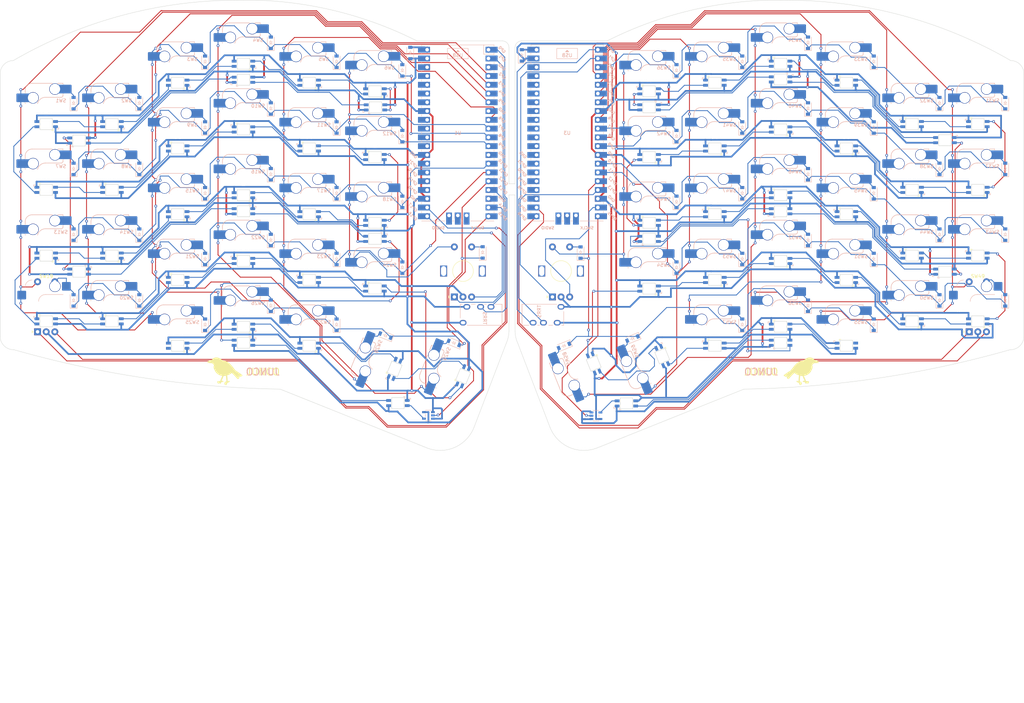
<source format=kicad_pcb>
(kicad_pcb (version 20211014) (generator pcbnew)
  (layers (0 "F.Cu" signal) (31 "B.Cu" signal) (34 "B.Paste" user) (35 "F.Paste" user) (36 "B.SilkS" user "B.Silkscreen") (37 "F.SilkS" user "F.Silkscreen") (38 "B.Mask" user) (39 "F.Mask" user) (44 "Edge.Cuts" user))
  (net 0 "")
  (net 1 "row0")
  (net 2 "Net-(D1-Pad2)")
  (net 3 "Net-(D2-Pad2)")
  (net 4 "Net-(D3-Pad2)")
  (net 5 "Net-(D4-Pad2)")
  (net 6 "Net-(D5-Pad2)")
  (net 7 "Net-(D6-Pad2)")
  (net 8 "row1")
  (net 9 "Net-(D7-Pad2)")
  (net 10 "Net-(D8-Pad2)")
  (net 11 "Net-(D9-Pad2)")
  (net 12 "Net-(D10-Pad2)")
  (net 13 "Net-(D11-Pad2)")
  (net 14 "Net-(D12-Pad2)")
  (net 15 "row2")
  (net 16 "Net-(D13-Pad2)")
  (net 17 "Net-(D14-Pad2)")
  (net 18 "Net-(D15-Pad2)")
  (net 19 "Net-(D16-Pad2)")
  (net 20 "Net-(D17-Pad2)")
  (net 21 "Net-(D18-Pad2)")
  (net 22 "row3")
  (net 23 "Net-(D20-Pad2)")
  (net 24 "Net-(D21-Pad2)")
  (net 25 "Net-(D22-Pad2)")
  (net 26 "Net-(D23-Pad2)")
  (net 27 "row4")
  (net 28 "Net-(D26-Pad2)")
  (net 29 "Net-(D27-Pad2)")
  (net 30 "Net-(D28-Pad2)")
  (net 31 "Net-(D29-Pad2)")
  (net 32 "SW30B")
  (net 33 "row0_r")
  (net 34 "Net-(D31-Pad2)")
  (net 35 "Net-(D32-Pad2)")
  (net 36 "Net-(D33-Pad2)")
  (net 37 "Net-(D34-Pad2)")
  (net 38 "Net-(D35-Pad2)")
  (net 39 "Net-(D36-Pad2)")
  (net 40 "row1_r")
  (net 41 "Net-(D37-Pad2)")
  (net 42 "Net-(D38-Pad2)")
  (net 43 "Net-(D39-Pad2)")
  (net 44 "Net-(D40-Pad2)")
  (net 45 "Net-(D41-Pad2)")
  (net 46 "Net-(D42-Pad2)")
  (net 47 "row2_r")
  (net 48 "Net-(D43-Pad2)")
  (net 49 "Net-(D44-Pad2)")
  (net 50 "Net-(D45-Pad2)")
  (net 51 "Net-(D46-Pad2)")
  (net 52 "Net-(D47-Pad2)")
  (net 53 "Net-(D48-Pad2)")
  (net 54 "row3_r")
  (net 55 "Net-(D50-Pad2)")
  (net 56 "Net-(D51-Pad2)")
  (net 57 "Net-(D52-Pad2)")
  (net 58 "Net-(D53-Pad2)")
  (net 59 "row4_r")
  (net 60 "Net-(D56-Pad2)")
  (net 61 "Net-(D57-Pad2)")
  (net 62 "Net-(D58-Pad2)")
  (net 63 "Net-(D59-Pad2)")
  (net 64 "VCC")
  (net 65 "GND")
  (net 66 "Net-(SK68XX_Mini1-Pad2)")
  (net 67 "Net-(SK68XX_Mini1-Pad4)")
  (net 68 "Net-(SK68XX_Mini2-Pad2)")
  (net 69 "Net-(SK68XX_Mini12-Pad2)")
  (net 70 "Net-(SK68XX_Mini3-Pad2)")
  (net 71 "Net-(SK68XX_Mini13-Pad2)")
  (net 72 "Net-(SK68XX_Mini14-Pad2)")
  (net 73 "Net-(SK68XX_Mini15-Pad2)")
  (net 74 "Net-(SK68XX_Mini16-Pad2)")
  (net 75 "Net-(SK68XX_Mini17-Pad2)")
  (net 76 "Net-(SK68XX_Mini18-Pad2)")
  (net 77 "Net-(SK68XX_Mini19-Pad2)")
  (net 78 "Net-(SK68XX_Mini25-Pad2)")
  (net 79 "Net-(SK68XX_Mini26-Pad2)")
  (net 80 "Net-(SK68XX_Mini27-Pad2)")
  (net 81 "Net-(SK68XX_Mini28-Pad2)")
  (net 82 "Net-(SK68XX_Mini29-Pad2)")
  (net 83 "Net-(SK68XX_Mini30-Pad2)")
  (net 84 "Net-(SK68XX_Mini31-Pad2)")
  (net 86 "VDD")
  (net 87 "GNDA")
  (net 88 "col1")
  (net 89 "col2")
  (net 90 "col3")
  (net 91 "col4")
  (net 92 "R2A")
  (net 93 "R2B")
  (net 94 "R1B")
  (net 95 "R1A")
  (net 96 "col1_r")
  (net 97 "col2_r")
  (net 98 "col3_r")
  (net 99 "col4_r")
  (net 100 "R2A_r")
  (net 101 "R2B_r")
  (net 102 "R1B_r")
  (net 103 "R1A_r")
  (net 104 "data1TX")
  (net 105 "data1RX")
  (net 106 "led")
  (net 122 "data2TX")
  (net 123 "data2RX")
  (net 124 "led_r")
  (net 140 "SW19B")
  (net 141 "Net-(D24-Pad2)")
  (net 142 "Net-(D25-Pad2)")
  (net 143 "SW19A")
  (net 144 "SW30A")
  (net 145 "SW49B")
  (net 146 "Net-(D54-Pad2)")
  (net 147 "Net-(D55-Pad2)")
  (net 148 "SW60B")
  (net 149 "SW49A")
  (net 150 "SW60A")
  (net 151 "Net-(SK68XX_Mini20-Pad2)")
  (net 152 "Net-(SK68XX_Mini21-Pad2)")
  (net 153 "Net-(SK68XX_Mini22-Pad2)")
  (net 154 "Net-(SK68XX_Mini23-Pad2)")
  (net 155 "Net-(SK68XX_Mini32-Pad2)")
  (net 156 "Net-(SK68XX_Mini33-Pad2)")
  (net 157 "Net-(SK68XX_Mini34-Pad2)")
  (net 158 "Net-(SK68XX_Mini35-Pad2)")
  (net 159 "Net-(SK68XX_Mini36-Pad2)")
  (net 160 "Net-(SK68XX_Mini24-Pad2)")
  (net 161 "Net-(SK68XX_Mini4-Pad2)")
  (net 162 "Net-(SK68XX_Mini5-Pad2)")
  (net 163 "Net-(SK68XX_Mini6-Pad2)")
  (net 164 "Net-(SK68XX_Mini7-Pad2)")
  (net 165 "Net-(SK68XX_Mini8-Pad2)")
  (net 166 "Net-(SK68XX_Mini10-Pad4)")
  (net 167 "Net-(SK68XX_Mini10-Pad2)")
  (net 168 "Net-(SK68XX_Mini11-Pad2)")
  (net 169 "Net-(SK68XX_Mini38-Pad2)")
  (net 170 "Net-(SK68XX_Mini38-Pad4)")
  (net 171 "Net-(SK68XX_Mini39-Pad2)")
  (net 172 "Net-(SK68XX_Mini40-Pad2)")
  (net 173 "Net-(SK68XX_Mini41-Pad2)")
  (net 174 "Net-(SK68XX_Mini42-Pad2)")
  (net 175 "Net-(SK68XX_Mini43-Pad2)")
  (net 176 "Net-(SK68XX_Mini44-Pad2)")
  (net 177 "Net-(SK68XX_Mini45-Pad2)")
  (net 178 "Net-(SK68XX_Mini46-Pad2)")
  (net 179 "Net-(SK68XX_Mini47-Pad2)")
  (net 180 "Net-(SK68XX_Mini48-Pad2)")
  (net 181 "Net-(SK68XX_Mini49-Pad2)")
  (net 182 "Net-(SK68XX_Mini50-Pad2)")
  (net 183 "Net-(SK68XX_Mini51-Pad2)")
  (net 184 "Net-(SK68XX_Mini52-Pad2)")
  (net 185 "Net-(SK68XX_Mini53-Pad2)")
  (net 186 "Net-(SK68XX_Mini54-Pad2)")
  (net 187 "Net-(SK68XX_Mini55-Pad2)")
  (net 188 "Net-(SK68XX_Mini56-Pad2)")
  (net 189 "Net-(SK68XX_Mini57-Pad2)")
  (net 190 "Net-(SK68XX_Mini58-Pad2)")
  (net 191 "Net-(SK68XX_Mini59-Pad2)")
  (net 192 "Net-(SK68XX_Mini60-Pad2)")
  (net 193 "Net-(SK68XX_Mini61-Pad2)")
  (net 194 "Net-(SK68XX_Mini62-Pad2)")
  (net 195 "Net-(SK68XX_Mini63-Pad2)")
  (net 196 "Net-(SK68XX_Mini64-Pad2)")
  (net 197 "Net-(SK68XX_Mini65-Pad2)")
  (net 198 "Net-(SK68XX_Mini66-Pad2)")
  (net 199 "Net-(SK68XX_Mini67-Pad2)")
  (net 200 "Net-(SK68XX_Mini68-Pad2)")
  (net 201 "Net-(SK68XX_Mini69-Pad2)")
  (net 202 "Net-(SK68XX_Mini70-Pad2)")
  (net 203 "Net-(SK68XX_Mini71-Pad2)")
  (net 204 "Net-(SK68XX_Mini72-Pad2)")
  (net 205 "Net-(SK68XX_Mini73-Pad2)")
  (net 217 "Net-(U1-Pad40)")
  (net 218 "Net-(U3-Pad40)")
  (footprint "Junco:D_SOD-123" (layer "F.Cu") (at 258.8247 56.15)
    (fp_text reference "D40")
    (fp_text value "D")
  )
  (footprint "Junco:D_SOD-123" (layer "F.Cu") (at 141.2875 45.1)
    (fp_text reference "D6")
    (fp_text value "D")
  )
  (footprint "Junco:SK68XXMini_Offset_Flipped" (layer "F.Cu") (at 308.0372 112.75)
    (fp_text reference "SK68XX_Mini64")
    (fp_text value "SK68XXMini")
    (fp_rect (start -1.8 3.48) (end 1.8 6.68) (layer "Edge.Cuts") (width 0.12) (fill none))
  )
  (footprint "Junco:D_SOD-123" (layer "F.Cu") (at 136.396256 121.956172 68)
    (fp_text reference "D28")
    (fp_text value "D")
  )
  (footprint "Junco:D_SOD-123" (layer "F.Cu") (at 188.130412 124.937361 112)
    (fp_text reference "D58")
    (fp_text value "D")
  )
  (footprint "Junco:SK68XXMini_Offset_Flipped" (layer "F.Cu") (at 38.1 55.6)
    (fp_text reference "SK68XX_Mini14")
    (fp_text value "SK68XXMini")
    (fp_rect (start -1.8 3.48) (end 1.8 6.68) (layer "Edge.Cuts") (width 0.12) (fill none))
  )
  (footprint "Junco:D_SOD-123" (layer "F.Cu") (at 103.1875 113.3)
    (fp_text reference "D26")
    (fp_text value "D")
  )
  (footprint "Junco:D_SOD-123" (layer "F.Cu") (at 277.8747 99.75)
    (fp_text reference "D51")
    (fp_text value "D")
  )
  (footprint "Junco:D_SOD-123" (layer "F.Cu") (at 258.8247 94.25)
    (fp_text reference "D52")
    (fp_text value "D")
  )
  (footprint "Junco:SK68XXMini_Offset" (layer "F.Cu") (at 76.2 62.65)
    (fp_text reference "SK68XX_Mini17")
    (fp_text value "SK68XXMini")
    (fp_rect (start 1.8 6.68) (end -1.8 3.48) (layer "Edge.Cuts") (width 0.12) (fill none))
  )
  (footprint "Junco:D_SOD-123" (layer "F.Cu") (at 65.0875 73.65)
    (fp_text reference "D8")
    (fp_text value "D")
  )
  (footprint "Junco:SK68XXMini_Offset" (layer "F.Cu") (at 288.9872 55.6)
    (fp_text reference "SK68XX_Mini50")
    (fp_text value "SK68XXMini")
    (fp_rect (start 1.8 6.68) (end -1.8 3.48) (layer "Edge.Cuts") (width 0.12) (fill none))
  )
  (footprint "Junco:SK68XXMini_Offset_Flipped" (layer "F.Cu") (at 76.2 43.6)
    (fp_text reference "SK68XX_Mini12")
    (fp_text value "SK68XXMini")
    (fp_rect (start -1.8 3.48) (end 1.8 6.68) (layer "Edge.Cuts") (width 0.12) (fill none))
  )
  (footprint "Junco:SK68XXMini" (layer "F.Cu") (at 250.8872 124.025)
    (fp_text reference "SK68XX_Mini39")
    (fp_text value "SK68XXMini")
    (fp_rect (start -1.8 -1.6) (end 1.8 1.6) (layer "Edge.Cuts") (width 0.12) (fill none))
  )
  (footprint "Junco:D_SOD-123" (layer "F.Cu") (at 141.2875 64.15)
    (fp_text reference "D12")
    (fp_text value "D")
  )
  (footprint "Junco:D_SOD-123" (layer "F.Cu") (at 220.7247 64.15)
    (fp_text reference "D42")
    (fp_text value "D")
  )
  (footprint "Junco:D_SOD-123" (layer "F.Cu") (at 164.5586 97.85)
    (fp_text reference "D30")
    (fp_text value "D")
  )
  (footprint "Junco:D_SOD-123" (layer "F.Cu") (at 156.246256 124.092472 68)
    (fp_text reference "D29")
    (fp_text value "D")
  )
  (footprint "Junco:SK68XXMini" (layer "F.Cu") (at 250.8872 85.925)
    (fp_text reference "SK68XX_Mini41")
    (fp_text value "SK68XXMini")
    (fp_rect (start -1.8 -1.6) (end 1.8 1.6) (layer "Edge.Cuts") (width 0.12) (fill none))
  )
  (footprint "Junco:D_SOD-123" (layer "F.Cu") (at 315.9747 92.7)
    (fp_text reference "D43")
    (fp_text value "D")
  )
  (footprint "Junco:SK68XXMini" (layer "F.Cu") (at 212.7872 93.925)
    (fp_text reference "SK68XX_Mini40")
    (fp_text value "SK68XXMini")
    (fp_rect (start -1.8 -1.6) (end 1.8 1.6) (layer "Edge.Cuts") (width 0.12) (fill none))
  )
  (footprint "Junco:SK68XXMini_Offset" (layer "F.Cu") (at 133.35 103.25)
    (fp_text reference "SK68XX_Mini32")
    (fp_text value "SK68XXMini")
    (fp_rect (start 1.8 6.68) (end -1.8 3.48) (layer "Edge.Cuts") (width 0.12) (fill none))
  )
  (footprint "Junco:D_SOD-123" (layer "F.Cu") (at 84.1375 99.75)
    (fp_text reference "D21")
    (fp_text value "D")
  )
  (footprint "Junco:SK68XXMini_Offset_Flipped" (layer "F.Cu") (at 250.8872 95.25)
    (fp_text reference "SK68XX_Mini67")
    (fp_text value "SK68XXMini")
    (fp_rect (start -1.8 3.48) (end 1.8 6.68) (layer "Edge.Cuts") (width 0.12) (fill none))
  )
  (footprint "Junco:SK68XXMini_Offset_Flipped" (layer "F.Cu") (at 114.3 43.6)
    (fp_text reference "SK68XX_Mini10")
    (fp_text value "SK68XXMini")
    (fp_rect (start -1.8 3.48) (end 1.8 6.68) (layer "Edge.Cuts") (width 0.12) (fill none))
  )
  (footprint "Junco:SK68XXMini_Offset" (layer "F.Cu") (at 231.8372 43.6)
    (fp_text reference "SK68XX_Mini47")
    (fp_text value "SK68XXMini")
    (fp_rect (start 1.8 6.68) (end -1.8 3.48) (layer "Edge.Cuts") (width 0.12) (fill none))
  )
  (footprint "Junco:D_SOD-123" (layer "F.Cu") (at 239.7747 99.75)
    (fp_text reference "D53")
    (fp_text value "D")
  )
  (footprint "Junco:SK68XXMini" (layer "F.Cu") (at 140.016382 141.503612 180)
    (fp_text reference "SK68XX_Mini1")
    (fp_text value "SK68XXMini")
    (fp_rect (start -1.8 -1.6) (end 1.8 1.6) (layer "Edge.Cuts") (width 0.12) (fill none))
  )
  (footprint "Junco:D_SOD-123" (layer "F.Cu") (at 315.9747 54.6)
    (fp_text reference "D31")
    (fp_text value "D")
  )
  (footprint "Junco:SK68XXMini_Offset" (layer "F.Cu") (at 269.9372 119.8)
    (fp_text reference "SK68XX_Mini74")
    (fp_text value "SK68XXMini")
    (fp_rect (start 1.8 6.68) (end -1.8 3.48) (layer "Edge.Cuts") (width 0.12) (fill none))
  )
  (footprint "Junco:SK68XXMini_Offset" (layer "F.Cu") (at 57.15 74.65)
    (fp_text reference "SK68XX_Mini16")
    (fp_text value "SK68XXMini")
    (fp_rect (start 1.8 6.68) (end -1.8 3.48) (layer "Edge.Cuts") (width 0.12) (fill none))
  )
  (footprint "Junco:SK68XXMini" (layer "F.Cu") (at 206.214654 141.601288)
    (fp_text reference "SK68XX_Mini38")
    (fp_text value "SK68XXMini")
    (fp_rect (start -1.8 -1.6) (end 1.8 1.6) (layer "Edge.Cuts") (width 0.12) (fill none))
  )
  (footprint "Junco:D_SOD-123" (layer "F.Cu") (at 122.2375 61.65)
    (fp_text reference "D11")
    (fp_text value "D")
  )
  (footprint "Junco:SK68XXMini_Offset" (layer "F.Cu") (at 212.7872 46.1)
    (fp_text reference "SK68XX_Mini46")
    (fp_text value "SK68XXMini")
    (fp_rect (start 1.8 6.68) (end -1.8 3.48) (layer "Edge.Cuts") (width 0.12) (fill none))
  )
  (footprint "Junco:SK68XXMini_Offset_Flipped" (layer "F.Cu") (at 38.1 93.7)
    (fp_text reference "SK68XX_Mini26")
    (fp_text value "SK68XXMini")
    (fp_rect (start -1.8 3.48) (end 1.8 6.68) (layer "Edge.Cuts") (width 0.12) (fill none))
  )
  (footprint "Junco:SK68XXMini_Offset_Flipped" (layer "F.Cu") (at 114.3 81.7)
    (fp_text reference "SK68XX_Mini22")
    (fp_text value "SK68XXMini")
    (fp_rect (start -1.8 3.48) (end 1.8 6.68) (layer "Edge.Cuts") (width 0.12) (fill none))
  )
  (footprint "Junco:SK68XXMini_Offset_Flipped" (layer "F.Cu") (at 231.8372 62.65)
    (fp_text reference "SK68XX_Mini56")
    (fp_text value "SK68XXMini")
    (fp_rect (start -1.8 3.48) (end 1.8 6.68) (layer "Edge.Cuts") (width 0.12) (fill none))
  )
  (footprint "Junco:Mouse_Bite" (layer "F.Cu") (at 172.6936 79.577885)
    (fp_text reference "REF**" hide)
    (fp_text value "Mouse_Bite")
  )
  (footprint "Junco:SK68XXMini_Offset_Flipped" (layer "F.Cu") (at 95.25 76.2)
    (fp_text reference "SK68XX_Mini23")
    (fp_text value "SK68XXMini")
    (fp_rect (start -1.8 3.48) (end 1.8 6.68) (layer "Edge.Cuts") (width 0.12) (fill none))
  )
  (footprint "Junco:SW_MX_Hotswap_Rotary" (layer "F.Cu") (at 38.1 112.75)
    (fp_text reference "SW19")
    (fp_text value "SW_MX_Hotswap_Rotary")
  )
  (footprint "Junco:D_SOD-123" (layer "F.Cu") (at 239.7747 80.7)
    (fp_text reference "D47")
    (fp_text value "D")
  )
  (footprint "Junco:D_SOD-123" (layer "F.Cu") (at 239.7747 61.65)
    (fp_text reference "D41")
    (fp_text value "D")
  )
  (footprint "Junco:SK68XXMini" (layer "F.Cu") (at 95.25 47.825)
    (fp_text reference "SK68XX_Mini7")
    (fp_text value "SK68XXMini")
    (fp_rect (start -1.8 -1.6) (end 1.8 1.6) (layer "Edge.Cuts") (width 0.12) (fill none))
  )
  (footprint "Junco:SK68XXMini_Offset_Flipped" (layer "F.Cu") (at 76.2 119.8)
    (fp_text reference "SK68XX_Mini37")
    (fp_text value "SK68XXMini")
    (fp_rect (start -1.8 3.48) (end 1.8 6.68) (layer "Edge.Cuts") (width 0.12) (fill none))
  )
  (footprint "Junco:D_SOD-123" (layer "F.Cu") (at 277.8747 80.7)
    (fp_text reference "D45")
    (fp_text value "D")
  )
  (footprint "Junco:SK68XXMini_Offset_Flipped" (layer "F.Cu") (at 288.9872 74.65)
    (fp_text reference "SK68XX_Mini53")
    (fp_text value "SK68XXMini")
    (fp_rect (start -1.8 3.48) (end 1.8 6.68) (layer "Edge.Cuts") (width 0.12) (fill none))
  )
  (footprint "Junco:SK68XXMini_Offset_Flipped" (layer "F.Cu") (at 76.2 81.7)
    (fp_text reference "SK68XX_Mini24")
    (fp_text value "SK68XXMini")
    (fp_rect (start -1.8 3.48) (end 1.8 6.68) (layer "Edge.Cuts") (width 0.12) (fill none))
  )
  (footprint "Junco:D_SOD-123" (layer "F.Cu") (at 277.8747 61.65)
    (fp_text reference "D39")
    (fp_text value "D")
  )
  (footprint "Junco:Mouse_Bite" (layer "F.Cu") (at 173.4436 79.577885)
    (fp_text reference "REF**" hide)
    (fp_text value "Mouse_Bite")
  )
  (footprint "Junco:SK68XXMini_Offset" (layer "F.Cu") (at 114.3 62.65)
    (fp_text reference "SK68XX_Mini19")
    (fp_text value "SK68XXMini")
    (fp_rect (start 1.8 6.68) (end -1.8 3.48) (layer "Edge.Cuts") (width 0.12) (fill none))
  )
  (footprint "Junco:SK68XXMini_Offset_Flipped" (layer "F.Cu") (at 212.7872 65.15)
    (fp_text reference "SK68XX_Mini57")
    (fp_text value "SK68XXMini")
    (fp_rect (start -1.8 3.48) (end 1.8 6.68) (layer "Edge.Cuts") (width 0.12) (fill none))
  )
  (footprint "Junco:SK68XXMini_Offset" (layer "F.Cu") (at 231.8372 81.7)
    (fp_text reference "SK68XX_Mini59")
    (fp_text value "SK68XXMini")
    (fp_rect (start 1.8 6.68) (end -1.8 3.48) (layer "Edge.Cuts") (width 0.12) (fill none))
  )
  (footprint "Junco:D_SOD-123" (layer "F.Cu") (at 239.7747 42.6)
    (fp_text reference "D35")
    (fp_text value "D")
  )
  (footprint "Junco:SK68XXMini_Offset" (layer "F.Cu") (at 250.8872 38.1)
    (fp_text reference "SK68XX_Mini48")
    (fp_text value "SK68XXMini")
    (fp_rect (start 1.8 6.68) (end -1.8 3.48) (layer "Edge.Cuts") (width 0.12) (fill none))
  )
  (footprint "Junco:SK68XXMini_Offset_Flipped" (layer "F.Cu") (at 192.031036 131.922276 112)
    (fp_text reference "SK68XX_Mini70")
    (fp_text value "SK68XXMini")
    (fp_rect (start -1.8 3.48) (end 1.8 6.68) (layer "Edge.Cuts") (width 0.12) (fill none))
  )
  (footprint "Junco:D_SOD-123" (layer "F.Cu") (at 141.2875 102.25)
    (fp_text reference "D24")
    (fp_text value "D")
  )
  (footprint "Junco:SK68XXMini" (layer "F.Cu") (at 298.5122 103.425)
    (fp_text reference "SK68XX_Mini42")
    (fp_text value "SK68XXMini")
    (fp_rect (start -1.8 -1.6) (end 1.8 1.6) (layer "Edge.Cuts") (width 0.12) (fill none))
  )
  (footprint "Junco:SK68XXMini_Offset_Flipped" (layer "F.Cu") (at 133.35 84.2)
    (fp_text reference "SK68XX_Mini21")
    (fp_text value "SK68XXMini")
    (fp_rect (start -1.8 3.48) (end 1.8 6.68) (layer "Edge.Cuts") (width 0.12) (fill none))
  )
  (footprint "Junco:D_SOD-123" (layer "F.Cu") (at 296.9247 92.7)
    (fp_text reference "D44")
    (fp_text value "D")
  )
  (footprint "Junco:SK68XXMini" (layer "F.Cu") (at 133.35 93.925 180)
    (fp_text reference "SK68XX_Mini3")
    (fp_text value "SK68XXMini")
    (fp_rect (start -1.8 -1.6) (end 1.8 1.6) (layer "Edge.Cuts") (width 0.12) (fill none))
  )
  (footprint "Junco:D_SOD-123" (layer "F.Cu") (at 84.1375 61.65)
    (fp_text reference "D9")
    (fp_text value "D")
  )
  (footprint "Junco:SK68XXMini_Offset_Flipped" (layer "F.Cu") (at 288.9872 112.75)
    (fp_text reference "SK68XX_Mini65")
    (fp_text value "SK68XXMini")
    (fp_rect (start -1.8 3.48) (end 1.8 6.68) (layer "Edge.Cuts") (width 0.12) (fill none))
  )
  (footprint "Junco:D_SOD-123" (layer "F.Cu") (at 122.2375 42.6)
    (fp_text reference "D5")
    (fp_text value "D")
  )
  (footprint "Junco:SK68XXMini_Offset" (layer "F.Cu") (at 133.35 65.15)
    (fp_text reference "SK68XX_Mini20")
    (fp_text value "SK68XXMini")
    (fp_rect (start 1.8 6.68) (end -1.8 3.48) (layer "Edge.Cuts") (width 0.12) (fill none))
  )
  (footprint "Junco:D_SOD-123" (layer "F.Cu") (at 220.7247 45.1)
    (fp_text reference "D36")
    (fp_text value "D")
  )
  (footprint "Junco:SK68XXMini_Offset_Flipped" (layer "F.Cu") (at 95.25 114.3)
    (fp_text reference "SK68XX_Mini36")
    (fp_text value "SK68XXMini")
    (fp_rect (start -1.8 3.48) (end 1.8 6.68) (layer "Edge.Cuts") (width 0.12) (fill none))
  )
  (footprint "Junco:SK68XXMini_Offset" (layer "F.Cu") (at 212.7872 84.2)
    (fp_text reference "SK68XX_Mini58")
    (fp_text value "SK68XXMini")
    (fp_rect (start 1.8 6.68) (end -1.8 3.48) (layer "Edge.Cuts") (width 0.12) (fill none))
  )
  (footprint "Junco:SK68XXMini_Offset" (layer "F.Cu") (at 308.0372 93.7)
    (fp_text reference "SK68XX_Mini63")
    (fp_text value "SK68XXMini")
    (fp_rect (start 1.8 6.68) (end -1.8 3.48) (layer "Edge.Cuts") (width 0.12) (fill none))
  )
  (footprint "Junco:D_SOD-123" (layer "F.Cu") (at 143.5936 40.077885)
    (fp_text reference "D61")
    (fp_text value "D")
  )
  (footprint "Junco:SK68XXMini_Offset" (layer "F.Cu") (at 308.0372 55.6)
    (fp_text reference "SK68XX_Mini51")
    (fp_text value "SK68XXMini")
    (fp_rect (start 1.8 6.68) (end -1.8 3.48) (layer "Edge.Cuts") (width 0.12) (fill none))
  )
  (footprint "Junco:D_SOD-123" (layer "F.Cu") (at 65.0875 111.75)
    (fp_text reference "D20")
    (fp_text value "D")
  )
  (footprint "Junco:SK68XXMini_Offset_Flipped" (layer "F.Cu") (at 95.25 38.1)
    (fp_text reference "SK68XX_Mini11")
    (fp_text value "SK68XXMini")
    (fp_rect (start -1.8 3.48) (end 1.8 6.68) (layer "Edge.Cuts") (width 0.12) (fill none))
  )
  (footprint "Junco:SK68XXMini_Offset" (layer "F.Cu") (at 38.1 74.65)
    (fp_text reference "SK68XX_Mini15")
    (fp_text value "SK68XXMini")
    (fp_rect (start 1.8 6.68) (end -1.8 3.48) (layer "Edge.Cuts") (width 0.12) (fill none))
  )
  (footprint "Junco:SK68XXMini_Offset_Flipped" (layer "F.Cu") (at 212.7872 103.25)
    (fp_text reference "SK68XX_Mini69")
    (fp_text value "SK68XXMini")
    (fp_rect (start -1.8 3.48) (end 1.8 6.68) (layer "Edge.Cuts") (width 0.12) (fill none))
  )
  (footprint "Junco:SK68XXMini_Offset" (layer "F.Cu") (at 114.3 100.75)
    (fp_text reference "SK68XX_Mini31")
    (fp_text value "SK68XXMini")
    (fp_rect (start 1.8 6.68) (end -1.8 3.48) (layer "Edge.Cuts") (width 0.12) (fill none))
  )
  (footprint "Junco:D_SOD-123" (layer "F.Cu") (at 84.1375 42.6)
    (fp_text reference "D3")
    (fp_text value "D")
  )
  (footprint "Junco:SK68XXMini_Offset_Flipped" (layer "F.Cu") (at 114.3 119.8)
    (fp_text reference "SK68XX_Mini35")
    (fp_text value "SK68XXMini")
    (fp_rect (start -1.8 3.48) (end 1.8 6.68) (layer "Edge.Cuts") (width 0.12) (fill none))
  )
  (footprint "Junco:D_SOD-123" (layer "F.Cu") (at 296.9247 111.75)
    (fp_text reference "D50")
    (fp_text value "D")
  )
  (footprint "Junco:SK68XXMini" (layer "F.Cu") (at 47.625 65.425)
    (fp_text reference "SK68XX_Mini6")
    (fp_text value "SK68XXMini")
    (fp_rect (start -1.8 -1.6) (end 1.8 1.6) (layer "Edge.Cuts") (width 0.12) (fill none))
  )
  (footprint "Junco:D_SOD-123" (layer "F.Cu") (at 296.9247 73.65)
    (fp_text reference "D38")
    (fp_text value "D")
  )
  (footprint "Junco:Junco" (layer "F.Cu") (at 250.878882 227.464312)
    (fp_text reference "Ref**" hide)
    (fp_text value "Val**" hide)
  )
  (footprint "Junco:SK68XXMini_Offset" (layer "F.Cu") (at 250.8872 76.2)
    (fp_text reference "SK68XX_Mini60")
    (fp_text value "SK68XXMini")
    (fp_rect (start 1.8 6.68) (end -1.8 3.48) (layer "Edge.Cuts") (width 0.12) (fill none))
  )
  (footprint "Junco:SK68XXMini_Offset" (layer "F.Cu") (at 154.2 131.8266 68)
    (fp_text reference "SK68XX_Mini33")
    (fp_text value "SK68XXMini")
    (fp_rect (start 1.8 6.68) (end -1.8 3.48) (layer "Edge.Cuts") (width 0.12) (fill none))
  )
  (footprint "Junco:SW_MX_Hotswap_Rotary" (layer "F.Cu") (at 308.0372 112.75)
    (fp_text reference "SW49")
    (fp_text value "SW_MX_Hotswap_Rotary")
  )
  (footprint "Junco:SK68XXMini_Offset" (layer "F.Cu") (at 288.9872 93.7)
    (fp_text reference "SK68XX_Mini62")
    (fp_text value "SK68XXMini")
    (fp_rect (start 1.8 6.68) (end -1.8 3.48) (layer "Edge.Cuts") (width 0.12) (fill none))
  )
  (footprint "Junco:SK68XXMini_Offset" (layer "F.Cu") (at 269.9372 81.7)
    (fp_text reference "SK68XX_Mini61")
    (fp_text value "SK68XXMini")
    (fp_rect (start 1.8 6.68) (end -1.8 3.48) (layer "Edge.Cuts") (width 0.12) (fill none))
  )
  (footprint "Junco:SK68XXMini_Offset" (layer "F.Cu") (at 38.1 112.75)
    (fp_text reference "SK68XX_Mini27")
    (fp_text value "SK68XXMini")
    (fp_rect (start 1.8 6.68) (end -1.8 3.48) (layer "Edge.Cuts") (width 0.12) (fill none))
  )
  (footprint "Junco:D_SOD-123" (layer "F.Cu") (at 175.895 40.767)
    (fp_text reference "D62")
    (fp_text value "D")
  )
  (footprint "Junco:SK68XXMini" (layer "F.Cu") (at 212.7872 55.8125 180)
    (fp_text reference "SK68XX_Mini45")
    (fp_text value "SK68XXMini")
    (fp_rect (start -1.8 -1.6) (end 1.8 1.6) (layer "Edge.Cuts") (width 0.12) (fill none))
  )
  (footprint "Junco:SK68XXMini_Offset" (layer "F.Cu") (at 250.8872 114.3)
    (fp_text reference "SK68XX_Mini73")
    (fp_text value "SK68XXMini")
    (fp_rect (start 1.8 6.68) (end -1.8 3.48) (layer "Edge.Cuts") (width 0.12) (fill none))
  )
  (footprint "Junco:D_SOD-123" (layer "F.Cu") (at 122.2375 118.8)
    (fp_text reference "D27")
    (fp_text value "D")
  )
  (footprint "Junco:D_SOD-123" (layer "F.Cu") (at 103.1875 75.2)
    (fp_text reference "D16")
    (fp_text value "D")
  )
  (footprint "Junco:D_SOD-123" (layer "F.Cu") (at 141.2875 83.2)
    (fp_text reference "D18")
    (fp_text value "D")
  )
  (footprint "Junco:D_SOD-123" (layer "F.Cu") (at 103.1875 94.25)
    (fp_text reference "D22")
    (fp_text value "D")
  )
  (footprint "Junco:D_SOD-123" (layer "F.Cu") (at 220.7247 102.25)
    (fp_text reference "D54")
    (fp_text value "D")
  )
  (footprint "Junco:D_SOD-123" (layer "F.Cu") (at 65.0875 54.6)
    (fp_text reference "D2")
    (fp_text value "D")
  )
  (footprint "Junco:SK68XXMini" (layer "F.Cu") (at 250.8872 47.725 180)
    (fp_text reference "SK68XX_Mini44")
    (fp_text value "SK68XXMini")
    (fp_rect (start -1.8 -1.6) (end 1.8 1.6) (layer "Edge.Cuts") (width 0.12) (fill none))
  )
  (footprint "Junco:SK68XXMini_Offset" (layer "F.Cu") (at 76.2 100.75)
    (fp_text reference "SK68XX_Mini29")
    (fp_text value "SK68XXMini")
    (fp_rect (start 1.8 6.68) (end -1.8 3.48) (layer "Edge.Cuts") (width 0.12) (fill none))
  )
  (footprint "Junco:D_SOD-123" (layer "F.Cu") (at 258.8247 75.2)
    (fp_text reference "D46")
    (fp_text value "D")
  )
  (footprint "Junco:SK68XXMini" (layer "F.Cu") (at 95.25 85.925 180)
    (fp_text reference "SK68XX_Mini4")
    (fp_text value "SK68XXMini")
    (fp_rect (start -1.8 -1.6) (end 1.8 1.6) (layer "Edge.Cuts") (width 0.12) (fill none))
  )
  (footprint "Junco:SK68XXMini_Offset_Flipped" (layer "F.Cu") (at 231.8372 100.75)
    (fp_text reference "SK68XX_Mini68")
    (fp_text value "SK68XXMini")
    (fp_rect (start -1.8 3.48) (end 1.8 6.68) (layer "Edge.Cuts") (width 0.12) (fill none))
  )
  (footprint "Junco:SK68XXMini" (layer "F.Cu") (at 47.625 103.425 180)
    (fp_text reference "SK68XX_Mini5")
    (fp_text value "SK68XXMini")
    (fp_rect (start -1.8 -1.6) (end 1.8 1.6) (layer "Edge.Cuts") (width 0.12) (fill none))
  )
  (footprint "Junco:SK68XXMini_Offset_Flipped" (layer "F.Cu") (at 308.0372 74.65)
    (fp_text reference "SK68XX_Mini52")
    (fp_text value "SK68XXMini")
    (fp_rect (start -1.8 3.48) (end 1.8 6.68) (layer "Edge.Cuts") (width 0.12) (fill none))
  )
  (footprint "Junco:D_SOD-123" (layer "F.Cu") (at 220.7247 83.2)
    (fp_text reference "D48")
    (fp_text value "D")
  )
  (footprint "Junco:SK68XXMini_Offset_Flipped" (layer "F.Cu") (at 57.15 93.7)
    (fp_text reference "SK68XX_Mini25")
    (fp_text value "SK68XXMini")
    (fp_rect (start -1.8 3.48) (end 1.8 6.68) (layer "Edge.Cuts") (width 0.12) (fill none))
  )
  (footprint "Junco:D_SOD-123" (layer "F.Cu") (at 239.7747 118.8)
    (fp_text reference "D57")
    (fp_text value "D")
  )
  (footprint "Junco:D_SOD-123" (layer "F.Cu") (at 122.2375 80.7)
    (fp_text reference "D17")
    (fp_text value "D")
  )
  (footprint "Junco:SK68XXMini" (layer "F.Cu") (at 298.5122 65.325 180)
    (fp_text reference "SK68XX_Mini43")
    (fp_text value "SK68XXMini")
    (fp_rect (start -1.8 -1.6) (end 1.8 1.6) (layer "Edge.Cuts") (width 0.12) (fill none))
  )
  (footprint "Junco:D_SOD-123" (layer "F.Cu") (at 315.9747 73.65)
    (fp_text reference "D37")
    (fp_text value "D")
  )
  (footprint "Junco:D_SOD-123" (layer "F.Cu") (at 192.9286 97.9)
    (fp_text reference "D60")
    (fp_text value "D")
  )
  (footprint "Junco:SK68XXMini_Offset" (layer "F.Cu") (at 57.15 112.75)
    (fp_text reference "SK68XX_Mini28")
    (fp_text value "SK68XXMini")
    (fp_rect (start 1.8 6.68) (end -1.8 3.48) (layer "Edge.Cuts") (width 0.12) (fill none))
  )
  (footprint "Junco:D_SOD-123" (layer "F.Cu") (at 207.980412 122.801061 112)
    (fp_text reference "D59")
    (fp_text value "D")
  )
  (footprint "Junco:D_SOD-123" (layer "F.Cu") (at 46.0375 73.65)
    (fp_text reference "D7")
    (fp_text value "D")
  )
  (footprint "Junco:SK68XXMini" (layer "F.Cu") (at 95.25 124.025 180)
    (fp_text reference "SK68XX_Mini2")
    (fp_text value "SK68XXMini")
    (fp_rect (start -1.8 -1.6) (end 1.8 1.6) (layer "Edge.Cuts") (width 0.12) (fill none))
  )
  (footprint "Junco:D_SOD-123" (layer "F.Cu") (at 122.2375 99.75)
    (fp_text reference "D23")
    (fp_text value "D")
  )
  (footprint "Junco:SK68XXMini_Offset_Flipped" (layer "F.Cu") (at 269.9372 62.65)
    (fp_text reference "SK68XX_Mini54")
    (fp_text value "SK68XXMini")
    (fp_rect (start -1.8 3.48) (end 1.8 6.68) (layer "Edge.Cuts") (width 0.12) (fill none))
  )
  (footprint "Junco:SK68XXMini" (layer "F.Cu") (at 133.505 55.825)
    (fp_text reference "SK68XX_Mini8")
    (fp_text value "SK68XXMini")
    (fp_rect (start -1.8 -1.6) (end 1.8 1.6) (layer "Edge.Cuts") (width 0.12) (fill none))
  )
  (footprint "Junco:SK68XXMini_Offset" (layer "F.Cu") (at 269.9372 43.6)
    (fp_text reference "SK68XX_Mini49")
    (fp_text value "SK68XXMini")
    (fp_rect (start 1.8 6.68) (end -1.8 3.48) (layer "Edge.Cuts") (width 0.12) (fill none))
  )
  (footprint "Junco:D_SOD-123" (layer "F.Cu") (at 46.0375 111.75)
    (fp_text reference "D19")
    (fp_text value "D")
  )
  (footprint "Junco:EC11_Rotary_Encoder" (layer "F.Cu") (at 158.8586 103.25 90)
    (fp_text reference "SW30")
    (fp_text value "RotaryEncoder_Switch")
  )
  (footprint "Junco:D_SOD-123" (layer "F.Cu") (at 277.8747 118.8)
    (fp_text reference "D55")
    (fp_text value "D")
  )
  (footprint "Junco:SK68XXMini_Offset_Flipped" (layer "F.Cu") (at 211.881036 129.785976 112)
    (fp_text reference "SK68XX_Mini71")
    (fp_text value "SK68XXMini")
    (fp_rect (start -1.8 3.48) (end 1.8 6.68) (layer "Edge.Cuts") (width 0.12) (fill none))
  )
  (footprint "Junco:D_SOD-123" (layer "F.Cu") (at 84.1375 80.7)
    (fp_text reference "D15")
    (fp_text value "D")
  )
  (footprint "Junco:D_SOD-123" (layer "F.Cu") (at 296.9247 54.6)
    (fp_text reference "D32")
    (fp_text value "D")
  )
  (footprint "Junco:SK68XXMini_Offset" (layer "F.Cu") (at 231.8372 119.8)
    (fp_text reference "SK68XX_Mini72")
    (fp_text value "SK68XXMini")
    (fp_rect (start 1.8 6.68) (end -1.8 3.48) (layer "Edge.Cuts") (width 0.12) (fill none))
  )
  (footprint "Junco:D_SOD-123" (layer "F.Cu") (at 65.0875 92.7)
    (fp_text reference "D14")
    (fp_text value "D")
  )
  (footprint "Junco:SK68XXMini_Offset_Flipped" (layer "F.Cu") (at 250.8872 57.15)
    (fp_text reference "SK68XX_Mini55")
    (fp_text value "SK68XXMini")
    (fp_rect (start -1.8 3.48) (end 1.8 6.68) (layer "Edge.Cuts") (width 0.12) (fill none))
  )
  (footprint "Junco:D_SOD-123" (layer "F.Cu") (at 84.1375 118.8)
    (fp_text reference "D25")
    (fp_text value "D")
  )
  (footprint "Junco:SK68XXMini_Offset" (layer "F.Cu") (at 134.35 129.6903 68)
    (fp_text reference "SK68XX_Mini34")
    (fp_text value "SK68XXMini")
    (fp_rect (start 1.8 6.68) (end -1.8 3.48) (layer "Edge.Cuts") (width 0.12) (fill none))
  )
  (footprint "Junco:SK68XXMini_Offset_Flipped" (layer "F.Cu") (at 57.15 55.6)
    (fp_text reference "SK68XX_Mini13")
    (fp_text value "SK68XXMini")
    (fp_rect (start -1.8 3.48) (end 1.8 6.68) (layer "Edge.Cuts") (width 0.12) (fill none))
  )
  (footprint "Junco:D_SOD-123" (layer "F.Cu") (at 315.9747 111.75)
    (fp_text reference "D49")
    (fp_text value "D")
  )
  (footprint "Junco:D_SOD-123" (layer "F.Cu") (at 277.8747 42.6)
    (fp_text reference "D33")
    (fp_text value "D")
  )
  (footprint "Junco:SK68XXMini_Offset" (layer "F.Cu") (at 95.25 95.25)
    (fp_text reference "SK68XX_Mini30")
    (fp_text value "SK68XXMini")
    (fp_rect (start 1.8 6.68) (end -1.8 3.48) (layer "Edge.Cuts") (width 0.12) (fill none))
  )
  (footprint "Junco:SK68XXMini_Offset" (layer "F.Cu") (at 95.25 57.15)
    (fp_text reference "SK68XX_Mini18")
    (fp_text value "SK68XXMini")
    (fp_rect (start 1.8 6.68) (end -1.8 3.48) (layer "Edge.Cuts") (width 0.12) (fill none))
  )
  (footprint "Junco:D_SOD-123" (layer "F.Cu") (at 258.8247 37.1)
    (fp_text reference "D34")
    (fp_text value "D")
  )
  (footprint "Junco:SK68XXMini_Offset_Flipped" (layer "F.Cu") (at 133.35 46.1)
    (fp_text reference "SK68XX_Mini9")
    (fp_text value "SK68XXMini")
    (fp_rect (start -1.8 3.48) (end 1.8 6.68) (layer "Edge.Cuts") (width 0.12) (fill none))
  )
  (footprint "Junco:D_SOD-123" (layer "F.Cu") (at 46.0375 54.6)
    (fp_text reference "D1")
    (fp_text value "D")
  )
  (footprint "Junco:D_SOD-123" (layer "F.Cu") (at 103.1875 37.1)
    (fp_text reference "D4")
    (fp_text value "D")
  )
  (footprint "Junco:EC11_Rotary_Encoder" (layer "F.Cu") (at 187.2786 103.25 90)
    (fp_text reference "SW60")
    (fp_text value "RotaryEncoder_Switch")
  )
  (footprint "Junco:D_SOD-123" (layer "F.Cu") (at 103.1875 56.15)
    (fp_text reference "D10")
    (fp_text value "D")
  )
  (footprint "Junco:D_SOD-123" (layer "F.Cu") (at 46.0375 92.7)
    (fp_text reference "D13")
    (fp_text value "D")
  )
  (footprint "Junco:SK68XXMini_Offset_Flipped" (layer "F.Cu") (at 269.9372 100.75)
    (fp_text reference "SK68XX_Mini66")
    (fp_text value "SK68XXMini")
    (fp_rect (start -1.8 3.48) (end 1.8 6.68) (layer "Edge.Cuts") (width 0.12) (fill none))
  )
  (footprint "Junco:D_SOD-123" (layer "F.Cu") (at 258.8247 113.3)
    (fp_text reference "D56")
    (fp_text value "D")
  )
  (footprint "marbast_mx:SW_MX_HS_1.5u" (layer "B.Cu") (at 154.2 131.8266 -112)
    (fp_text reference "SW29")
    (fp_text value "SW_Push" hide)
  )
  (footprint "Junco:SN74AHCT1G125" (layer "B.Cu") (at 148.847808 145.073739 180)
    (fp_text reference "U2")
    (fp_text value "SN74AHCT1G125")
  )
  (footprint "marbast_mx:SW_MX_HS_1u" (layer "B.Cu") (at 133.35 103.25 180)
    (fp_text reference "SW24")
    (fp_text value "SW_Push" hide)
  )
  (footprint "marbast_mx:SW_MX_HS_1u" (layer "B.Cu") (at 288.9872 112.75 180)
    (fp_text reference "SW50")
    (fp_text value "SW_Push" hide)
  )
  (footprint "marbast_mx:SW_MX_HS_1u" (layer "B.Cu") (at 57.15 112.75 180)
    (fp_text reference "SW20")
    (fp_text value "SW_Push" hide)
  )
  (footprint "marbast_mx:SW_MX_HS_1u" (layer "B.Cu") (at 288.9872 55.6 180)
    (fp_text reference "SW32")
    (fp_text value "SW_Push" hide)
  )
  (footprint "marbast_mx:SW_MX_HS_1u" (layer "B.Cu") (at 76.2 43.6 180)
    (fp_text reference "SW3")
    (fp_text value "SW_Push" hide)
  )
  (footprint "marbast_mx:SW_MX_HS_1u" (layer "B.Cu") (at 269.9372 100.75 180)
    (fp_text reference "SW51")
    (fp_text value "SW_Push" hide)
  )
  (footprint "marbast_mx:SW_MX_HS_1u" (layer "B.Cu") (at 308.0372 74.65 180)
    (fp_text reference "SW37")
    (fp_text value "SW_Push" hide)
  )
  (footprint "marbast_mx:SW_MX_HS_1u" (layer "B.Cu") (at 114.3 81.7 180)
    (fp_text reference "SW17")
    (fp_text value "SW_Push" hide)
  )
  (footprint "marbast_mx:SW_MX_HS_1u" (layer "B.Cu") (at 288.9872 74.65 180)
    (fp_text reference "SW38")
    (fp_text value "SW_Push" hide)
  )
  (footprint "marbast_mx:SW_MX_HS_1.5u" (layer "B.Cu") (at 134.35 129.6903 -112)
    (fp_text reference "SW28")
    (fp_text value "SW_Push" hide)
  )
  (footprint "Junco:SN74AHCT1G125" (layer "B.Cu") (at 197.383227 145.169415)
    (fp_text reference "U4")
    (fp_text value "SN74AHCT1G125")
  )
  (footprint "marbast_mx:SW_MX_HS_1u" (layer "B.Cu") (at 308.0372 55.6 180)
    (fp_text reference "SW31")
    (fp_text value "SW_Push" hide)
  )
  (footprint "marbast_mx:SW_MX_HS_1u" (layer "B.Cu") (at 250.8872 95.25 180)
    (fp_text reference "SW52")
    (fp_text value "SW_Push" hide)
  )
  (footprint "marbast_mx:SW_MX_HS_1.5u" (layer "B.Cu") (at 211.881036 129.785976 -68)
    (fp_text reference "SW59")
    (fp_text value "SW_Push" hide)
  )
  (footprint "marbast_mx:SW_MX_HS_1u" (layer "B.Cu") (at 250.8872 114.3 180)
    (fp_text reference "SW56")
    (fp_text value "SW_Push" hide)
  )
  (footprint "Junco:RPi_Pico_SMD_TH" (layer "B.Cu") (at 189.0458 63.245 180)
    (fp_text reference "U3")
    (fp_text value "Pico")
  )
  (footprint "marbast_mx:SW_MX_HS_1u" (layer "B.Cu") (at 114.3 119.8 180)
    (fp_text reference "SW27")
    (fp_text value "SW_Push" hide)
  )
  (footprint "marbast_mx:SW_MX_HS_1u" (layer "B.Cu") (at 250.8872 57.15 180)
    (fp_text reference "SW40")
    (fp_text value "SW_Push" hide)
  )
  (footprint "marbast_mx:SW_MX_HS_1u" (layer "B.Cu") (at 133.35 46.1 180)
    (fp_text reference "SW6")
    (fp_text value "SW_Push" hide)
  )
  (footprint "marbast_mx:SW_MX_HS_1u" (layer "B.Cu") (at 250.8872 76.2 180)
    (fp_text reference "SW46")
    (fp_text value "SW_Push" hide)
  )
  (footprint "marbast_mx:SW_MX_HS_1u" (layer "B.Cu") (at 76.2 119.8 180)
    (fp_text reference "SW25")
    (fp_text value "SW_Push" hide)
  )
  (footprint "marbast_mx:SW_MX_HS_1u" (layer "B.Cu") (at 308.0372 93.7 180)
    (fp_text reference "SW43")
    (fp_text value "SW_Push" hide)
  )
  (footprint "marbast_mx:SW_MX_HS_1u" (layer "B.Cu") (at 57.15 93.7 180)
    (fp_text reference "SW14")
    (fp_text value "SW_Push" hide)
  )
  (footprint "marbast_mx:SW_MX_HS_1u" (layer "B.Cu") (at 38.1 93.7 180)
    (fp_text reference "SW13")
    (fp_text value "SW_Push" hide)
  )
  (footprint "marbast_mx:SW_MX_HS_1u" (layer "B.Cu") (at 95.25 38.1 180)
    (fp_text reference "SW4")
    (fp_text value "SW_Push" hide)
  )
  (footprint "marbast_mx:SW_MX_HS_1u" (layer "B.Cu") (at 95.25 76.2 180)
    (fp_text reference "SW16")
    (fp_text value "SW_Push" hide)
  )
  (footprint "marbast_mx:SW_MX_HS_1u" (layer "B.Cu") (at 114.3 43.6 180)
    (fp_text reference "SW5")
    (fp_text value "SW_Push" hide)
  )
  (footprint "marbast_mx:SW_MX_HS_1u" (layer "B.Cu") (at 212.7872 46.1 180)
    (fp_text reference "SW36")
    (fp_text value "SW_Push" hide)
  )
  (footprint "marbast_mx:SW_MX_HS_1u" (layer "B.Cu") (at 76.2 100.75 180)
    (fp_text reference "SW21")
    (fp_text value "SW_Push" hide)
  )
  (footprint "marbast_mx:SW_MX_HS_1u" (layer "B.Cu") (at 269.9372 119.8 180)
    (fp_text reference "SW55")
    (fp_text value "SW_Push" hide)
  )
  (footprint "Junco:TRRS_PJ320A" (layer "B.Cu") (at 181.0186 115.91327 -90)
    (fp_text reference "J2")
    (fp_text value "AudioJack4")
  )
  (footprint "marbast_mx:SW_MX_HS_1u" (layer "B.Cu") (at 212.7872 84.2 180)
    (fp_text reference "SW48")
    (fp_text value "SW_Push" hide)
  )
  (footprint "marbast_mx:SW_MX_HS_1u" (layer "B.Cu") (at 133.35 84.2 180)
    (fp_text reference "SW18")
    (fp_text value "SW_Push" hide)
  )
  (footprint "marbast_mx:SW_MX_HS_1u" (layer "B.Cu") (at 269.9372 81.7 180)
    (fp_text reference "SW45")
    (fp_text value "SW_Push" hide)
  )
  (footprint "marbast_mx:SW_MX_HS_1u" (layer "B.Cu") (at 212.7872 103.25 180)
    (fp_text reference "SW54")
    (fp_text value "SW_Push" hide)
  )
  (footprint "Junco:TRRS_PJ320A" (layer "B.Cu") (at 165.1186 115.91327 90)
    (fp_text reference "J1")
    (fp_text value "AudioJack4")
  )
  (footprint "marbast_mx:SW_MX_HS_1u" (layer "B.Cu") (at 269.9372 62.65 180)
    (fp_text reference "SW39")
    (fp_text value "SW_Push" hide)
  )
  (footprint "marbast_mx:SW_MX_HS_1.5u" (layer "B.Cu") (at 192.031036 131.922276 -68)
    (fp_text reference "SW58")
    (fp_text value "SW_Push" hide)
  )
  (footprint "marbast_mx:SW_MX_HS_1u" (layer "B.Cu") (at 231.8372 81.7 180)
    (fp_text reference "SW47")
    (fp_text value "SW_Push" hide)
  )
  (footprint "marbast_mx:SW_MX_HS_1u" (layer "B.Cu") (at 133.35 65.15 180)
    (fp_text reference "SW12")
    (fp_text value "SW_Push" hide)
  )
  (footprint "marbast_mx:SW_MX_HS_1u" (layer "B.Cu") (at 95.25 114.3 180)
    (fp_text reference "SW26")
    (fp_text value "SW_Push" hide)
  )
  (footprint "marbast_mx:SW_MX_HS_1u" (layer "B.Cu") (at 250.8872 38.1 180)
    (fp_text reference "SW34")
    (fp_text value "SW_Push" hide)
  )
  (footprint "marbast_mx:SW_MX_HS_1u" (layer "B.Cu") (at 114.3 100.75 180)
    (fp_text reference "SW23")
    (fp_text value "SW_Push" hide)
  )
  (footprint "marbast_mx:SW_MX_HS_1u" (layer "B.Cu") (at 95.25 57.15 180)
    (fp_text reference "SW10")
    (fp_text value "SW_Push" hide)
  )
  (footprint "marbast_mx:SW_MX_HS_1u" (layer "B.Cu") (at 76.2 81.7 180)
    (fp_text reference "SW15")
    (fp_text value "SW_Push" hide)
  )
  (footprint "marbast_mx:SW_MX_HS_1u" (layer "B.Cu") (at 231.8372 43.6 180)
    (fp_text reference "SW35")
    (fp_text value "SW_Push" hide)
  )
  (footprint "marbast_mx:SW_MX_HS_1u" (layer "B.Cu") (at 231.8372 119.8 180)
    (fp_text reference "SW57")
    (fp_text value "SW_Push" hide)
  )
  (footprint "marbast_mx:SW_MX_HS_1u" (layer "B.Cu") (at 57.15 74.65 180)
    (fp_text reference "SW8")
    (fp_text value "SW_Push" hide)
  )
  (footprint "Junco:RPi_Pico_SMD_TH" (layer "B.Cu") (at 157.3586 63.245 180)
    (fp_text reference "U1")
    (fp_text value "Pico")
  )
  (footprint "marbast_mx:SW_MX_HS_1u" (layer "B.Cu") (at 95.25 95.25 180)
    (fp_text reference "SW22")
    (fp_text value "SW_Push" hide)
  )
  (footprint "marbast_mx:SW_MX_HS_1u" (layer "B.Cu") (at 288.9872 93.7 180)
    (fp_text reference "SW44")
    (fp_text value "SW_Push" hide)
  )
  (footprint "marbast_mx:SW_MX_HS_1u" (layer "B.Cu") (at 212.7872 65.15 180)
    (fp_text reference "SW42")
    (fp_text value "SW_Push" hide)
  )
  (footprint "marbast_mx:SW_MX_HS_1u" (layer "B.Cu") (at 76.2 62.65 180)
    (fp_text reference "SW9")
    (fp_text value "SW_Push" hide)
  )
  (footprint "marbast_mx:SW_MX_HS_1u" (layer "B.Cu") (at 231.8372 62.65 180)
    (fp_text reference "SW41")
    (fp_text value "SW_Push" hide)
  )
  (footprint "marbast_mx:SW_MX_HS_1u" (layer "B.Cu") (at 231.8372 100.75 180)
    (fp_text reference "SW53")
    (fp_text value "SW_Push" hide)
  )
  (footprint "marbast_mx:SW_MX_HS_1u" (layer "B.Cu") (at 269.9372 43.6 180)
    (fp_text reference "SW33")
    (fp_text value "SW_Push" hide)
  )
  (footprint "marbast_mx:SW_MX_HS_1u" (layer "B.Cu") (at 114.3 62.65 180)
    (fp_text reference "SW11")
    (fp_text value "SW_Push" hide)
  )
  (footprint "marbast_mx:SW_MX_HS_1u" (layer "B.Cu") (at 38.1 55.6 180)
    (fp_text reference "SW1")
    (fp_text value "SW_Push" hide)
  )
  (footprint "marbast_mx:SW_MX_HS_1u" (layer "B.Cu") (at 38.1 74.65 180)
    (fp_text reference "SW7")
    (fp_text value "SW_Push" hide)
  )
  (footprint "marbast_mx:SW_MX_HS_1u" (layer "B.Cu") (at 57.15 55.6 180)
    (fp_text reference "SW2")
    (fp_text value "SW_Push" hide)
  )
  (gr_poly (pts (xy 87.415961 128.380026) (xy 87.42745 128.380122) (xy 87.427378 128.380109) (xy 87.516002 128.383272) (xy 87.604457 128.390669) (xy 87.692562 128.402212) (xy 87.780142 128.417814) (xy 87.867018 128.437388) (xy 87.953011 128.460847) (xy 88.037945 128.488105) (xy 88.121642 128.519074) (xy 88.203923 128.553668) (xy 88.28461 128.591798) (xy 88.363527 128.633379) (xy 88.440494 128.678324) (xy 88.515335 128.726544) (xy 88.587871 128.777954) (xy 88.657924 128.832467) (xy 88.725317 128.889995) (xy 88.767108 128.922198) (xy 88.809538 128.953491) (xy 88.896026 129.013752) (xy 88.984204 129.071598) (xy 89.073489 129.127846) (xy 89.253067 129.238826) (xy 89.342199 129.295195) (xy 89.430121 129.353242) (xy 89.454704 129.349883) (xy 89.479216 129.346982) (xy 89.503657 129.344535) (xy 89.528026 129.342535) (xy 89.552322 129.340977) (xy 89.576545 129.339855) (xy 89.600695 129.339164) (xy 89.624772 129.338898) (xy 89.68265 129.339977) (xy 89.74009 129.343428) (xy 89.85363 129.357134) (xy 89.965343 129.379388) (xy 90.075182 129.409563) (xy 90.1831 129.44703) (xy 90.289048 129.491161) (xy 90.39298 129.541329) (xy 90.494848 129.596905) (xy 90.594604 129.65726) (xy 90.6922 129.721768) (xy 90.78759 129.7898) (xy 90.880725 129.860728) (xy 90.971558 129.933923) (xy 91.060041 130.008759) (xy 91.229768 130.160838) (xy 91.342962 130.270486) (xy 91.453559 130.382468) (xy 91.561753 130.496601) (xy 91.667742 130.612698) (xy 91.873888 130.850051) (xy 92.073566 131.093051) (xy 92.268346 131.340222) (xy 92.459797 131.590089) (xy 92.838993 132.092002) (xy 93.361264 132.425466) (xy 93.622072 132.594188) (xy 93.881197 132.765686) (xy 94.13754 132.941046) (xy 94.390001 133.121356) (xy 94.637481 133.307702) (xy 94.878882 133.501172) (xy 94.551507 133.703316) (xy 94.50896 133.725352) (xy 94.465808 133.744997) (xy 94.421977 133.76175) (xy 94.399783 133.768884) (xy 94.377393 133.775108) (xy 94.354795 133.780357) (xy 94.331982 133.784569) (xy 94.308944 133.787682) (xy 94.285671 133.789632) (xy 94.262156 133.790358) (xy 94.238388 133.789795) (xy 94.214358 133.787882) (xy 94.190057 133.784556) (xy 93.958784 133.609389) (xy 93.7302 133.430428) (xy 93.278008 133.065637) (xy 92.827288 132.699201) (xy 92.600544 132.518185) (xy 92.371846 132.340138) (xy 92.566921 132.555292) (xy 92.766273 132.767381) (xy 92.968639 132.977219) (xy 93.172758 133.18562) (xy 93.581211 133.601363) (xy 93.783022 133.810331) (xy 93.981542 134.021115) (xy 93.972152 134.052631) (xy 93.961568 134.084654) (xy 93.949728 134.116893) (xy 93.936573 134.149059) (xy 93.922041 134.180861) (xy 93.906073 134.21201) (xy 93.888609 134.242215) (xy 93.869588 134.271186) (xy 93.848949 134.298633) (xy 93.826632 134.324267) (xy 93.802577 134.347797) (xy 93.789879 134.358682) (xy 93.776724 134.368933) (xy 93.763104 134.378512) (xy 93.749012 134.387385) (xy 93.73444 134.395513) (xy 93.719381 134.402862) (xy 93.703827 134.409395) (xy 93.68777 134.415076) (xy 93.671204 134.419868) (xy 93.65412 134.423735) (xy 93.635394 134.420405) (xy 93.617326 134.41603) (xy 93.599887 134.410659) (xy 93.583049 134.404339) (xy 93.566784 134.397119) (xy 93.551064 134.38905) (xy 93.53586 134.380178) (xy 93.521144 134.370553) (xy 93.506888 134.360223) (xy 93.493063 134.349238) (xy 93.479642 134.337646) (xy 93.466596 134.325495) (xy 93.441517 134.299713) (xy 93.4176 134.272282) (xy 93.39462 134.243592) (xy 93.37235 134.214032) (xy 93.329037 134.153861) (xy 93.285858 134.094887) (xy 93.263753 134.066823) (xy 93.241003 134.040228) (xy 93.075478 133.851377) (xy 92.906027 133.666135) (xy 92.733202 133.484029) (xy 92.557556 133.304585) (xy 92.379641 133.12733) (xy 92.200009 132.951789) (xy 91.837803 132.603956) (xy 91.782681 132.665423) (xy 91.725341 132.724965) (xy 91.665859 132.78246) (xy 91.604309 132.83779) (xy 91.540767 132.890836) (xy 91.475306 132.941477) (xy 91.408001 132.989595) (xy 91.338927 133.035069) (xy 91.268159 133.07778) (xy 91.19577 133.117608) (xy 91.121837 133.154435) (xy 91.046433 133.188139) (xy 90.969632 133.218603) (xy 90.891511 133.245705) (xy 90.812142 133.269328) (xy 90.731602 133.28935) (xy 90.71237 133.292439) (xy 90.693376 133.296262) (xy 90.674602 133.300759) (xy 90.65603 133.305872) (xy 90.63764 133.311541) (xy 90.619414 133.317706) (xy 90.601334 133.32431) (xy 90.58338 133.331292) (xy 90.54778 133.346155) (xy 90.512464 133.361823) (xy 90.442091 133.393677) (xy 90.492374 133.880666) (xy 90.538749 134.368052) (xy 90.557213 134.611999) (xy 90.57079 134.856172) (xy 90.578176 135.100613) (xy 90.578069 135.345364) (xy 90.609745 135.339994) (xy 90.640735 135.332724) (xy 90.671117 135.32377) (xy 90.700972 135.313352) (xy 90.730379 135.301688) (xy 90.759418 135.288995) (xy 90.788169 135.275491) (xy 90.816711 135.261394) (xy 90.930394 135.203444) (xy 90.959092 135.189655) (xy 90.98806 135.176582) (xy 91.017379 135.164442) (xy 91.047128 135.153454) (xy 91.055569 135.149737) (xy 91.063867 135.147072) (xy 91.072 135.145405) (xy 91.079944 135.144686) (xy 91.087674 135.144864) (xy 91.095168 135.145886) (xy 91.102401 135.147701) (xy 91.10935 135.150257) (xy 91.115991 135.153503) (xy 91.122301 135.157388) (xy 91.128256 135.161859) (xy 91.133832 135.166865) (xy 91.139006 135.172355) (xy 91.143754 135.178277) (xy 91.148052 135.184579) (xy 91.151876 135.19121) (xy 91.155204 135.198118) (xy 91.15801 135.205251) (xy 91.160273 135.212559) (xy 91.161967 135.219989) (xy 91.16307 135.227491) (xy 91.163557 135.235011) (xy 91.163405 135.242499) (xy 91.16259 135.249904) (xy 91.161089 135.257173) (xy 91.158878 135.264255) (xy 91.155933 135.271098) (xy 91.152231 135.277652) (xy 91.147748 135.283863) (xy 91.14246 135.289682) (xy 91.136344 135.295055) (xy 91.129375 135.299932) (xy 91.076765 135.329588) (xy 91.02332 135.357933) (xy 90.96912 135.384979) (xy 90.91424 135.410736) (xy 90.858758 135.435217) (xy 90.802751 135.45843) (xy 90.746296 135.480388) (xy 90.68947 135.501101) (xy 90.650011 135.532918) (xy 90.611935 135.566404) (xy 90.575317 135.601491) (xy 90.540231 135.638111) (xy 90.506753 135.676197) (xy 90.474959 135.715682) (xy 90.444924 135.756496) (xy 90.416723 135.798574) (xy 90.390431 135.841846) (xy 90.366124 135.886247) (xy 90.343876 135.931706) (xy 90.323764 135.978159) (xy 90.305862 136.025535) (xy 90.290245 136.073769) (xy 90.27699 136.122791) (xy 90.266171 136.172536) (xy 90.26335 136.179734) (xy 90.260021 136.186383) (xy 90.25622 136.192486) (xy 90.251984 136.198051) (xy 90.247348 136.203084) (xy 90.242347 136.20759) (xy 90.237019 136.211575) (xy 90.231397 136.215045) (xy 90.22552 136.218006) (xy 90.219422 136.220464) (xy 90.213138 136.222425) (xy 90.206706 136.223894) (xy 90.200161 136.224879) (xy 90.193538 136.225383) (xy 90.186874 136.225415) (xy 90.180205 136.224978) (xy 90.173565 136.22408) (xy 90.166992 136.222726) (xy 90.160521 136.220922) (xy 90.154188 136.218674) (xy 90.148028 136.215988) (xy 90.142078 136.21287) (xy 90.136373 136.209326) (xy 90.13095 136.205361) (xy 90.125843 136.200982) (xy 90.12109 136.196194) (xy 90.116726 136.191004) (xy 90.112786 136.185416) (xy 90.109306 136.179438) (xy 90.106323 136.173076) (xy 90.103873 136.166334) (xy 90.10199 136.159219) (xy 90.104163 136.131569) (xy 90.107778 136.104238) (xy 90.112708 136.077205) (xy 90.118828 136.050447) (xy 90.126012 136.023942) (xy 90.134133 135.997669) (xy 90.143066 135.971605) (xy 90.152685 135.945728) (xy 90.173478 135.894448) (xy 90.195502 135.843653) (xy 90.21775 135.793167) (xy 90.239216 135.742812) (xy 90.223745 135.747482) (xy 90.208683 135.753542) (xy 90.193999 135.760872) (xy 90.179663 135.769356) (xy 90.165645 135.778875) (xy 90.151912 135.78931) (xy 90.125186 135.81246) (xy 90.099238 135.837862) (xy 90.073825 135.864569) (xy 90.023622 135.918124) (xy 89.998343 135.943083) (xy 89.972619 135.96557) (xy 89.959514 135.975591) (xy 89.946205 135.98464) (xy 89.932663 135.992599) (xy 89.918857 135.999349) (xy 89.904756 136.004773) (xy 89.890329 136.008752) (xy 89.875547 136.011169) (xy 89.860377 136.011905) (xy 89.844791 136.010842) (xy 89.828756 136.007862) (xy 89.812244 136.002847) (xy 89.795222 135.99568) (xy 89.793719 135.977548) (xy 89.793829 135.96) (xy 89.795469 135.943009) (xy 89.79856 135.926548) (xy 89.80302 135.91059) (xy 89.808768 135.895109) (xy 89.815724 135.880076) (xy 89.823807 135.865467) (xy 89.832936 135.851253) (xy 89.84303 135.837409) (xy 89.854009 135.823907) (xy 89.865791 135.81072) (xy 89.878295 135.797821) (xy 89.891442 135.785185) (xy 89.919336 135.76059) (xy 89.948829 135.73672) (xy 89.979271 135.71336) (xy 90.040421 135.667315) (xy 90.069835 135.6442) (xy 90.097613 135.620737) (xy 90.123108 135.596712) (xy 90.134797 135.584422) (xy 90.145673 135.571911) (xy 90.127923 135.577456) (xy 90.108447 135.582752) (xy 90.087679 135.587536) (xy 90.066053 135.591545) (xy 90.044001 135.594517) (xy 90.021958 135.596186) (xy 90.000358 135.596291) (xy 89.979632 135.594568) (xy 89.969733 135.592939) (xy 89.960216 135.590755) (xy 89.951134 135.587981) (xy 89.942542 135.584586) (xy 89.934494 135.580537) (xy 89.927044 135.575801) (xy 89.920246 135.570344) (xy 89.914155 135.564134) (xy 89.908825 135.557139) (xy 89.904309 135.549324) (xy 89.900663 135.540658) (xy 89.89794 135.531107) (xy 89.896195 135.520638) (xy 89.895481 135.509219) (xy 89.895853 135.496816) (xy 89.897365 135.483397) (xy 89.909132 135.47082) (xy 89.921579 135.459505) (xy 89.934667 135.449385) (xy 89.948353 135.440388) (xy 89.962597 135.432446) (xy 89.977358 135.425486) (xy 89.992594 135.419441) (xy 90.008265 135.41424) (xy 90.024328 135.409812) (xy 90.040744 135.406088) (xy 90.074466 135.400471) (xy 90.109102 135.39683) (xy 90.144323 135.394605) (xy 90.2152 135.39216) (xy 90.250198 135.390821) (xy 90.284464 135.388658) (xy 90.317667 135.385111) (xy 90.349479 135.37962) (xy 90.36476 135.37597) (xy 90.37957 135.371625) (xy 90.393868 135.366513) (xy 90.407612 135.360566) (xy 90.402508 135.122348) (xy 90.391603 134.884249) (xy 90.376043 134.646257) (xy 90.356973 134.408358) (xy 90.268501 133.457443) (xy 90.166747 133.48169) (xy 90.064335 133.503199) (xy 89.961338 133.521432) (xy 89.857833 133.535854) (xy 89.805913 133.541469) (xy 89.753894 133.545929) (xy 89.701786 133.549169) (xy 89.649598 133.551121) (xy 89.597339 133.551718) (xy 89.545019 133.550892) (xy 89.492647 133.548578) (xy 89.440232 133.544708) (xy 89.401499 133.656452) (xy 89.359601 133.766935) (xy 89.315485 133.87654) (xy 89.270098 133.985651) (xy 89.179303 134.203927) (xy 89.135789 134.313859) (xy 89.094794 134.424832) (xy 89.046754 134.513739) (xy 88.999691 134.603683) (xy 88.955022 134.694923) (xy 88.934028 134.74111) (xy 88.914164 134.787718) (xy 88.895607 134.83478) (xy 88.878534 134.882327) (xy 88.863123 134.930393) (xy 88.849551 134.979009) (xy 88.837994 135.028208) (xy 88.82863 135.078023) (xy 88.821636 135.128484) (xy 88.81719 135.179626) (xy 88.874546 135.175134) (xy 88.931749 135.168857) (xy 89.045955 135.153976) (xy 89.103091 135.146884) (xy 89.160337 135.141033) (xy 89.21776 135.137179) (xy 89.246558 135.136238) (xy 89.275425 135.136079) (xy 89.282189 135.137135) (xy 89.288613 135.13878) (xy 89.294694 135.140982) (xy 89.300426 135.143706) (xy 89.305806 135.146917) (xy 89.310829 135.150582) (xy 89.31549 135.154667) (xy 89.319786 135.159138) (xy 89.323712 135.16396) (xy 89.327262 135.1691) (xy 89.330434 135.174523) (xy 89.333223 135.180195) (xy 89.335624 135.186083) (xy 89.337633 135.192152) (xy 89.339245 135.198368) (xy 89.340456 135.204697) (xy 89.341262 135.211105) (xy 89.341659 135.217558) (xy 89.341641 135.224021) (xy 89.341205 135.230462) (xy 89.340346 135.236844) (xy 89.33906 135.243136) (xy 89.337343 135.249302) (xy 89.335189 135.255308) (xy 89.332595 135.261121) (xy 89.329556 135.266706) (xy 89.326068 135.272029) (xy 89.322127 135.277056) (xy 89.317728 135.281753) (xy 89.312866 135.286086) (xy 89.307538 135.290021) (xy 89.301738 135.293524) (xy 88.743413 135.372785) (xy 88.732827 135.396621) (xy 88.721663 135.420227) (xy 88.698133 135.466958) (xy 88.650016 135.559956) (xy 88.638547 135.583415) (xy 88.62757 135.607061) (xy 88.617218 135.630948) (xy 88.607626 135.655128) (xy 88.598927 135.679653) (xy 88.591256 135.704575) (xy 88.584745 135.729948) (xy 88.579529 135.755822) (xy 88.57663 135.762395) (xy 88.573243 135.768457) (xy 88.569405 135.774015) (xy 88.565151 135.779071) (xy 88.560517 135.783631) (xy 88.555538 135.7877) (xy 88.55025 135.791282) (xy 88.544689 135.794382) (xy 88.538892 135.797005) (xy 88.532892 135.799156) (xy 88.526727 135.800838) (xy 88.520432 135.802057) (xy 88.514042 135.802818) (xy 88.507594 135.803125) (xy 88.501124 135.802983) (xy 88.494666 135.802396) (xy 88.488256 135.80137) (xy 88.481931 135.799909) (xy 88.475727 135.798017) (xy 88.469678 135.7957) (xy 88.46382 135.792962) (xy 88.45819 135.789808) (xy 88.452824 135.786242) (xy 88.447755 135.78227) (xy 88.443022 135.777895) (xy 88.438659 135.773123) (xy 88.434701 135.767958) (xy 88.431186 135.762405) (xy 88.428148 135.756469) (xy 88.425623 135.750155) (xy 88.423648 135.743466) (xy 88.422257 135.736408) (xy 88.421978 135.724106) (xy 88.422183 135.711927) (xy 88.423959 135.687922) (xy 88.427406 135.664349) (xy 88.432349 135.641168) (xy 88.438608 135.618336) (xy 88.446008 135.59581) (xy 88.45437 135.573548) (xy 88.463517 135.551509) (xy 88.483457 135.507928) (xy 88.504408 135.464728) (xy 88.524952 135.421573) (xy 88.534628 135.399906) (xy 88.54367 135.378124) (xy 88.469713 135.419798) (xy 88.396332 135.463157) (xy 88.324191 135.508726) (xy 88.288794 135.532504) (xy 88.253956 135.557031) (xy 88.21976 135.582374) (xy 88.18629 135.608597) (xy 88.153629 135.635766) (xy 88.12186 135.663948) (xy 88.091066 135.693207) (xy 88.06133 135.723609) (xy 88.032735 135.755221) (xy 88.005365 135.788107) (xy 87.982993 135.787042) (xy 87.963412 135.784463) (xy 87.946506 135.780461) (xy 87.932157 135.775126) (xy 87.920248 135.76855) (xy 87.915172 135.764825) (xy 87.910663 135.760824) (xy 87.906704 135.756558) (xy 87.903283 135.752038) (xy 87.897992 135.742284) (xy 87.894672 135.731651) (xy 87.893206 135.720232) (xy 87.893477 135.708116) (xy 87.895368 135.695395) (xy 87.898761 135.682159) (xy 87.903539 135.6685) (xy 87.909586 135.654508) (xy 87.916783 135.640274) (xy 87.925014 135.625889) (xy 87.934161 135.611444) (xy 87.944108 135.59703) (xy 87.954736 135.582737) (xy 87.97757 135.554879) (xy 88.001725 135.528598) (xy 88.026263 135.50462) (xy 88.050247 135.483672) (xy 88.072739 135.466482) (xy 88.083133 135.459523) (xy 88.092801 135.453775) (xy 88.0831 135.450084) (xy 88.073157 135.447253) (xy 88.062989 135.445217) (xy 88.052613 135.443914) (xy 88.042044 135.44328) (xy 88.031299 135.443252) (xy 88.009343 135.444761) (xy 87.986873 135.447934) (xy 87.964019 135.452265) (xy 87.917674 135.462375) (xy 87.894439 135.46714) (xy 87.871335 135.471037) (xy 87.848491 135.47356) (xy 87.837206 135.474148) (xy 87.826034 135.474202) (xy 87.814991 135.473659) (xy 87.804094 135.472456) (xy 87.793358 135.470529) (xy 87.7828 135.467816) (xy 87.772435 135.464252) (xy 87.76228 135.459775) (xy 87.752351 135.454322) (xy 87.742663 135.447828) (xy 87.737677 135.442415) (xy 87.733282 135.436854) (xy 87.729465 135.431161) (xy 87.726211 135.425355) (xy 87.723504 135.419455) (xy 87.721331 135.41348) (xy 87.719676 135.407447) (xy 87.718525 135.401375) (xy 87.717863 135.395283) (xy 87.717675 135.389189) (xy 87.717947 135.383111) (xy 87.718663 135.377068) (xy 87.71981 135.371079) (xy 87.721373 135.365161) (xy 87.723336 135.359334) (xy 87.725685 135.353615) (xy 87.728405 135.348024) (xy 87.731482 135.342578) (xy 87.734901 135.337296) (xy 87.738647 135.332197) (xy 87.742705 135.327298) (xy 87.747062 135.322619) (xy 87.751701 135.318178) (xy 87.756608 135.313992) (xy 87.761769 135.310082) (xy 87.767169 135.306465) (xy 87.772793 135.303159) (xy 87.778627 135.300183) (xy 87.784655 135.297556) (xy 87.790863 135.295296) (xy 87.797237 135.293421) (xy 87.803761 135.29195) (xy 87.906506 135.276604) (xy 88.009545 135.263561) (xy 88.112808 135.252258) (xy 88.216223 135.242134) (xy 88.423223 135.223175) (xy 88.629977 135.202188) (xy 88.648383 135.0922) (xy 88.673211 134.984244) (xy 88.703643 134.878052) (xy 88.738859 134.773357) (xy 88.778042 134.669894) (xy 88.820373 134.567394) (xy 88.911204 134.36422) (xy 89.004803 134.1617) (xy 89.094623 133.9577) (xy 89.136069 133.854478) (xy 89.174114 133.750085) (xy 89.207939 133.644255) (xy 89.236727 133.536721) (xy 89.060374 133.513866) (xy 88.885224 133.479777) (xy 88.712089 133.434708) (xy 88.541779 133.378909) (xy 88.375105 133.312632) (xy 88.212878 133.236131) (xy 88.055908 133.149656) (xy 87.905007 133.053459) (xy 87.760984 132.947793) (xy 87.624651 132.83291) (xy 87.496819 132.709061) (xy 87.378299 132.576499) (xy 87.2699 132.435475) (xy 87.172434 132.286241) (xy 87.086712 132.12905) (xy 87.013544 131.964153) (xy 87.002207 131.925408) (xy 86.988577 131.887675) (xy 86.973001 131.850803) (xy 86.955827 131.81464) (xy 86.937402 131.779034) (xy 86.918072 131.743834) (xy 86.878091 131.674044) (xy 86.83866 131.604055) (xy 86.82002 131.568608) (xy 86.802558 131.532655) (xy 86.786623 131.496046) (xy 86.772562 131.458628) (xy 86.760722 131.420251) (xy 86.75145 131.380762) (xy 86.737636 131.321193) (xy 86.727382 131.261324) (xy 86.720505 131.201232) (xy 86.716819 131.140992) (xy 86.716141 131.080678) (xy 86.718285 131.020368) (xy 86.723067 130.960136) (xy 86.730304 130.900058) (xy 86.739809 130.84021) (xy 86.751399 130.780666) (xy 86.764889 130.721503) (xy 86.780094 130.662797) (xy 86.796831 130.604621) (xy 86.814914 130.547054) (xy 86.854381 130.434042) (xy 86.778319 130.373734) (xy 86.702562 130.310673) (xy 86.665091 130.278062) (xy 86.628049 130.244705) (xy 86.591552 130.210583) (xy 86.555718 130.175676) (xy 86.520665 130.139964) (xy 86.486509 130.10343) (xy 86.453367 130.066052) (xy 86.421358 130.027812) (xy 86.390599 129.988691) (xy 86.361206 129.94867) (xy 86.333298 129.907728) (xy 86.306991 129.865847) (xy 86.129374 129.849023) (xy 85.95027 129.837737) (xy 85.770338 129.830318) (xy 85.590234 129.825093) (xy 85.232135 129.814533) (xy 85.055455 129.805855) (xy 84.881231 129.792681) (xy 85.18773 129.712234) (xy 85.493464 129.628835) (xy 85.798494 129.542879) (xy 86.102877 129.454765) (xy 84.878882 129.464312) (xy 85.208262 129.353126) (xy 85.538465 129.244426) (xy 85.86955 129.138516) (xy 86.201574 129.035702) (xy 86.210116 129.010014) (xy 86.219736 128.984938) (xy 86.230397 128.960467) (xy 86.242059 128.936594) (xy 86.254684 128.913312) (xy 86.268234 128.890615) (xy 86.282669 128.868496) (xy 86.297953 128.846947) (xy 86.314045 128.825962) (xy 86.330907 128.805534) (xy 86.366789 128.766321) (xy 86.40529 128.729254) (xy 86.446103 128.694278) (xy 86.488918 128.661338) (xy 86.533428 128.630379) (xy 86.579325 128.601346) (xy 86.6263 128.574185) (xy 86.674045 128.54884) (xy 86.722252 128.525257) (xy 86.770613 128.503381) (xy 86.81882 128.483157) (xy 86.852965 128.470934) (xy 86.887304 128.459509) (xy 86.921825 128.448877) (xy 86.956515 128.439031) (xy 86.991364 128.429967) (xy 87.026358 128.421678) (xy 87.061487 128.414159) (xy 87.096737 128.407404) (xy 87.132098 128.401407) (xy 87.167557 128.396162) (xy 87.203102 128.391664) (xy 87.238721 128.387907) (xy 87.310136 128.382592) (xy 87.381704 128.380171) (xy 87.393103 128.38005) (xy 87.404517 128.380002)) (layer "F.SilkS") (width 0.2) (fill solid))
  (gr_poly (pts (xy 259.364661 128.38005) (xy 259.37606 128.380171) (xy 259.447628 128.382592) (xy 259.519042 128.387907) (xy 259.554662 128.391664) (xy 259.590207 128.396162) (xy 259.625666 128.401407) (xy 259.661026 128.407404) (xy 259.696277 128.414159) (xy 259.731405 128.421678) (xy 259.7664 128.429967) (xy 259.801248 128.439031) (xy 259.835939 128.448877) (xy 259.87046 128.459509) (xy 259.904799 128.470934) (xy 259.938944 128.483157) (xy 259.987151 128.503381) (xy 260.035512 128.525257) (xy 260.083719 128.54884) (xy 260.131464 128.574185) (xy 260.178439 128.601346) (xy 260.224336 128.630379) (xy 260.268846 128.661338) (xy 260.311661 128.694278) (xy 260.352473 128.729254) (xy 260.390975 128.766321) (xy 260.426856 128.805534) (xy 260.443719 128.825962) (xy 260.459811 128.846947) (xy 260.475094 128.868496) (xy 260.489529 128.890615) (xy 260.503079 128.913312) (xy 260.515704 128.936594) (xy 260.527366 128.960467) (xy 260.538027 128.984938) (xy 260.547647 129.010014) (xy 260.556189 129.035702) (xy 260.888214 129.138516) (xy 261.219298 129.244426) (xy 261.549501 129.353126) (xy 261.878882 129.464312) (xy 260.654887 129.454765) (xy 260.95927 129.542879) (xy 261.264299 129.628835) (xy 261.570034 129.712234) (xy 261.876533 129.792681) (xy 261.702308 129.805855) (xy 261.525629 129.814533) (xy 261.167531 129.825093) (xy 260.987426 129.830318) (xy 260.807494 129.837737) (xy 260.62839 129.849023) (xy 260.450773 129.865847) (xy 260.424466 129.907728) (xy 260.396557 129.94867) (xy 260.367164 129.988691) (xy 260.336405 130.027812) (xy 260.304396 130.066052) (xy 260.271255 130.10343) (xy 260.237099 130.139964) (xy 260.202045 130.175676) (xy 260.166212 130.210583) (xy 260.129715 130.244705) (xy 260.092673 130.278062) (xy 260.055202 130.310673) (xy 259.979445 130.373734) (xy 259.903383 130.434042) (xy 259.94285 130.547054) (xy 259.960933 130.604621) (xy 259.97767 130.662797) (xy 259.992875 130.721503) (xy 260.006365 130.780666) (xy 260.017955 130.84021) (xy 260.02746 130.900058) (xy 260.034696 130.960136) (xy 260.039479 131.020368) (xy 260.041623 131.080679) (xy 260.040944 131.140992) (xy 260.037259 131.201233) (xy 260.030381 131.261325) (xy 260.020127 131.321194) (xy 260.006313 131.380763) (xy 259.997041 131.420252) (xy 259.985201 131.45863) (xy 259.97114 131.496047) (xy 259.955205 131.532656) (xy 259.937743 131.568609) (xy 259.919102 131.604057) (xy 259.879672 131.674045) (xy 259.83969 131.743835) (xy 259.820361 131.779035) (xy 259.801936 131.814641) (xy 259.784762 131.850804) (xy 259.769186 131.887676) (xy 259.755556 131.925409) (xy 259.744218 131.964154) (xy 259.671051 132.129051) (xy 259.585329 132.286242) (xy 259.487863 132.435476) (xy 259.379464 132.5765) (xy 259.260944 132.709062) (xy 259.133111 132.832911) (xy 258.996779 132.947794) (xy 258.852756 133.05346) (xy 258.701855 133.149656) (xy 258.544885 133.236131) (xy 258.382658 133.312633) (xy 258.215984 133.378909) (xy 258.045674 133.434708) (xy 257.872539 133.479778) (xy 257.69739 133.513866) (xy 257.521036 133.536721) (xy 257.549824 133.644255) (xy 257.58365 133.750085) (xy 257.621695 133.854478) (xy 257.663141 133.9577) (xy 257.75296 134.1617) (xy 257.84656 134.36422) (xy 257.93739 134.567394) (xy 257.979721 134.669894) (xy 258.018904 134.773357) (xy 258.054121 134.878052) (xy 258.084552 134.984244) (xy 258.10938 135.0922) (xy 258.127786 135.202188) (xy 258.33454 135.223175) (xy 258.54154 135.242134) (xy 258.644955 135.252258) (xy 258.748218 135.263561) (xy 258.851258 135.276604) (xy 258.954003 135.29195) (xy 258.960527 135.293421) (xy 258.9669 135.295296) (xy 258.973108 135.297556) (xy 258.979137 135.300183) (xy 258.98497 135.303159) (xy 258.990594 135.306465) (xy 258.995994 135.310082) (xy 259.001155 135.313992) (xy 259.006062 135.318178) (xy 259.010702 135.322619) (xy 259.015058 135.327298) (xy 259.019116 135.332197) (xy 259.022862 135.337296) (xy 259.026281 135.342578) (xy 259.029358 135.348024) (xy 259.032078 135.353615) (xy 259.034427 135.359334) (xy 259.036391 135.365161) (xy 259.037953 135.371079) (xy 259.0391 135.377068) (xy 259.039816 135.383111) (xy 259.040088 135.389189) (xy 259.039901 135.395283) (xy 259.039238 135.401375) (xy 259.038087 135.407447) (xy 259.036433 135.41348) (xy 259.034259 135.419455) (xy 259.031553 135.425355) (xy 259.028298 135.431161) (xy 259.024481 135.436854) (xy 259.020087 135.442415) (xy 259.015101 135.447828) (xy 259.005413 135.454322) (xy 258.995484 135.459775) (xy 258.985329 135.464252) (xy 258.974964 135.467816) (xy 258.964405 135.470529) (xy 258.95367 135.472456) (xy 258.942772 135.473659) (xy 258.93173 135.474202) (xy 258.920558 135.474148) (xy 258.909273 135.47356) (xy 258.886429 135.471037) (xy 258.863325 135.46714) (xy 258.84009 135.462375) (xy 258.793744 135.452265) (xy 258.770891 135.447934) (xy 258.748421 135.444761) (xy 258.726465 135.443252) (xy 258.71572 135.44328) (xy 258.705151 135.443914) (xy 258.694774 135.445217) (xy 258.684607 135.447253) (xy 258.674664 135.450084) (xy 258.664963 135.453775) (xy 258.674631 135.459523) (xy 258.685025 135.466482) (xy 258.707517 135.483672) (xy 258.731501 135.50462) (xy 258.756039 135.528598) (xy 258.780194 135.554879) (xy 258.803027 135.582737) (xy 258.813656 135.59703) (xy 258.823602 135.611444) (xy 258.832749 135.625889) (xy 258.84098 135.640274) (xy 258.848178 135.654508) (xy 258.854224 135.6685) (xy 258.859002 135.682159) (xy 258.862396 135.695395) (xy 258.864286 135.708116) (xy 258.864557 135.720232) (xy 258.863092 135.731651) (xy 258.859772 135.742284) (xy 258.85448 135.752038) (xy 258.851059 135.756558) (xy 258.847101 135.760824) (xy 258.842591 135.764825) (xy 258.837515 135.76855) (xy 258.825607 135.775126) (xy 258.811258 135.780461) (xy 258.794352 135.784463) (xy 258.774771 135.787042) (xy 258.752398 135.788107) (xy 258.725028 135.755221) (xy 258.696434 135.723609) (xy 258.666698 135.693207) (xy 258.635904 135.663948) (xy 258.604135 135.635766) (xy 258.571474 135.608597) (xy 258.538004 135.582374) (xy 258.503809 135.557031) (xy 258.468971 135.532504) (xy 258.433573 135.508726) (xy 258.361432 135.463157) (xy 258.288051 135.419798) (xy 258.214095 135.378124) (xy 258.223136 135.399906) (xy 258.232812 135.421573) (xy 258.253355 135.464728) (xy 258.274307 135.507928) (xy 258.294247 135.551509) (xy 258.303394 135.573548) (xy 258.311756 135.59581) (xy 258.319155 135.618336) (xy 258.325415 135.641168) (xy 258.330357 135.664349) (xy 258.333805 135.687922) (xy 258.335581 135.711927) (xy 258.335786 135.724106) (xy 258.335507 135.736408) (xy 258.334116 135.743466) (xy 258.33214 135.750155) (xy 258.329616 135.756469) (xy 258.326578 135.762405) (xy 258.323062 135.767958) (xy 258.319105 135.773123) (xy 258.314742 135.777895) (xy 258.310009 135.78227) (xy 258.304941 135.786242) (xy 258.299574 135.789808) (xy 258.293944 135.792962) (xy 258.288086 135.7957) (xy 258.282037 135.798017) (xy 258.275833 135.799909) (xy 258.269508 135.80137) (xy 258.263098 135.802396) (xy 258.25664 135.802983) (xy 258.25017 135.803125) (xy 258.243722 135.802818) (xy 258.237332 135.802057) (xy 258.231037 135.800838) (xy 258.224872 135.799156) (xy 258.218872 135.797005) (xy 258.213074 135.794382) (xy 258.207514 135.791282) (xy 258.202226 135.7877) (xy 258.197247 135.783631) (xy 258.192613 135.779071) (xy 258.188359 135.774015) (xy 258.184521 135.768457) (xy 258.181134 135.762395) (xy 258.178235 135.755822) (xy 258.173019 135.729948) (xy 258.166508 135.704575) (xy 258.158837 135.679653) (xy 258.150138 135.655128) (xy 258.140546 135.630948) (xy 258.130194 135.607061) (xy 258.119217 135.583415) (xy 258.107748 135.559956) (xy 258.059631 135.466958) (xy 258.036101 135.420227) (xy 258.024937 135.396621) (xy 258.014351 135.372785) (xy 257.456026 135.293524) (xy 257.450227 135.290021) (xy 257.444898 135.286086) (xy 257.440037 135.281753) (xy 257.435637 135.277056) (xy 257.431696 135.272029) (xy 257.428208 135.266706) (xy 257.425169 135.261121) (xy 257.422575 135.255308) (xy 257.420422 135.249302) (xy 257.418704 135.243136) (xy 257.417418 135.236844) (xy 257.416559 135.230462) (xy 257.416123 135.224021) (xy 257.416106 135.217558) (xy 257.416502 135.211105) (xy 257.417308 135.204697) (xy 257.41852 135.198368) (xy 257.420132 135.192152) (xy 257.422141 135.186083) (xy 257.424542 135.180195) (xy 257.42733 135.174523) (xy 257.430502 135.1691) (xy 257.434053 135.16396) (xy 257.437979 135.159138) (xy 257.442274 135.154667) (xy 257.446936 135.150582) (xy 257.451958 135.146917) (xy 257.457338 135.143706) (xy 257.463071 135.140982) (xy 257.469151 135.13878) (xy 257.475576 135.137135) (xy 257.48234 135.136079) (xy 257.511207 135.136238) (xy 257.540005 135.137179) (xy 257.597427 135.141033) (xy 257.654673 135.146884) (xy 257.711809 135.153976) (xy 257.826016 135.168857) (xy 257.883218 135.175134) (xy 257.940575 135.179626) (xy 257.936128 135.128484) (xy 257.929134 135.078023) (xy 257.919771 135.028208) (xy 257.908214 134.979009) (xy 257.894642 134.930393) (xy 257.87923 134.882327) (xy 257.862158 134.83478) (xy 257.843601 134.787718) (xy 257.823737 134.74111) (xy 257.802743 134.694923) (xy 257.758074 134.603683) (xy 257.71101 134.513739) (xy 257.66297 134.424832) (xy 257.621975 134.313859) (xy 257.578461 134.203927) (xy 257.487666 133.985651) (xy 257.44228 133.87654) (xy 257.398164 133.766935) (xy 257.356266 133.656452) (xy 257.317532 133.544708) (xy 257.265118 133.548578) (xy 257.212746 133.550892) (xy 257.160426 133.551718) (xy 257.108167 133.551121) (xy 257.055978 133.549169) (xy 257.00387 133.545929) (xy 256.951852 133.541469) (xy 256.899932 133.535854) (xy 256.796427 133.521432) (xy 256.69343 133.503199) (xy 256.591017 133.48169) (xy 256.489263 133.457443) (xy 256.400792 134.408358) (xy 256.381722 134.646257) (xy 256.366162 134.884249) (xy 256.355257 135.122348) (xy 256.350153 135.360566) (xy 256.363897 135.366513) (xy 256.378194 135.371625) (xy 256.393004 135.37597) (xy 256.408286 135.37962) (xy 256.440098 135.385111) (xy 256.473301 135.388658) (xy 256.507567 135.390821) (xy 256.542565 135.39216) (xy 256.613442 135.394605) (xy 256.648663 135.39683) (xy 256.683299 135.400471) (xy 256.717021 135.406088) (xy 256.733436 135.409812) (xy 256.7495 135.41424) (xy 256.76517 135.419441) (xy 256.780407 135.425486) (xy 256.795167 135.432446) (xy 256.809412 135.440388) (xy 256.823098 135.449385) (xy 256.836186 135.459505) (xy 256.848633 135.47082) (xy 256.860399 135.483397) (xy 256.861911 135.496816) (xy 256.862283 135.509219) (xy 256.861569 135.520638) (xy 256.859824 135.531107) (xy 256.857101 135.540658) (xy 256.853455 135.549324) (xy 256.848939 135.557139) (xy 256.843609 135.564134) (xy 256.837518 135.570344) (xy 256.83072 135.575801) (xy 256.82327 135.580537) (xy 256.815222 135.584586) (xy 256.80663 135.587981) (xy 256.797548 135.590755) (xy 256.788031 135.592939) (xy 256.778132 135.594568) (xy 256.757406 135.596291) (xy 256.735805 135.596186) (xy 256.713762 135.594517) (xy 256.691711 135.591545) (xy 256.670085 135.587536) (xy 256.649317 135.582752) (xy 256.629841 135.577456) (xy 256.61209 135.571911) (xy 256.622966 135.584422) (xy 256.634656 135.596712) (xy 256.660151 135.620737) (xy 256.687928 135.6442) (xy 256.717343 135.667315) (xy 256.778493 135.71336) (xy 256.808935 135.73672) (xy 256.838427 135.76059) (xy 256.866322 135.785185) (xy 256.879469 135.797821) (xy 256.891973 135.81072) (xy 256.903755 135.823907) (xy 256.914734 135.837409) (xy 256.924828 135.851253) (xy 256.933957 135.865467) (xy 256.94204 135.880076) (xy 256.948996 135.895109) (xy 256.954744 135.91059) (xy 256.959204 135.926548) (xy 256.962295 135.943009) (xy 256.963935 135.96) (xy 256.964045 135.977548) (xy 256.962542 135.99568) (xy 256.94552 136.002847) (xy 256.929008 136.007862) (xy 256.912973 136.010842) (xy 256.897387 136.011905) (xy 256.882217 136.011169) (xy 256.867435 136.008752) (xy 256.853008 136.004773) (xy 256.838907 135.999349) (xy 256.825101 135.992599) (xy 256.811559 135.98464) (xy 256.79825 135.975591) (xy 256.785145 135.96557) (xy 256.759421 135.943083) (xy 256.734142 135.918124) (xy 256.683939 135.864569) (xy 256.658526 135.837862) (xy 256.632578 135.81246) (xy 256.605852 135.78931) (xy 256.59212 135.778875) (xy 256.578101 135.769356) (xy 256.563765 135.760872) (xy 256.549081 135.753542) (xy 256.534019 135.747482) (xy 256.518548 135.742812) (xy 256.540014 135.793167) (xy 256.562262 135.843653) (xy 256.584287 135.894448) (xy 256.605079 135.945728) (xy 256.614698 135.971605) (xy 256.623631 135.997669) (xy 256.631753 136.023942) (xy 256.638936 136.050447) (xy 256.645056 136.077205) (xy 256.649986 136.104238) (xy 256.653601 136.131569) (xy 256.655774 136.159219) (xy 256.653891 136.166334) (xy 256.651441 136.173076) (xy 256.648458 136.179438) (xy 256.644978 136.185416) (xy 256.641038 136.191004) (xy 256.636674 136.196194) (xy 256.631921 136.200982) (xy 256.626814 136.205361) (xy 256.621391 136.209326) (xy 256.615686 136.21287) (xy 256.609736 136.215988) (xy 256.603576 136.218674) (xy 256.597243 136.220922) (xy 256.590772 136.222726) (xy 256.584198 136.22408) (xy 256.577559 136.224978) (xy 256.57089 136.225415) (xy 256.564226 136.225383) (xy 256.557603 136.224879) (xy 256.551058 136.223894) (xy 256.544625 136.222425) (xy 256.538342 136.220464) (xy 256.532244 136.218006) (xy 256.526366 136.215045) (xy 256.520745 136.211575) (xy 256.515416 136.20759) (xy 256.510416 136.203084) (xy 256.50578 136.198051) (xy 256.501543 136.192486) (xy 256.497743 136.186383) (xy 256.494414 136.179734) (xy 256.491593 136.172536) (xy 256.480774 136.122791) (xy 256.467518 136.073769) (xy 256.451902 136.025535) (xy 256.434 135.978159) (xy 256.413888 135.931706) (xy 256.39164 135.886247) (xy 256.367333 135.841846) (xy 256.341041 135.798574) (xy 256.31284 135.756496) (xy 256.282805 135.715682) (xy 256.251011 135.676197) (xy 256.217533 135.638111) (xy 256.182448 135.601491) (xy 256.145829 135.566404) (xy 256.107753 135.532918) (xy 256.068294 135.501101) (xy 256.011468 135.480388) (xy 255.955013 135.45843) (xy 255.899006 135.435217) (xy 255.843524 135.410736) (xy 255.788644 135.384979) (xy 255.734444 135.357933) (xy 255.680999 135.329588) (xy 255.628389 135.299932) (xy 255.62142 135.295055) (xy 255.615304 135.289682) (xy 255.610016 135.283863) (xy 255.605533 135.277652) (xy 255.601831 135.271098) (xy 255.598886 135.264255) (xy 255.596675 135.257173) (xy 255.595174 135.249904) (xy 255.594359 135.242499) (xy 255.594207 135.235011) (xy 255.594695 135.227491) (xy 255.595797 135.219989) (xy 255.597491 135.212559) (xy 255.599754 135.205251) (xy 255.602561 135.198118) (xy 255.605888 135.19121) (xy 255.609713 135.184579) (xy 255.61401 135.178277) (xy 255.618758 135.172355) (xy 255.623932 135.166865) (xy 255.629508 135.161859) (xy 255.635463 135.157388) (xy 255.641773 135.153503) (xy 255.648414 135.150257) (xy 255.655363 135.147701) (xy 255.662596 135.145886) (xy 255.67009 135.144864) (xy 255.67782 135.144686) (xy 255.685764 135.145405) (xy 255.693896 135.147072) (xy 255.702195 135.149737) (xy 255.710636 135.153454) (xy 255.740385 135.164442) (xy 255.769704 135.176582) (xy 255.798672 135.189655) (xy 255.82737 135.203444) (xy 255.941053 135.261394) (xy 255.969596 135.275491) (xy 255.998346 135.288995) (xy 256.027385 135.301688) (xy 256.056792 135.313352) (xy 256.086647 135.32377) (xy 256.117029 135.332724) (xy 256.148019 135.339994) (xy 256.179696 135.345364) (xy 256.179589 135.100613) (xy 256.186975 134.856172) (xy 256.200552 134.611999) (xy 256.219015 134.368052) (xy 256.26539 133.880666) (xy 256.315673 133.393677) (xy 256.2453 133.361823) (xy 256.209984 133.346155) (xy 256.174384 133.331292) (xy 256.156431 133.32431) (xy 256.13835 133.317706) (xy 256.120125 133.311541) (xy 256.101735 133.305872) (xy 256.083162 133.300759) (xy 256.064388 133.296262) (xy 256.045395 133.292439) (xy 256.026162 133.28935) (xy 255.945622 133.269328) (xy 255.866254 133.245705) (xy 255.788132 133.218603) (xy 255.711332 133.188139) (xy 255.635928 133.154435) (xy 255.561994 133.117608) (xy 255.489606 133.07778) (xy 255.418838 133.035069) (xy 255.349764 132.989595) (xy 255.282459 132.941477) (xy 255.216998 132.890836) (xy 255.153455 132.83779) (xy 255.091906 132.78246) (xy 255.032424 132.724965) (xy 254.975084 132.665423) (xy 254.919961 132.603956) (xy 254.557755 132.951789) (xy 254.378123 133.12733) (xy 254.200208 133.304585) (xy 254.024562 133.484029) (xy 253.851737 133.666135) (xy 253.682286 133.851377) (xy 253.516761 134.040228) (xy 253.494012 134.066823) (xy 253.471907 134.094887) (xy 253.428727 134.153861) (xy 253.385415 134.214032) (xy 253.363145 134.243592) (xy 253.340164 134.272282) (xy 253.316248 134.299713) (xy 253.291169 134.325495) (xy 253.278123 134.337646) (xy 253.264702 134.349238) (xy 253.250877 134.360223) (xy 253.236621 134.370553) (xy 253.221905 134.380178) (xy 253.206701 134.38905) (xy 253.19098 134.397119) (xy 253.174715 134.404339) (xy 253.157877 134.410659) (xy 253.140439 134.41603) (xy 253.122371 134.420405) (xy 253.103645 134.423735) (xy 253.086561 134.419868) (xy 253.069994 134.415076) (xy 253.053938 134.409395) (xy 253.038384 134.402862) (xy 253.023324 134.395513) (xy 253.008752 134.387385) (xy 252.99466 134.378512) (xy 252.98104 134.368933) (xy 252.967885 134.358682) (xy 252.955187 134.347797) (xy 252.931132 134.324267) (xy 252.908816 134.298633) (xy 252.888177 134.271186) (xy 252.869155 134.242215) (xy 252.851691 134.21201) (xy 252.835723 134.180861) (xy 252.821192 134.149059) (xy 252.808036 134.116893) (xy 252.796197 134.084654) (xy 252.785612 134.052631) (xy 252.776222 134.021115) (xy 252.974742 133.810331) (xy 253.176554 133.601363) (xy 253.585007 133.18562) (xy 253.789126 132.977219) (xy 253.991491 132.767381) (xy 254.190843 132.555292) (xy 254.385918 132.340138) (xy 254.15722 132.518185) (xy 253.930476 132.699201) (xy 253.479756 133.065637) (xy 253.027563 133.430428) (xy 252.79898 133.609389) (xy 252.567706 133.784556) (xy 252.543406 133.787882) (xy 252.519376 133.789795) (xy 252.495608 133.790358) (xy 252.472092 133.789632) (xy 252.44882 133.787682) (xy 252.425782 133.784569) (xy 252.402968 133.780357) (xy 252.380371 133.775108) (xy 252.35798 133.768884) (xy 252.335787 133.76175) (xy 252.291955 133.744997) (xy 252.248803 133.725352) (xy 252.206257 133.703316) (xy 251.878882 133.501172) (xy 252.120282 133.307702) (xy 252.367763 133.121356) (xy 252.620224 132.941046) (xy 252.876566 132.765685) (xy 253.135691 132.594188) (xy 253.3965 132.425466) (xy 253.91877 132.092002) (xy 254.297966 131.590088) (xy 254.489417 131.340222) (xy 254.684197 131.093051) (xy 254.883876 130.850051) (xy 255.090022 130.612698) (xy 255.19601 130.4966) (xy 255.304205 130.382468) (xy 255.414801 130.270485) (xy 255.527995 130.160837) (xy 255.697723 130.008759) (xy 255.786206 129.933923) (xy 255.877039 129.860727) (xy 255.970174 129.7898) (xy 256.065563 129.721768) (xy 256.16316 129.65726) (xy 256.262915 129.596904) (xy 256.364783 129.541328) (xy 256.468715 129.491161) (xy 256.574664 129.44703) (xy 256.682581 129.409563) (xy 256.792421 129.379388) (xy 256.904134 129.357134) (xy 257.017673 129.343428) (xy 257.075113 129.339976) (xy 257.132992 129.338898) (xy 257.157068 129.339164) (xy 257.181218 129.339855) (xy 257.205442 129.340977) (xy 257.229738 129.342535) (xy 257.254106 129.344534) (xy 257.278547 129.346982) (xy 257.303059 129.349883) (xy 257.327643 129.353242) (xy 257.415565 129.295195) (xy 257.504697 129.238826) (xy 257.684275 129.127846) (xy 257.77356 129.071598) (xy 257.861737 129.013752) (xy 257.948226 128.953491) (xy 257.990656 128.922198) (xy 258.032447 128.889995) (xy 258.09984 128.832467) (xy 258.169893 128.777954) (xy 258.242429 128.726544) (xy 258.317269 128.678324) (xy 258.394237 128.633379) (xy 258.473153 128.591798) (xy 258.553841 128.553668) (xy 258.636122 128.519074) (xy 258.719818 128.488105) (xy 258.804752 128.460848) (xy 258.890746 128.437388) (xy 258.977622 128.417814) (xy 259.065201 128.402212) (xy 259.153307 128.390669) (xy 259.241762 128.383272) (xy 259.330387 128.380109) (xy 259.330315 128.380122) (xy 259.341803 128.380026) (xy 259.353247 128.380002)) (layer "F.SilkS") (width 0.2) (fill solid))
  (gr_line (start 173.9436 120.67577) (end 173.9436 81.202885) (layer "Edge.Cuts") (width 0.1))
  (gr_line locked (start 95.25 24.765) (end 99.06 24.765) (layer "Edge.Cuts") (width 0.1))
  (gr_line locked (start 110.641382 139.369312) (end 120.166382 143.179312) (layer "Edge.Cuts") (width 0.1))
  (gr_line locked (start 24.765 46.075) (end 24.765 122.275) (layer "Edge.Cuts") (width 0.1))
  (gr_arc locked (start 170.288601 36.575001) (mid 171.635639 37.132962) (end 172.1936 38.48) (layer "Edge.Cuts") (width 0.1))
  (gr_arc locked (start 28.575 42.265) (mid 59.808037 29.251422) (end 93.345 24.765) (layer "Edge.Cuts") (width 0.1))
  (gr_arc (start 173.9436 38.48) (mid 174.501562 37.132963) (end 175.848599 36.575001) (layer "Edge.Cuts") (width 0.1))
  (gr_arc (start 321.3722 122.275) (mid 320.170074 124.975071) (end 317.410818 126.034312) (layer "Edge.Cuts") (width 0.1))
  (gr_arc (start 200.6136 36.575) (mid 223.1987 28.125713) (end 247.0772 24.765) (layer "Edge.Cuts") (width 0.1))
  (gr_line (start 184.070818 148.519312) (end 174.7186 124.122587) (layer "Edge.Cuts") (width 0.1))
  (gr_line (start 247.0772 24.765) (end 250.8872 24.765) (layer "Edge.Cuts") (width 0.1))
  (gr_line (start 172.1936 77.952885) (end 173.9436 77.952885) (layer "Edge.Cuts") (width 0.1))
  (gr_arc locked (start 105.878882 137.464312) (mid 66.928052 134.277729) (end 28.726382 126.034312) (layer "Edge.Cuts") (width 0.1))
  (gr_line locked (start 171.4186 124.122587) (end 162.066382 148.519312) (layer "Edge.Cuts") (width 0.1))
  (gr_line locked (start 170.288601 36.575001) (end 145.5236 36.575) (layer "Edge.Cuts") (width 0.1))
  (gr_line (start 173.9436 77.952885) (end 173.9436 38.48) (layer "Edge.Cuts") (width 0.1))
  (gr_line (start 235.495818 139.369312) (end 240.258318 137.464312) (layer "Edge.Cuts") (width 0.1))
  (gr_line (start 321.3722 122.275) (end 321.3722 46.075) (layer "Edge.Cuts") (width 0.1))
  (gr_arc (start 317.5622 42.265) (mid 320.256277 43.380923) (end 321.3722 46.075) (layer "Edge.Cuts") (width 0.1))
  (gr_line (start 172.1936 81.202885) (end 172.1936 120.67577) (layer "Edge.Cuts") (width 0.1))
  (gr_arc (start 252.7922 24.765) (mid 286.329163 29.251421) (end 317.5622 42.265) (layer "Edge.Cuts") (width 0.1))
  (gr_line (start 197.72353 154.498335) (end 225.970818 143.179312) (layer "Edge.Cuts") (width 0.1))
  (gr_arc locked (start 24.765 46.075) (mid 25.880923 43.380923) (end 28.575 42.265) (layer "Edge.Cuts") (width 0.1))
  (gr_line (start 225.970818 143.179312) (end 235.495818 139.369312) (layer "Edge.Cuts") (width 0.1))
  (gr_arc (start 197.72353 154.498335) (mid 189.658883 154.336381) (end 184.070818 148.519312) (layer "Edge.Cuts") (width 0.1))
  (gr_arc (start 317.410818 126.034312) (mid 279.209148 134.277729) (end 240.258318 137.464312) (layer "Edge.Cuts") (width 0.1))
  (gr_line (start 200.6136 36.575) (end 175.848599 36.575001) (layer "Edge.Cuts") (width 0.1))
  (gr_arc locked (start 28.726382 126.034312) (mid 25.967132 124.975064) (end 24.765 122.275) (layer "Edge.Cuts") (width 0.1))
  (gr_line locked (start 95.25 24.765) (end 93.345 24.765) (layer "Edge.Cuts") (width 0.1))
  (gr_arc (start 174.7186 124.122587) (mid 174.165127 122.436497) (end 173.9436 120.67577) (layer "Edge.Cuts") (width 0.1))
  (gr_line (start 173.9436 81.202885) (end 172.1936 81.202885) (layer "Edge.Cuts") (width 0.1))
  (gr_line (start 172.1936 77.952885) (end 172.1936 38.48) (layer "Edge.Cuts") (width 0.1))
  (gr_arc locked (start 99.06 24.765) (mid 122.9385 28.125713) (end 145.5236 36.575) (layer "Edge.Cuts") (width 0.1))
  (gr_line (start 252.7922 24.765) (end 250.8872 24.765) (layer "Edge.Cuts") (width 0.1))
  (gr_line locked (start 105.878882 137.464312) (end 110.641382 139.369312) (layer "Edge.Cuts") (width 0.1))
  (gr_arc locked (start 172.1936 120.67577) (mid 171.972072 122.436496) (end 171.4186 124.122587) (layer "Edge.Cuts") (width 0.1))
  (gr_line locked (start 120.166382 143.179312) (end 148.41367 154.498335) (layer "Edge.Cuts") (width 0.1))
  (gr_arc locked (start 162.066382 148.519312) (mid 156.478318 154.336383) (end 148.41367 154.498335) (layer "Edge.Cuts") (width 0.1))
  (gr_text "JUNCO" (at 245.258318 132.464312) (layer "B.SilkS") (effects (font (size 2 2) (thickness 0.3)) (justify mirror)))
  (gr_text "JUNCO" (at 100.878882 132.464312) (layer "B.SilkS") (effects (font (size 2 2) (thickness 0.3)) (justify mirror)))
  (gr_text "JUNCO" (at 245.258318 132.464312) (layer "F.SilkS") (effects (font (size 2 2) (thickness 0.3))))
  (gr_text "JUNCO" (at 100.878882 132.464312) (layer "F.SilkS") (effects (font (size 2 2) (thickness 0.3))))
  (segment (start 69.790479 40.165521) (end 69.790479 46.269479) (width 0.25) (layer "F.Cu") (net 1))
  (segment (start 143.894808 46.775739) (end 143.894808 63.285739) (width 0.25) (layer "F.Cu") (net 1))
  (segment (start 71.12 38.836) (end 69.790479 40.165521) (width 0.25) (layer "F.Cu") (net 1))
  (segment (start 69.790479 46.269479) (end 69.85 46.329) (width 0.25) (layer "F.Cu") (net 1))
  (segment (start 143.894808 63.285739) (end 143.767808 63.412739) (width 0.25) (layer "F.Cu") (net 1))
  (via (at 71.12 38.836) (size 0.8) (drill 0.4) (layers "F.Cu" "B.Cu") (net 1))
  (via (at 143.767808 63.412739) (size 0.8) (drill 0.4) (layers "F.Cu" "B.Cu") (net 1))
  (via (at 143.894808 46.775739) (size 0.8) (drill 0.4) (layers "F.Cu" "B.Cu") (net 1))
  (via (at 69.85 46.329) (size 0.8) (drill 0.4) (layers "F.Cu" "B.Cu") (net 1))
  (segment (start 122.2375 43.5692) (end 122.2375 44.25) (width 0.25) (layer "B.Cu") (net 1))
  (segment (start 122.1661 44.25) (end 118.8491 40.933) (width 0.25) (layer "B.Cu") (net 1))
  (segment (start 143.869069 46.75) (end 143.894808 46.775739) (width 0.25) (layer "B.Cu") (net 1))
  (segment (start 57.8177 52.998) (end 54.5157 49.696) (width 0.25) (layer "B.Cu") (net 1))
  (segment (start 85.6307 34.075) (end 85.6307 42.7568) (width 0.25) (layer "B.Cu") (net 1))
  (segment (start 142.853069 46.75) (end 143.869069 46.75) (width 0.25) (layer "B.Cu") (net 1))
  (segment (start 114.8407 40.933) (end 111.5387 37.631) (width 0.25) (layer "B.Cu") (net 1))
  (segment (start 125.6357 40.171) (end 122.2375 43.5692) (width 0.25) (layer "B.Cu") (net 1))
  (segment (start 92.6157 32.17) (end 87.5357 32.17) (width 0.25) (layer "B.Cu") (net 1))
  (segment (start 73.5657 37.631) (end 71.182 37.631) (width 0.25) (layer "B.Cu") (net 1))
  (segment (start 95.9177 35.472) (end 92.6157 32.17) (width 0.25) (layer "B.Cu") (net 1))
  (segment (start 76.8677 40.933) (end 80.8205 40.933) (width 0.25) (layer "B.Cu") (net 1))
  (segment (start 87.5357 32.17) (end 85.6307 34.075) (width 0.25) (layer "B.Cu") (net 1))
  (segment (start 166.2486 64.515) (end 165.074089 63.340489) (width 0.25) (layer "B.Cu") (net 1))
  (segment (start 122.2375 44.25) (end 122.1661 44.25) (width 0.25) (layer "B.Cu") (net 1))
  (segment (start 143.840058 63.340489) (end 143.767808 63.412739) (width 0.25) (layer "B.Cu") (net 1))
  (segment (start 137.97875 43.44125) (end 134.0812 43.44125) (width 0.25) (layer "B.Cu") (net 1))
  (segment (start 118.8491 40.933) (end 114.8407 40.933) (width 0.25) (layer "B.Cu") (net 1))
  (segment (start 111.5387 37.631) (end 104.3065 37.631) (width 0.25) (layer "B.Cu") (net 1))
  (segment (start 99.9095 35.472) (end 95.9177 35.472) (width 0.25) (layer "B.Cu") (net 1))
  (segment (start 130.81095 40.171) (end 125.6357 40.171) (width 0.25) (layer "B.Cu") (net 1))
  (segment (start 65.0875 56.25) (end 69.85 51.4875) (width 0.25) (layer "B.Cu") (net 1))
  (segment (start 134.0812 43.44125) (end 130.81095 40.171) (width 0.25) (layer "B.Cu") (net 1))
  (segment (start 80.8205 40.933) (end 84.1375 44.25) (width 0.25) (layer "B.Cu") (net 1))
  (segment (start 69.85 51.4875) (end 69.85 46.329) (width 0.25) (layer "B.Cu") (net 1))
  (segment (start 141.2875 46.75) (end 142.853069 46.75) (width 0.25) (layer "B.Cu") (net 1))
  (segment (start 165.074089 63.340489) (end 143.840058 63.340489) (width 0.25) (layer "B.Cu") (net 1))
  (segment (start 65.0875 56.25) (end 61.8355 52.998) (width 0.25) (layer "B.Cu") (net 1))
  (segment (start 49.4357 49.696) (end 47.5307 51.601) (width 0.25) (layer "B.Cu") (net 1))
  (segment (start 104.3065 37.631) (end 103.1875 38.75) (width 0.25) (layer "B.Cu") (net 1))
  (segment (start 71.182 37.631) (end 71.12 37.693) (width 0.25) (layer "B.Cu") (net 1))
  (segment (start 47.5307 54.7568) (end 46.0375 56.25) (width 0.25) (layer "B.Cu") (net 1))
  (segment (start 47.5307 51.601) (end 47.5307 54.7568) (width 0.25) (layer "B.Cu") (net 1))
  (segment (start 85.6307 42.7568) (end 84.1375 44.25) (width 0.25) (layer "B.Cu") (net 1))
  (segment (start 73.5657 37.631) (end 76.8677 40.933) (width 0.25) (layer "B.Cu") (net 1))
  (segment (start 71.12 38.836) (end 71.12 37.693) (width 0.25) (layer "B.Cu") (net 1))
  (segment (start 54.5157 49.696) (end 49.4357 49.696) (width 0.25) (layer "B.Cu") (net 1))
  (segment (start 103.1875 38.75) (end 99.9095 35.472) (width 0.25) (layer "B.Cu") (net 1))
  (segment (start 141.2875 46.75) (end 137.97875 43.44125) (width 0.25) (layer "B.Cu") (net 1))
  (segment (start 61.8355 52.998) (end 57.8177 52.998) (width 0.25) (layer "B.Cu") (net 1))
  (segment (start 46.0375 52.95) (end 46.0375 52.3675) (width 0.25) (layer "B.Cu") (net 2))
  (segment (start 46.0375 52.3675) (end 44.19 50.52) (width 0.25) (layer "B.Cu") (net 2))
  (segment (start 65.0875 52.95) (end 65.0875 52.3675) (width 0.25) (layer "B.Cu") (net 3))
  (segment (start 65.0875 52.3675) (end 63.24 50.52) (width 0.25) (layer "B.Cu") (net 3))
  (segment (start 84.1375 40.3675) (end 82.29 38.52) (width 0.25) (layer "B.Cu") (net 4))
  (segment (start 84.1375 40.95) (end 84.1375 40.3675) (width 0.25) (layer "B.Cu") (net 4))
  (segment (start 103.1875 35.45) (end 103.1875 34.8675) (width 0.25) (layer "B.Cu") (net 5))
  (segment (start 103.1875 34.8675) (end 101.34 33.02) (width 0.25) (layer "B.Cu") (net 5))
  (segment (start 122.2375 40.3675) (end 120.39 38.52) (width 0.25) (layer "B.Cu") (net 6))
  (segment (start 122.2375 40.95) (end 122.2375 40.3675) (width 0.25) (layer "B.Cu") (net 6))
  (segment (start 141.2875 43.45) (end 141.2875 42.8675) (width 0.25) (layer "B.Cu") (net 7))
  (segment (start 141.2875 42.8675) (end 139.44 41.02) (width 0.25) (layer "B.Cu") (net 7))
  (segment (start 69.790479 65.319479) (end 69.85 65.379) (width 0.25) (layer "F.Cu") (net 8))
  (segment (start 71.12 57.886) (end 69.790479 59.215521) (width 0.25) (layer "F.Cu") (net 8))
  (segment (start 69.790479 59.215521) (end 69.790479 65.319479) (width 0.25) (layer "F.Cu") (net 8))
  (via (at 71.12 57.886) (size 0.8) (drill 0.4) (layers "F.Cu" "B.Cu") (net 8))
  (via (at 69.85 65.379) (size 0.8) (drill 0.4) (layers "F.Cu" "B.Cu") (net 8))
  (segment (start 137.97875 62.49125) (end 134.0812 62.49125) (width 0.25) (layer "B.Cu") (net 8))
  (segment (start 85.6307 61.8068) (end 84.1375 63.3) (width 0.25) (layer "B.Cu") (net 8))
  (segment (start 125.6357 59.221) (end 122.2375 62.6192) (width 0.25) (layer "B.Cu") (net 8))
  (segment (start 73.5657 56.681) (end 76.8677 59.983) (width 0.25) (layer "B.Cu") (net 8))
  (segment (start 80.8205 59.983) (end 84.1375 63.3) (width 0.25) (layer "B.Cu") (net 8))
  (segment (start 114.8407 59.983) (end 111.5387 56.681) (width 0.25) (layer "B.Cu") (net 8))
  (segment (start 57.8177 72.048) (end 54.5157 68.746) (width 0.25) (layer "B.Cu") (net 8))
  (segment (start 92.6157 51.22) (end 87.5357 51.22) (width 0.25) (layer "B.Cu") (net 8))
  (segment (start 118.8491 59.983) (end 114.8407 59.983) (width 0.25) (layer "B.Cu") (net 8))
  (segment (start 122.1661 63.3) (end 118.8491 59.983) (width 0.25) (layer "B.Cu") (net 8))
  (segment (start 122.2375 62.6192) (end 122.2375 63.3) (width 0.25) (layer "B.Cu") (net 8))
  (segment (start 47.5307 73.8068) (end 46.0375 75.3) (width 0.25) (layer "B.Cu") (net 8))
  (segment (start 49.4357 68.746) (end 47.5307 70.651) (width 0.25) (layer "B.Cu") (net 8))
  (segment (start 104.3065 56.681) (end 103.1875 57.8) (width 0.25) (layer "B.Cu") (net 8))
  (segment (start 54.5157 68.746) (end 49.4357 68.746) (width 0.25) (layer "B.Cu") (net 8))
  (segment (start 87.5357 51.22) (end 85.6307 53.125) (width 0.25) (layer "B.Cu") (net 8))
  (segment (start 95.9177 54.522) (end 92.6157 51.22) (width 0.25) (layer "B.Cu") (net 8))
  (segment (start 164.9936 65.8) (end 166.2486 67.055) (width 0.25) (layer "B.Cu") (net 8))
  (segment (start 103.1875 57.8) (end 99.9095 54.522) (width 0.25) (layer "B.Cu") (net 8))
  (segment (start 99.9095 54.522) (end 95.9177 54.522) (width 0.25) (layer "B.Cu") (net 8))
  (segment (start 141.2875 65.8) (end 137.97875 62.49125) (width 0.25) (layer "B.Cu") (net 8))
  (segment (start 65.0875 75.3) (end 69.85 70.5375) (width 0.25) (layer "B.Cu") (net 8))
  (segment (start 76.8677 59.983) (end 80.8205 59.983) (width 0.25) (layer "B.Cu") (net 8))
  (segment (start 71.12 57.886) (end 71.12 56.743) (width 0.25) (layer "B.Cu") (net 8))
  (segment (start 47.5307 70.651) (end 47.5307 73.8068) (width 0.25) (layer "B.Cu") (net 8))
  (segment (start 61.8355 72.048) (end 57.8177 72.048) (width 0.25) (layer "B.Cu") (net 8))
  (segment (start 73.5657 56.681) (end 71.182 56.681) (width 0.25) (layer "B.Cu") (net 8))
  (segment (start 85.6307 53.125) (end 85.6307 61.8068) (width 0.25) (layer "B.Cu") (net 8))
  (segment (start 71.182 56.681) (end 71.12 56.743) (width 0.25) (layer "B.Cu") (net 8))
  (segment (start 122.2375 63.3) (end 122.1661 63.3) (width 0.25) (layer "B.Cu") (net 8))
  (segment (start 69.85 70.5375) (end 69.85 65.379) (width 0.25) (layer "B.Cu") (net 8))
  (segment (start 141.2875 65.8) (end 164.9936 65.8) (width 0.25) (layer "B.Cu") (net 8))
  (segment (start 130.81095 59.221) (end 125.6357 59.221) (width 0.25) (layer "B.Cu") (net 8))
  (segment (start 134.0812 62.49125) (end 130.81095 59.221) (width 0.25) (layer "B.Cu") (net 8))
  (segment (start 111.5387 56.681) (end 104.3065 56.681) (width 0.25) (layer "B.Cu") (net 8))
  (segment (start 65.0875 75.3) (end 61.8355 72.048) (width 0.25) (layer "B.Cu") (net 8))
  (segment (start 46.0375 71.4175) (end 44.19 69.57) (width 0.25) (layer "B.Cu") (net 9))
  (segment (start 46.0375 72) (end 46.0375 71.4175) (width 0.25) (layer "B.Cu") (net 9))
  (segment (start 65.0875 72) (end 65.0875 71.4175) (width 0.25) (layer "B.Cu") (net 10))
  (segment (start 65.0875 71.4175) (end 63.24 69.57) (width 0.25) (layer "B.Cu") (net 10))
  (segment (start 84.1375 59.4175) (end 82.29 57.57) (width 0.25) (layer "B.Cu") (net 11))
  (segment (start 84.1375 60) (end 84.1375 59.4175) (width 0.25) (layer "B.Cu") (net 11))
  (segment (start 103.1875 54.5) (end 103.1875 53.9175) (width 0.25) (layer "B.Cu") (net 12))
  (segment (start 103.1875 53.9175) (end 101.34 52.07) (width 0.25) (layer "B.Cu") (net 12))
  (segment (start 122.2375 59.4175) (end 120.39 57.57) (width 0.25) (layer "B.Cu") (net 13))
  (segment (start 122.2375 60) (end 122.2375 59.4175) (width 0.25) (layer "B.Cu") (net 13))
  (segment (start 141.2875 61.9175) (end 139.44 60.07) (width 0.25) (layer "B.Cu") (net 14))
  (segment (start 141.2875 62.5) (end 141.2875 61.9175) (width 0.25) (layer "B.Cu") (net 14))
  (segment (start 69.790479 78.265521) (end 69.790479 84.369479) (width 0.25) (layer "F.Cu") (net 15))
  (segment (start 69.790479 84.369479) (end 69.85 84.429) (width 0.25) (layer "F.Cu") (net 15))
  (segment (start 71.12 76.936) (end 69.790479 78.265521) (width 0.25) (layer "F.Cu") (net 15))
  (via (at 69.85 84.429) (size 0.8) (drill 0.4) (layers "F.Cu" "B.Cu") (net 15))
  (via (at 71.12 76.936) (size 0.8) (drill 0.4) (layers "F.Cu" "B.Cu") (net 15))
  (segment (start 85.6307 72.175) (end 85.6307 80.8568) (width 0.25) (layer "B.Cu") (net 15))
  (segment (start 65.0875 94.35) (end 69.85 89.5875) (width 0.25) (layer "B.Cu") (net 15))
  (segment (start 54.5157 87.796) (end 49.4357 87.796) (width 0.25) (layer "B.Cu") (net 15))
  (segment (start 125.6357 78.271) (end 122.2375 81.6692) (width 0.25) (layer "B.Cu") (net 15))
  (segment (start 61.8355 91.098) (end 57.8177 91.098) (width 0.25) (layer "B.Cu") (net 15))
  (segment (start 73.5657 75.731) (end 76.8677 79.033) (width 0.25) (layer "B.Cu") (net 15))
  (segment (start 73.5657 75.731) (end 71.182 75.731) (width 0.25) (layer "B.Cu") (net 15))
  (segment (start 71.182 75.731) (end 71.12 75.793) (width 0.25) (layer "B.Cu") (net 15))
  (segment (start 69.85 89.5875) (end 69.85 84.429) (width 0.25) (layer "B.Cu") (net 15))
  (segment (start 141.2875 84.85) (end 141.2875 84.0105) (width 0.25) (layer "B.Cu") (net 15))
  (segment (start 122.1661 82.35) (end 118.8491 79.033) (width 0.25) (layer "B.Cu") (net 15))
  (segment (start 130.81095 78.271) (end 125.6357 78.271) (width 0.25) (layer "B.Cu") (net 15))
  (segment (start 164.930715 73.452885) (end 166.2486 72.135) (width 0.25) (layer "B.Cu") (net 15))
  (segment (start 95.9177 73.572) (end 92.6157 70.27) (width 0.25) (layer "B.Cu") (net 15))
  (segment (start 80.8205 79.033) (end 84.1375 82.35) (width 0.25) (layer "B.Cu") (net 15))
  (segment (start 114.8407 79.033) (end 111.5387 75.731) (width 0.25) (layer "B.Cu") (net 15))
  (segment (start 141.2875 84.85) (end 137.97875 81.54125) (width 0.25) (layer "B.Cu") (net 15))
  (segment (start 47.5307 92.8568) (end 46.0375 94.35) (width 0.25) (layer "B.Cu") (net 15))
  (segment (start 118.8491 79.033) (end 114.8407 79.033) (width 0.25) (layer "B.Cu") (net 15))
  (segment (start 92.6157 70.27) (end 87.5357 70.27) (width 0.25) (layer "B.Cu") (net 15))
  (segment (start 57.8177 91.098) (end 54.5157 87.796) (width 0.25) (layer "B.Cu") (net 15))
  (segment (start 143.637 81.661) (end 143.637 74.884485) (width 0.25) (layer "B.Cu") (net 15))
  (segment (start 76.8677 79.033) (end 80.8205 79.033) (width 0.25) (layer "B.Cu") (net 15))
  (segment (start 143.637 74.884485) (end 145.0686 73.452885) (width 0.25) (layer "B.Cu") (net 15))
  (segment (start 145.0686 73.452885) (end 164.930715 73.452885) (width 0.25) (layer "B.Cu") (net 15))
  (segment (start 111.5387 75.731) (end 104.3065 75.731) (width 0.25) (layer "B.Cu") (net 15))
  (segment (start 137.97875 81.54125) (end 134.0812 81.54125) (width 0.25) (layer "B.Cu") (net 15))
  (segment (start 47.5307 89.701) (end 47.5307 92.8568) (width 0.25) (layer "B.Cu") (net 15))
  (segment (start 71.12 76.936) (end 71.12 75.793) (width 0.25) (layer "B.Cu") (net 15))
  (segment (start 141.2875 84.0105) (end 143.637 81.661) (width 0.25) (layer "B.Cu") (net 15))
  (segment (start 122.2375 81.6692) (end 122.2375 82.35) (width 0.25) (layer "B.Cu") (net 15))
  (segment (start 87.5357 70.27) (end 85.6307 72.175) (width 0.25) (layer "B.Cu") (net 15))
  (segment (start 122.2375 82.35) (end 122.1661 82.35) (width 0.25) (layer "B.Cu") (net 15))
  (segment (start 104.3065 75.731) (end 103.1875 76.85) (width 0.25) (layer "B.Cu") (net 15))
  (segment (start 134.0812 81.54125) (end 130.81095 78.271) (width 0.25) (layer "B.Cu") (net 15))
  (segment (start 103.1875 76.85) (end 99.9095 73.572) (width 0.25) (layer "B.Cu") (net 15))
  (segment (start 99.9095 73.572) (end 95.9177 73.572) (width 0.25) (layer "B.Cu") (net 15))
  (segment (start 65.0875 94.35) (end 61.8355 91.098) (width 0.25) (layer "B.Cu") (net 15))
  (segment (start 49.4357 87.796) (end 47.5307 89.701) (width 0.25) (layer "B.Cu") (net 15))
  (segment (start 85.6307 80.8568) (end 84.1375 82.35) (width 0.25) (layer "B.Cu") (net 15))
  (segment (start 46.0375 90.4675) (end 44.19 88.62) (width 0.25) (layer "B.Cu") (net 16))
  (segment (start 46.0375 91.05) (end 46.0375 90.4675) (width 0.25) (layer "B.Cu") (net 16))
  (segment (start 65.0875 91.05) (end 65.0875 90.4675) (width 0.25) (layer "B.Cu") (net 17))
  (segment (start 65.0875 90.4675) (end 63.24 88.62) (width 0.25) (layer "B.Cu") (net 17))
  (segment (start 84.1375 78.4675) (end 82.29 76.62) (width 0.25) (layer "B.Cu") (net 18))
  (segment (start 84.1375 79.05) (end 84.1375 78.4675) (width 0.25) (layer "B.Cu") (net 18))
  (segment (start 103.1875 73.55) (end 103.1875 72.9675) (width 0.25) (layer "B.Cu") (net 19))
  (segment (start 103.1875 72.9675) (end 101.34 71.12) (width 0.25) (layer "B.Cu") (net 19))
  (segment (start 122.2375 78.4675) (end 120.39 76.62) (width 0.25) (layer "B.Cu") (net 20))
  (segment (start 122.2375 79.05) (end 122.2375 78.4675) (width 0.25) (layer "B.Cu") (net 20))
  (segment (start 141.2875 81.55) (end 141.2875 80.9675) (width 0.25) (layer "B.Cu") (net 21))
  (segment (start 141.2875 80.9675) (end 139.44 79.12) (width 0.25) (layer "B.Cu") (net 21))
  (segment (start 150.9436 94.4204) (end 149.479 95.885) (width 0.25) (layer "F.Cu") (net 22))
  (segment (start 150.9436 88.5784) (end 150.9436 94.4204) (width 0.25) (layer "F.Cu") (net 22))
  (segment (start 69.790479 103.419479) (end 69.85 103.479) (width 0.25) (layer "F.Cu") (net 22))
  (segment (start 164.847 74.675) (end 150.9436 88.5784) (width 0.25) (layer "F.Cu") (net 22))
  (segment (start 69.790479 97.315521) (end 69.790479 103.419479) (width 0.25) (layer "F.Cu") (net 22))
  (segment (start 166.2486 74.675) (end 164.847 74.675) (width 0.25) (layer "F.Cu") (net 22))
  (segment (start 71.12 95.986) (end 69.790479 97.315521) (width 0.25) (layer "F.Cu") (net 22))
  (via (at 149.479 95.885) (size 0.8) (drill 0.4) (layers "F.Cu" "B.Cu") (net 22))
  (via (at 71.12 95.986) (size 0.8) (drill 0.4) (layers "F.Cu" "B.Cu") (net 22))
  (via (at 69.85 103.479) (size 0.8) (drill 0.4) (layers "F.Cu" "B.Cu") (net 22))
  (segment (start 65.0875 113.4) (end 69.85 108.6375) (width 0.25) (layer "B.Cu") (net 22))
  (segment (start 80.8205 98.083) (end 84.1375 101.4) (width 0.25) (layer "B.Cu") (net 22))
  (segment (start 87.5357 89.32) (end 85.6307 91.225) (width 0.25) (layer "B.Cu") (net 22))
  (segment (start 122.2375 100.7192) (end 122.2375 101.4) (width 0.25) (layer "B.Cu") (net 22))
  (segment (start 99.9095 92.622) (end 95.9177 92.622) (width 0.25) (layer "B.Cu") (net 22))
  (segment (start 54.5157 106.846) (end 49.4357 106.846) (width 0.25) (layer "B.Cu") (net 22))
  (segment (start 57.8177 110.148) (end 54.5157 106.846) (width 0.25) (layer "B.Cu") (net 22))
  (segment (start 103.1875 95.9) (end 99.9095 92.622) (width 0.25) (layer "B.Cu") (net 22))
  (segment (start 138.773239 101.385739) (end 135.894526 101.385739) (width 0.25) (layer "B.Cu") (net 22))
  (segment (start 135.894526 101.385739) (end 135.259526 100.750739) (width 0.25) (layer "B.Cu") (net 22))
  (segment (start 49.4357 106.846) (end 47.5307 108.751) (width 0.25) (layer "B.Cu") (net 22))
  (segment (start 95.9177 92.622) (end 92.6157 89.32) (width 0.25) (layer "B.Cu") (net 22))
  (segment (start 111.5387 94.781) (end 104.3065 94.781) (width 0.25) (layer "B.Cu") (net 22))
  (segment (start 104.3065 94.781) (end 103.1875 95.9) (width 0.25) (layer "B.Cu") (net 22))
  (segment (start 61.8355 110.148) (end 57.8177 110.148) (width 0.25) (layer "B.Cu") (net 22))
  (segment (start 122.2375 101.4) (end 122.1661 101.4) (width 0.25) (layer "B.Cu") (net 22))
  (segment (start 141.2875 103.9) (end 141.464 103.9) (width 0.25) (layer "B.Cu") (net 22))
  (segment (start 71.12 95.986) (end 71.12 94.843) (width 0.25) (layer "B.Cu") (net 22))
  (segment (start 85.6307 91.225) (end 85.6307 99.9068) (width 0.25) (layer "B.Cu") (net 22))
  (segment (start 141.464 103.9) (end 149.479 95.885) (width 0.25) (layer "B.Cu") (net 22))
  (segment (start 125.6357 97.321) (end 122.2375 100.7192) (width 0.25) (layer "B.Cu") (net 22))
  (segment (start 92.6157 89.32) (end 87.5357 89.32) (width 0.25) (layer "B.Cu") (net 22))
  (segment (start 76.8677 98.083) (end 80.8205 98.083) (width 0.25) (layer "B.Cu") (net 22))
  (segment (start 141.2875 103.9) (end 138.773239 101.385739) (width 0.25) (layer "B.Cu") (net 22))
  (segment (start 135.259526 100.750739) (end 135.258808 100.750739) (width 0.25) (layer "B.Cu") (net 22))
  (segment (start 114.8407 98.083) (end 111.5387 94.781) (width 0.25) (layer "B.Cu") (net 22))
  (segment (start 85.6307 99.9068) (end 84.1375 101.4) (width 0.25) (layer "B.Cu") (net 22))
  (segment (start 47.5307 108.751) (end 47.5307 111.9068) (width 0.25) (layer "B.Cu") (net 22))
  (segment (start 131.829069 97.321) (end 125.6357 97.321) (width 0.25) (layer "B.Cu") (net 22))
  (segment (start 135.258808 100.750739) (end 131.829069 97.321) (width 0.25) (layer "B.Cu") (net 22))
  (segment (start 65.0875 113.4) (end 61.8355 110.148) (width 0.25) (layer "B.Cu") (net 22))
  (segment (start 47.5307 111.9068) (end 46.0375 113.4) (width 0.25) (layer "B.Cu") (net 22))
  (segment (start 69.85 108.6375) (end 69.85 103.479) (width 0.25) (layer "B.Cu") (net 22))
  (segment (start 73.5657 94.781) (end 71.182 94.781) (width 0.25) (layer "B.Cu") (net 22))
  (segment (start 122.1661 101.4) (end 118.8491 98.083) (width 0.25) (layer "B.Cu") (net 22))
  (segment (start 71.182 94.781) (end 71.12 94.843) (width 0.25) (layer "B.Cu") (net 22))
  (segment (start 73.5657 94.781) (end 76.8677 98.083) (width 0.25) (layer "B.Cu") (net 22))
  (segment (start 118.8491 98.083) (end 114.8407 98.083) (width 0.25) (layer "B.Cu") (net 22))
  (segment (start 65.0875 109.5175) (end 63.24 107.67) (width 0.25) (layer "B.Cu") (net 23))
  (segment (start 65.0875 110.1) (end 65.0875 109.5175) (width 0.25) (layer "B.Cu") (net 23))
  (segment (start 84.1375 98.1) (end 84.1375 97.5175) (width 0.25) (layer "B.Cu") (net 24))
  (segment (start 84.1375 97.5175) (end 82.29 95.67) (width 0.25) (layer "B.Cu") (net 24))
  (segment (start 103.1875 92.0175) (end 101.34 90.17) (width 0.25) (layer "B.Cu") (net 25))
  (segment (start 103.1875 92.6) (end 103.1875 92.0175) (width 0.25) (layer "B.Cu") (net 25))
  (segment (start 122.2375 98.1) (end 122.2375 97.5175) (width 0.25) (layer "B.Cu") (net 26))
  (segment (start 122.2375 97.5175) (end 120.39 95.67) (width 0.25) (layer "B.Cu") (net 26))
  (segment (start 159.254129 124.209871) (end 158.880871 124.209871) (width 0.25) (layer "F.Cu") (net 27))
  (segment (start 158.623 99.568) (end 158.623 84.8406) (width 0.25) (layer "F.Cu") (net 27))
  (segment (start 154.305 119.634) (end 154.305 107.95) (width 0.25) (layer "F.Cu") (net 27))
  (segment (start 158.623 84.8406) (end 166.2486 77.215) (width 0.25) (layer "F.Cu") (net 27))
  (segment (start 154.305 107.95) (end 158.623 103.632) (width 0.25) (layer "F.Cu") (net 27))
  (segment (start 158.623 103.632) (end 158.623 99.568) (width 0.25) (layer "F.Cu") (net 27))
  (segment (start 158.880871 124.209871) (end 154.305 119.634) (width 0.25) (layer "F.Cu") (net 27))
  (via (at 159.254129 124.209871) (size 0.8) (drill 0.4) (layers "F.Cu" "B.Cu") (net 27))
  (via (at 158.623 99.568) (size 0.8) (drill 0.4) (layers "F.Cu" "B.Cu") (net 27))
  (segment (start 87.379808 108.497739) (end 85.725 110.152547) (width 0.25) (layer "B.Cu") (net 27))
  (segment (start 156.78437 122.11337) (end 138.387012 122.11337) (width 0.25) (layer "B.Cu") (net 27))
  (segment (start 118.9825 117.195) (end 114.808 117.195) (width 0.25) (layer "B.Cu") (net 27))
  (segment (start 137.926109 122.490191) (end 135.424918 119.989) (width 0.25) (layer "B.Cu") (net 27))
  (segment (start 122.2375 120.45) (end 118.9825 117.195) (width 0.25) (layer "B.Cu") (net 27))
  (segment (start 85.725 118.8625) (end 84.1375 120.45) (width 0.25) (layer "B.Cu") (net 27))
  (segment (start 114.808 117.195) (end 111.571739 113.958739) (width 0.25) (layer "B.Cu") (net 27))
  (segment (start 157.776109 124.710573) (end 157.776109 123.105109) (width 0.25) (layer "B.Cu") (net 27))
  (segment (start 159.254129 124.209871) (end 158.753427 124.710573) (width 0.25) (layer "B.Cu") (net 27))
  (segment (start 157.776109 123.105109) (end 156.78437 122.11337) (width 0.25) (layer "B.Cu") (net 27))
  (segment (start 138.387012 122.11337) (end 137.926109 122.574273) (width 0.25) (layer "B.Cu") (net 27))
  (segment (start 104.178761 113.958739) (end 103.1875 114.95) (width 0.25) (layer "B.Cu") (net 27))
  (segment (start 100.089079 111.851579) (end 94.859579 111.851579) (width 0.25) (layer "B.Cu") (net 27))
  (segment (start 91.505739 108.497739) (end 87.379808 108.497739) (width 0.25) (layer "B.Cu") (net 27))
  (segment (start 137.926109 122.574273) (end 137.926109 122.490191) (width 0.25) (layer "B.Cu") (net 27))
  (segment (start 158.691 99.5) (end 158.623 99.568) (width 0.25) (layer "B.Cu") (net 27))
  (segment (start 164.5586 99.5) (end 158.691 99.5) (width 0.25) (layer "B.Cu") (net 27))
  (segment (start 158.753427 124.710573) (end 157.776109 124.710573) (width 0.25) (layer "B.Cu") (net 27))
  (segment (start 103.1875 114.95) (end 100.089079 111.851579) (width 0.25) (layer "B.Cu") (net 27))
  (segment (start 111.571739 113.958739) (end 104.178761 113.958739) (width 0.25) (layer "B.Cu") (net 27))
  (segment (start 85.725 110.152547) (end 85.725 118.8625) (width 0.25) (layer "B.Cu") (net 27))
  (segment (start 135.424918 119.989) (end 122.6985 119.989) (width 0.25) (layer "B.Cu") (net 27))
  (segment (start 94.859579 111.851579) (end 91.505739 108.497739) (width 0.25) (layer "B.Cu") (net 27))
  (segment (start 122.6985 119.989) (end 122.2375 120.45) (width 0.25) (layer "B.Cu") (net 27))
  (segment (start 103.1875 111.0675) (end 103.1875 111.65) (width 0.25) (layer "B.Cu") (net 28))
  (segment (start 101.34 109.22) (end 103.1875 111.0675) (width 0.25) (layer "B.Cu") (net 28))
  (segment (start 122.2375 116.5675) (end 122.2375 117.15) (width 0.25) (layer "B.Cu") (net 29))
  (segment (start 120.39 114.72) (end 122.2375 116.5675) (width 0.25) (layer "B.Cu") (net 29))
  (segment (start 134.063725 122.140749) (end 131.92126 122.140749) (width 0.25) (layer "B.Cu") (net 30))
  (segment (start 134.866403 121.338071) (end 134.063725 122.140749) (width 0.25) (layer "B.Cu") (net 30))
  (segment (start 153.913725 124.277049) (end 151.77126 124.277049) (width 0.25) (layer "B.Cu") (net 31))
  (segment (start 154.716403 123.474371) (end 153.913725 124.277049) (width 0.25) (layer "B.Cu") (net 31))
  (segment (start 164.5086 96.25) (end 164.5586 96.2) (width 0.25) (layer "B.Cu") (net 32))
  (segment (start 161.3586 96.25) (end 164.5086 96.25) (width 0.25) (layer "B.Cu") (net 32))
  (segment (start 202.0925 64.515) (end 197.9358 64.515) (width 0.25) (layer "F.Cu") (net 33))
  (segment (start 202.0925 43.760885) (end 202.0925 64.515) (width 0.25) (layer "F.Cu") (net 33))
  (via (at 202.0925 43.760885) (size 0.8) (drill 0.4) (layers "F.Cu" "B.Cu") (net 33))
  (segment (start 241.397882 34.005318) (end 243.1462 32.257) (width 0.25) (layer "B.Cu") (net 33))
  (segment (start 213.0472 43.473) (end 217.4477 43.473) (width 0.25) (layer "B.Cu") (net 33))
  (segment locked (start 299.739485 49.657) (end 306.01527 49.657) (width 0.25) (layer "B.Cu") (net 33))
  (segment (start 237.206882 41.173612) (end 239.7747 43.74143) (width 0.25) (layer "B.Cu") (net 33))
  (segment (start 277.8747 44.25) (end 281.05027 44.25) (width 0.25) (layer "B.Cu") (net 33))
  (segment locked (start 298.547882 50.848603) (end 299.739485 49.657) (width 0.25) (layer "B.Cu") (net 33))
  (segment locked (start 310.549382 54.191112) (end 313.915812 54.191112) (width 0.25) (layer "B.Cu") (net 33))
  (segment (start 289.951849 53.151579) (end 294.269849 53.151579) (width 0.25) (layer "B.Cu") (net 33))
  (segment (start 258.8247 38.75) (end 259.8567 37.718) (width 0.25) (layer "B.Cu") (net 33))
  (segment (start 281.05027 44.25) (end 289.951849 53.151579) (width 0.25) (layer "B.Cu") (net 33))
  (segment (start 217.4477 43.473) (end 220.7247 46.75) (width 0.25) (layer "B.Cu") (net 33))
  (segment (start 223.9365 37.719) (end 229.68827 37.719) (width 0.25) (layer "B.Cu") (net 33))
  (segment (start 259.8567 37.718) (end 267.77953 37.718) (width 0.25) (layer "B.Cu") (net 33))
  (segment (start 233.142882 41.173612) (end 237.206882 41.173612) (width 0.25) (layer "B.Cu") (net 33))
  (segment (start 202.0925 43.681985) (end 205.374246 40.400239) (width 0.25) (layer "B.Cu") (net 33))
  (segment (start 258.8247 38.15343) (end 258.8247 38.75) (width 0.25) (layer "B.Cu") (net 33))
  (segment (start 205.374246 40.400239) (end 209.974439 40.400239) (width 0.25) (layer "B.Cu") (net 33))
  (segment (start 202.0925 43.760885) (end 202.0925 43.681985) (width 0.25) (layer "B.Cu") (net 33))
  (segment (start 252.954882 36.093612) (end 256.764882 36.093612) (width 0.25) (layer "B.Cu") (net 33))
  (segment (start 271.362142 41.300612) (end 275.560882 41.300612) (width 0.25) (layer "B.Cu") (net 33))
  (segment (start 239.7747 44.25) (end 241.397882 42.626818) (width 0.25) (layer "B.Cu") (net 33))
  (segment locked (start 313.915812 54.191112) (end 315.9747 56.25) (width 0.25) (layer "B.Cu") (net 33))
  (segment (start 243.1462 32.257) (end 249.11827 32.257) (width 0.25) (layer "B.Cu") (net 33))
  (segment (start 239.7747 43.74143) (end 239.7747 44.25) (width 0.25) (layer "B.Cu") (net 33))
  (segment (start 294.269849 53.151579) (end 296.9247 55.80643) (width 0.25) (layer "B.Cu") (net 33))
  (segment (start 267.77953 37.718) (end 271.362142 41.300612) (width 0.25) (layer "B.Cu") (net 33))
  (segment (start 229.68827 37.719) (end 233.142882 41.173612) (width 0.25) (layer "B.Cu") (net 33))
  (segment locked (start 298.547882 54.626818) (end 298.547882 50.848603) (width 0.25) (layer "B.Cu") (net 33))
  (segment (start 220.7247 46.75) (end 222.347882 45.126818) (width 0.25) (layer "B.Cu") (net 33))
  (segment (start 256.764882 36.093612) (end 258.8247 38.15343) (width 0.25) (layer "B.Cu") (net 33))
  (segment (start 222.347882 39.307618) (end 223.9365 37.719) (width 0.25) (layer "B.Cu") (net 33))
  (segment (start 275.560882 41.300612) (end 277.8747 43.61443) (width 0.25) (layer "B.Cu") (net 33))
  (segment (start 249.11827 32.257) (end 252.954882 36.093612) (width 0.25) (layer "B.Cu") (net 33))
  (segment locked (start 306.01527 49.657) (end 310.549382 54.191112) (width 0.25) (layer "B.Cu") (net 33))
  (segment (start 241.397882 42.626818) (end 241.397882 34.005318) (width 0.25) (layer "B.Cu") (net 33))
  (segment locked (start 296.9247 56.25) (end 298.547882 54.626818) (width 0.25) (layer "B.Cu") (net 33))
  (segment (start 209.974439 40.400239) (end 213.0472 43.473) (width 0.25) (layer "B.Cu") (net 33))
  (segment (start 277.8747 43.61443) (end 277.8747 44.25) (width 0.25) (layer "B.Cu") (net 33))
  (segment (start 222.347882 45.126818) (end 222.347882 39.307618) (width 0.25) (layer "B.Cu") (net 33))
  (segment (start 314.1272 50.52) (end 314.1272 51.1025) (width 0.25) (layer "B.Cu") (net 34))
  (segment (start 314.1272 51.1025) (end 315.9747 52.95) (width 0.25) (layer "B.Cu") (net 34))
  (segment (start 295.0772 51.1025) (end 296.9247 52.95) (width 0.25) (layer "B.Cu") (net 35))
  (segment (start 295.0772 50.52) (end 295.0772 51.1025) (width 0.25) (layer "B.Cu") (net 35))
  (segment (start 276.0272 38.52) (end 276.0272 39.1025) (width 0.25) (layer "B.Cu") (net 36))
  (segment (start 276.0272 39.1025) (end 277.8747 40.95) (width 0.25) (layer "B.Cu") (net 36))
  (segment (start 256.9772 33.6025) (end 258.8247 35.45) (width 0.25) (layer "B.Cu") (net 37))
  (segment (start 256.9772 33.02) (end 256.9772 33.6025) (width 0.25) (layer "B.Cu") (net 37))
  (segment (start 237.9272 39.1025) (end 239.7747 40.95) (width 0.25) (layer "B.Cu") (net 38))
  (segment (start 237.9272 38.52) (end 237.9272 39.1025) (width 0.25) (layer "B.Cu") (net 38))
  (segment (start 218.8772 41.02) (end 218.8772 41.6025) (width 0.25) (layer "B.Cu") (net 39))
  (segment (start 218.8772 41.6025) (end 220.7247 43.45) (width 0.25) (layer "B.Cu") (net 39))
  (segment (start 299.939485 68.707) (end 306.01527 68.707) (width 0.25) (layer "B.Cu") (net 40))
  (segment (start 259.9827 56.642) (end 267.5252 56.642) (width 0.25) (layer "B.Cu") (net 40))
  (segment (start 306.01527 68.707) (end 310.549382 73.241112) (width 0.25) (layer "B.Cu") (net 40))
  (segment (start 271.749669 60.390519) (end 272.92472 60.39052) (width 0.25) (layer "B.Cu") (net 40))
  (segment (start 256.764882 55.143612) (end 258.8247 57.20343) (width 0.25) (layer "B.Cu") (net 40))
  (segment (start 298.547882 70.098603) (end 299.939485 68.707) (width 0.25) (layer "B.Cu") (net 40))
  (segment (start 208.206011 67.038489) (end 210.338779 64.905721) (width 0.25) (layer "B.Cu") (net 40))
  (segment (start 229.68727 56.768) (end 233.142882 60.223612) (width 0.25) (layer "B.Cu") (net 40))
  (segment (start 197.9358 67.055) (end 202.923218 67.055) (width 0.25) (layer "B.Cu") (net 40))
  (segment (start 233.142882 60.223612) (end 237.206882 60.223612) (width 0.25) (layer "B.Cu") (net 40))
  (segment (start 313.915812 73.241112) (end 315.9747 75.3) (width 0.25) (layer "B.Cu") (net 40))
  (segment (start 310.549382 73.241112) (end 313.915812 73.241112) (width 0.25) (layer "B.Cu") (net 40))
  (segment (start 298.547882 73.676818) (end 298.547882 70.098603) (width 0.25) (layer "B.Cu") (net 40))
  (segment (start 274.95672 60.39052) (end 277.8662 63.3) (width 0.25) (layer "B.Cu") (net 40))
  (segment (start 237.206882 60.223612) (end 239.7747 62.79143) (width 0.25) (layer "B.Cu") (net 40))
  (segment (start 296.9247 75.3) (end 298.547882 73.676818) (width 0.25) (layer "B.Cu") (net 40))
  (segment (start 252.954882 55.143612) (end 256.764882 55.143612) (width 0.25) (layer "B.Cu") (net 40))
  (segment (start 220.7247 65.8) (end 222.347882 64.176818) (width 0.25) (layer "B.Cu") (net 40))
  (segment (start 241.397882 52.912468) (end 243.12935 51.181) (width 0.25) (layer "B.Cu") (net 40))
  (segment (start 222.347882 64.176818) (end 222.347882 58.516318) (width 0.25) (layer "B.Cu") (net 40))
  (segment (start 202.939729 67.038489) (end 208.206011 67.038489) (width 0.25) (layer "B.Cu") (net 40))
  (segment (start 243.12935 51.181) (end 248.99227 51.181) (width 0.25) (layer "B.Cu") (net 40))
  (segment (start 258.8247 57.8) (end 259.9827 56.642) (width 0.25) (layer "B.Cu") (net 40))
  (segment (start 202.923218 67.055) (end 202.939729 67.038489) (width 0.25) (layer "B.Cu") (net 40))
  (segment (start 289.951849 72.201579) (end 294.269849 72.201579) (width 0.25) (layer "B.Cu") (net 40))
  (segment (start 210.338779 64.905721) (end 210.338779 64.13583) (width 0.25) (layer "B.Cu") (net 40))
  (segment (start 272.92472 60.39052) (end 274.95672 60.39052) (width 0.25) (layer "B.Cu") (net 40))
  (segment (start 210.338779 64.13583) (end 211.77303 62.701579) (width 0.25) (layer "B.Cu") (net 40))
  (segment (start 211.77303 62.701579) (end 217.626279 62.701579) (width 0.25) (layer "B.Cu") (net 40))
  (segment (start 281.05027 63.3) (end 289.951849 72.201579) (width 0.25) (layer "B.Cu") (net 40))
  (segment (start 277.8662 63.3) (end 277.8747 63.3) (width 0.25) (layer "B.Cu") (net 40))
  (segment (start 248.99227 51.181) (end 252.954882 55.143612) (width 0.25) (layer "B.Cu") (net 40))
  (segment (start 267.5252 56.642) (end 271.273721 60.39052) (width 0.25) (layer "B.Cu") (net 40))
  (segment (start 277.8747 63.3) (end 281.05027 63.3) (width 0.25) (layer "B.Cu") (net 40))
  (segment (start 222.347882 58.516318) (end 224.0962 56.768) (width 0.25) (layer "B.Cu") (net 40))
  (segment (start 224.0962 56.768) (end 229.68727 56.768) (width 0.25) (layer "B.Cu") (net 40))
  (segment (start 241.397882 61.676818) (end 241.397882 52.912468) (width 0.25) (layer "B.Cu") (net 40))
  (segment (start 258.8247 57.20343) (end 258.8247 57.8) (width 0.25) (layer "B.Cu") (net 40))
  (segment (start 239.7747 63.3) (end 241.397882 61.676818) (width 0.25) (layer "B.Cu") (net 40))
  (segment locked (start 294.269849 72.201579) (end 296.9247 74.85643) (width 0.25) (layer "B.Cu") (net 40))
  (segment (start 239.7747 62.79143) (end 239.7747 63.3) (width 0.25) (layer "B.Cu") (net 40))
  (segment (start 271.273721 60.39052) (end 271.749669 60.390519) (width 0.25) (layer "B.Cu") (net 40))
  (segment (start 217.626279 62.701579) (end 220.7247 65.8) (width 0.25) (layer "B.Cu") (net 40))
  (segment (start 314.1272 69.57) (end 314.1272 70.1525) (width 0.25) (layer "B.Cu") (net 41))
  (segment (start 314.1272 70.1525) (end 315.9747 72) (width 0.25) (layer "B.Cu") (net 41))
  (segment (start 295.0772 69.57) (end 295.0772 70.1525) (width 0.25) (layer "B.Cu") (net 42))
  (segment (start 295.0772 70.1525) (end 296.9247 72) (width 0.25) (layer "B.Cu") (net 42))
  (segment (start 276.0272 57.57) (end 276.0272 58.1525) (width 0.25) (layer "B.Cu") (net 43))
  (segment (start 276.0272 58.1525) (end 277.8747 60) (width 0.25) (layer "B.Cu") (net 43))
  (segment (start 256.9772 52.07) (end 256.9772 52.6525) (width 0.25) (layer "B.Cu") (net 44))
  (segment (start 256.9772 52.6525) (end 258.8247 54.5) (width 0.25) (layer "B.Cu") (net 44))
  (segment (start 237.9272 58.1525) (end 239.7747 60) (width 0.25) (layer "B.Cu") (net 45))
  (segment (start 237.9272 57.57) (end 237.9272 58.1525) (width 0.25) (layer "B.Cu") (net 45))
  (segment (start 218.8772 60.07) (end 218.8772 60.6525) (width 0.25) (layer "B.Cu") (net 46))
  (segment (start 218.8772 60.6525) (end 220.7247 62.5) (width 0.25) (layer "B.Cu") (net 46))
  (segment (start 289.951849 91.251579) (end 294.269849 91.251579) (width 0.25) (layer "B.Cu") (net 47))
  (segment (start 241.397882 80.726818) (end 241.397882 72.105318) (width 0.25) (layer "B.Cu") (net 47))
  (segment locked (start 299.2792 87.757) (end 306.01527 87.757) (width 0.25) (layer "B.Cu") (net 47))
  (segment locked (start 298.547882 88.488318) (end 299.2792 87.757) (width 0.25) (layer "B.Cu") (net 47))
  (segment (start 252.954882 74.193612) (end 256.764882 74.193612) (width 0.25) (layer "B.Cu") (net 47))
  (segment (start 233.142882 79.273612) (end 237.206882 79.273612) (width 0.25) (layer "B.Cu") (net 47))
  (segment locked (start 313.915812 92.291112) (end 315.9747 94.35) (width 0.25) (layer "B.Cu") (net 47))
  (segment (start 258.8247 76.25343) (end 258.8247 76.85) (width 0.25) (layer "B.Cu") (net 47))
  (segment (start 249.11827 70.357) (end 252.954882 74.193612) (width 0.25) (layer "B.Cu") (net 47))
  (segment (start 259.8567 75.818) (end 267.77953 75.818) (width 0.25) (layer "B.Cu") (net 47))
  (segment (start 243.1462 70.357) (end 249.11827 70.357) (width 0.25) (layer "B.Cu") (net 47))
  (segment (start 277.8747 81.71443) (end 277.8747 82.35) (width 0.25) (layer "B.Cu") (net 47))
  (segment locked (start 298.547882 92.726818) (end 298.547882 88.488318) (width 0.25) (layer "B.Cu") (net 47))
  (segment (start 256.764882 74.193612) (end 258.8247 76.25343) (width 0.25) (layer "B.Cu") (net 47))
  (segment (start 220.7247 84.85) (end 222.347882 83.226818) (width 0.25) (layer "B.Cu") (net 47))
  (segment (start 214.6922 82.042) (end 217.9167 82.042) (width 0.25) (layer "B.Cu") (net 47))
  (segment (start 239.7747 81.84143) (end 239.7747 82.35) (width 0.25) (layer "B.Cu") (net 47))
  (segment (start 271.362142 79.400612) (end 275.560882 79.400612) (width 0.25) (layer "B.Cu") (net 47))
  (segment (start 277.8747 82.35) (end 281.05027 82.35) (width 0.25) (layer "B.Cu") (net 47))
  (segment (start 217.9167 82.042) (end 220.7247 84.85) (width 0.25) (layer "B.Cu") (net 47))
  (segment locked (start 296.9247 94.35) (end 298.547882 92.726818) (width 0.25) (layer "B.Cu") (net 47))
  (segment locked (start 306.01527 87.757) (end 310.549382 92.291112) (width 0.25) (layer "B.Cu") (net 47))
  (segment (start 258.8247 76.85) (end 259.8567 75.818) (width 0.25) (layer "B.Cu") (net 47))
  (segment (start 223.9365 75.819) (end 229.68827 75.819) (width 0.25) (layer "B.Cu") (net 47))
  (segment (start 294.269849 91.251579) (end 296.9247 93.90643) (width 0.25) (layer "B.Cu") (net 47))
  (segment (start 239.7747 82.35) (end 241.397882 80.726818) (width 0.25) (layer "B.Cu") (net 47))
  (segment (start 267.77953 75.818) (end 271.362142 79.400612) (width 0.25) (layer "B.Cu") (net 47))
  (segment (start 229.68827 75.819) (end 233.142882 79.273612) (width 0.25) (layer "B.Cu") (net 47))
  (segment (start 237.206882 79.273612) (end 239.7747 81.84143) (width 0.25) (layer "B.Cu") (net 47))
  (segment (start 275.560882 79.400612) (end 277.8747 81.71443) (width 0.25) (layer "B.Cu") (net 47))
  (segment (start 281.05027 82.35) (end 289.951849 91.251579) (width 0.25) (layer "B.Cu") (net 47))
  (segment (start 241.397882 72.105318) (end 243.1462 70.357) (width 0.25) (layer "B.Cu") (net 47))
  (segment (start 204.7852 72.135) (end 214.6922 82.042) (width 0.25) (layer "B.Cu") (net 47))
  (segment (start 222.347882 83.226818) (end 222.347882 77.407618) (width 0.25) (layer "B.Cu") (net 47))
  (segment (start 197.9358 72.135) (end 204.7852 72.135) (width 0.25) (layer "B.Cu") (net 47))
  (segment (start 222.347882 77.407618) (end 223.9365 75.819) (width 0.25) (layer "B.Cu") (net 47))
  (segment locked (start 310.549382 92.291112) (end 313.915812 92.291112) (width 0.25) (layer "B.Cu") (net 47))
  (segment (start 314.1272 89.2025) (end 315.9747 91.05) (width 0.25) (layer "B.Cu") (net 48))
  (segment (start 314.1272 88.62) (end 314.1272 89.2025) (width 0.25) (layer "B.Cu") (net 48))
  (segment (start 295.0772 88.62) (end 295.0772 89.2025) (width 0.25) (layer "B.Cu") (net 49))
  (segment (start 295.0772 89.2025) (end 296.9247 91.05) (width 0.25) (layer "B.Cu") (net 49))
  (segment (start 276.0272 76.62) (end 276.0272 77.2025) (width 0.25) (layer "B.Cu") (net 50))
  (segment (start 276.0272 77.2025) (end 277.8747 79.05) (width 0.25) (layer "B.Cu") (net 50))
  (segment (start 256.9772 71.12) (end 256.9772 71.7025) (width 0.25) (layer "B.Cu") (net 51))
  (segment (start 256.9772 71.7025) (end 258.8247 73.55) (width 0.25) (layer "B.Cu") (net 51))
  (segment (start 237.9272 77.2025) (end 239.7747 79.05) (width 0.25) (layer "B.Cu") (net 52))
  (segment (start 237.9272 76.62) (end 237.9272 77.2025) (width 0.25) (layer "B.Cu") (net 52))
  (segment (start 218.8772 79.12) (end 218.8772 79.7025) (width 0.25) (layer "B.Cu") (net 53))
  (segment (start 218.8772 79.7025) (end 220.7247 81.55) (width 0.25) (layer "B.Cu") (net 53))
  (segment (start 218.0945 87.249) (end 218.0945 101.092) (width 0.25) (layer "F.Cu") (net 54))
  (segment (start 210.8555 78.105) (end 215.8085 83.058) (width 0.25) (layer "F.Cu") (net 54))
  (segment (start 215.8085 83.058) (end 215.8085 84.963) (width 0.25) (layer "F.Cu") (net 54))
  (segment (start 208.3155 78.105) (end 210.8555 78.105) (width 0.25) (layer "F.Cu") (net 54))
  (segment (start 215.8085 84.963) (end 218.0945 87.249) (width 0.25) (layer "F.Cu") (net 54))
  (via (at 218.0945 101.092) (size 0.8) (drill 0.4) (layers "F.Cu" "B.Cu") (net 54))
  (via (at 208.3155 78.105) (size 0.8) (drill 0.4) (layers "F.Cu" "B.Cu") (net 54))
  (segment (start 304.212689 106.807) (end 304.212689 106.898632) (width 0.25) (layer "B.Cu") (net 54))
  (segment (start 314.603312 111.341112) (end 315.9747 112.7125) (width 0.25) (layer "B.Cu") (net 54))
  (segment (start 220.7247 103.9) (end 222.347882 102.276818) (width 0.25) (layer "B.Cu") (net 54))
  (segment (start 204.8855 74.675) (end 208.3155 78.105) (width 0.25) (layer "B.Cu") (net 54))
  (segment (start 315.9747 112.7125) (end 315.9747 113.4) (width 0.25) (layer "B.Cu") (net 54))
  (segment (start 289.951849 110.301579) (end 294.269849 110.301579) (width 0.25) (layer "B.Cu") (net 54))
  (segment (start 241.397882 99.776818) (end 241.397882 91.012468) (width 0.25) (layer "B.Cu") (net 54))
  (segment (start 277.8747 100.76443) (end 277.8747 101.4) (width 0.25) (layer "B.Cu") (net 54))
  (segment (start 237.206882 98.323612) (end 239.7747 100.89143) (width 0.25) (layer "B.Cu") (net 54))
  (segment (start 248.99227 89.281) (end 252.954882 93.243612) (width 0.25) (layer "B.Cu") (net 54))
  (segment (start 306.882781 107.674511) (end 310.549382 111.341112) (width 0.25) (layer "B.Cu") (net 54))
  (segment (start 243.12935 89.281) (end 248.99227 89.281) (width 0.25) (layer "B.Cu") (net 54))
  (segment (start 241.397882 91.012468) (end 243.12935 89.281) (width 0.25) (layer "B.Cu") (net 54))
  (segment (start 239.7747 101.4) (end 241.397882 99.776818) (width 0.25) (layer "B.Cu") (net 54))
  (segment (start 271.362142 98.450612) (end 275.560882 98.450612) (width 0.25) (layer "B.Cu") (net 54))
  (segment (start 298.547882 107.538318) (end 299.2792 106.807) (width 0.25) (layer "B.Cu") (net 54))
  (segment (start 222.347882 96.616318) (end 224.0962 94.868) (width 0.25) (layer "B.Cu") (net 54))
  (segment (start 296.9247 113.4) (end 298.547882 111.776818) (width 0.25) (layer "B.Cu") (net 54))
  (segment (start 277.8747 101.4) (end 281.05027 101.4) (width 0.25) (layer "B.Cu") (net 54))
  (segment (start 259.9827 94.742) (end 267.65353 94.742) (width 0.25) (layer "B.Cu") (net 54))
  (segment (start 281.05027 101.4) (end 289.951849 110.301579) (width 0.25) (layer "B.Cu") (net 54))
  (segment (start 298.547882 111.776818) (end 298.547882 107.538318) (width 0.25) (layer "B.Cu") (net 54))
  (segment (start 218.2215 101.092) (end 220.7247 103.5952) (width 0.25) (layer "B.Cu") (net 54))
  (segment (start 304.212689 106.898632) (end 304.988568 107.674511) (width 0.25) (layer "B.Cu") (net 54))
  (segment (start 229.68727 94.868) (end 233.142882 98.323612) (width 0.25) (layer "B.Cu") (net 54))
  (segment (start 239.7747 100.89143) (end 239.7747 101.4) (width 0.25) (layer "B.Cu") (net 54))
  (segment (start 256.764882 93.243612) (end 258.8247 95.30343) (width 0.25) (layer "B.Cu") (net 54))
  (segment (start 258.8247 95.9) (end 259.9827 94.742) (width 0.25) (layer "B.Cu") (net 54))
  (segment (start 258.8247 95.30343) (end 258.8247 95.9) (width 0.25) (layer "B.Cu") (net 54))
  (segment (start 299.2792 106.807) (end 304.212689 106.807) (width 0.25) (layer "B.Cu") (net 54))
  (segment (start 267.65353 94.742) (end 271.362142 98.450612) (width 0.25) (layer "B.Cu") (net 54))
  (segment (start 252.954882 93.243612) (end 256.764882 93.243612) (width 0.25) (layer "B.Cu") (net 54))
  (segment (start 197.9358 74.675) (end 204.8855 74.675) (width 0.25) (layer "B.Cu") (net 54))
  (segment (start 310.549382 111.341112) (end 314.603312 111.341112) (width 0.25) (layer "B.Cu") (net 54))
  (segment (start 233.142882 98.323612) (end 237.206882 98.323612) (width 0.25) (layer "B.Cu") (net 54))
  (segment (start 224.0962 94.868) (end 229.68727 94.868) (width 0.25) (layer "B.Cu") (net 54))
  (segment (start 220.7247 103.5952) (end 220.7247 103.9) (width 0.25) (layer "B.Cu") (net 54))
  (segment (start 294.269849 110.301579) (end 296.9247 112.95643) (width 0.25) (layer "B.Cu") (net 54))
  (segment (start 222.347882 102.276818) (end 222.347882 96.616318) (width 0.25) (layer "B.Cu") (net 54))
  (segment (start 275.560882 98.450612) (end 277.8747 100.76443) (width 0.25) (layer "B.Cu") (net 54))
  (segment (start 218.0945 101.092) (end 218.2215 101.092) (width 0.25) (layer "B.Cu") (net 54))
  (segment (start 304.988568 107.674511) (end 306.882781 107.674511) (width 0.25) (layer "B.Cu") (net 54))
  (segment (start 295.0772 107.67) (end 295.0772 108.2525) (width 0.25) (layer "B.Cu") (net 55))
  (segment (start 295.0772 108.2525) (end 296.9247 110.1) (width 0.25) (layer "B.Cu") (net 55))
  (segment (start 276.0272 96.2525) (end 277.8747 98.1) (width 0.25) (layer "B.Cu") (net 56))
  (segment (start 276.0272 95.67) (end 276.0272 96.2525) (width 0.25) (layer "B.Cu") (net 56))
  (segment (start 256.9772 90.7525) (end 258.8247 92.6) (width 0.25) (layer "B.Cu") (net 57))
  (segment (start 256.9772 90.17) (end 256.9772 90.7525) (width 0.25) (layer "B.Cu") (net 57))
  (segment (start 237.9272 96.2525) (end 239.7747 98.1) (width 0.25) (layer "B.Cu") (net 58))
  (segment (start 237.9272 95.67) (end 237.9272 96.2525) (width 0.25) (layer "B.Cu") (net 58))
  (segment (start 195.2612 79.8896) (end 197.9358 77.215) (width 0.25) (layer "F.Cu") (net 59))
  (segment (start 195.2612 99.607739) (end 195.2612 79.8896) (width 0.25) (layer "F.Cu") (net 59))
  (segment (start 195.2612 120.285847) (end 195.2612 99.607739) (width 0.25) (layer "F.Cu") (net 59))
  (segment (start 195.238308 120.308739) (end 195.2612 120.285847) (width 0.25) (layer "F.Cu") (net 59))
  (via (at 195.2612 99.607739) (size 0.8) (drill 0.4) (layers "F.Cu" "B.Cu") (net 59))
  (via (at 195.238308 120.308739) (size 0.8) (drill 0.4) (layers "F.Cu" "B.Cu") (net 59))
  (segment (start 275.560882 117.500612) (end 277.8747 119.81443) (width 0.25) (layer "B.Cu") (net 59))
  (segment (start 258.8247 114.95) (end 259.8557 113.919) (width 0.25) (layer "B.Cu") (net 59))
  (segment (start 195.238308 122.086739) (end 195.142087 122.18296) (width 0.25) (layer "B.Cu") (net 59))
  (segment (start 209.510265 122.18296) (end 217.901225 113.792) (width 0.25) (layer "B.Cu") (net 59))
  (segment (start 248.99227 108.331) (end 252.954882 112.293612) (width 0.25) (layer "B.Cu") (net 59))
  (segment (start 195.238308 120.308739) (end 195.238308 122.086739) (width 0.25) (layer "B.Cu") (net 59))
  (segment (start 243.1135 108.331) (end 248.99227 108.331) (width 0.25) (layer "B.Cu") (net 59))
  (segment (start 195.2612 99.607739) (end 195.203461 99.55) (width 0.25) (layer "B.Cu") (net 59))
  (segment (start 237.795179 118.470479) (end 239.7747 120.45) (width 0.25) (layer "B.Cu") (net 59))
  (segment (start 189.660265 124.31926) (end 191.796565 122.18296) (width 0.25) (layer "B.Cu") (net 59))
  (segment (start 191.796565 122.18296) (end 195.142087 122.18296) (width 0.25) (layer "B.Cu") (net 59))
  (segment (start 195.203461 99.55) (end 192.9286 99.55) (width 0.25) (layer "B.Cu") (net 59))
  (segment (start 271.362142 117.500612) (end 275.560882 117.500612) (width 0.25) (layer "B.Cu") (net 59))
  (segment (start 239.7747 120.45) (end 241.397882 118.826818) (width 0.25) (layer "B.Cu") (net 59))
  (segment (start 229.9055 113.792) (end 234.583979 118.470479) (width 0.25) (layer "B.Cu") (net 59))
  (segment (start 258.8247 114.35343) (end 258.8247 114.95) (width 0.25) (layer "B.Cu") (net 59))
  (segment (start 241.397882 110.046618) (end 243.1135 108.331) (width 0.25) (layer "B.Cu") (net 59))
  (segment (start 234.583979 118.470479) (end 237.795179 118.470479) (width 0.25) (layer "B.Cu") (net 59))
  (segment (start 241.397882 118.826818) (end 241.397882 110.046618) (width 0.25) (layer "B.Cu") (net 59))
  (segment (start 259.8557 113.919) (end 267.78053 113.919) (width 0.25) (layer "B.Cu") (net 59))
  (segment (start 195.142087 122.18296) (end 209.510265 122.18296) (width 0.25) (layer "B.Cu") (net 59))
  (segment (start 217.901225 113.792) (end 229.9055 113.792) (width 0.25) (layer "B.Cu") (net 59))
  (segment (start 252.954882 112.293612) (end 256.764882 112.293612) (width 0.25) (layer "B.Cu") (net 59))
  (segment (start 256.764882 112.293612) (end 258.8247 114.35343) (width 0.25) (layer "B.Cu") (net 59))
  (segment (start 267.78053 113.919) (end 271.362142 117.500612) (width 0.25) (layer "B.Cu") (net 59))
  (segment (start 277.8747 119.81443) (end 277.8747 120.45) (width 0.25) (layer "B.Cu") (net 59))
  (segment (start 256.9772 109.8025) (end 258.8247 111.65) (width 0.25) (layer "B.Cu") (net 60))
  (segment (start 237.9272 115.3025) (end 239.7747 117.15) (width 0.25) (layer "B.Cu") (net 61))
  (segment (start 237.9272 114.72) (end 237.9272 115.3025) (width 0.25) (layer "B.Cu") (net 61))
  (segment (start 186.600559 126.617757) (end 186.600559 125.555462) (width 0.25) (layer "B.Cu") (net 62))
  (segment (start 185.039588 128.178728) (end 186.600559 126.617757) (width 0.25) (layer "B.Cu") (net 62))
  (segment (start 206.450559 124.481457) (end 206.450559 123.419162) (width 0.25) (layer "B.Cu") (net 63))
  (segment (start 204.889588 126.042428) (end 206.450559 124.481457) (width 0.25) (layer "B.Cu") (net 63))
  (segment (start 128.400808 94.654739) (end 128.400808 87.923739) (width 0.5) (layer "F.Cu") (net 64))
  (segment (start 52.327808 59.729739) (end 52.327808 64.555739) (width 0.5) (layer "F.Cu") (net 64))
  (segment (start 142.806421 48.753126) (end 142.878808 48.680739) (width 0.5) (layer "F.Cu") (net 64))
  (segment (start 139.195808 49.950739) (end 139.195808 55.030739) (width 0.5) (layer "F.Cu") (net 64))
  (segment (start 142.806421 110.562387) (end 142.806421 86.773421) (width 0.5) (layer "F.Cu") (net 64))
  (segment (start 33.309705 96.273842) (end 33.309705 104.147842) (width 0.5) (layer "F.Cu") (net 64))
  (segment (start 142.806421 86.773421) (end 142.806421 48.753126) (width 0.5) (layer "F.Cu") (net 64))
  (segment (start 101.222808 41.949739) (end 101.222808 47.029739) (width 0.5) (layer "F.Cu") (net 64))
  (segment (start 90.297 80.518) (end 90.297 86.741) (width 0.5) (layer "F.Cu") (net 64))
  (segment (start 142.751808 110.617) (end 142.806421 110.562387) (width 0.5) (layer "F.Cu") (net 64))
  (segment (start 139.195808 55.030739) (end 139.151547 55.075) (width 0.5) (layer "F.Cu") (net 64))
  (segment (start 33.309705 104.147842) (end 33.282547 104.175) (width 0.5) (layer "F.Cu") (net 64))
  (via (at 33.282547 104.175) (size 0.8) (drill 0.4) (layers "F.Cu" "B.Cu") (net 64))
  (via (at 52.327808 59.729739) (size 0.8) (drill 0.4) (layers "F.Cu" "B.Cu") (net 64))
  (via (at 101.222808 47.029739) (size 0.8) (drill 0.4) (layers "F.Cu" "B.Cu") (net 64))
  (via (at 142.878808 48.680739) (size 0.8) (drill 0.4) (layers "F.Cu" "B.Cu") (net 64))
  (via (at 142.806421 86.773421) (size 0.8) (drill 0.4) (layers "F.Cu" "B.Cu") (net 64))
  (via (at 90.297 86.741) (size 0.8) (drill 0.4) (layers "F.Cu" "B.Cu") (net 64))
  (via (at 52.327808 64.555739) (size 0.8) (drill 0.4) (layers "F.Cu" "B.Cu") (net 64))
  (via (at 142.875 72.481) (size 0.8) (drill 0.4) (layers "F.Cu" "B.Cu") (net 64))
  (via (at 128.400808 94.654739) (size 0.8) (drill 0.4) (layers "F.Cu" "B.Cu") (net 64))
  (via (at 142.751808 110.617) (size 0.8) (drill 0.4) (layers "F.Cu" "B.Cu") (net 64))
  (via (at 139.151547 55.075) (size 0.8) (drill 0.4) (layers "F.Cu" "B.Cu") (net 64))
  (via (at 90.297 80.518) (size 0.8) (drill 0.4) (layers "F.Cu" "B.Cu") (net 64))
  (via (at 128.400808 87.923739) (size 0.8) (drill 0.4) (layers "F.Cu" "B.Cu") (net 64))
  (via (at 139.195808 49.950739) (size 0.8) (drill 0.4) (layers "F.Cu" "B.Cu") (net 64))
  (via (at 33.309705 96.273842) (size 0.8) (drill 0.4) (layers "F.Cu" "B.Cu") (net 64))
  (via (at 101.222808 41.949739) (size 0.8) (drill 0.4) (layers "F.Cu" "B.Cu") (net 64))
  (segment (start 111.6 47.94) (end 111.6 46.238842) (width 0.5) (layer "B.Cu") (net 64))
  (segment (start 73.5 86.04) (end 73.5 84.462) (width 0.5) (layer "B.Cu") (net 64))
  (segment (start 147.629069 110.581) (end 150.661339 113.61327) (width 0.5) (layer "B.Cu") (net 64))
  (segment (start 92.55 80.54) (end 92.55 78.874) (width 0.5) (layer "B.Cu") (net 64))
  (segment (start 108.411314 126.404739) (end 92.55 126.404739) (width 0.5) (layer "B.Cu") (net 64))
  (segment (start 130.624579 86.773421) (end 142.806421 86.773421) (width 0.5) (layer "B.Cu") (net 64))
  (segment (start 35.4 96.273842) (end 33.309705 96.273842) (width 0.5) (layer "B.Cu") (net 64))
  (segment (start 139.9436 144.06345) (end 142.985889 147.105739) (width 0.5) (layer "B.Cu") (net 64))
  (segment (start 54.135421 96.273421) (end 65.143591 96.273421) (width 0.5) (layer "B.Cu") (net 64))
  (segment (start 73.5 46.362) (end 73.66 46.202) (width 0.5) (layer "B.Cu") (net 64))
  (segment (start 89.789 40.741) (end 92.583 40.741) (width 0.5) (layer "B.Cu") (net 64))
  (segment (start 128.400808 87.923739) (end 128.408126 87.916421) (width 0.5) (layer "B.Cu") (net 64))
  (segment (start 142.715808 110.581) (end 136.05 110.581) (width 0.5) (layer "B.Cu") (net 64))
  (segment (start 111.6 84.338842) (end 111.534579 84.273421) (width 0.5) (layer "B.Cu") (net 64))
  (segment (start 117 69.908) (end 116.967 69.941) (width 0.5) (layer "B.Cu") (net 64))
  (segment (start 142.751808 110.617) (end 142.751808 118.621808) (width 0.5) (layer "B.Cu") (net 64))
  (segment (start 73.66 46.202) (end 84.328 46.202) (width 0.5) (layer "B.Cu") (net 64))
  (segment (start 136.528808 143.803739) (end 134.053201 141.328132) (width 0.5) (layer "B.Cu") (net 64))
  (segment (start 139.9436 143.952885) (end 139.9436 144.06345) (width 0.5) (layer "B.Cu") (net 64))
  (segment (start 137.316382 143.803739) (end 136.528808 143.803739) (width 0.5) (layer "B.Cu") (net 64))
  (segment (start 164.465 132.482352) (end 164.465 137.541) (width 0.5) (layer "B.Cu") (net 64))
  (segment (start 35.399579 58.173421) (end 52.487126 58.173421) (width 0.5) (layer "B.Cu") (net 64))
  (segment (start 145.1176 47.189885) (end 143.626746 48.680739) (width 0.5) (layer "B.Cu") (net 64))
  (segment (start 136.05 110.581) (end 129.997506 110.581) (width 0.5) (layer "B.Cu") (net 64))
  (segment (start 48.25175 118.57) (end 40.8 118.57) (width 0.5) (layer "B.Cu") (net 64))
  (segment (start 92.55 78.874) (end 92.583 78.841) (width 0.5) (layer "B.Cu") (net 64))
  (segment (start 136.05 70.97) (end 136.05 72.481) (width 0.5) (layer "B.Cu") (net 64))
  (segment (start 78.9 107.82) (end 79.248 108.168) (width 0.5) (layer "B.Cu") (net 64))
  (segment (start 136.05 109.07) (end 136.05 110.581) (width 0.5) (layer "B.Cu") (net 64))
  (segment (start 89.789 78.841) (end 90.271 78.841) (width 0.5) (layer "B.Cu") (net 64))
  (segment (start 90.271 78.841) (end 90.271 80.492) (width 0.5) (layer "B.Cu") (net 64))
  (segment (start 134.053201 141.328132) (end 123.334707 141.328132) (width 0.5) (layer "B.Cu") (net 64))
  (segment (start 139.195808 48.680739) (end 130.631897 48.680739) (width 0.5) (layer "B.Cu") (net 64))
  (segment (start 108.048421 84.273421) (end 111.534579 84.273421) (width 0.5) (layer "B.Cu") (net 64))
  (segment (start 54.45 96.588) (end 54.135421 96.273421) (width 0.5) (layer "B.Cu") (net 64))
  (segment (start 89.662 116.941) (end 92.521069 116.941) (width 0.5) (layer "B.Cu") (net 64))
  (segment (start 102.616 40.741) (end 108.048421 46.173421) (width 0.5) (layer "B.Cu") (net 64))
  (segment (start 92.55 126.404739) (end 92.55 124.775) (width 0.5) (layer "B.Cu") (net 64))
  (segment (start 90.271 80.492) (end 90.297 80.518) (width 0.5) (layer "B.Cu") (net 64))
  (segment (start 111.6 124.14) (end 111.6 122.377547) (width 0.5) (layer "B.Cu") (net 64))
  (segment (start 117 68.47) (end 117 69.908) (width 0.5) (layer "B.Cu") (net 64))
  (segment (start 160.607648 124.031648) (end 160.607648 128.625) (width 0.5) (layer "B.Cu") (net 64))
  (segment (start 92.583 78.841) (end 102.616 78.841) (width 0.5) (layer "B.Cu") (net 64))
  (segment (start 143.666485 41.655) (end 143.5936 41.727885) (width 0.5) (layer "B.Cu") (net 64))
  (segment (start 50.325 64.675) (end 52.208547 64.675) (width 0.5) (layer "B.Cu") (net 64))
  (segment (start 130.65 86.798842) (end 130.624579 86.773421) (width 0.5) (layer "B.Cu") (net 64))
  (segment (start 142.751808 118.621808) (end 144.907 120.777) (width 0.5) (layer "B.Cu") (net 64))
  (segment (start 116.967 108.041) (end 111.151012 108.041) (width 0.5) (layer "B.Cu") (net 64))
  (segment (start 150.661339 113.61327) (end 159.9686 113.61327) (width 0.5) (layer "B.Cu") (net 64))
  (segment (start 78.9 106.57) (end 78.9 107.82) (width 0.5) (layer "B.Cu") (net 64))
  (segment (start 97.95 62.97) (end 97.95 64.447) (width 0.5) (layer "B.Cu") (net 64))
  (segment (start 137.316382 142.253612) (end 137.316382 143.803739) (width 0.5) (layer "B.Cu") (net 64))
  (segment (start 102.616 78.841) (end 108.048421 84.273421) (width 0.5) (layer "B.Cu") (net 64))
  (segment (start 142.751808 110.617) (end 142.715808 110.581) (width 0.5) (layer "B.Cu") (net 64))
  (segment (start 81.153 108.168) (end 79.248 108.168) (width 0.5) (layer "B.Cu") (net 64))
  (segment (start 111.6 46.238842) (end 111.534579 46.173421) (width 0.5) (layer "B.Cu") (net 64))
  (segment (start 52.327808 58.332739) (end 52.327808 59.729739) (width 0.5) (layer "B.Cu") (net 64))
  (segment (start 59.85 80.47) (end 59.85 82.039) (width 0.5) (layer "B.Cu") (net 64))
  (segment (start 52.487126 58.173421) (end 52.327808 58.332739) (width 0.5) (layer "B.Cu") (net 64))
  (segment (start 129.682208 128.878999) (end 130.429001 128.878999) (width 0.5) (layer "B.Cu") (net 64))
  (segment (start 97.95 47.075) (end 101.177547 47.075) (width 0.5) (layer "B.Cu") (net 64))
  (segment (start 84.328 46.202) (end 89.789 40.741) (width 0.5) (layer "B.Cu") (net 64))
  (segment (start 97.917 102.58) (end 86.741 102.58) (width 0.5) (layer "B.Cu") (net 64))
  (segment (start 142.751808 110.617) (end 142.787808 110.581) (width 0.5) (layer "B.Cu") (net 64))
  (segment (start 40.8 82.039) (end 40.894 82.133) (width 0.5) (layer "B.Cu") (net 64))
  (segment (start 139.195808 49.950739) (end 139.195808 48.680739) (width 0.5) (layer "B.Cu") (net 64))
  (segment (start 54.45 59.94) (end 54.45 58.488) (width 0.5) (layer "B.Cu") (net 64))
  (segment (start 164.465 137.541) (end 154.900261 147.105739) (width 0.5) (layer "B.Cu") (net 64))
  (segment (start 86.741 64.48) (end 81.153 70.068) (width 0.5) (layer "B.Cu") (net 64))
  (segment (start 92.583 40.741) (end 101.288547 40.741) (width 0.5) (layer "B.Cu") (net 64))
  (segment (start 137.465528 143.952885) (end 137.316382 143.803739) (width 0.5) (layer "B.Cu") (net 64))
  (segment (start 136.05 72.481) (end 129.997506 72.481) (width 0.5) (layer "B.Cu") (net 64))
  (segment (start 40.8 80.47) (end 40.8 82.039) (width 0.5) (layer "B.Cu") (net 64))
  (segment (start 70.6936 52.623412) (end 70.6936 48.452885) (width 0.5) (layer "B.Cu") (net 64))
  (segment (start 148.720808 147.105739) (end 148.847808 146.978739) (width 0.5) (layer "B.Cu") (net 64))
  (segment (start 116.967 69.941) (end 111.151012 69.941) (width 0.5) (layer "B.Cu") (net 64))
  (segment (start 73.5 47.94) (end 73.5 46.362) (width 0.5) (layer "B.Cu") (net 64))
  (segment (start 111.6 122.377547) (end 111.604126 122.373421) (width 0.5) (layer "B.Cu") (net 64))
  (segment (start 90.363 86.675) (end 90.297 86.741) (width 0.5) (layer "B.Cu") (net 64))
  (segment (start 79.248 70.068) (end 73.9775 70.068) (width 0.5) (layer "B.Cu") (net 64))
  (segment (start 160.607648 128.625) (end 164.465 132.482352) (width 0.5) (layer "B.Cu") (net 64))
  (segment (start 73.5 122.467739) (end 84.135261 122.467739) (width 0.5) (layer "B.Cu") (net 64))
  (segment (start 111.604126 122.373421) (end 123.17663 122.373421) (width 0.5) (layer "B.Cu") (net 64))
  (segment (start 117 108.008) (end 116.967 108.041) (width 0.5) (layer "B.Cu") (net 64))
  (segment (start 72.944485 46.202) (end 73.66 46.202) (width 0.5) (layer "B.Cu") (net 64))
  (segment (start 59.85 82.039) (end 59.944 82.133) (width 0.5) (layer "B.Cu") (net 64))
  (segment (start 145.1176 41.728885) (end 145.1176 47.189885) (width 0.5) (layer "B.Cu") (net 64))
  (segment (start 78.9 69.72) (end 79.248 70.068) (width 0.5) (layer "B.Cu") (net 64))
  (segment (start 150.4315 130.9745) (end 152.781 128.625) (width 0.5) (layer "B.Cu") (net 64))
  (segment (start 124.558421 46.173421) (end 127.058421 48.673421) (width 0.5) (layer "B.Cu") (net 64))
  (segment (start 61.9125 82.133) (end 59.944 82.133) (width 0.5) (layer "B.Cu") (net 64))
  (segment (start 101.288547 40.741) (end 102.616 40.741) (width 0.5) (layer "B.Cu") (net 64))
  (segment (start 65.143591 58.173421) (end 70.6936 52.623412) (width 0.5) (layer "B.Cu") (net 64))
  (segment (start 78.9 68.47) (end 78.9 69.72) (width 0.5) (layer "B.Cu") (net 64))
  (segment (start 52.487126 58.173421) (end 54.135421 58.173421) (width 0.5) (layer "B.Cu") (net 64))
  (segment (start 127.058421 86.773421) (end 128.408126 86.773421) (width 0.5) (layer "B.Cu") (net 64))
  (segment (start 124.558421 84.273421) (end 127.058421 86.773421) (width 0.5) (layer "B.Cu") (net 64))
  (segment (start 142.878808 48.680739) (end 139.195808 48.680739) (width 0.5) (layer "B.Cu") (net 64))
  (segment (start 157.353 120.777) (end 160.607648 124.031648) (width 0.5) (layer "B.Cu") (net 64))
  (segment (start 111.534579 84.273421) (end 124.558421 84.273421) (width 0.5) (layer "B.Cu") (net 64))
  (segment (start 35.4 98.04) (end 35.4 96.273842) (width 0.5) (layer "B.Cu") (net 64))
  (segment (start 143.626746 48.680739) (end 142.878808 48.680739) (width 0.5) (layer "B.Cu") (net 64))
  (segment (start 92.55 42.44) (end 92.55 40.774) (width 0.5) (layer "B.Cu") (net 64))
  (segment (start 97.95 101.07) (end 97.95 102.547) (width 0.5) (layer "B.Cu") (net 64))
  (segment (start 105.690012 64.48) (end 97.917 64.48) (width 0.5) (layer "B.Cu") (net 64))
  (segment (start 44.925 104.175) (end 33.282547 104.175) (width 0.5) (layer "B.Cu") (net 64))
  (segment (start 65.143591 96.273421) (end 70.6936 90.723412) (width 0.5) (layer "B.Cu") (net 64))
  (segment (start 144.907 120.777) (end 157.353 120.777) (width 0.5) (layer "B.Cu") (net 64))
  (segment (start 152.781 128.625) (end 160.607648 128.625) (width 0.5) (layer "B.Cu") (net 64))
  (segment (start 101.288547 41.884) (end 101.288547 40.741) (width 0.5) (layer "B.Cu") (net 64))
  (segment (start 123.17663 122.373421) (end 129.682208 128.878999) (width 0.5) (layer "B.Cu") (net 64))
  (segment (start 129.997506 72.481) (end 127.457506 69.941) (width 0.5) (layer "B.Cu") (net 64))
  (segment (start 59.85 118.57) (end 59.85 120.139) (width 0.5) (layer "B.Cu") (net 64))
  (segment (start 127.457506 108.041) (end 116.967 108.041) (width 0.5) (layer "B.Cu") (net 64))
  (segment (start 35.4 59.94) (end 35.4 58.173842) (width 0.5) (layer "B.Cu") (net 64))
  (segment (start 92.521069 116.941) (end 103.251 116.941) (width 0.5) (layer "B.Cu") (net 64))
  (segment (start 90.271 78.841) (end 92.583 78.841) (width 0.5) (layer "B.Cu") (net 64))
  (segment (start 84.135261 122.467739) (end 89.662 116.941) (width 0.5) (layer "B.Cu") (net 64))
  (segment (start 81.153 70.068) (end 79.248 70.068) (width 0.5) (layer "B.Cu") (net 64))
  (segment (start 154.900261 147.105739) (end 148.720808 147.105739) (width 0.5) (layer "B.Cu") (net 64))
  (segment (start 105.690012 102.58) (end 97.917 102.58) (width 0.5) (layer "B.Cu") (net 64))
  (segment (start 108.048421 46.173421) (end 111.534579 46.173421) (width 0.5) (layer "B.Cu") (net 64))
  (segment (start 132.842 126.466) (end 141.416069 126.466) (width 0.5) (layer "B.Cu") (net 64))
  (segment (start 54.45 58.488) (end 54.135421 58.173421) (width 0.5) (layer "B.Cu") (net 64))
  (segment (start 148.826547 144.123739) (end 147.547808 144.123739) (width 0.5) (layer "B.Cu") (net 64))
  (segment (start 138.008547 55.075) (end 139.151547 55.075) (width 0.5) (layer "B.Cu") (net 64))
  (segment (start 136.205 55.075) (end 138.008547 55.075) (width 0.5) (layer "B.Cu") (net 64))
  (segment (start 111.534579 46.173421) (end 124.558421 46.173421) (width 0.5) (layer "B.Cu") (net 64))
  (segment (start 92.55 86.675) (end 90.363 86.675) (width 0.5) (layer "B.Cu") (net 64))
  (segment (start 111.151012 108.041) (end 105.690012 102.58) (width 0.5) (layer "B.Cu") (net 64))
  (segment (start 148.847808 144.145) (end 148.826547 144.123739) (width 0.5) (layer "B.Cu") (net 64))
  (segment (start 111.151012 69.941) (end 105.690012 64.48) (width 0.5) (layer "B.Cu") (net 64))
  (segment (start 130.65 48.698842) (end 130.624579 48.673421) (width 0.5) (layer "B.Cu") (net 64))
  (segment (start 84.328 84.302) (end 89.789 78.841) (width 0.5) (layer "B.Cu") (net 64))
  (segment (start 148.847808 146.978739) (end 148.847808 144.145) (width 0.5) (layer "B.Cu") (net 64))
  (segment (start 129.997506 110.581) (end 127.457506 108.041) (width 0.5) (layer "B.Cu") (net 64))
  (segment (start 130.429001 128.878999) (end 132.842 126.466) (width 0.5) (layer "B.Cu") (net 64))
  (segment (start 92.55 116.969931) (end 92.521069 116.941) (width 0.5) (layer "B.Cu") (net 64))
  (segment (start 128.421069 94.675) (end 128.400808 94.654739) (width 0.5) (layer "B.Cu") (net 64))
  (segment (start 128.408126 87.916421) (end 128.408126 86.773421) (width 0.5) (layer "B.Cu") (net 64))
  (segment (start 97.95 102.547) (end 97.917 102.58) (width 0.5) (layer "B.Cu") (net 64))
  (segment (start 130.65 88.54) (end 130.65 86.798842) (width 0.5) (layer "B.Cu") (net 64))
  (segment (start 145.191485 41.655) (end 145.1176 41.728885) (width 0.5) (layer "B.Cu") (net 64))
  (segment (start 130.65 50.44) (end 130.65 48.698842) (width 0.5) (layer "B.Cu") (net 64))
  (segment (start 97.917 64.48) (end 86.741 64.48) (width 0.5) (layer "B.Cu") (net 64))
  (segment (start 72.844485 84.302) (end 73.66 84.302) (width 0.5) (layer "B.Cu") (net 64))
  (segment (start 86.741 102.58) (end 81.153 108.168) (width 0.5) (layer "B.Cu") (net 64))
  (segment (start 141.416069 126.466) (end 145.923 126.466) (width 0.5) (layer "B.Cu") (net 64))
  (segment (start 92.55 118.64) (end 92.55 116.969931) (width 0.5) (layer "B.Cu") (net 64))
  (segment (start 70.6936 48.452885) (end 72.944485 46.202) (width 0.5) (layer "B.Cu") (net 64))
  (segment (start 73.9775 108.168) (end 61.9125 120.233) (width 0.5) (layer "B.Cu") (net 64))
  (segment (start 59.85 120.139) (end 59.944 120.233) (width 0.5) (layer "B.Cu") (net 64))
  (segment (start 145.191485 41.655) (end 143.666485 41.655) (width 0.5) (layer "B.Cu") (net 64))
  (segment (start 136.05 72.481) (end 142.875 72.481) (width 0.5) (layer "B.Cu") (net 64))
  (segment (start 73.9775 70.068) (end 61.9125 82.133) (width 0.5) (layer "B.Cu") (net 64))
  (segment (start 35.399579 96.273421) (end 54.135421 96.273421) (width 0.5) (layer "B.Cu") (net 64))
  (segment (start 59.944 82.133) (end 40.894 82.133) (width 0.5) (layer "B.Cu") (net 64))
  (segment (start 70.6936 90.723412) (end 70.6936 86.452885) (width 0.5) (layer "B.Cu") (net 64))
  (segment (start 97.95 64.447) (end 97.917 64.48) (width 0.5) (layer "B.Cu") (net 64))
  (segment (start 127.058421 48.673421) (end 130.624579 48.673421) (width 0.5) (layer "B.Cu") (net 64))
  (segment (start 111.6 86.04) (end 111.6 84.338842) (width 0.5) (layer "B.Cu") (net 64))
  (segment (start 73.66 84.302) (end 84.328 84.302) (width 0.5) (layer "B.Cu") (net 64))
  (segment (start 139.9436 143.952885) (end 137.465528 143.952885) (width 0.5) (layer "B.Cu") (net 64))
  (segment (start 145.923 126.466) (end 150.4315 130.9745) (width 0.5) (layer "B.Cu") (net 64))
  (segment (start 35.4 58.173842) (end 35.399579 58.173421) (width 0.5) (layer "B.Cu") (net 64))
  (segment (start 101.222808 41.949739) (end 101.288547 41.884) (width 0.5) (layer "B.Cu") (net 64))
  (segment (start 70.6936 86.452885) (end 72.844485 84.302) (width 0.5) (layer "B.Cu") (net 64))
  (segment (start 79.248 108.168) (end 73.9775 108.168) (width 0.5) (layer "B.Cu") (net 64))
  (segment (start 61.9125 120.233) (end 59.944 120.233) (width 0.5) (layer "B.Cu") (net 64))
  (segment (start 73.5 124.14) (end 73.5 122.467739) (width 0.5) (layer "B.Cu") (net 64))
  (segment (start 127.457506 69.941) (end 116.967 69.941) (width 0.5) (layer "B.Cu") (net 64))
  (segment (start 73.5 84.462) (end 73.66 84.302) (width 0.5) (layer "B.Cu") (net 64))
  (segment (start 52.208547 64.675) (end 52.327808 64.555739) (width 0.5) (layer "B.Cu") (net 64))
  (segment (start 128.408126 86.773421) (end 130.624579 86.773421) (width 0.5) (layer "B.Cu") (net 64))
  (segment (start 123.334707 141.328132) (end 108.411314 126.404739) (width 0.5) (layer "B.Cu") (net 64))
  (segment (start 49.91475 120.233) (end 48.25175 118.57) (width 0.5) (layer "B.Cu") (net 64))
  (segment (start 142.787808 110.581) (end 147.629069 110.581) (width 0.5) (layer "B.Cu") (net 64))
  (segment (start 130.631897 48.680739) (end 130.624579 48.673421) (width 0.5) (layer "B.Cu") (net 64))
  (segment (start 148.4686 41.655) (end 145.191485 41.655) (width 0.5) (layer "B.Cu") (net 64))
  (segment (start 141.416069 128.708693) (end 141.416069 126.466) (width 0.5) (layer "B.Cu") (net 64))
  (segment (start 101.177547 47.075) (end 101.222808 47.029739) (width 0.5) (layer "B.Cu") (net 64))
  (segment (start 103.251 116.941) (end 108.683421 122.373421) (width 0.5) (layer "B.Cu") (net 64))
  (segment (start 59.944 120.233) (end 49.91475 120.233) (width 0.5) (layer "B.Cu") (net 64))
  (segment (start 108.683421 122.373421) (end 111.604126 122.373421) (width 0.5) (layer "B.Cu") (net 64))
  (segment (start 130.65 94.675) (end 128.421069 94.675) (width 0.5) (layer "B.Cu") (net 64))
  (segment (start 160.607648 128.625) (end 160.607648 131.503414) (width 0.5) (layer "B.Cu") (net 64))
  (segment (start 140.757648 129.367114) (end 141.416069 128.708693) (width 0.5) (layer "B.Cu") (net 64))
  (segment (start 54.135421 58.173421) (end 65.143591 58.173421) (width 0.5) (layer "B.Cu") (net 64))
  (segment (start 92.55 40.774) (end 92.583 40.741) (width 0.5) (layer "B.Cu") (net 64))
  (segment (start 54.45 98.04) (end 54.45 96.588) (width 0.5) (layer "B.Cu") (net 64))
  (segment (start 142.985889 147.105739) (end 148.720808 147.105739) (width 0.5) (layer "B.Cu") (net 64))
  (segment (start 35.4 96.273842) (end 35.399579 96.273421) (width 0.5) (layer "B.Cu") (net 64))
  (segment (start 117 106.57) (end 117 108.008) (width 0.5) (layer "B.Cu") (net 64))
  (segment (start 144.021808 137.892192) (end 144.021808 118.106192) (width 0.5) (layer "F.Cu") (net 65))
  (segment (start 148.4686 69.595) (end 146.7686 71.295) (width 0.5) (layer "F.Cu") (net 65))
  (segment (start 150.0706 67.993) (end 150.0706 58.497) (width 0.5) (layer "F.Cu") (net 65))
  (segment (start 144.018 137.896) (end 144.021808 137.892192) (width 0.5) (layer "F.Cu") (net 65))
  (segment (start 144.021808 118.106192) (end 144.021808 107.608739) (width 0.5) (layer "F.Cu") (net 65))
  (segment (start 90.551 46.482) (end 90.551 48.514) (width 0.5) (layer "F.Cu") (net 65))
  (segment (start 128.660527 56.54902) (end 128.654808 56.554739) (width 0.5) (layer "F.Cu") (net 65))
  (segment (start 90.551 48.514) (end 90.48 48.585) (width 0.5) (layer "F.Cu") (net 65))
  (segment (start 150.0706 58.497) (end 148.4686 56.895) (width 0.5) (layer "F.Cu") (net 65))
  (segment (start 146.7686 71.295) (end 146.7686 80.595) (width 0.5) (layer "F.Cu") (net 65))
  (segment (start 128.660527 53.887739) (end 128.660527 56.54902) (width 0.5) (layer "F.Cu") (net 65))
  (segment (start 148.4686 69.595) (end 150.0706 67.993) (width 0.5) (layer "F.Cu") (net 65))
  (segment (start 144.021808 90.336739) (end 144.021808 107.608739) (width 0.5) (layer "F.Cu") (net 65))
  (segment (start 146.7686 80.595) (end 148.4686 82.295) (width 0.5) (layer "F.Cu") (net 65))
  (via (at 144.021808 118.106192) (size 0.8) (drill 0.4) (layers "F.Cu" "B.Cu") (net 65))
  (via (at 144.021808 90.336739) (size 0.8) (drill 0.4) (layers "F.Cu" "B.Cu") (net 65))
  (via (at 128.660527 53.887739) (size 0.8) (drill 0.4) (layers "F.Cu" "B.Cu") (net 65))
  (via (at 144.021808 107.608739) (size 0.8) (drill 0.4) (layers "F.Cu" "B.Cu") (net 65))
  (via (at 90.551 46.482) (size 0.8) (drill 0.4) (layers "F.Cu" "B.Cu") (net 65))
  (via (at 90.48 48.585) (size 0.8) (drill 0.4) (layers "F.Cu" "B.Cu") (net 65))
  (via (at 144.018 137.896) (size 0.8) (drill 0.4) (layers "F.Cu" "B.Cu") (net 65))
  (via (at 128.654808 56.554739) (size 0.8) (drill 0.4) (layers "F.Cu" "B.Cu") (net 65))
  (segment (start 124.568421 65.223421) (end 127.163 67.818) (width 0.5) (layer "B.Cu") (net 65))
  (segment (start 97.95 82.03) (end 97.95 83.507) (width 0.5) (layer "B.Cu") (net 65))
  (segment (start 156.116361 107.608739) (end 144.021808 107.608739) (width 0.5) (layer "B.Cu") (net 65))
  (segment (start 97.95 45.407) (end 97.917 45.44) (width 0.5) (layer "B.Cu") (net 65))
  (segment (start 136.05 90.03) (end 136.05 91.541) (width 0.5) (layer "B.Cu") (net 65))
  (segment (start 35.306 77.343) (end 35.306 78.886) (width 0.5) (layer "B.Cu") (net 65))
  (segment (start 144.021808 90.336739) (end 144.656808 89.701739) (width 0.5) (layer "B.Cu") (net 65))
  (segment (start 97.95 43.93) (end 97.95 45.407) (width 0.5) (layer "B.Cu") (net 65))
  (segment (start 40.894 66.185) (end 40.894 63.093) (width 0.5) (layer "B.Cu") (net 65))
  (segment (start 70.9436 67.202885) (end 72.904485 65.242) (width 0.5) (layer "B.Cu") (net 65))
  (segment (start 97.95 85.165) (end 97.95 83.573) (width 0.5) (layer "B.Cu") (net 65))
  (segment (start 116.909547 127.228) (end 110.871 127.228) (width 0.5) (layer "B.Cu") (net 65))
  (segment (start 136.05 91.541) (end 128.970069 91.541) (width 0.5) (layer "B.Cu") (net 65))
  (segment (start 40.8 62.999) (end 40.894 63.093) (width 0.5) (layer "B.Cu") (net 65))
  (segment (start 86.587988 121.64) (end 80.934249 127.293739) (width 0.5) (layer "B.Cu") (net 65))
  (segment (start 89.789 59.781) (end 92.583 59.781) (width 0.5) (layer "B.Cu") (net 65))
  (segment (start 97.95 123.265) (end 97.95 121.676547) (width 0.5) (layer "B.Cu") (net 65))
  (segment (start 111.151012 89.001) (end 105.690012 83.54) (width 0.5) (layer "B.Cu") (net 65))
  (segment (start 137.102547 134.066464) (end 137.102547 137.896) (width 0.5) (layer "B.Cu") (net 65))
  (segment (start 116.967 89.001) (end 111.151012 89.001) (width 0.5) (layer "B.Cu") (net 65))
  (segment (start 79.124808 127.293739) (end 44.543739 127.293739) (width 0.5) (layer "B.Cu") (net 65))
  (segment (start 59.944 101.193) (end 50.488547 101.193) (width 0.5) (layer "B.Cu") (net 65))
  (segment (start 78.9 88.78) (end 79.248 89.128) (width 0.5) (layer "B.Cu") (net 65))
  (segment (start 145.601485 82.295) (end 148.4686 82.295) (width 0.5) (layer "B.Cu") (net 65))
  (segment (start 53.848 77.343) (end 54.483 77.343) (width 0.5) (layer "B.Cu") (net 65))
  (segment (start 73.66 103.342) (end 84.328 103.342) (width 0.5) (layer "B.Cu") (net 65))
  (segment (start 130.65 107.58) (end 130.65 105.838842) (width 0.5) (layer "B.Cu") (net 65))
  (segment (start 59.85 61.43) (end 59.85 62.999) (width 0.5) (layer "B.Cu") (net 65))
  (segment (start 111.599158 103.378) (end 124.623 103.378) (width 0.5) (layer "B.Cu") (net 65))
  (segment (start 158.8586 110.350978) (end 156.116361 107.608739) (width 0.5) (layer "B.Cu") (net 65))
  (segment (start 150.147808 143.011739) (end 150.147808 140.086261) (width 0.5) (layer "B.Cu") (net 65))
  (segment (start 59.85 101.099) (end 59.944 101.193) (width 0.5) (layer "B.Cu") (net 65))
  (segment (start 90.577 46.456) (end 90.551 46.482) (width 0.5) (layer "B.Cu") (net 65))
  (segment (start 111.6 65.278842) (end 111.534579 65.213421) (width 0.5) (layer "B.Cu") (net 65))
  (segment (start 65.014012 115.443) (end 70.6936 109.763412) (width 0.5) (layer "B.Cu") (net 65))
  (segment (start 54.45 115.628) (end 54.135421 115.313421) (width 0.5) (layer "B.Cu") (net 65))
  (segment (start 142.716382 138.124165) (end 142.944547 137.896) (width 0.5) (layer "B.Cu") (net 65))
  (segment (start 97.95 121.676547) (end 97.986547 121.64) (width 0.5) (layer "B.Cu") (net 65))
  (segment (start 70.6936 109.763412) (end 70.6936 105.452885) (width 0.5) (layer "B.Cu") (net 65))
  (segment (start 78.9 50.68) (end 79.248 51.028) (width 0.5) (layer "B.Cu") (net 65))
  (segment (start 97.95 83.573) (end 97.917 83.54) (width 0.5) (layer "B.Cu") (net 65))
  (segment (start 140.973808 107.608739) (end 139.203911 105.838842) (width 0.5) (layer "B.Cu") (net 65))
  (segment (start 145.251069 56.895) (end 148.4686 56.895) (width 0.5) (layer "B.Cu") (net 65))
  (segment (start 116.967 50.901) (end 111.151012 50.901) (width 0.5) (layer "B.Cu") (net 65))
  (segment (start 111.534579 103.313421) (end 111.599158 103.378) (width 0.5) (layer "B.Cu") (net 65))
  (segment (start 150.147808 140.086261) (end 150.179069 140.055) (width 0.5) (layer "B.Cu") (net 65))
  (segment (start 35.4 117.08) (end 35.4 115.313842) (width 0.5) (layer "B.Cu") (net 65))
  (segment (start 150.147808 144.123739) (end 150.147808 143.011739) (width 0.5) (layer "B.Cu") (net 65))
  (segment (start 111.6 103.378842) (end 111.534579 103.313421) (width 0.5) (layer "B.Cu") (net 65))
  (segment (start 80.934249 127.293739) (end 79.124808 127.293739) (width 0.5) (layer "B.Cu") (net 65))
  (segment (start 105.690012 83.54) (end 97.917 83.54) (width 0.5) (layer "B.Cu") (net 65))
  (segment (start 137.102547 137.896) (end 128.143 137.896) (width 0.5) (layer "B.Cu") (net 65))
  (segment (start 147.955 140.055) (end 150.179069 140.055) (width 0.5) (layer "B.Cu") (net 65))
  (segment (start 89.789 97.881) (end 92.583 97.881) (width 0.5) (layer "B.Cu") (net 65))
  (segment (start 102.616 97.881) (end 108.048421 103.313421) (width 0.5) (layer "B.Cu") (net 65))
  (segment (start 97.95 83.507) (end 97.917 83.54) (width 0.5) (layer "B.Cu") (net 65))
  (segment (start 136.05 51.93) (end 136.05 53.441) (width 0.5) (layer "B.Cu") (net 65))
  (segment (start 105.283 121.64) (end 97.986547 121.64) (width 0.5) (layer "B.Cu") (net 65))
  (segment (start 54.135421 115.313421) (end 54.265 115.443) (width 0.5) (layer "B.Cu") (net 65))
  (segment (start 111.6 66.98) (end 111.6 65.278842) (width 0.5) (layer "B.Cu") (net 65))
  (segment (start 73.9775 89.128) (end 61.9125 101.193) (width 0.5) (layer "B.Cu") (net 65))
  (segment (start 126.430069 89.001) (end 116.967 89.001) (width 0.5) (layer "B.Cu") (net 65))
  (segment (start 70.6936 105.452885) (end 72.804485 103.342) (width 0.5) (layer "B.Cu") (net 65))
  (segment (start 158.8586 110.75) (end 158.8586 110.350978) (width 0.5) (layer "B.Cu") (net 65))
  (segment (start 92.55 61.48) (end 92.55 59.814) (width 0.5) (layer "B.Cu") (net 65))
  (segment (start 92.55 59.814) (end 92.583 59.781) (width 0.5) (layer "B.Cu") (net 65))
  (segment (start 78.9 49.43) (end 78.9 50.68) (width 0.5) (layer "B.Cu") (net 65))
  (segment (start 84.328 65.242) (end 89.789 59.781) (width 0.5) (layer "B.Cu") (net 65))
  (segment (start 73.5 65.402) (end 73.66 65.242) (width 0.5) (layer "B.Cu") (net 65))
  (segment (start 124.623 103.378) (end 127.058421 105.813421) (width 0.5) (layer "B.Cu") (net 65))
  (segment (start 50.488547 101.193) (end 40.894 101.193) (width 0.5) (layer "B.Cu") (net 65))
  (segment (start 136.05 53.441) (end 141.797069 53.441) (width 0.5) (layer "B.Cu") (net 65))
  (segment (start 54.005842 115.443) (end 54.135421 115.313421) (width 0.5) (layer "B.Cu") (net 65))
  (segment (start 142.911 67.818) (end 144.688 69.595) (width 0.5) (layer "B.Cu") (net 65))
  (segment (start 111.151012 50.901) (end 105.690012 45.44) (width 0.5) (layer "B.Cu") (net 65))
  (segment (start 152.784808 143.295739) (end 152.500808 143.011739) (width 0.5) (layer "B.Cu") (net 65))
  (segment (start 144.128886 118.21327) (end 144.021808 118.106192) (width 0.5) (layer "B.Cu") (net 65))
  (segment (start 144.018 137.896) (end 145.796 137.896) (width 0.5) (layer "B.Cu") (net 65))
  (segment (start 90.577 45.44) (end 90.577 46.456) (width 0.5) (layer "B.Cu") (net 65))
  (segment (start 35.529158 115.443) (end 54.005842 115.443) (width 0.5) (layer "B.Cu") (net 65))
  (segment (start 97.917 45.44) (end 90.577 45.44) (width 0.5) (layer "B.Cu") (net 65))
  (segment (start 108.048421 65.213421) (end 111.534579 65.213421) (width 0.5) (layer "B.Cu") (net 65))
  (segment (start 117 88.968) (end 116.967 89.001) (width 0.5) (layer "B.Cu") (net 65))
  (segment (start 35.306 78.886) (end 35.4 78.98) (width 0.5) (layer "B.Cu") (net 65))
  (segment (start 97.917 83.54) (end 86.741 83.54) (width 0.5) (layer "B.Cu") (net 65))
  (segment (start 84.328 103.342) (end 89.789 97.881) (width 0.5) (layer "B.Cu") (net 65))
  (segment (start 97.986547 121.64) (end 86.587988 121.64) (width 0.5) (layer "B.Cu") (net 65))
  (segment (start 117 49.43) (end 117 50.868) (width 0.5) (layer "B.Cu") (net 65))
  (segment (start 73.5 103.502) (end 73.66 103.342) (width 0.5) (layer "B.Cu") (net 65))
  (segment (start 97.95 120.13) (end 97.95 121.603453) (width 0.5) (layer "B.Cu") (net 65))
  (segment (start 81.153 89.128) (end 79.248 89.128) (width 0.5) (layer "B.Cu") (net 65))
  (segment (start 152.500808 143.011739) (end 150.147808 143.011739) (width 0.5) (layer "B.Cu") (net 65))
  (segment (start 73.5 105.08) (end 73.5 103.502) (width 0.5) (layer "B.Cu") (net 65))
  (segment (start 127.058421 105.813421) (end 130.624579 105.813421) (width 0.5) (layer "B.Cu") (net 65))
  (segment (start 90.577 45.44) (end 86.741 45.44) (width 0.5) (layer "B.Cu") (net 65))
  (segment (start 128.970069 91.541) (end 126.430069 89.001) (width 0.5) (layer "B.Cu") (net 65))
  (segment (start 40.8 101.099) (end 40.894 101.193) (width 0.5) (layer "B.Cu") (net 65))
  (segment (start 108.048421 103.313421) (end 111.534579 103.313421) (width 0.5) (layer "B.Cu") (net 65))
  (segment (start 117 125.63) (end 117 127.137547) (width 0.5) (layer "B.Cu") (net 65))
  (segment (start 127.457506 50.901) (end 116.967 50.901) (width 0.5) (layer "B.Cu") (net 65))
  (segment (start 111.544579 65.223421) (end 124.568421 65.223421) (width 0.5) (layer "B.Cu") (net 65))
  (segment (start 86.741 45.44) (end 81.153 51.028) (width 0.5) (layer "B.Cu") (net 65))
  (segment (start 142.817547 91.541) (end 136.05 91.541) (width 0.5) (layer "B.Cu") (net 65))
  (segment (start 137.353268 133.815743) (end 137.102547 134.066464) (width 0.5) (layer "B.Cu") (net 65))
  (segment (start 111.534579 65.213421) (end 111.544579 65.223421) (width 0.5) (layer "B.Cu") (net 65))
  (segment (start 130.65 69.48) (end 130.65 67.945) (width 0.5) (layer "B.Cu") (net 65))
  (segment (start 150.147808 146.023739) (end 152.784808 146.023739) (width 0.5) (layer "B.Cu") (net 65))
  (segment (start 73.5 66.98) (end 73.5 65.402) (width 0.5) (layer "B.Cu") (net 65))
  (segment (start 92.583 59.781) (end 102.616 59.781) (width 0.5) (layer "B.Cu") (net 65))
  (segment (start 73.66 65.242) (end 84.328 65.242) (width 0.5) (layer "B.Cu") (net 65))
  (segment (start 158.8686 118.21327) (end 144.128886 118.21327) (width 0.5) (layer "B.Cu") (net 65))
  (segment (start 72.804485 103.342) (end 73.66 103.342) (width 0.5) (layer "B.Cu") (net 65))
  (segment (start 50.325 102.665) (end 50.325 101.356547) (width 0.5) (layer "B.Cu") (net 65))
  (segment (start 144.656808 89.701739) (end 144.656808 83.239677) (width 0.5) (layer "B.Cu") (net 65))
  (segment (start 117 87.53) (end 117 88.968) (width 0.5) (layer "B.Cu") (net 65))
  (segment (start 130.556 67.818) (end 142.911 67.818) (width 0.5) (layer "B.Cu") (net 65))
  (segment (start 78.9 125.63) (end 78.9 127.068931) (width 0.5) (layer "B.Cu") (net 65))
  (segment (start 54.005842 77.343) (end 35.306 77.343) (width 0.5) (layer "B.Cu") (net 65))
  (segment (start 59.944 63.093) (end 40.894 63.093) (width 0.5) (layer "B.Cu") (net 65))
  (segment (start 92.583 97.881) (end 102.616 97.881) (width 0.5) (layer "B.Cu") (net 65))
  (segment (start 92.55 97.914) (end 92.583 97.881) (width 0.5) (layer "B.Cu") (net 65))
  (segment (start 54.483 77.343) (end 65.014012 77.343) (width 0.5) (layer "B.Cu") (net 65))
  (segment (start 97.95 121.603453) (end 97.986547 121.64) (width 0.5) (layer "B.Cu") (net 65))
  (segment (start 144.021808 107.608739) (end 140.973808 107.608739) (width 0.5) (layer "B.Cu") (net 65))
  (segment (start 78.9 87.53) (end 78.9 88.78) (width 0.5) (layer "B.Cu") (net 65))
  (segment (start 157.203268 135.952043) (end 153.100311 140.055) (width 0.5) (layer "B.Cu") (net 65))
  (segment (start 130.805 56.585) (end 130.774739 56.554739) (width 0.5) (layer "B.Cu") (net 65))
  (segment (start 44.543739 127.293739) (end 38.1 120.85) (width 0.5) (layer "B.Cu") (net 65))
  (segment (start 128.660527 52.10402) (end 128.660527 53.887739) (width 0.5) (layer "B.Cu") (net 65))
  (segment (start 54.45 78.98) (end 54.45 77.376) (width 0.5) (layer "B.Cu") (net 65))
  (segment (start 40.8 99.53) (end 40.8 101.099) (width 0.5) (layer "B.Cu") (net 65))
  (segment (start 117 50.868) (end 116.967 50.901) (width 0.5) (layer "B.Cu") (net 65))
  (segment (start 65.014012 77.343) (end 70.9436 71.413412) (width 0.5) (layer "B.Cu") (net 65))
  (segment (start 105.690012 45.44) (end 97.917 45.44) (width 0.5) (layer "B.Cu") (net 65))
  (segment (start 70.9436 71.413412) (end 70.9436 67.202885) (width 0.5) (layer "B.Cu") (net 65))
  (segment (start 110.871 127.228) (end 105.283 121.64) (width 0.5) (layer "B.Cu") (net 65))
  (segment (start 117 127.137547) (end 116.909547 127.228) (width 0.5) (layer "B.Cu") (net 65))
  (segment (start 136.05 93.165) (end 136.05 91.541) (width 0.5) (layer "B.Cu") (net 65))
  (segment (start 78.9 127.068931) (end 79.124808 127.293739) (width 0.5) (layer "B.Cu") (net 65))
  (segment (start 144.018 137.896) (end 142.944547 137.896) (width 0.5) (layer "B.Cu") (net 65))
  (segment (start 79.248 51.028) (end 73.9775 51.028) (width 0.5) (layer "B.Cu") (net 65))
  (segment (start 144.656808 83.239677) (end 145.601485 82.295) (width 0.5) (layer "B.Cu") (net 65))
  (segment (start 136.05 53.441) (end 129.997506 53.441) (width 0.5) (layer "B.Cu") (net 65))
  (segment (start 130.774739 56.554739) (end 128.654808 56.554739) (width 0.5) (layer "B.Cu") (net 65))
  (segment (start 72.904485 65.242) (end 73.66 65.242) (width 0.5) (layer "B.Cu") (net 65))
  (segment (start 152.784808 146.023739) (end 152.784808 143.295739) (width 0.5) (layer "B.Cu") (net 65))
  (segment (start 54.45 77.376) (end 54.483 77.343) (width 0.5) (layer "B.Cu") (net 65))
  (segment (start 50.325 101.356547) (end 50.488547 101.193) (width 0.5) (layer "B.Cu") (net 65))
  (segment (start 130.624579 105.813421) (end 130.65 105.838842) (width 0.5) (layer "B.Cu") (net 65))
  (segment (start 59.85 62.999) (end 59.944 63.093) (width 0.5) (layer "B.Cu") (net 65))
  (segment (start 139.203911 105.838842) (end 130.65 105.838842) (width 0.5) (layer "B.Cu") (net 65))
  (segment (start 142.944547 137.896) (end 137.102547 137.896) (width 0.5) (layer "B.Cu") (net 65))
  (segment (start 40.8 61.43) (end 40.8 62.999) (width 0.5) (layer "B.Cu") (net 65))
  (segment (start 54.265 115.443) (end 65.014012 115.443) (width 0.5) (layer "B.Cu") (net 65))
  (segment (start 86.741 83.54) (end 81.153 89.128) (width 0.5) (layer "B.Cu") (net 65))
  (segment (start 81.153 51.028) (end 79.248 51.028) (width 0.5) (layer "B.Cu") (net 65))
  (segment (start 102.616 59.781) (end 108.048421 65.213421) (width 0.5) (layer "B.Cu") (net 65))
  (segment (start 153.100311 140.055) (end 150.179069 140.055) (width 0.5) (layer "B.Cu") (net 65))
  (segment (start 59.85 99.53) (end 59.85 101.099) (width 0.5) (layer "B.Cu") (net 65))
  (segment (start 144.021808 90.336739) (end 142.817547 91.541) (width 0.5) (layer "B.Cu") (net 65))
  (segment (start 142.716382 140.743612) (end 142.716382 138.124165) (width 0.5) (layer "B.Cu") (net 65))
  (segment (start 79.248 89.128) (end 73.9775 89.128) (width 0.5) (layer "B.Cu") (net 65))
  (segment (start 128.660527 52.10402) (end 127.457506 50.901) (width 0.5) (layer "B.Cu") (net 65))
  (segment (start 111.6 105.08) (end 111.6 103.378842) (width 0.5) (layer "B.Cu") (net 65))
  (segment (start 35.4 115.313842) (end 35.529158 115.443) (width 0.5) (layer "B.Cu") (net 65))
  (segment (start 54.45 117.08) (end 54.45 115.628) (width 0.5) (layer "B.Cu") (net 65))
  (segment (start 117.475 127.228) (end 116.909547 127.228) (width 0.5) (layer "B.Cu") (net 65))
  (segment (start 145.796 137.896) (end 147.955 140.055) (width 0.5) (layer "B.Cu") (net 65))
  (segment (start 44.925 66.185) (end 40.894 66.185) (width 0.5) (layer "B.Cu") (net 65))
  (segment (start 127.163 67.818) (end 130.52 67.818) (width 0.5) (layer "B.Cu") (net 65))
  (segment (start 141.797069 53.441) (end 145.251069 56.895) (width 0.5) (layer "B.Cu") (net 65))
  (segment (start 92.55 48.585) (end 90.48 48.585) (width 0.5) (layer "B.Cu") (net 65))
  (segment (start 144.688 69.595) (end 148.4686 69.595) (width 0.5) (layer "B.Cu") (net 65))
  (segment (start 128.143 137.896) (end 117.475 127.228) (width 0.5) (layer "B.Cu") (net 65))
  (segment (start 92.55 99.58) (end 92.55 97.914) (width 0.5) (layer "B.Cu") (net 65))
  (segment (start 129.997506 53.441) (end 128.660527 52.10402) (width 0.5) (layer "B.Cu") (net 65))
  (segment (start 61.9125 101.193) (end 59.944 101.193) (width 0.5) (layer "B.Cu") (net 65))
  (segment (start 73.9775 51.028) (end 61.9125 63.093) (width 0.5) (layer "B.Cu") (net 65))
  (segment (start 61.9125 63.093) (end 59.944 63.093) (width 0.5) (layer "B.Cu") (net 65))
  (segment (start 123.572681 140.753612) (end 107.572808 124.753739) (width 0.25) (layer "B.Cu") (net 66))
  (segment (start 97.961261 124.753739) (end 97.95 124.765) (width 0.25) (layer "B.Cu") (net 66))
  (segment (start 137.316382 140.753612) (end 123.572681 140.753612) (width 0.25) (layer "B.Cu") (net 66))
  (segment (start 107.572808 124.753739) (end 97.961261 124.753739) (width 0.25) (layer "B.Cu") (net 66))
  (segment (start 143.734327 142.243612) (end 142.716382 142.243612) (width 0.25) (layer "B.Cu") (net 67))
  (segment (start 147.547808 146.023739) (end 147.514454 146.023739) (width 0.25) (layer "B.Cu") (net 67))
  (segment (start 147.514454 146.023739) (end 143.734327 142.243612) (width 0.25) (layer "B.Cu") (net 67))
  (segment (start 88.9 107.442) (end 88.840479 107.501521) (width 0.25) (layer "F.Cu") (net 68))
  (segment (start 88.840479 123.215479) (end 88.9 123.275) (width 0.25) (layer "F.Cu") (net 68))
  (segment (start 140.335 97.409) (end 140.335 109.347) (width 0.25) (layer "F.Cu") (net 68))
  (segment (start 137.668 94.742) (end 140.335 97.409) (width 0.25) (layer "F.Cu") (net 68))
  (segment (start 88.840479 107.501521) (end 88.840479 123.215479) (width 0.25) (layer "F.Cu") (net 68))
  (segment (start 140.335 109.347) (end 137.795 111.887) (width 0.25) (layer "F.Cu") (net 68))
  (via (at 88.9 123.275) (size 0.8) (drill 0.4) (layers "F.Cu" "B.Cu") (net 68))
  (via (at 88.9 107.442) (size 0.8) (drill 0.4) (layers "F.Cu" "B.Cu") (net 68))
  (via (at 137.795 111.887) (size 0.8) (drill 0.4) (layers "F.Cu" "B.Cu") (net 68))
  (via (at 137.668 94.742) (size 0.8) (drill 0.4) (layers "F.Cu" "B.Cu") (net 68))
  (segment (start 105.918 106.807) (end 89.535 106.807) (width 0.25) (layer "B.Cu") (net 68))
  (segment (start 137.591 94.665) (end 137.668 94.742) (width 0.25) (layer "B.Cu") (net 68))
  (segment (start 136.05 94.665) (end 137.591 94.665) (width 0.25) (layer "B.Cu") (net 68))
  (segment (start 110.998 111.887) (end 105.918 106.807) (width 0.25) (layer "B.Cu") (net 68))
  (segment (start 92.55 123.275) (end 88.9 123.275) (width 0.25) (layer "B.Cu") (net 68))
  (segment (start 137.795 111.887) (end 110.998 111.887) (width 0.25) (layer "B.Cu") (net 68))
  (segment (start 89.535 106.807) (end 88.9 107.442) (width 0.25) (layer "B.Cu") (net 68))
  (segment (start 64.199506 59.93) (end 59.85 59.93) (width 0.25) (layer "B.Cu") (net 69))
  (segment (start 73.5 49.44) (end 73.5 50.629506) (width 0.25) (layer "B.Cu") (net 69))
  (segment (start 73.5 50.629506) (end 64.199506 59.93) (width 0.25) (layer "B.Cu") (net 69))
  (segment (start 130.805 93.185) (end 129.801575 93.185) (width 0.25) (layer "B.Cu") (net 70))
  (segment (start 110.913039 89.57552) (end 108.012518 86.675) (width 0.25) (layer "B.Cu") (net 70))
  (segment (start 126.192095 89.57552) (end 110.913039 89.57552) (width 0.25) (layer "B.Cu") (net 70))
  (segment (start 108.012518 86.675) (end 97.95 86.675) (width 0.25) (layer "B.Cu") (net 70))
  (segment (start 129.801575 93.185) (end 126.192095 89.57552) (width 0.25) (layer "B.Cu") (net 70))
  (segment (start 40.812 59.918) (end 40.8 59.93) (width 0.25) (layer "B.Cu") (net 71))
  (segment (start 49.147 61.44) (end 47.625 59.918) (width 0.25) (layer "B.Cu") (net 71))
  (segment (start 54.45 61.44) (end 49.147 61.44) (width 0.25) (layer "B.Cu") (net 71))
  (segment (start 47.625 59.918) (end 40.812 59.918) (width 0.25) (layer "B.Cu") (net 71))
  (segment (start 28.705808 74.461739) (end 34.724069 80.48) (width 0.25) (layer "B.Cu") (net 72))
  (segment (start 28.705808 67.095739) (end 28.705808 74.461739) (width 0.25) (layer "B.Cu") (net 72))
  (segment (start 35.4 61.44) (end 34.361547 61.44) (width 0.25) (layer "B.Cu") (net 72))
  (segment (start 34.361547 61.44) (end 28.705808 67.095739) (width 0.25) (layer "B.Cu") (net 72))
  (segment (start 34.724069 80.48) (end 35.4 80.48) (width 0.25) (layer "B.Cu") (net 72))
  (segment (start 54.45 80.48) (end 49.137 80.48) (width 0.25) (layer "B.Cu") (net 73))
  (segment (start 47.627 78.97) (end 40.8 78.97) (width 0.25) (layer "B.Cu") (net 73))
  (segment (start 49.137 80.48) (end 47.627 78.97) (width 0.25) (layer "B.Cu") (net 73))
  (segment (start 64.199506 78.97) (end 59.85 78.97) (width 0.25) (layer "B.Cu") (net 74))
  (segment (start 73.5 69.669506) (end 64.199506 78.97) (width 0.25) (layer "B.Cu") (net 74))
  (segment (start 73.5 68.48) (end 73.5 69.669506) (width 0.25) (layer "B.Cu") (net 74))
  (segment (start 92.55 62.98) (end 87.402494 62.98) (width 0.25) (layer "B.Cu") (net 75))
  (segment (start 83.412494 66.97) (end 78.9 66.97) (width 0.25) (layer "B.Cu") (net 75))
  (segment (start 87.402494 62.98) (end 83.412494 66.97) (width 0.25) (layer "B.Cu") (net 75))
  (segment (start 110.502506 68.48) (end 103.492506 61.47) (width 0.25) (layer "B.Cu") (net 76))
  (segment (start 111.6 68.48) (end 110.502506 68.48) (width 0.25) (layer "B.Cu") (net 76))
  (segment (start 103.492506 61.47) (end 97.95 61.47) (width 0.25) (layer "B.Cu") (net 76))
  (segment (start 130.65 70.98) (end 129.512506 70.98) (width 0.25) (layer "B.Cu") (net 77))
  (segment (start 129.512506 70.98) (end 125.502506 66.97) (width 0.25) (layer "B.Cu") (net 77))
  (segment (start 125.502506 66.97) (end 117 66.97) (width 0.25) (layer "B.Cu") (net 77))
  (segment (start 49.147 99.54) (end 47.625 98.018) (width 0.25) (layer "B.Cu") (net 78))
  (segment (start 54.45 99.54) (end 49.147 99.54) (width 0.25) (layer "B.Cu") (net 78))
  (segment (start 47.625 98.018) (end 40.812 98.018) (width 0.25) (layer "B.Cu") (net 78))
  (segment (start 40.812 98.018) (end 40.8 98.03) (width 0.25) (layer "B.Cu") (net 78))
  (segment (start 35.4 118.58) (end 34.851069 118.58) (width 0.25) (layer "B.Cu") (net 79))
  (segment (start 29.086808 112.815739) (end 29.086808 105.853192) (width 0.25) (layer "B.Cu") (net 79))
  (segment (start 29.086808 105.853192) (end 35.4 99.54) (width 0.25) (layer "B.Cu") (net 79))
  (segment (start 34.851069 118.58) (end 29.086808 112.815739) (width 0.25) (layer "B.Cu") (net 79))
  (segment (start 49.137 118.58) (end 47.627 117.07) (width 0.25) (layer "B.Cu") (net 80))
  (segment (start 47.627 117.07) (end 40.8 117.07) (width 0.25) (layer "B.Cu") (net 80))
  (segment (start 54.45 118.58) (end 49.137 118.58) (width 0.25) (layer "B.Cu") (net 80))
  (segment (start 73.5 106.58) (end 73.5 107.769506) (width 0.25) (layer "B.Cu") (net 81))
  (segment (start 64.199506 117.07) (end 59.85 117.07) (width 0.25) (layer "B.Cu") (net 81))
  (segment (start 73.5 107.769506) (end 64.199506 117.07) (width 0.25) (layer "B.Cu") (net 81))
  (segment (start 92.55 101.08) (end 87.402494 101.08) (width 0.25) (layer "B.Cu") (net 82))
  (segment (start 87.402494 101.08) (end 83.412494 105.07) (width 0.25) (layer "B.Cu") (net 82))
  (segment (start 83.412494 105.07) (end 78.9 105.07) (width 0.25) (layer "B.Cu") (net 82))
  (segment (start 103.492506 99.57) (end 97.95 99.57) (width 0.25) (layer "B.Cu") (net 83))
  (segment (start 111.6 106.58) (end 110.502506 106.58) (width 0.25) (layer "B.Cu") (net 83))
  (segment (start 110.502506 106.58) (end 103.492506 99.57) (width 0.25) (layer "B.Cu") (net 83))
  (segment (start 125.502506 105.07) (end 117 105.07) (width 0.25) (layer "B.Cu") (net 84))
  (segment (start 129.512506 109.08) (end 125.502506 105.07) (width 0.25) (layer "B.Cu") (net 84))
  (segment (start 130.65 109.08) (end 129.512506 109.08) (width 0.25) (layer "B.Cu") (net 84))
  (segment (start 258.7355 46.862) (end 258.7355 49.91) (width 0.5) (layer "F.Cu") (net 86))
  (segment (start 203.327 40.132) (end 203.231689 40.227311) (width 0.5) (layer "F.Cu") (net 86))
  (segment (start 199.1715 134.366) (end 203.3892 130.1483) (width 0.5) (layer "F.Cu") (net 86))
  (segment (start 203.3892 67.69) (end 203.2622 67.817) (width 0.5) (layer "F.Cu") (net 86))
  (segment (start 203.3892 130.1483) (end 203.3892 118.3373) (width 0.5) (layer "F.Cu") (net 86))
  (segment (start 203.231689 40.227311) (end 203.231689 53.435489) (width 0.5) (layer "F.Cu") (net 86))
  (segment (start 203.3892 105.917) (end 203.3892 118.1367) (width 0.5) (layer "F.Cu") (net 86))
  (segment (start 203.2622 91.693) (end 203.2622 105.79) (width 0.5) (layer "F.Cu") (net 86))
  (segment (start 258.7355 49.91) (end 258.675021 49.970479) (width 0.5) (layer "F.Cu") (net 86))
  (segment (start 203.3892 118.3373) (end 203.4895 118.237) (width 0.5) (layer "F.Cu") (net 86))
  (segment (start 203.2622 105.79) (end 203.3892 105.917) (width 0.5) (layer "F.Cu") (net 86))
  (segment (start 203.3892 53.593) (end 203.3892 67.69) (width 0.5) (layer "F.Cu") (net 86))
  (segment (start 198.2825 134.366) (end 199.1715 134.366) (width 0.5) (layer "F.Cu") (net 86))
  (segment (start 203.231689 53.435489) (end 203.3892 53.593) (width 0.5) (layer "F.Cu") (net 86))
  (segment (start 203.3892 118.1367) (end 203.4895 118.237) (width 0.5) (layer "F.Cu") (net 86))
  (segment (start 203.2622 67.817) (end 203.2622 91.693) (width 0.5) (layer "F.Cu") (net 86))
  (via (at 258.675021 49.970479) (size 0.8) (drill 0.4) (layers "F.Cu" "B.Cu") (net 86))
  (via (at 203.3892 105.917) (size 0.8) (drill 0.4) (layers "F.Cu" "B.Cu") (net 86))
  (via (at 203.327 40.132) (size 0.8) (drill 0.4) (layers "F.Cu" "B.Cu") (net 86))
  (via (at 258.7355 46.862) (size 0.8) (drill 0.4) (layers "F.Cu" "B.Cu") (net 86))
  (via (at 203.2622 91.693) (size 0.8) (drill 0.4) (layers "F.Cu" "B.Cu") (net 86))
  (via (at 203.2622 67.817) (size 0.8) (drill 0.4) (layers "F.Cu" "B.Cu") (net 86))
  (via (at 198.2825 134.366) (size 0.8) (drill 0.4) (layers "F.Cu" "B.Cu") (net 86))
  (via (at 203.4895 118.237) (size 0.8) (drill 0.4) (layers "F.Cu" "B.Cu") (net 86))
  (via (at 203.3892 53.593) (size 0.8) (drill 0.4) (layers "F.Cu" "B.Cu") (net 86))
  (segment (start 210.6282 139.954) (end 216.9782 139.954) (width 0.5) (layer "B.Cu") (net 86))
  (segment (start 253.5872 121.76) (end 253.6812 121.666) (width 0.5) (layer "B.Cu") (net 86))
  (segment (start 242.2255 45.465) (end 253.9075 45.465) (width 0.5) (layer "B.Cu") (net 86))
  (segment (start 219.110501 91.694) (end 215.6815 91.694) (width 0.5) (layer "B.Cu") (net 86))
  (segment (start 310.5955 101.092) (end 301.46395 101.092) (width 0.5) (layer "B.Cu") (net 86))
  (segment (start 180.1558 41.655) (end 177.166 41.655) (width 0.5) (layer "B.Cu") (net 86))
  (segment (start 265.599824 127.254) (end 260.011824 121.666) (width 0.5) (layer "B.Cu") (net 86))
  (segment (start 310.7372 61.42) (end 310.7372 62.8503) (width 0.5) (layer "B.Cu") (net 86))
  (segment (start 197.0125 132.853832) (end 197.0125 134.366) (width 0.5) (layer "B.Cu") (net 86))
  (segment (start 261.146501 45.465) (end 266.6085 50.927) (width 0.5) (layer "B.Cu") (net 86))
  (segment (start 305.3372 77.26) (end 305.3372 78.99) (width 0.5) (layer "B.Cu") (net 86))
  (segment (start 177.166 41.655) (end 176.911 41.91) (width 0.5) (layer "B.Cu") (net 86))
  (segment (start 271.511695 59.816) (end 275.194694 59.816) (width 0.5) (layer "B.Cu") (net 86))
  (segment (start 267.2372 66.99) (end 267.2372 65.3247) (width 0.5) (layer "B.Cu") (net 86))
  (segment (start 234.5372 89.0867) (end 234.6045 89.154) (width 0.5) (layer "B.Cu") (net 86))
  (segment (start 258.675021 49.970479) (end 261.666173 49.970479) (width 0.5) (layer "B.Cu") (net 86))
  (segment (start 215.4872 90.02) (end 215.4872 91.4997) (width 0.5) (layer "B.Cu") (net 86))
  (segment (start 229.0775 103.31) (end 230.757832 103.31) (width 0.5) (layer "B.Cu") (net 86))
  (segment (start 267.2372 103.4247) (end 267.1475 103.335) (width 0.5) (layer "B.Cu") (net 86))
  (segment (start 285.864213 62.992) (end 291.8815 62.992) (width 0.5) (layer "B.Cu") (net 86))
  (segment (start 248.159721 49.970479) (end 258.675021 49.970479) (width 0.5) (layer "B.Cu") (net 86))
  (segment (start 291.6872 62.7977) (end 291.8815 62.992) (width 0.5) (layer "B.Cu") (net 86))
  (segment (start 286.2525 77.26) (end 305.3372 77.26) (width 0.5) (layer "B.Cu") (net 86))
  (segment (start 203.4895 118.237) (end 203.46577 118.21327) (width 0.5) (layer "B.Cu") (net 86))
  (segment (start 261.666173 49.970479) (end 271.511695 59.816) (width 0.5) (layer "B.Cu") (net 86))
  (segment (start 286.2872 115.3947) (end 286.2525 115.36) (width 0.5) (layer "B.Cu") (net 86))
  (segment (start 248.1872 48.575) (end 248.1872 49.943) (width 0.5) (layer "B.Cu") (net 86))
  (segment (start 291.6872 100.8977) (end 291.8815 101.092) (width 0.5) (layer "B.Cu") (net 86))
  (segment (start 203.327 40.107178) (end 200.557822 37.338) (width 0.5) (layer "B.Cu") (net 86))
  (segment (start 287.322225 66.075) (end 295.8122 66.075) (width 0.5) (layer "B.Cu") (net 86))
  (segment (start 272.9585 89.027) (end 276.33021 89.027001) (width 0.5) (layer "B.Cu") (net 86))
  (segment (start 215.4872 93.175) (end 215.4872 91.8883) (width 0.5) (layer "B.Cu") (net 86))
  (segment (start 175.768 37.338) (end 174.625 38.481) (width 0.5) (layer "B.Cu") (net 86))
  (segment (start 272.6372 127.254) (end 265.599824 127.254) (width 0.5) (layer "B.Cu") (net 86))
  (segment (start 282.8272 77.26) (end 286.2525 77.26) (width 0.5) (layer "B.Cu") (net 86))
  (segment (start 258.7355 45.465) (end 261.146501 45.465) (width 0.5) (layer "B.Cu") (net 86))
  (segment (start 203.4212 105.885) (end 203.3892 105.917) (width 0.5) (layer "B.Cu") (net 86))
  (segment (start 198.2825 134.366) (end 197.0125 134.366) (width 0.5) (layer "B.Cu") (net 86))
  (segment (start 301.46395 101.092) (end 291.8815 101.092) (width 0.5) (layer "B.Cu") (net 86))
  (segment (start 234.5372 50.9867) (end 234.6045 51.054) (width 0.5) (layer "B.Cu") (net 86))
  (segment (start 242.19663 121.666) (end 253.6812 121.666) (width 0.5) (layer "B.Cu") (net 86))
  (segment (start 210.0872 67.785) (end 203.2942 67.785) (width 0.5) (layer "B.Cu") (net 86))
  (segment (start 221.642834 89.154001) (end 219.110501 91.686334) (width 0.5) (layer "B.Cu") (net 86))
  (segment (start 209.730912 140.851288) (end 210.6282 139.954) (width 0.5) (layer "B.Cu") (net 86))
  (segment (start 209.8662 139.192) (end 210.6282 139.954) (width 0.5) (layer "B.Cu") (net 86))
  (segment (start 203.3902 53.594) (end 203.3892 53.593) (width 0.5) (layer "B.Cu") (net 86))
  (segment (start 207.0722 53.594) (end 203.3902 53.594) (width 0.5) (layer "B.Cu") (net 86))
  (segment (start 229.1372 66.99) (end 229.1372 65.2697) (width 0.5) (layer "B.Cu") (net 86))
  (segment (start 286.2525 115.36) (end 305.3372 115.36) (width 0.5) (layer "B.Cu") (net 86))
  (segment (start 197.0125 134.366) (end 197.0125 139.138048) (width 0.5) (layer "B.Cu") (net 86))
  (segment (start 275.194694 59.816) (end 277.099694 61.721) (width 0.5) (layer "B.Cu") (net 86))
  (segment (start 215.4872 51.92) (end 215.4872 53.3997) (width 0.5) (layer "B.Cu") (net 86))
  (segment (start 278.237982 52.622255) (end 278.237982 55.365769) (width 0.5) (layer "B.Cu") (net 86))
  (segment (start 223.90863 139.954) (end 238.223915 125.638715) (width 0.5) (layer "B.Cu") (net 86))
  (segment (start 216.916452 130.66358) (end 217.7135 131.460628) (width 0.5) (layer "B.Cu") (net 86))
  (segment (start 310.7372 62.8503) (end 310.5955 62.992) (width 0.5) (layer "B.Cu") (net 86))
  (segment (start 253.5872 84.0143) (end 253.9085 83.693) (width 0.5) (layer "B.Cu") (net 86))
  (segment (start 258.2272 97.86) (end 263.7022 103.335) (width 0.5) (layer "B.Cu") (net 86))
  (segment (start 272.6372 49.42) (end 272.6372 50.6057) (width 0.5) (layer "B.Cu") (net 86))
  (segment (start 310.7372 99.52) (end 310.7372 100.9503) (width 0.5) (layer "B.Cu") (net 86))
  (segment (start 276.33021 89.027001) (end 278.1655 90.862291) (width 0.5) (layer "B.Cu") (net 86))
  (segment (start 207.1517 56.5625) (end 207.0722 56.483) (width 0.5) (layer "B.Cu") (net 86))
  (segment (start 234.6045 89.154) (end 221.642834 89.154001) (width 0.5) (layer "B.Cu") (net 86))
  (segment (start 286.2872 77.2947) (end 286.2525 77.26) (width 0.5) (layer "B.Cu") (net 86))
  (segment (start 266.6085 89.027) (end 261.2745 83.693) (width 0.5) (layer "B.Cu") (net 86))
  (segment (start 230.771253 65.223421) (end 239.888779 65.223421) (width 0.5) (layer "B.Cu") (net 86))
  (segment (start 220.7522 67.785) (end 223.3272 65.21) (width 0.5) (layer "B.Cu") (net 86))
  (segment (start 176.657 41.91) (end 176.911 41.91) (width 0.5) (layer "B.Cu") (net 86))
  (segment (start 239.888779 65.223421) (end 245.3522 59.76) (width 0.5) (layer "B.Cu") (net 86))
  (segment (start 279.5022 73.935) (end 282.8272 77.26) (width 0.5) (layer "B.Cu") (net 86))
  (segment (start 203.327 40.132) (end 203.327 40.107178) (width 0.5) (layer "B.Cu") (net 86))
  (segment (start 286.2872 78.99) (end 286.2872 77.2947) (width 0.5) (layer "B.Cu") (net 86))
  (segment (start 197.066452 139.192) (end 209.8662 139.192) (width 0.5) (layer "B.Cu") (net 86))
  (segment (start 197.0125 139.138048) (end 197.066452 139.192) (width 0.5) (layer "B.Cu") (net 86))
  (segment (start 263.7022 103.335) (end 267.1475 103.335) (width 0.5) (layer "B.Cu") (net 86))
  (segment (start 301.2122 102.675) (end 301.2122 101.34375) (width 0.5) (layer "B.Cu") (net 86))
  (segment (start 253.9075 45.465) (end 258.7355 45.465) (width 0.5) (layer "B.Cu") (net 86))
  (segment (start 210.0872 105.885) (end 203.4212 105.885) (width 0.5) (layer "B.Cu") (net 86))
  (segment (start 310.7372 100.9503) (end 310.5955 101.092) (width 0.5) (layer "B.Cu") (net 86))
  (segment (start 253.9085 83.693) (end 242.0975 83.693) (width 0.5) (layer "B.Cu") (net 86))
  (segment (start 279.5022 71.636497) (end 279.5022 73.935) (width 0.5) (layer "B.Cu") (net 86))
  (segment (start 219.110501 91.686334) (end 219.110501 91.694) (width 0.5) (layer "B.Cu") (net 86))
  (segment (start 273.325715 103.335) (end 279.5022 109.511485) (width 0.5) (layer "B.Cu") (net 86))
  (segment (start 263.7022 65.235) (end 267.1475 65.235) (width 0.5) (layer "B.Cu") (net 86))
  (segment (start 210.0872 67.785) (end 220.7522 67.785) (width 0.5) (layer "B.Cu") (net 86))
  (segment (start 248.1872 97.9747) (end 248.0725 97.86) (width 0.5) (layer "B.Cu") (net 86))
  (segment (start 239.888779 103.323421) (end 245.3522 97.86) (width 0.5) (layer "B.Cu") (net 86))
  (segment (start 278.237982 55.365769) (end 285.864213 62.992) (width 0.5) (layer "B.Cu") (net 86))
  (segment (start 234.5372 49.42) (end 234.5372 50.9867) (width 0.5) (layer "B.Cu") (net 86))
  (segment (start 245.3522 97.86) (end 248.0725 97.86) (width 0.5) (layer "B.Cu") (net 86))
  (segment (start 198.683227 146.119415) (end 197.4202 146.119415) (width 0.5) (layer "B.Cu") (net 86))
  (segment (start 210.0872 56.5625) (end 207.1517 56.5625) (width 0.5) (layer "B.Cu") (net 86))
  (segment (start 279.5022 112.035) (end 282.8272 115.36) (width 0.5) (layer "B.Cu") (net 86))
  (segment (start 215.4872 91.4997) (end 215.6815 91.694) (width 0.5) (layer "B.Cu") (net 86))
  (segment (start 253.5872 43.92) (end 253.5872 45.1447) (width 0.5) (layer "B.Cu") (net 86))
  (segment (start 238.2052 125.62) (end 238.223915 125.638715) (width 0.5) (layer "B.Cu") (net 86))
  (segment (start 223.378006 51.054) (end 220.838006 53.594) (width 0.5) (layer "B.Cu") (net 86))
  (segment (start 248.0725 59.76) (end 258.2272 59.76) (width 0.5) (layer "B.Cu") (net 86))
  (segment (start 215.4872 53.3997) (end 215.6815 53.594) (width 0.5) (layer "B.Cu") (net 86))
  (segment (start 207.0722 56.483) (end 207.0722 53.594) (width 0.5) (layer "B.Cu") (net 86))
  (segment (start 253.5872 83.3717) (end 253.9085 83.693) (width 0.5) (layer "B.Cu") (net 86))
  (segment (start 253.5872 121.572) (end 253.6812 121.666) (width 0.5) (layer "B.Cu") (net 86))
  (segment (start 236.6365 89.154) (end 234.6045 89.154) (width 0.5) (layer "B.Cu") (net 86))
  (segment (start 215.6815 91.694) (end 210.0935 91.694) (width 0.5) (layer "B.Cu") (net 86))
  (segment (start 174.625 39.878) (end 176.657 41.91) (width 0.5) (layer "B.Cu") (net 86))
  (segment (start 229.1372 65.2697) (end 229.0775 65.21) (width 0.5) (layer "B.Cu") (net 86))
  (segment (start 220.7522 105.885) (end 223.3272 103.31) (width 0.5) (layer "B.Cu") (net 86))
  (segment (start 215.6815 53.594) (end 210.0935 53.594) (width 0.5) (layer "B.Cu") (net 86))
  (segment (start 230.757832 65.21) (end 230.771253 65.223421) (width 0.5) (layer "B.Cu") (net 86))
  (segment (start 272.6372 125.62) (end 272.6372 127.254) (width 0.5) (layer "B.Cu") (net 86))
  (segment (start 220.838006 53.594) (end 215.6815 53.594) (width 0.5) (layer "B.Cu") (net 86))
  (segment (start 229.1372 105.09) (end 229.1372 103.3697) (width 0.5) (layer "B.Cu") (net 86))
  (segment (start 258.2272 59.76) (end 263.7022 65.235) (width 0.5) (layer "B.Cu") (net 86))
  (segment (start 272.6372 88.7057) (end 272.9585 89.027) (width 0.5) (layer "B.Cu") (net 86))
  (segment (start 305.3372 115.36) (end 305.3372 117.09) (width 0.5) (layer "B.Cu") (net 86))
  (segment (start 197.066452 132.79988) (end 197.0125 132.853832) (width 0.5) (layer "B.Cu") (net 86))
  (segment (start 229.1372 103.3697) (end 229.0775 103.31) (width 0.5) (layer "B.Cu") (net 86))
  (segment (start 197.4202 146.119415) (end 197.4202 139.545748) (width 0.5) (layer "B.Cu") (net 86))
  (segment (start 210.0935 53.594) (end 207.0722 53.594) (width 0.5) (layer "B.Cu") (net 86))
  (segment (start 234.6045 51.054) (end 236.6365 51.054) (width 0.5) (layer "B.Cu") (net 86))
  (segment (start 253.5872 45.1447) (end 253.9075 45.465) (width 0.5) (layer "B.Cu") (net 86))
  (segment (start 210.0872 105.885) (end 220.7522 105.885) (width 0.5) (layer "B.Cu") (net 86))
  (segment (start 272.6372 87.52) (end 272.6372 88.7057) (width 0.5) (layer "B.Cu") (net 86))
  (segment (start 310.5955 62.992) (end 291.8815 62.992) (width 0.5) (layer "B.Cu") (net 86))
  (segment (start 279.5022 109.511485) (end 279.5022 112.035) (width 0.5) (layer "B.Cu") (net 86))
  (segment (start 286.2872 117.09) (end 286.2872 115.3947) (width 0.5) (layer "B.Cu") (net 86))
  (segment (start 258.7355 45.465) (end 258.7355 46.862) (width 0.5) (layer "B.Cu") (net 86))
  (segment (start 276.542727 50.927) (end 278.237982 52.622255) (width 0.5) (layer "B.Cu") (net 86))
  (segment (start 216.9782 139.954) (end 217.7135 139.954) (width 0.5) (layer "B.Cu") (net 86))
  (segment (start 176.911 41.91) (end 176.404 42.417) (width 0.5) (layer "B.Cu") (net 86))
  (segment (start 238.223915 125.638715) (end 242.19663 121.666) (width 0.5) (layer "B.Cu") (net 86))
  (segment (start 278.1655 93.259537) (end 285.997963 101.092) (width 0.5) (layer "B.Cu") (net 86))
  (segment (start 200.557822 37.338) (end 175.768 37.338) (width 0.5) (layer "B.Cu") (net 86))
  (segment (start 272.9585 50.927) (end 276.542727 50.927) (width 0.5) (layer "B.Cu") (net 86))
  (segment (start 291.6872 99.52) (end 291.6872 100.8977) (width 0.5) (layer "B.Cu") (net 86))
  (segment (start 248.1872 99.59) (end 248.1872 97.9747) (width 0.5) (layer "B.Cu") (net 86))
  (segment (start 203.2632 91.694) (end 203.2622 91.693) (width 0.5) (layer "B.Cu") (net 86))
  (segment (start 210.0872 69.49) (end 210.0872 67.785) (width 0.5) (layer "B.Cu") (net 86))
  (segment (start 260.011824 121.666) (end 253.6812 121.666) (width 0.5) (layer "B.Cu") (net 86))
  (segment (start 223.3272 65.21) (end 229.0775 65.21) (width 0.5) (layer "B.Cu") (net 86))
  (segment (start 282.968225 61.721) (end 287.322225 66.075) (width 0.5) (layer "B.Cu") (net 86))
  (segment (start 208.914654 140.851288) (end 209.730912 140.851288) (width 0.5) (layer "B.Cu") (net 86))
  (segment (start 229.0775 65.21) (end 230.757832 65.21) (width 0.5) (layer "B.Cu") (net 86))
  (segment (start 223.3272 103.31) (end 229.0775 103.31) (width 0.5) (layer "B.Cu") (net 86))
  (segment (start 215.4872 91.8883) (end 215.6815 91.694) (width 0.5) (layer "B.Cu") (net 86))
  (segment (start 234.5372 125.62) (end 238.2052 125.62) (width 0.5) (layer "B.Cu") (net 86))
  (segment (start 272.9585 89.027) (end 266.6085 89.027) (width 0.5) (layer "B.Cu") (net 86))
  (segment (start 253.5872 85.175) (end 253.5872 84.0143) (width 0.5) (layer "B.Cu") (net 86))
  (segment (start 203.46577 118.21327) (end 186.1686 118.21327) (width 0.5) (layer "B.Cu") (net 86))
  (segment (start 285.997963 101.092) (end 291.8815 101.092) (width 0.5) (layer "B.Cu") (net 86))
  (segment (start 230.771253 103.323421) (end 239.888779 103.323421) (width 0.5) (layer "B.Cu") (net 86))
  (segment (start 242.0975 83.693) (end 236.6365 89.154) (width 0.5) (layer "B.Cu") (net 86))
  (segment (start 176.404 42.417) (end 175.895 42.417) (width 0.5) (layer "B.Cu") (net 86))
  (segment (start 267.1475 103.335) (end 273.325715 103.335) (width 0.5) (layer "B.Cu") (net 86))
  (segment (start 234.5372 87.52) (end 234.5372 89.0867) (width 0.5) (layer "B.Cu") (net 86))
  (segment (start 236.6365 51.054) (end 242.2255 45.465) (width 0.5) (layer "B.Cu") (net 86))
  (segment (start 248.1872 61.49) (end 248.1872 59.8747) (width 0.5) (layer "B.Cu") (net 86))
  (segment (start 174.625 38.481) (end 174.625 39.878) (width 0.5) (layer "B.Cu") (net 86))
  (segment (start 282.8272 115.36) (end 286.2525 115.36) (width 0.5) (layer "B.Cu") (net 86))
  (segment (start 197.4202 139.545748) (end 197.066452 139.192) (width 0.5) (layer "B.Cu") (net 86))
  (segment (start 267.2372 105.09) (end 267.2372 103.4247) (width 0.5) (layer "B.Cu") (net 86))
  (segment (start 248.0725 97.86) (end 258.2272 97.86) (width 0.5) (layer "B.Cu") (net 86))
  (segment (start 267.2372 65.3247) (end 267.1475 65.235) (width 0.5) (layer "B.Cu") (net 86))
  (segment (start 248.1872 59.8747) (end 248.0725 59.76) (width 0.5) (layer "B.Cu") (net 86))
  (segment (start 210.0935 91.694) (end 203.2632 91.694) (width 0.5) (layer "B.Cu") (net 86))
  (segment (start 291.6872 61.42) (end 291.6872 62.7977) (width 0.5) (layer "B.Cu") (net 86))
  (segment (start 230.757832 103.31) (end 230.771253 103.323421) (width 0.5) (layer "B.Cu") (net 86))
  (segment (start 210.0872 107.59) (end 210.0872 105.885) (width 0.5) (layer "B.Cu") (net 86))
  (segment (start 217.7135 131.460628) (end 217.7135 139.954) (width 0.5) (layer "B.Cu") (net 86))
  (segment (start 272.6372 50.6057) (end 272.9585 50.927) (width 0.5) (layer "B.Cu") (net 86))
  (segment (start 277.099694 61.721) (end 282.968225 61.721) (width 0.5) (layer "B.Cu") (net 86))
  (segment (start 301.2122 101.34375) (end 301.46395 101.092) (width 0.5) (layer "B.Cu") (net 86))
  (segment (start 253.5872 120.12) (end 253.5872 121.572) (width 0.5) (layer "B.Cu") (net 86))
  (segment (start 217.7135 139.954) (end 223.90863 139.954) (width 0.5) (layer "B.Cu") (net 86))
  (segment (start 234.6045 51.054) (end 223.378006 51.054) (width 0.5) (layer "B.Cu") (net 86))
  (segment (start 261.2745 83.693) (end 253.9085 83.693) (width 0.5) (layer "B.Cu") (net 86))
  (segment (start 273.100703 65.235) (end 279.5022 71.636497) (width 0.5) (layer "B.Cu") (net 86))
  (segment (start 278.1655 90.862291) (end 278.1655 93.259537) (width 0.5) (layer "B.Cu") (net 86))
  (segment (start 245.3522 59.76) (end 248.0725 59.76) (width 0.5) (layer "B.Cu") (net 86))
  (segment (start 203.2942 67.785) (end 203.2622 67.817) (width 0.5) (layer "B.Cu") (net 86))
  (segment (start 267.1475 65.235) (end 273.100703 65.235) (width 0.5) (layer "B.Cu") (net 86))
  (segment (start 253.5872 82.02) (end 253.5872 83.3717) (width 0.5) (layer "B.Cu") (net 86))
  (segment (start 253.5872 123.275) (end 253.5872 121.76) (width 0.5) (layer "B.Cu") (net 86))
  (segment (start 266.6085 50.927) (end 272.9585 50.927) (width 0.5) (layer "B.Cu") (net 86))
  (segment (start 245.6535 118.745) (end 245.6535 124.206) (width 0.5) (layer "F.Cu") (net 87))
  (segment (start 201.8385 127.762) (end 201.833161 127.756661) (width 0.5) (layer "F.Cu") (net 87))
  (segment (start 256.3215 42.291) (end 256.3215 46.863) (width 0.5) (layer "F.Cu") (net 87))
  (segment (start 209.7125 93.415) (end 208.4425 94.685) (width 0.5) (layer "F.Cu") (net 87))
  (segment (start 218.4755 49.911) (end 218.4755 54.991) (width 0.5) (layer "F.Cu") (net 87))
  (segment (start 294.1942 97.409) (end 294.1942 104.14) (width 0.5) (layer "F.Cu") (net 87))
  (segment (start 197.9358 69.595) (end 196.1716 67.8308) (width 0.5) (layer "F.Cu") (net 87))
  (segment (start 199.6006 80.6302) (end 199.6006 71.2598) (width 0.5) (layer "F.Cu") (net 87))
  (segment (start 209.7125 89.789) (end 209.7125 93.415) (width 0.5) (layer "F.Cu") (net 87))
  (segment (start 196.1716 58.6592) (end 197.9358 56.895) (width 0.5) (layer "F.Cu") (net 87))
  (segment (start 199.6006 71.2598) (end 197.9358 69.595) (width 0.5) (layer "F.Cu") (net 87))
  (segment (start 246.1615 80.518) (end 246.1615 86.614) (width 0.5) (layer "F.Cu") (net 87))
  (segment (start 197.9358 82.295) (end 199.6006 80.6302) (width 0.5) (layer "F.Cu") (net 87))
  (segment (start 201.833161 84.333339) (end 201.833161 113.670339) (width 0.5) (layer "F.Cu") (net 87))
  (segment (start 201.833161 127.756661) (end 201.833161 113.670339) (width 0.5) (layer "F.Cu") (net 87))
  (segment (start 208.3155 88.392) (end 209.7125 89.789) (width 0.5) (layer "F.Cu") (net 87))
  (segment (start 196.1716 67.8308) (end 196.1716 58.6592) (width 0.5) (layer "F.Cu") (net 87))
  (via (at 246.1615 86.614) (size 0.8) (drill 0.4) (layers "F.Cu" "B.Cu") (net 87))
  (via (at 201.833161 113.670339) (size 0.8) (drill 0.4) (layers "F.Cu" "B.Cu") (net 87))
  (via (at 218.4755 49.911) (size 0.8) (drill 0.4) (layers "F.Cu" "B.Cu") (net 87))
  (via (at 256.3215 46.863) (size 0.8) (drill 0.4) (layers "F.Cu" "B.Cu") (net 87))
  (via (at 294.1942 104.14) (size 0.8) (drill 0.4) (layers "F.Cu" "B.Cu") (net 87))
  (via (at 246.1615 80.518) (size 0.8) (drill 0.4) (layers "F.Cu" "B.Cu") (net 87))
  (via (at 208.3155 88.392) (size 0.8) (drill 0.4) (layers "F.Cu" "B.Cu") (net 87))
  (via (at 201.833161 84.333339) (size 0.8) (drill 0.4) (layers "F.Cu" "B.Cu") (net 87))
  (via (at 245.6535 118.745) (size 0.8) (drill 0.4) (layers "F.Cu" "B.Cu") (net 87))
  (via (at 208.4425 94.685) (size 0.8) (drill 0.4) (layers "F.Cu" "B.Cu") (net 87))
  (via (at 294.1942 97.409) (size 0.8) (drill 0.4) (layers "F.Cu" "B.Cu") (net 87))
  (via (at 256.3215 42.291) (size 0.8) (drill 0.4) (layers "F.Cu" "B.Cu") (net 87))
  (via (at 201.8385 127.762) (size 0.8) (drill 0.4) (layers "F.Cu" "B.Cu") (net 87))
  (via (at 245.6535 124.206) (size 0.8) (drill 0.4) (layers "F.Cu" "B.Cu") (net 87))
  (via (at 218.4755 54.991) (size 0.8) (drill 0.4) (layers "F.Cu" "B.Cu") (net 87))
  (segment (start 196.42508 127.234923) (end 196.42508 125.80942) (width 0.5) (layer "B.Cu") (net 87))
  (segment (start 245.364221 116.873421) (end 248.186779 116.873421) (width 0.5) (layer "B.Cu") (net 87))
  (segment (start 196.42508 125.80942) (end 196.5045 125.73) (width 0.5) (layer "B.Cu") (net 87))
  (segment (start 303.4385 120.152) (end 303.4385 121.793) (width 0.5) (layer "B.Cu") (net 87))
  (segment (start 215.4872 109.08) (end 215.4872 110.5597) (width 0.5) (layer "B.Cu") (net 87))
  (segment (start 223.2772 84.26) (end 229.1775 84.26) (width 0.5) (layer "B.Cu") (net 87))
  (segment (start 256.3215 46.863) (end 256.2195 46.965) (width 0.5) (layer "B.Cu") (net 87))
  (segment (start 286.2872 59.93) (end 286.2872 58.2503) (width 0.5) (layer "B.Cu") (net 87))
  (segment (start 273.238196 84.31) (end 279.4772 90.549004) (width 0.5) (layer "B.Cu") (net 87))
  (segment (start 236.6365 70.114) (end 234.6045 70.114) (width 0.5) (layer "B.Cu") (net 87))
  (segment (start 242.0975 102.753) (end 236.6365 108.214) (width 0.5) (layer "B.Cu") (net 87))
  (segment (start 208.9505 128.651) (end 214.4115 123.19) (width 0.5) (layer "B.Cu") (net 87))
  (segment (start 272.6372 106.58) (end 272.6372 107.7657) (width 0.5) (layer "B.Cu") (net 87))
  (segment (start 246.1615 79.6193) (end 245.3272 78.785) (width 0.5) (layer "B.Cu") (net 87))
  (segment (start 208.315047 88.391547) (end 208.315047 86.785) (width 0.5) (layer "B.Cu") (net 87))
  (segment (start 203.1085 130.429) (end 205.2675 132.588) (width 0.5) (layer "B.Cu") (net 87))
  (segment (start 234.6045 70.114) (end 219.1105 70.114) (width 0.5) (layer "B.Cu") (net 87))
  (segment (start 197.9358 69.595) (end 204.7852 69.595) (width 0.5) (layer "B.Cu") (net 87))
  (segment (start 218.414 55.0525) (end 218.4755 54.991) (width 0.5) (layer "B.Cu") (net 87))
  (segment (start 197.9358 56.895) (end 199.794822 56.895) (width 0.5) (layer "B.Cu") (net 87))
  (segment (start 202.4436 54.246222) (end 202.4436 50.526222) (width 0.5) (layer "B.Cu") (net 87))
  (segment (start 248.1872 124.785) (end 247.7502 125.222) (width 0.5) (layer "B.Cu") (net 87))
  (segment (start 279.4772 90.549004) (end 279.4772 92.94625) (width 0.5) (layer "B.Cu") (net 87))
  (segment (start 196.025642 146.177) (end 196.083227 146.119415) (width 0.5) (layer "B.Cu") (net 87))
  (segment (start 189.87547 113.61327) (end 189.97893 113.61327) (width 0.5) (layer "B.Cu") (net 87))
  (segment (start 245.3272 78.785) (end 248.1275 78.785) (width 0.5) (layer "B.Cu") (net 87))
  (segment (start 194.2452 146.176) (end 194.2462 146.177) (width 0.5) (layer "B.Cu") (net 87))
  (segment (start 305.3372 58.235) (end 314.7682 58.235) (width 0.5) (layer "B.Cu") (net 87))
  (segment (start 261.2845 102.753) (end 253.9085 102.753) (width 0.5) (layer "B.Cu") (net 87))
  (segment (start 239.801227 122.436415) (end 244.382571 117.855071) (width 0.5) (layer "B.Cu") (net 87))
  (segment (start 279.4772 92.94625) (end 282.86595 96.335) (width 0.5) (layer "B.Cu") (net 87))
  (segment (start 229.1775 46.16) (end 230.757832 46.16) (width 0.5) (layer "B.Cu") (net 87))
  (segment (start 229.1372 47.93) (end 229.1372 46.2003) (width 0.5) (layer "B.Cu") (net 87))
  (segment (start 291.6872 118.58) (end 291.6872 120.0823) (width 0.5) (layer "B.Cu") (net 87))
  (segment (start 196.083227 144.219415) (end 195.754812 143.891) (width 0.5) (layer "B.Cu") (net 87))
  (segment (start 266.6185 69.987) (end 261.2845 64.653) (width 0.5) (layer "B.Cu") (net 87))
  (segment (start 272.9585 69.987) (end 266.6185 69.987) (width 0.5) (layer "B.Cu") (net 87))
  (segment (start 210.0872 88.53) (end 210.0872 86.785) (width 0.5) (layer "B.Cu") (net 87))
  (segment (start 211.440693 143.891) (end 203.3892 143.891) (width 0.5) (layer "B.Cu") (net 87))
  (segment (start 253.5872 101.08) (end 253.5872 102.4317) (width 0.5) (layer "B.Cu") (net 87))
  (segment (start 303.4385 121.793) (end 304.2005 122.555) (width 0.5) (layer "B.Cu") (net 87))
  (segment (start 308.0372 122.4547) (end 308.1375 122.555) (width 0.5) (layer "B.Cu") (net 87))
  (segment (start 234.5372 106.58) (end 234.5372 108.1467) (width 0.5) (layer "B.Cu") (net 87))
  (segment (start 278.35316 113.413154) (end 285.092006 120.152) (width 0.5) (layer "B.Cu") (net 87))
  (segment (start 203.3892 142.486742) (end 203.514654 142.361288) (width 0.5) (layer "B.Cu") (net 87))
  (segment (start 203.3892 143.891) (end 203.3892 142.486742) (width 0.5) (layer "B.Cu") (net 87))
  (segment (start 272.9585 108.087) (end 276.452727 108.087) (width 0.5) (layer "B.Cu") (net 87))
  (segment (start 245.6535 125.222) (end 240.265616 125.222) (width 0.5) (layer "B.Cu") (net 87))
  (segment (start 215.4872 70.98) (end 215.4872 72.4597) (width 0.5) (layer "B.Cu") (net 87))
  (segment (start 286.3025 96.335) (end 294.0092 96.335) (width 0.5) (layer "B.Cu") (net 87))
  (segment (start 214.228653 141.10304) (end 211.440693 143.891) (width 0.5) (layer "B.Cu") (net 87))
  (segment (start 215.4872 110.5597) (end 215.6815 110.754) (width 0.5) (layer "B.Cu") (net 87))
  (segment (start 273.450715 46.21) (end 279.4772 52.236485) (width 0.5) (layer "B.Cu") (net 87))
  (segment (start 267.2025 46.21) (end 273.450715 46.21) (width 0.5) (layer "B.Cu") (net 87))
  (segment (start 244.382571 117.855071) (end 245.2725 118.745) (width 0.5) (layer "B.Cu") (net 87))
  (segment (start 267.2372 46.2447) (end 267.2025 46.21) (width 0.5) (layer "B.Cu") (net 87))
  (segment (start 266.6185 108.087) (end 261.2845 102.753) (width 0.5) (layer "B.Cu") (net 87))
  (segment (start 308.1375 122.555) (end 312.3285 122.555) (width 0.5) (layer "B.Cu") (net 87))
  (segment (start 220.7522 48.685) (end 223.2772 46.16) (width 0.5) (layer "B.Cu") (net 87))
  (segment (start 248.1872 118.63) (end 248.1872 116.873842) (width 0.5) (layer "B.Cu") (net 87))
  (segment (start 223.2772 46.16) (end 229.1775 46.16) (width 0.5) (layer "B.Cu") (net 87))
  (segment (start 310.5955 82.052) (end 291.8815 82.052) (width 0.5) (layer "B.Cu") (net 87))
  (segment (start 187.2686 113.61327) (end 189.97893 113.61327) (width 0.5) (layer "B.Cu") (net 87))
  (segment (start 276.452727 108.087) (end 278.35316 109.987433) (width 0.5) (layer "B.Cu") (net 87))
  (segment (start 263.8272 84.31) (end 267.2025 84.31) (width 0.5) (layer "B.Cu") (net 87))
  (segment (start 267.2025 84.31) (end 273.238196 84.31) (width 0.5) (layer "B.Cu") (net 87))
  (segment (start 234.5372 108.1467) (end 234.6045 108.214) (width 0.5) (layer "B.Cu") (net 87))
  (segment (start 247.7502 125.222) (end 245.6535 125.222) (width 0.5) (layer "B.Cu") (net 87))
  (segment (start 220.7522 86.785) (end 223.2772 84.26) (width 0.5) (layer "B.Cu") (net 87))
  (segment (start 304.2005 122.555) (end 308.1375 122.555) (width 0.5) (layer "B.Cu") (net 87))
  (segment (start 278.35316 109.987433) (end 278.35316 113.413154) (width 0.5) (layer "B.Cu") (net 87))
  (segment (start 248.1872 86.685) (end 246.2325 86.685) (width 0.5) (layer "B.Cu") (net 87))
  (segment (start 294.1942 96.52) (end 294.1942 97.409) (width 0.5) (layer "B.Cu") (net 87))
  (segment (start 229.1372 86.03) (end 229.1372 84.3003) (width 0.5) (layer "B.Cu") (net 87))
  (segment (start 219.1105 110.754) (end 215.6815 110.754) (width 0.5) (layer "B.Cu") (net 87))
  (segment (start 272.6372 68.48) (end 272.6372 69.6657) (width 0.5) (layer "B.Cu") (net 87))
  (segment (start 276.227715 69.987) (end 272.9585 69.987) (width 0.5) (layer "B.Cu") (net 87))
  (segment (start 245.3272 40.685) (end 248.1275 40.685) (width 0.5) (layer "B.Cu") (net 87))
  (segment (start 208.315047 86.785) (end 210.0872 86.785) (width 0.5) (layer "B.Cu") (net 87))
  (segment (start 199.794822 56.895) (end 202.4436 54.246222) (width 0.5) (layer "B.Cu") (net 87))
  (segment (start 272.6372 69.6657) (end 272.9585 69.987) (width 0.5) (layer "B.Cu") (net 87))
  (segment (start 248.1872 40.7447) (end 248.1275 40.685) (width 0.5) (layer "B.Cu") (net 87))
  (segment (start 242.0975 64.653) (end 236.6365 70.114) (width 0.5) (layer "B.Cu") (net 87))
  (segment (start 291.6872 120.0823) (end 291.6175 120.152) (width 0.5) (layer "B.Cu") (net 87))
  (segment (start 253.5872 62.98) (end 253.5872 64.3317) (width 0.5) (layer "B.Cu") (net 87))
  (segment (start 215.6815 110.754) (end 210.0935 110.754) (width 0.5) (layer "B.Cu") (net 87))
  (segment (start 219.1105 70.114) (end 219.1105 72.654) (width 0.5) (layer "B.Cu") (net 87))
  (segment (start 234.6045 108.214) (end 219.1105 108.214) (width 0.5) (layer "B.Cu") (net 87))
  (segment (start 189.97893 113.61327) (end 207.23423 113.61327) (width 0.5) (layer "B.Cu") (net 87))
  (segment (start 194.2452 146.176) (end 193.4852 146.176) (width 0.5) (layer "B.Cu") (net 87))
  (segment (start 207.8442 72.654) (end 215.6815 72.654) (width 0.5) (layer "B.Cu") (net 87))
  (segment (start 201.833161 84.333339) (end 204.284822 86.785) (width 0.5) (layer "B.Cu") (net 87))
  (segment (start 208.9505 130.81) (end 208.9505 128.651) (width 0.5) (layer "B.Cu") (net 87))
  (segment (start 210.0872 50.43) (end 210.0872 48.685) (width 0.5) (layer "B.Cu") (net 87))
  (segment (start 230.771253 84.273421) (end 239.838779 84.273421) (width 0.5) (layer "B.Cu") (net 87))
  (segment (start 203.3892 143.891) (end 203.3892 146.507285) (width 0.5) (layer "B.Cu") (net 87))
  (segment (start 234.5372 70.0467) (end 234.6045 70.114) (width 0.5) (layer "B.Cu") (net 87))
  (segment (start 215.4872 72.4597) (end 215.6815 72.654) (width 0.5) (layer "B.Cu") (net 87))
  (segment (start 203.1085 129.032) (end 203.1085 130.429) (width 0.5) (layer "B.Cu") (net 87))
  (segment (start 278.23798 71.997265) (end 276.227715 69.987) (width 0.5) (layer "B.Cu") (net 87))
  (segment (start 199.8065 125.73) (end 201.8385 127.762) (width 0.5) (layer "B.Cu") (net 87))
  (segment (start 253.5872 64.3317) (end 253.9085 64.653) (width 0.5) (layer "B.Cu") (net 87))
  (segment (start 229.1775 84.26) (end 230.757832 84.26) (width 0.5) (layer "B.Cu") (net 87))
  (segment (start 267.2372 47.93) (end 267.2372 46.2447) (width 0.5) (layer "B.Cu") (net 87))
  (segment (start 264.100812 124.13) (end 267.2372 124.13) (width 0.5) (layer "B.Cu") (net 87))
  (segment (start 219.1105 72.654) (end 215.6815 72.654) (width 0.5) (layer "B.Cu") (net 87))
  (segment (start 245.6535 125.222) (end 245.6535 124.206) (width 0.5) (layer "B.Cu") (net 87))
  (segment (start 256.4035 40.685) (end 258.3022 40.685) (width 0.5) (layer "B.Cu") (net 87))
  (segment (start 210.0872 48.685) (end 218.5195 48.685) (width 0.5) (layer "B.Cu") (net 87))
  (segment (start 248.1275 40.685) (end 256.4035 40.685) (width 0.5) (layer "B.Cu") (net 87))
  (segment (start 272.9585 108.087) (end 266.6185 108.087) (width 0.5) (layer "B.Cu") (net 87))
  (segment (start 230.757832 46.16) (end 230.771253 46.173421) (width 0.5) (layer "B.Cu") (net 87))
  (segment (start 218.5195 49.867) (end 218.4755 49.911) (width 0.5) (layer "B.Cu") (net 87))
  (segment (start 195.754812 143.891) (end 193.6102 143.891) (width 0.5) (layer "B.Cu") (net 87))
  (segment (start 193.3562 146.176) (end 194.2452 146.176) (width 0.5) (layer "B.Cu") (net 87))
  (segment (start 218.5195 48.685) (end 220.7522 48.685) (width 0.5) (layer "B.Cu") (net 87))
  (segment (start 204.7852 69.595) (end 207.8442 72.654) (width 0.5) (layer "B.Cu") (net 87))
  (segment (start 253.5872 102.4317) (end 253.9085 102.753) (width 0.5) (layer "B.Cu") (net 87))
  (segment (start 229.1372 46.2003) (end 229.1775 46.16) (width 0.5) (layer "B.Cu") (net 87))
  (segment (start 229.1372 124.13) (end 229.1372 122.436415) (width 0.5) (layer "B.Cu") (net 87))
  (segment (start 272.6372 107.7657) (end 272.9585 108.087) (width 0.5) (layer "B.Cu") (net 87))
  (segment (start 248.1872 42.43) (end 248.1872 40.7447) (width 0.5) (layer "B.Cu") (net 87))
  (segment (start 193.6102 143.891) (end 193.3562 144.145) (width 0.5) (layer "B.Cu") (net 87))
  (segment (start 216.27508 125.05358) (end 214.4115 123.19) (width 0.5) (layer "B.Cu") (net 87))
  (segment (start 248.1872 116.873842) (end 248.186779 116.873421) (width 0.5) (layer "B.Cu") (net 87))
  (segment (start 291.6175 120.152) (end 303.4385 120.152) (width 0.5) (layer "B.Cu") (net 87))
  (segment (start 230.757832 84.26) (end 230.771253 84.273421) (width 0.5) (layer "B.Cu") (net 87))
  (segment (start 203.3892 146.507285) (end 202.577485 147.319) (width 0.5) (layer "B.Cu") (net 87))
  (segment (start 314.7682 64.565) (end 301.2122 64.565) (width 0.5) (layer "B.Cu") (net 87))
  (segment (start 291.6872 80.48) (end 291.6872 81.8577) (width 0.5) (layer "B.Cu") (net 87))
  (segment (start 286.2872 58.2503) (end 286.3025 58.235) (width 0.5) (layer "B.Cu") (net 87))
  (segment (start 219.1105 108.214) (end 219.1105 110.754) (width 0.5) (layer "B.Cu") (net 87))
  (segment (start 305.3372 96.335) (end 305.3372 98.03) (width 0.5) (layer "B.Cu") (net 87))
  (segment (start 187.2786 111.0164) (end 189.87547 113.61327) (width 0.5) (layer "B.Cu") (net 87))
  (segment (start 312.3285 118.618) (end 312.3285 122.555) (width 0.5) (layer "B.Cu") (net 87))
  (segment (start 215.4872 55.0525) (end 218.414 55.0525) (width 0.5) (layer "B.Cu") (net 87))
  (segment (start 253.9085 102.753) (end 242.0975 102.753) (width 0.5) (layer "B.Cu") (net 87))
  (segment (start 218.5195 48.685) (end 218.5195 49.867) (width 0.5) (layer "B.Cu") (net 87))
  (segment (start 207.1725 132.588) (end 208.9505 130.81) (width 0.5) (layer "B.Cu") (net 87))
  (segment (start 310.7372 80.48) (end 310.7372 81.9103) (width 0.5) (layer "B.Cu") (net 87))
  (segment (start 248.1872 78.8447) (end 248.1275 78.785) (width 0.5) (layer "B.Cu") (net 87))
  (segment (start 256.4035 42.209) (end 256.4035 40.685) (width 0.5) (layer "B.Cu") (net 87))
  (segment (start 256.2195 46.965) (end 253.5872 46.965) (width 0.5) (layer "B.Cu") (net 87))
  (segment (start 224.384576 141.10304) (end 214.228653 141.10304) (width 0.5) (layer "B.Cu") (net 87))
  (segment (start 199.794822 82.295) (end 201.833161 84.333339) (width 0.5) (layer "B.Cu") (net 87))
  (segment (start 291.8815 82.052) (end 285.092006 82.052) (width 0.5) (layer "B.Cu") (net 87))
  (segment (start 201.8385 127.762) (end 203.1085 129.032) (width 0.5) (layer "B.Cu") (net 87))
  (segment (start 305.3372 58.235) (end 305.3372 59.93) (width 0.5) (layer "B.Cu") (net 87))
  (segment (start 214.4115 123.19) (end 215.165085 122.436415) (width 0.5) (layer "B.Cu") (net 87))
  (segment (start 258.3022 78.785) (end 263.8272 84.31) (width 0.5) (layer "B.Cu") (net 87))
  (segment (start 208.3155 88.392) (end 208.315047 88.391547) (width 0.5) (layer "B.Cu") (net 87))
  (segment (start 291.6872 81.8577) (end 291.8815 82.052) (width 0.5) (layer "B.Cu") (net 87))
  (segment (start 267.2372 84.3447) (end 267.2025 84.31) (width 0.5) (layer "B.Cu") (net 87))
  (segment (start 279.4772 52.236485) (end 279.4772 54.98) (width 0.5) (layer "B.Cu") (net 87))
  (segment (start 207.23423 113.61327) (end 210.0935 110.754) (width 0.5) (layer "B.Cu") (net 87))
  (segment (start 253.9085 64.653) (end 242.0975 64.653) (width 0.5) (layer "B.Cu") (net 87))
  (segment (start 196.5045 125.73) (end 199.8065 125.73) (width 0.5) (layer "B.Cu") (net 87))
  (segment (start 286.3025 58.235) (end 305.3372 58.235) (width 0.5) (layer "B.Cu") (net 87))
  (segment (start 263.8272 46.21) (end 267.2025 46.21) (width 0.5) (layer "B.Cu") (net 87))
  (segment (start 239.838779 46.173421) (end 245.3272 40.685) (width 0.5) (layer "B.Cu") (net 87))
  (segment (start 244.382571 117.855071) (end 245.364221 116.873421) (width 0.5) (layer "B.Cu") (net 87))
  (segment (start 261.2845 64.653) (end 253.9085 64.653) (width 0.5) (layer "B.Cu") (net 87))
  (segment (start 308.0372 120.85) (end 308.0372 122.4547) (width 0.5) (layer "B.Cu") (net 87))
  (segment (start 202.4436 50.526222) (end 204.284822 48.685) (width 0.5) (layer "B.Cu") (net 87))
  (segment (start 204.284822 86.785) (end 208.315047 86.785) (width 0.5) (layer "B.Cu") (net 87))
  (segment (start 229.1372 84.3003) (end 229.1775 84.26) (width 0.5) (layer "B.Cu") (net 87))
  (segment (start 258.3022 40.685) (end 263.8272 46.21) (width 0.5) (layer "B.Cu") (net 87))
  (segment (start 279.4772 54.98) (end 282.7322 58.235) (width 0.5) (layer "B.Cu") (net 87))
  (segment (start 294.2392 104.185) (end 294.1942 104.14) (width 0.5) (layer "B.Cu") (net 87))
  (segment (start 256.844233 116.873421) (end 264.100812 124.13) (width 0.5) (layer "B.Cu") (net 87))
  (segment (start 248.1872 80.53) (end 248.1872 78.8447) (width 0.5) (layer "B.Cu") (net 87))
  (segment (start 193.3562 144.145) (end 193.3562 146.176) (width 0.5) (layer "B.Cu") (net 87))
  (segment (start 229.1372 122.436415) (end 239.801227 122.436415) (width 0.5) (layer "B.Cu") (net 87))
  (segment (start 294.0092 96.335) (end 294.1942 96.52) (width 0.5) (layer "B.Cu") (net 87))
  (segment (start 239.838779 84.273421) (end 245.3272 78.785) (width 0.5) (layer "B.Cu") (net 87))
  (segment (start 187.2786 110.75) (end 187.2786 111.0164) (width 0.5) (layer "B.Cu") (net 87))
  (segment (start 205.2675 132.588) (end 207.1725 132.588) (width 0.5) (layer "B.Cu") (net 87))
  (segment (start 314.7682 58.235) (end 314.7682 64.565) (width 0.5) (layer "B.Cu") (net 87))
  (segment (start 248.186779 116.873421) (end 256.844233 116.873421) (width 0.5) (layer "B.Cu") (net 87))
  (segment (start 216.27508 125.098623) (end 216.27508 125.05358) (width 0.5) (layer "B.Cu") (net 87))
  (segment (start 246.2325 86.685) (end 246.1615 86.614) (width 0.5) (layer "B.Cu") (net 87))
  (segment (start 215.165085 122.436415) (end 216.588785 122.436415) (width 0.5) (layer "B.Cu") (net 87))
  (segment (start 245.2725 118.745) (end 245.6535 118.745) (width 0.5) (layer "B.Cu") (net 87))
  (segment (start 282.7322 58.235) (end 286.3025 58.235) (width 0.5) (layer "B.Cu") (net 87))
  (segment (start 210.0872 94.685) (end 208.4425 94.685) (width 0.5) (layer "B.Cu") (net 87))
  (segment (start 310.7372 81.9103) (end 310.5955 82.052) (width 0.5) (layer "B.Cu") (net 87))
  (segment (start 246.1615 80.518) (end 246.1615 79.6193) (width 0.5) (layer "B.Cu") (net 87))
  (segment (start 285.092006 82.052) (end 278.23798 75.197974) (width 0.5) (layer "B.Cu") (net 87))
  (segment (start 240.265616 125.222) (end 224.384576 141.10304) (width 0.5) (layer "B.Cu") (net 87))
  (segment (start 202.577485 147.319) (end 193.4822 147.319) (width 0.5) (layer "B.Cu") (net 87))
  (segment (start 282.86595 96.335) (end 286.3025 96.335) (width 0.5) (layer "B.Cu") (net 87))
  (segment (start 194.2462 146.177) (end 196.025642 146.177) (width 0.5) (layer "B.Cu") (net 87))
  (segment (start 234.5372 68.48) (end 234.5372 70.0467) (width 0.5) (layer "B.Cu") (net 87))
  (segment (start 286.2872 96.3503) (end 286.3025 96.335) (width 0.5) (layer "B.Cu") (net 87))
  (segment (start 216.588785 122.436415) (end 229.1372 122.436415) (width 0.5) (layer "B.Cu") (net 87))
  (segment (start 193.4822 147.319) (end 193.3562 147.193) (width 0.5) (layer "B.Cu") (net 87))
  (segment (start 312.2905 118.58) (end 310.7372 118.58) (width 0.5) (layer "B.Cu") (net 87))
  (segment (start 294.0092 96.335) (end 305.3372 96.335) (width 0.5) (layer "B.Cu") (net 87))
  (segment (start 267.2372 86.03) (end 267.2372 84.3447) (width 0.5) (layer "B.Cu") (net 87))
  (segment (start 285.092006 120.152) (end 291.6175 120.152) (width 0.5) (layer "B.Cu") (net 87))
  (segment (start 193.3562 147.193) (end 193.3562 146.176) (width 0.5) (layer "B.Cu") (net 87))
  (segment (start 278.23798 75.197974) (end 278.23798 71.997265) (width 0.5) (layer "B.Cu") (net 87))
  (segment (start 236.6365 108.214) (end 234.6045 108.214) (width 0.5) (layer "B.Cu") (net 87))
  (segment (start 248.1275 78.785) (end 258.3022 78.785) (width 0.5) (layer "B.Cu") (net 87))
  (segment (start 295.8122 104.185) (end 294.2392 104.185) (width 0.5) (layer "B.Cu") (net 87))
  (segment (start 204.284822 48.685) (end 210.0872 48.685) (width 0.5) (layer "B.Cu") (net 87))
  (segment (start 256.3215 42.291) (end 256.4035 42.209) (width 0.5) (layer "B.Cu") (net 87))
  (segment (start 312.2905 118.58) (end 312.3285 118.618) (width 0.5) (layer "B.Cu") (net 87))
  (segment (start 286.2872 98.03) (end 286.2872 96.3503) (width 0.5) (layer "B.Cu") (net 87))
  (segment (start 210.0872 86.785) (end 220.7522 86.785) (width 0.5) (layer "B.Cu") (net 87))
  (segment (start 230.771253 46.173421) (end 239.838779 46.173421) (width 0.5) (layer "B.Cu") (net 87))
  (segment (start 49.79 93.54125) (end 50.295808 94.047058) (width 0.25) (layer "F.Cu") (net 88))
  (segment (start 50.422808 56.074058) (end 50.422808 69.095942) (width 0.25) (layer "F.Cu") (net 88))
  (segment (start 166.2486 49.275) (end 154.50712 37.53352) (width 0.25) (layer "F.Cu") (net 88))
  (segment (start 50.295808 94.047058) (end 50.295808 107.322942) (width 0.25) (layer "F.Cu") (net 88))
  (segment (start 49.79 112.59125) (end 52.64175 115.443) (width 0.25) (layer "F.Cu") (net 88))
  (segment (start 49.79 55.44125) (end 50.422808 56.074058) (width 0.25) (layer "F.Cu") (net 88))
  (segment (start 129.335387 31.43752) (end 119.428396 31.43752) (width 0.25) (layer "F.Cu") (net 88))
  (segment (start 119.428396 31.43752) (end 116.253396 28.26252) (width 0.25) (layer "F.Cu") (net 88))
  (segment (start 154.50712 37.53352) (end 135.431389 37.53352) (width 0.25) (layer "F.Cu") (net 88))
  (segment (start 50.422808 69.095942) (end 49.79 69.72875) (width 0.25) (layer "F.Cu") (net 88))
  (segment (start 66.718547 115.443) (end 72.782797 109.37875) (width 0.25) (layer "F.Cu") (net 88))
  (segment (start 49.79 74.49125) (end 49.79 88.77875) (width 0.25) (layer "F.Cu") (net 88))
  (segment (start 52.64175 115.443) (end 66.718547 115.443) (width 0.25) (layer "F.Cu") (net 88))
  (segment (start 116.253396 28.26252) (end 71.81348 28.26252) (width 0.25) (layer "F.Cu") (net 88))
  (segment (start 71.81348 28.26252) (end 49.79 50.286) (width 0.25) (layer "F.Cu") (net 88))
  (segment (start 50.295808 107.322942) (end 49.79 107.82875) (width 0.25) (layer "F.Cu") (net 88))
  (segment (start 72.782797 109.37875) (end 87.89 109.37875) (width 0.25) (layer "F.Cu") (net 88))
  (segment (start 49.79 50.286) (end 49.79 50.67875) (width 0.25) (layer "F.Cu") (net 88))
  (segment (start 135.431389 37.53352) (end 129.335387 31.43752) (width 0.25) (layer "F.Cu") (net 88))
  (via (at 49.79 74.49125) (size 0.8) (drill 0.4) (layers "F.Cu" "B.Cu") (net 88))
  (via (at 49.79 88.77875) (size 0.8) (drill 0.4) (layers "F.Cu" "B.Cu") (net 88))
  (via (at 49.79 55.44125) (size 0.8) (drill 0.4) (layers "F.Cu" "B.Cu") (net 88))
  (via (at 49.79 69.72875) (size 0.8) (drill 0.4) (layers "F.Cu" "B.Cu") (net 88))
  (via (at 49.79 50.67875) (size 0.8) (drill 0.4) (layers "F.Cu" "B.Cu") (net 88))
  (via (at 49.79 93.54125) (size 0.8) (drill 0.4) (layers "F.Cu" "B.Cu") (net 88))
  (via (at 87.89 109.37875) (size 0.8) (drill 0.4) (layers "F.Cu" "B.Cu") (net 88))
  (via (at 49.79 112.59125) (size 0.8) (drill 0.4) (layers "F.Cu" "B.Cu") (net 88))
  (via (at 49.79 107.82875) (size 0.8) (drill 0.4) (layers "F.Cu" "B.Cu") (net 88))
  (segment (start 49.79 72.11) (end 49.79 74.49125) (width 0.25) (layer "B.Cu") (net 88))
  (segment (start 49.79 72.11) (end 49.79 69.72875) (width 0.25) (layer "B.Cu") (net 88))
  (segment (start 49.79 110.21) (end 49.79 107.82875) (width 0.25) (layer "B.Cu") (net 88))
  (segment (start 49.79 110.21) (end 49.79 112.59125) (width 0.25) (layer "B.Cu") (net 88))
  (segment (start 49.79 53.06) (end 49.79 55.44125) (width 0.25) (layer "B.Cu") (net 88))
  (segment (start 87.89 111.76) (end 87.89 109.37875) (width 0.25) (layer "B.Cu") (net 88))
  (segment (start 49.79 91.16) (end 49.79 93.54125) (width 0.25) (layer "B.Cu") (net 88))
  (segment (start 49.79 91.16) (end 49.79 88.77875) (width 0.25) (layer "B.Cu") (net 88))
  (segment (start 49.79 53.06) (end 49.79 50.67875) (width 0.25) (layer "B.Cu") (net 88))
  (segment (start 84.074 108.204) (end 85.852 106.426) (width 0.25) (layer "F.Cu") (net 89))
  (segment (start 96.657113 111.851579) (end 103.912829 111.851579) (width 0.25) (layer "F.Cu") (net 89))
  (segment (start 103.912829 111.851579) (end 106.94 114.87875) (width 0.25) (layer "F.Cu") (net 89))
  (segment (start 154.723111 40.289511) (end 142.017946 40.289511) (width 0.25) (layer "F.Cu") (net 89))
  (segment (start 85.852 106.426) (end 91.231534 106.426) (width 0.25) (layer "F.Cu") (net 89))
  (segment (start 119.242198 31.88704) (end 116.067198 28.71204) (width 0.25) (layer "F.Cu") (net 89))
  (segment (start 79.81671 28.71204) (end 69.85 38.67875) (width 0.25) (layer "F.Cu") (net 89))
  (segment (start 129.14919 31.88704) (end 119.242198 31.88704) (width 0.25) (layer "F.Cu") (net 89))
  (segment (start 68.84 100.59125) (end 68.84 103.800931) (width 0.25) (layer "F.Cu") (net 89))
  (segment (start 116.067198 28.71204) (end 79.81671 28.71204) (width 0.25) (layer "F.Cu") (net 89))
  (segment (start 68.84 62.49125) (end 68.84 75.76875) (width 0.25) (layer "F.Cu") (net 89))
  (segment (start 68.84 94.81875) (end 69.85 95.82875) (width 0.25) (layer "F.Cu") (net 89))
  (segment (start 142.017946 40.289511) (end 139.711475 37.98304) (width 0.25) (layer "F.Cu") (net 89))
  (segment (start 68.84 43.44125) (end 68.84 56.71875) (width 0.25) (layer "F.Cu") (net 89))
  (segment (start 91.231534 106.426) (end 96.657113 111.851579) (width 0.25) (layer "F.Cu") (net 89))
  (segment (start 166.2486 51.815) (end 154.723111 40.289511) (width 0.25) (layer "F.Cu") (net 89))
  (segment (start 68.84 103.800931) (end 73.243069 108.204) (width 0.25) (layer "F.Cu") (net 89))
  (segment (start 68.84 56.71875) (end 69.85 57.72875) (width 0.25) (layer "F.Cu") (net 89))
  (segment (start 139.711475 37.98304) (end 135.245191 37.98304) (width 0.25) (layer "F.Cu") (net 89))
  (segment (start 73.243069 108.204) (end 84.074 108.204) (width 0.25) (layer "F.Cu") (net 89))
  (segment (start 135.245191 37.98304) (end 129.14919 31.88704) (width 0.25) (layer "F.Cu") (net 89))
  (segment (start 68.84 75.76875) (end 69.85 76.77875) (width 0.25) (layer "F.Cu") (net 89))
  (segment (start 68.84 81.54125) (end 68.84 94.81875) (width 0.25) (layer "F.Cu") (net 89))
  (via (at 69.85 76.77875) (size 0.8) (drill 0.4) (layers "F.Cu" "B.Cu") (net 89))
  (via (at 68.84 81.54125) (size 0.8) (drill 0.4) (layers "F.Cu" "B.Cu") (net 89))
  (via (at 69.85 38.67875) (size 0.8) (drill 0.4) (layers "F.Cu" "B.Cu") (net 89))
  (via (at 69.85 57.72875) (size 0.8) (drill 0.4) (layers "F.Cu" "B.Cu") (net 89))
  (via (at 68.84 43.44125) (size 0.8) (drill 0.4) (layers "F.Cu" "B.Cu") (net 89))
  (via (at 68.84 62.49125) (size 0.8) (drill 0.4) (layers "F.Cu" "B.Cu") (net 89))
  (via (at 68.84 100.59125) (size 0.8) (drill 0.4) (layers "F.Cu" "B.Cu") (net 89))
  (via (at 69.85 95.82875) (size 0.8) (drill 0.4) (layers "F.Cu" "B.Cu") (net 89))
  (via (at 106.94 114.87875) (size 0.8) (drill 0.4) (layers "F.Cu" "B.Cu") (net 89))
  (segment (start 68.84 77.78875) (end 69.85 76.77875) (width 0.25) (layer "B.Cu") (net 89))
  (segment (start 68.84 96.83875) (end 69.85 95.82875) (width 0.25) (layer "B.Cu") (net 89))
  (segment (start 68.84 60.11) (end 68.84 62.49125) (width 0.25) (layer "B.Cu") (net 89))
  (segment (start 68.84 98.21) (end 68.84 100.59125) (width 0.25) (layer "B.Cu") (net 89))
  (segment (start 68.84 79.16) (end 68.84 77.78875) (width 0.25) (layer "B.Cu") (net 89))
  (segment (start 68.84 79.16) (end 68.84 81.54125) (width 0.25) (layer "B.Cu") (net 89))
  (segment (start 68.84 41.06) (end 68.84 43.44125) (width 0.25) (layer "B.Cu") (net 89))
  (segment (start 68.84 58.73875) (end 69.85 57.72875) (width 0.25) (layer "B.Cu") (net 89))
  (segment (start 68.84 39.68875) (end 69.85 38.67875) (width 0.25) (layer "B.Cu") (net 89))
  (segment (start 68.84 60.11) (end 68.84 58.73875) (width 0.25) (layer "B.Cu") (net 89))
  (segment (start 68.84 41.06) (end 68.84 39.68875) (width 0.25) (layer "B.Cu") (net 89))
  (segment (start 68.84 98.21) (end 68.84 96.83875) (width 0.25) (layer "B.Cu") (net 89))
  (segment (start 106.94 117.26) (end 106.94 114.87875) (width 0.25) (layer "B.Cu") (net 89))
  (segment (start 154.723111 42.829511) (end 143.922229 42.829511) (width 0.25) (layer "F.Cu") (net 90))
  (segment (start 166.2486 54.355) (end 154.723111 42.829511) (width 0.25) (layer "F.Cu") (net 90))
  (segment (start 91.90719 29.16156) (end 87.89 33.17875) (width 0.25) (layer "F.Cu") (net 90))
  (segment (start 115.881 29.16156) (end 91.90719 29.16156) (width 0.25) (layer "F.Cu") (net 90))
  (segment (start 139.525278 38.43256) (end 135.058993 38.43256) (width 0.25) (layer "F.Cu") (net 90))
  (segment (start 119.056 32.33656) (end 115.881 29.16156) (width 0.25) (layer "F.Cu") (net 90))
  (segment (start 87.89 98.558) (end 94.361 105.029) (width 0.25) (layer "F.Cu") (net 90))
  (segment (start 103.250282 105.029) (end 117.475 119.253718) (width 0.25) (layer "F.Cu") (net 90))
  (segment (start 87.89 56.99125) (end 87.89 71.27875) (width 0.25) (layer "F.Cu") (net 90))
  (segment (start 135.058993 38.43256) (end 128.962993 32.33656) (width 0.25) (layer "F.Cu") (net 90))
  (segment (start 117.475 124.587) (end 127.381 134.493) (width 0.25) (layer "F.Cu") (net 90))
  (segment (start 87.89 37.94125) (end 87.89 52.22875) (width 0.25) (layer "F.Cu") (net 90))
  (segment (start 117.475 119.253718) (end 117.475 124.587) (width 0.25) (layer "F.Cu") (net 90))
  (segment (start 87.89 95.09125) (end 87.89 98.558) (width 0.25) (layer "F.Cu") (net 90))
  (segment (start 87.89 76.04125) (end 87.89 90.32875) (width 0.25) (layer "F.Cu") (net 90))
  (segment (start 128.962993 32.33656) (end 119.056 32.33656) (width 0.25) (layer "F.Cu") (net 90))
  (segment (start 94.361 105.029) (end 103.250282 105.029) (width 0.25) (layer "F.Cu") (net 90))
  (segment (start 143.922229 42.829511) (end 139.525278 38.43256) (width 0.25) (layer "F.Cu") (net 90))
  (via (at 87.89 71.27875) (size 0.8) (drill 0.4) (layers "F.Cu" "B.Cu") (net 90))
  (via (at 87.89 56.99125) (size 0.8) (drill 0.4) (layers "F.Cu" "B.Cu") (net 90))
  (via (at 87.89 76.04125) (size 0.8) (drill 0.4) (layers "F.Cu" "B.Cu") (net 90))
  (via (at 127.381 134.493) (size 0.8) (drill 0.4) (layers "F.Cu" "B.Cu") (net 90))
  (via (at 87.89 52.22875) (size 0.8) (drill 0.4) (layers "F.Cu" "B.Cu") (net 90))
  (via (at 87.89 37.94125) (size 0.8) (drill 0.4) (layers "F.Cu" "B.Cu") (net 90))
  (via (at 87.89 95.09125) (size 0.8) (drill 0.4) (layers "F.Cu" "B.Cu") (net 90))
  (via (at 87.89 33.17875) (size 0.8) (drill 0.4) (layers "F.Cu" "B.Cu") (net 90))
  (via (at 87.89 90.32875) (size 0.8) (drill 0.4) (layers "F.Cu" "B.Cu") (net 90))
  (segment (start 87.89 92.71) (end 87.89 95.09125) (width 0.25) (layer "B.Cu") (net 90))
  (segment (start 87.89 73.66) (end 87.89 71.27875) (width 0.25) (layer "B.Cu") (net 90))
  (segment (start 87.89 73.66) (end 87.89 76.04125) (width 0.25) (layer "B.Cu") (net 90))
  (segment (start 87.89 54.61) (end 87.89 56.99125) (width 0.25) (layer "B.Cu") (net 90))
  (segment (start 87.89 92.71) (end 87.89 90.32875) (width 0.25) (layer "B.Cu") (net 90))
  (segment (start 87.89 35.56) (end 87.89 37.94125) (width 0.25) (layer "B.Cu") (net 90))
  (segment (start 129.237848 135.562872) (end 128.450872 135.562872) (width 0.25) (layer "B.Cu") (net 90))
  (segment (start 128.450872 135.562872) (end 127.381 134.493) (width 0.25) (layer "B.Cu") (net 90))
  (segment (start 87.89 35.56) (end 87.89 33.17875) (width 0.25) (layer "B.Cu") (net 90))
  (segment (start 87.89 54.61) (end 87.89 52.22875) (width 0.25) (layer "B.Cu") (net 90))
  (segment (start 168.3586 57.4474) (end 168.3586 56.460885) (width 0.25) (layer "F.Cu") (net 91))
  (segment (start 145.826511 45.369511) (end 139.33908 38.88208) (width 0.25) (layer "F.Cu") (net 91))
  (segment (start 134.872795 38.88208) (end 131.550715 35.56) (width 0.25) (layer "F.Cu") (net 91))
  (segment (start 106.94 108.083) (end 117.983 119.126) (width 0.25) (layer "F.Cu") (net 91))
  (segment (start 144.789489 138.674511) (end 146.812 136.652) (width 0.25) (layer "F.Cu") (net 91))
  (segment (start 166.371 59.435) (end 168.3586 57.4474) (width 0.25) (layer "F.Cu") (net 91))
  (segment (start 161.145996 55.698885) (end 150.816622 45.369511) (width 0.25) (layer "F.Cu") (net 91))
  (segment (start 131.550715 35.56) (end 110.05875 35.56) (width 0.25) (layer "F.Cu") (net 91))
  (segment (start 110.05875 35.56) (end 106.94 38.67875) (width 0.25) (layer "F.Cu") (net 91))
  (segment (start 106.94 100.59125) (end 106.94 108.083) (width 0.25) (layer "F.Cu") (net 91))
  (segment (start 117.983 123.32917) (end 133.328341 138.674511) (width 0.25) (layer "F.Cu") (net 91))
  (segment (start 106.94 81.54125) (end 106.94 95.82875) (width 0.25) (layer "F.Cu") (net 91))
  (segment (start 168.3586 56.460885) (end 167.5966 55.698885) (width 0.25) (layer "F.Cu") (net 91))
  (segment (start 133.328341 138.674511) (end 144.789489 138.674511) (width 0.25) (layer "F.Cu") (net 91))
  (segment (start 106.94 43.44125) (end 106.94 57.72875) (width 0.25) (layer "F.Cu") (net 91))
  (segment (start 139.33908 38.88208) (end 134.872795 38.88208) (width 0.25) (layer "F.Cu") (net 91))
  (segment (start 167.5966 55.698885) (end 161.145996 55.698885) (width 0.25) (layer "F.Cu") (net 91))
  (segment (start 106.94 62.49125) (end 106.94 76.77875) (width 0.25) (layer "F.Cu") (net 91))
  (segment (start 150.816622 45.369511) (end 145.826511 45.369511) (width 0.25) (layer "F.Cu") (net 91))
  (segment (start 117.983 119.126) (end 117.983 123.32917) (width 0.25) (layer "F.Cu") (net 91))
  (segment (start 166.2486 59.435) (end 166.371 59.435) (width 0.25) (layer "F.Cu") (net 91))
  (via (at 106.94 62.49125) (size 0.8) (drill 0.4) (layers "F.Cu" "B.Cu") (net 91))
  (via (at 106.94 57.72875) (size 0.8) (drill 0.4) (layers "F.Cu" "B.Cu") (net 91))
  (via (at 106.94 95.82875) (size 0.8) (drill 0.4) (layers "F.Cu" "B.Cu") (net 91))
  (via (at 146.812 136.652) (size 0.8) (drill 0.4) (layers "F.Cu" "B.Cu") (net 91))
  (via (at 106.94 38.67875) (size 0.8) (drill 0.4) (layers "F.Cu" "B.Cu") (net 91))
  (via (at 106.94 43.44125) (size 0.8) (drill 0.4) (layers "F.Cu" "B.Cu") (net 91))
  (via (at 106.94 81.54125) (size 0.8) (drill 0.4) (layers "F.Cu" "B.Cu") (net 91))
  (via (at 106.94 76.77875) (size 0.8) (drill 0.4) (layers "F.Cu" "B.Cu") (net 91))
  (via (at 106.94 100.59125) (size 0.8) (drill 0.4) (layers "F.Cu" "B.Cu") (net 91))
  (segment (start 106.94 60.11) (end 106.94 57.72875) (width 0.25) (layer "B.Cu") (net 91))
  (segment (start 147.859172 137.699172) (end 146.812 136.652) (width 0.25) (layer "B.Cu") (net 91))
  (segment (start 106.94 79.16) (end 106.94 81.54125) (width 0.25) (layer "B.Cu") (net 91))
  (segment (start 149.087848 137.699172) (end 147.859172 137.699172) (width 0.25) (layer "B.Cu") (net 91))
  (segment (start 106.94 98.21) (end 106.94 100.59125) (width 0.25) (layer "B.Cu") (net 91))
  (segment (start 106.94 41.06) (end 106.94 43.44125) (width 0.25) (layer "B.Cu") (net 91))
  (segment (start 106.94 98.21) (end 106.94 95.82875) (width 0.25) (layer "B.Cu") (net 91))
  (segment (start 106.94 79.16) (end 106.94 76.77875) (width 0.25) (layer "B.Cu") (net 91))
  (segment (start 106.94 41.06) (end 106.94 38.67875) (width 0.25) (layer "B.Cu") (net 91))
  (segment (start 106.94 60.11) (end 106.94 62.49125) (width 0.25) (layer "B.Cu") (net 91))
  (segment (start 124.90952 142.94352) (end 111.252 129.286) (width 0.25) (layer "F.Cu") (net 92))
  (segment (start 171.577 118.11) (end 164.846 124.841) (width 0.25) (layer "F.Cu") (net 92))
  (segment (start 111.252 129.286) (end 44.069 129.286) (width 0.25) (layer "F.Cu") (net 92))
  (segment (start 44.069 129.286) (end 35.633 120.85) (width 0.25) (layer "F.Cu") (net 92))
  (segment (start 169.418 90.805) (end 171.577 92.964) (width 0.25) (layer "F.Cu") (net 92))
  (segment (start 131.38652 142.94352) (end 124.90952 142.94352) (width 0.25) (layer "F.Cu") (net 92))
  (segment (start 35.633 120.85) (end 35.6 120.85) (width 0.25) (layer "F.Cu") (net 92))
  (segment (start 136.906 148.463) (end 131.38652 142.94352) (width 0.25) (layer "F.Cu") (net 92))
  (segment (start 164.846 137.668) (end 154.051 148.463) (width 0.25) (layer "F.Cu") (net 92))
  (segment (start 168.529 90.805) (end 169.418 90.805) (width 0.25) (layer "F.Cu") (net 92))
  (segment (start 154.051 148.463) (end 136.906 148.463) (width 0.25) (layer "F.Cu") (net 92))
  (segment (start 164.846 124.841) (end 164.846 137.668) (width 0.25) (layer "F.Cu") (net 92))
  (segment (start 171.577 92.964) (end 171.577 118.11) (width 0.25) (layer "F.Cu") (net 92))
  (via (at 168.529 90.805) (size 0.8) (drill 0.4) (layers "F.Cu" "B.Cu") (net 92))
  (segment (start 154.4386 90.805) (end 148.4686 84.835) (width 0.25) (layer "B.Cu") (net 92))
  (segment (start 168.529 90.805) (end 154.4386 90.805) (width 0.25) (layer "B.Cu") (net 92))
  (segment (start 111.438197 128.83648) (end 48.58648 128.83648) (width 0.25) (layer "F.Cu") (net 93))
  (segment (start 164.39648 137.481802) (end 153.864802 148.01348) (width 0.25) (layer "F.Cu") (net 93))
  (segment (start 167.132 92.202) (end 167.259 92.202) (width 0.25) (layer "F.Cu") (net 93))
  (segment (start 171.12748 117.923802) (end 164.39648 124.654803) (width 0.25) (layer "F.Cu") (net 93))
  (segment (start 125.095717 142.494) (end 111.438197 128.83648) (width 0.25) (layer "F.Cu") (net 93))
  (segment (start 167.259 92.202) (end 171.12748 96.07048) (width 0.25) (layer "F.Cu") (net 93))
  (segment (start 137.092197 148.01348) (end 131.572717 142.494) (width 0.25) (layer "F.Cu") (net 93))
  (segment (start 153.864802 148.01348) (end 137.092197 148.01348) (width 0.25) (layer "F.Cu") (net 93))
  (segment (start 171.12748 96.07048) (end 171.12748 117.923802) (width 0.25) (layer "F.Cu") (net 93))
  (segment (start 131.572717 142.494) (end 125.095717 142.494) (width 0.25) (layer "F.Cu") (net 93))
  (segment (start 164.39648 124.654803) (end 164.39648 137.481802) (width 0.25) (layer "F.Cu") (net 93))
  (segment (start 48.58648 128.83648) (end 40.6 120.85) (width 0.25) (layer "F.Cu") (net 93))
  (via (at 167.132 92.202) (size 0.8) (drill 0.4) (layers "F.Cu" "B.Cu") (net 93))
  (segment (start 167.132 92.202) (end 153.2956 92.202) (width 0.25) (layer "B.Cu") (net 93))
  (segment (start 153.2956 92.202) (end 148.4686 87.375) (width 0.25) (layer "B.Cu") (net 93))
  (segment (start 167.638413 112.307739) (end 157.916339 112.307739) (width 0.25) (layer "B.Cu") (net 94))
  (segment (start 167.857622 79.755) (end 170.681768 82.579146) (width 0.25) (layer "B.Cu") (net 94))
  (segment (start 170.681768 109.264384) (end 167.638413 112.307739) (width 0.25) (layer "B.Cu") (net 94))
  (segment (start 157.916339 112.307739) (end 156.3586 110.75) (width 0.25) (layer "B.Cu") (net 94))
  (segment (start 170.681768 82.579146) (end 170.681768 109.264384) (width 0.25) (layer "B.Cu") (net 94))
  (segment (start 166.2486 79.755) (end 167.857622 79.755) (width 0.25) (layer "B.Cu") (net 94))
  (segment (start 168.560434 110.75) (end 161.3586 110.75) (width 0.25) (layer "B.Cu") (net 95))
  (segment (start 169.762069 84.835) (end 170.232248 85.305179) (width 0.25) (layer "B.Cu") (net 95))
  (segment (start 170.232248 85.305179) (end 170.232248 109.078186) (width 0.25) (layer "B.Cu") (net 95))
  (segment (start 166.2486 84.835) (end 169.762069 84.835) (width 0.25) (layer "B.Cu") (net 95))
  (segment (start 170.232248 109.078186) (end 168.560434 110.75) (width 0.25) (layer "B.Cu") (net 95))
  (segment (start 200.828812 37.66052) (end 209.517697 37.66052) (width 0.25) (layer "F.Cu") (net 96))
  (segment (start 199.552501 38.936831) (end 200.828812 37.66052) (width 0.25) (layer "F.Cu") (net 96))
  (segment (start 197.9358 49.275) (end 199.5525 47.6583) (width 0.25) (layer "F.Cu") (net 96))
  (segment (start 229.075698 28.26252) (end 276.455302 28.26252) (width 0.25) (layer "F.Cu") (net 96))
  (segment (start 225.034373 32.303845) (end 229.075698 28.26252) (width 0.25) (layer "F.Cu") (net 96))
  (segment (start 214.874372 32.303845) (end 225.034373 32.303845) (width 0.25) (layer "F.Cu") (net 96))
  (segment (start 199.5525 47.6583) (end 199.552501 38.936831) (width 0.25) (layer "F.Cu") (net 96))
  (segment (start 281.6272 107.82875) (end 281.6272 93.54125) (width 0.25) (layer "F.Cu") (net 96))
  (segment (start 281.17695 112.141) (end 252.7922 112.141) (width 0.25) (layer "F.Cu") (net 96))
  (segment (start 209.517697 37.66052) (end 214.874372 32.303845) (width 0.25) (layer "F.Cu") (net 96))
  (segment (start 250.02995 109.37875) (end 243.5272 109.37875) (width 0.25) (layer "F.Cu") (net 96))
  (segment (start 281.6272 88.77875) (end 281.6272 74.49125) (width 0.25) (layer "F.Cu") (net 96))
  (segment (start 281.6272 69.72875) (end 281.6272 55.44125) (width 0.25) (layer "F.Cu") (net 96))
  (segment (start 252.7922 112.141) (end 250.02995 109.37875) (width 0.25) (layer "F.Cu") (net 96))
  (segment (start 276.455302 28.26252) (end 281.6272 33.434418) (width 0.25) (layer "F.Cu") (net 96))
  (segment (start 281.6272 33.434418) (end 281.6272 50.67875) (width 0.25) (layer "F.Cu") (net 96))
  (segment (start 281.6272 112.59125) (end 281.17695 112.141) (width 0.25) (layer "F.Cu") (net 96))
  (via (at 281.6272 107.82875) (size 0.8) (drill 0.4) (layers "F.Cu" "B.Cu") (net 96))
  (via (at 281.6272 74.49125) (size 0.8) (drill 0.4) (layers "F.Cu" "B.Cu") (net 96))
  (via (at 243.5272 109.37875) (size 0.8) (drill 0.4) (layers "F.Cu" "B.Cu") (net 96))
  (via (at 281.6272 88.77875) (size 0.8) (drill 0.4) (layers "F.Cu" "B.Cu") (net 96))
  (via (at 281.6272 93.54125) (size 0.8) (drill 0.4) (layers "F.Cu" "B.Cu") (net 96))
  (via (at 281.6272 55.44125) (size 0.8) (drill 0.4) (layers "F.Cu" "B.Cu") (net 96))
  (via (at 281.6272 69.72875) (size 0.8) (drill 0.4) (layers "F.Cu" "B.Cu") (net 96))
  (via (at 281.6272 112.59125) (size 0.8) (drill 0.4) (layers "F.Cu" "B.Cu") (net 96))
  (via (at 281.6272 50.67875) (size 0.8) (drill 0.4) (layers "F.Cu" "B.Cu") (net 96))
  (segment (start 243.5272 111.76) (end 243.5272 109.37875) (width 0.25) (layer "B.Cu") (net 96))
  (segment (start 281.6272 53.06) (end 281.6272 55.44125) (width 0.25) (layer "B.Cu") (net 96))
  (segment (start 281.6272 110.21) (end 281.6272 107.82875) (width 0.25) (layer "B.Cu") (net 96))
  (segment (start 281.6272 110.21) (end 281.6272 112.59125) (width 0.25) (layer "B.Cu") (net 96))
  (segment (start 281.6272 72.11) (end 281.6272 74.49125) (width 0.25) (layer "B.Cu") (net 96))
  (segment (start 281.6272 91.16) (end 281.6272 93.54125) (width 0.25) (layer "B.Cu") (net 96))
  (segment (start 281.6272 53.06) (end 281.6272 50.67875) (width 0.25) (layer "B.Cu") (net 96))
  (segment (start 281.6272 91.16) (end 281.6272 88.77875) (width 0.25) (layer "B.Cu") (net 96))
  (segment (start 281.6272 72.11) (end 281.6272 69.72875) (width 0.25) (layer "B.Cu") (net 96))
  (segment (start 262.5772 34.74175) (end 262.5772 38.67875) (width 0.25) (layer "F.Cu") (net 97))
  (segment (start 229.261896 28.71204) (end 256.54749 28.71204) (width 0.25) (layer "F.Cu") (net 97))
  (segment (start 225.220571 32.753365) (end 229.261896 28.71204) (width 0.25) (layer "F.Cu") (net 97))
  (segment (start 262.5772 62.49125) (end 262.5772 76.77875) (width 0.25) (layer "F.Cu") (net 97))
  (segment (start 197.9358 51.815) (end 200.00202 49.74878) (width 0.25) (layer "F.Cu") (net 97))
  (segment (start 224.4772 114.87875) (end 224.4772 111.6657) (width 0.25) (layer "F.Cu") (net 97))
  (segment (start 262.5772 43.44125) (end 262.5772 57.72875) (width 0.25) (layer "F.Cu") (net 97))
  (segment (start 200.00202 39.123029) (end 201.01501 38.11004) (width 0.25) (layer "F.Cu") (net 97))
  (segment (start 215.060569 32.753365) (end 225.220571 32.753365) (width 0.25) (layer "F.Cu") (net 97))
  (segment (start 262.5772 81.54125) (end 262.5772 95.82875) (width 0.25) (layer "F.Cu") (net 97))
  (segment (start 262.5772 100.59125) (end 262.5772 106.3933) (width 0.25) (layer "F.Cu") (net 97))
  (segment (start 201.01501 38.11004) (end 209.703893 38.11004) (width 0.25) (layer "F.Cu") (net 97))
  (segment (start 256.54749 28.71204) (end 262.5772 34.74175) (width 0.25) (layer "F.Cu") (net 97))
  (segment (start 224.4772 111.6657) (end 224.4445 111.633) (width 0.25) (layer "F.Cu") (net 97))
  (segment (start 209.703893 38.11004) (end 215.060569 32.753365) (width 0.25) (layer "F.Cu") (net 97))
  (segment (start 200.00202 49.74878) (end 200.00202 39.123029) (width 0.25) (layer "F.Cu") (net 97))
  (via (at 262.5772 81.54125) (size 0.8) (drill 0.4) (layers "F.Cu" "B.Cu") (net 97))
  (via (at 262.5772 100.59125) (size 0.8) (drill 0.4) (layers "F.Cu" "B.Cu") (net 97))
  (via (at 262.5772 106.3933) (size 0.8) (drill 0.4) (layers "F.Cu" "B.Cu") (net 97))
  (via (at 262.5772 57.72875) (size 0.8) (drill 0.4) (layers "F.Cu" "B.Cu") (net 97))
  (via (at 262.5772 76.77875) (size 0.8) (drill 0.4) (layers "F.Cu" "B.Cu") (net 97))
  (via (at 224.4445 111.633) (size 0.8) (drill 0.4) (layers "F.Cu" "B.Cu") (net 97))
  (via (at 224.4772 114.87875) (size 0.8) (drill 0.4) (layers "F.Cu" "B.Cu") (net 97))
  (via (at 262.5772 95.82875) (size 0.8) (drill 0.4) (layers "F.Cu" "B.Cu") (net 97))
  (via (at 262.5772 38.67875) (size 0.8) (drill 0.4) (layers "F.Cu" "B.Cu") (net 97))
  (via (at 262.5772 43.44125) (size 0.8) (drill 0.4) (layers "F.Cu" "B.Cu") (net 97))
  (via (at 262.5772 62.49125) (size 0.8) (drill 0.4) (layers "F.Cu" "B.Cu") (net 97))
  (segment (start 262.5772 41.06) (end 262.5772 38.67875) (width 0.25) (layer "B.Cu") (net 97))
  (segment (start 262.5772 79.16) (end 262.5772 81.54125) (width 0.25) (layer "B.Cu") (net 97))
  (segment (start 262.5772 106.3933) (end 241.8769 106.3933) (width 0.25) (layer "B.Cu") (net 97))
  (segment (start 238.0602 110.21) (end 224.4445 110.21) (width 0.25) (layer "B.Cu") (net 97))
  (segment (start 262.5772 41.06) (end 262.5772 43.44125) (width 0.25) (layer "B.Cu") (net 97))
  (segment (start 262.5772 60.11) (end 262.5772 62.49125) (width 0.25) (layer "B.Cu") (net 97))
  (segment (start 224.4772 117.26) (end 224.4772 114.87875) (width 0.25) (layer "B.Cu") (net 97))
  (segment (start 241.8769 106.3933) (end 238.0602 110.21) (width 0.25) (layer "B.Cu") (net 97))
  (segment (start 224.4445 110.21) (end 224.4445 111.633) (width 0.25) (layer "B.Cu") (net 97))
  (segment (start 262.5772 98.21) (end 262.5772 95.82875) (width 0.25) (layer "B.Cu") (net 97))
  (segment (start 262.5772 98.21) (end 262.5772 100.59125) (width 0.25) (layer "B.Cu") (net 97))
  (segment (start 262.5772 79.16) (end 262.5772 76.77875) (width 0.25) (layer "B.Cu") (net 97))
  (segment (start 262.5772 60.11) (end 262.5772 57.72875) (width 0.25) (layer "B.Cu") (net 97))
  (segment (start 200.45154 51.83926) (end 200.45154 39.309227) (width 0.25) (layer "F.Cu") (net 98))
  (segment (start 242.3515 127.465982) (end 241.547482 128.27) (width 0.25) (layer "F.Cu") (net 98))
  (segment (start 215.246766 33.202885) (end 243.503065 33.202885) (width 0.25) (layer "F.Cu") (net 98))
  (segment (start 243.503065 33.202885) (end 243.5272 33.17875) (width 0.25) (layer "F.Cu") (net 98))
  (segment (start 242.3515 96.26695) (end 242.3515 127.465982) (width 0.25) (layer "F.Cu") (net 98))
  (segment (start 241.547482 128.27) (end 223.921182 128.27) (width 0.25) (layer "F.Cu") (net 98))
  (segment (start 243.5272 37.94125) (end 243.5272 52.22875) (width 0.25) (layer "F.Cu") (net 98))
  (segment (start 243.5272 56.99125) (end 243.5272 71.27875) (width 0.25) (layer "F.Cu") (net 98))
  (segment (start 243.5272 76.04125) (end 243.5272 90.32875) (width 0.25) (layer "F.Cu") (net 98))
  (segment (start 200.45154 39.309227) (end 201.201207 38.55956) (width 0.25) (layer "F.Cu") (net 98))
  (segment (start 243.5272 95.09125) (end 242.3515 96.26695) (width 0.25) (layer "F.Cu") (net 98))
  (segment (start 209.890091 38.55956) (end 215.246766 33.202885) (width 0.25) (layer "F.Cu") (net 98))
  (segment (start 223.921182 128.27) (end 213.253182 138.938) (width 0.25) (layer "F.Cu") (net 98))
  (segment (start 201.201207 38.55956) (end 209.890091 38.55956) (width 0.25) (layer "F.Cu") (net 98))
  (segment (start 197.9358 54.355) (end 200.45154 51.83926) (width 0.25) (layer "F.Cu") (net 98))
  (segment (start 213.253182 138.938) (end 195.2612 138.938) (width 0.25) (layer "F.Cu") (net 98))
  (via (at 195.2612 138.938) (size 0.8) (drill 0.4) (layers "F.Cu" "B.Cu") (net 98))
  (via (at 243.5272 37.94125) (size 0.8) (drill 0.4) (layers "F.Cu" "B.Cu") (net 98))
  (via (at 243.5272 52.22875) (size 0.8) (drill 0.4) (layers "F.Cu" "B.Cu") (net 98))
  (via (at 243.5272 56.99125) (size 0.8) (drill 0.4) (layers "F.Cu" "B.Cu") (net 98))
  (via (at 243.5272 71.27875) (size 0.8) (drill 0.4) (layers "F.Cu" "B.Cu") (net 98))
  (via (at 243.5272 33.17875) (size 0.8) (drill 0.4) (layers "F.Cu" "B.Cu") (net 98))
  (via (at 243.5272 95.09125) (size 0.8) (drill 0.4) (layers "F.Cu" "B.Cu") (net 98))
  (via (at 243.5272 76.04125) (size 0.8) (drill 0.4) (layers "F.Cu" "B.Cu") (net 98))
  (via (at 243.5272 90.32875) (size 0.8) (drill 0.4) (layers "F.Cu" "B.Cu") (net 98))
  (segment (start 243.5272 92.71) (end 243.5272 95.09125) (width 0.25) (layer "B.Cu") (net 98))
  (segment (start 243.5272 92.71) (end 243.5272 90.32875) (width 0.25) (layer "B.Cu") (net 98))
  (segment (start 243.5272 35.56) (end 243.5272 37.94125) (width 0.25) (layer "B.Cu") (net 98))
  (segment (start 243.5272 73.66) (end 243.5272 76.04125) (width 0.25) (layer "B.Cu") (net 98))
  (segment (start 243.5272 73.66) (end 243.5272 71.27875) (width 0.25) (layer "B.Cu") (net 98))
  (segment (start 243.5272 54.61) (end 243.5272 56.99125) (width 0.25) (layer "B.Cu") (net 98))
  (segment (start 243.5272 54.61) (end 243.5272 52.22875) (width 0.25) (layer "B.Cu") (net 98))
  (segment (start 195.2612 138.938) (end 194.50135 139.69785) (width 0.25) (layer "B.Cu") (net 98))
  (segment (start 194.50135 139.69785) (end 192.433094 139.69785) (width 0.25) (layer "B.Cu") (net 98))
  (segment (start 243.5272 35.56) (end 243.5272 33.17875) (width 0.25) (layer "B.Cu") (net 98))
  (segment (start 224.4772 81.54125) (end 224.4772 95.82875) (width 0.25) (layer "F.Cu") (net 99))
  (segment (start 200.90106 56.46974) (end 197.9358 59.435) (width 0.25) (layer "F.Cu") (net 99))
  (segment (start 224.4772 38.67875) (end 221.86645 36.068) (width 0.25) (layer "F.Cu") (net 99))
  (segment (start 200.90106 39.495425) (end 200.90106 56.46974) (width 0.25) (layer "F.Cu") (net 99))
  (segment (start 221.86645 36.068) (end 213.01737 36.068) (width 0.25) (layer "F.Cu") (net 99))
  (segment (start 210.076288 39.00908) (end 201.387405 39.00908) (width 0.25) (layer "F.Cu") (net 99))
  (segment (start 220.7882 130.302) (end 220.7882 104.28025) (width 0.25) (layer "F.Cu") (net 99))
  (segment (start 224.4772 62.49125) (end 224.4772 76.77875) (width 0.25) (layer "F.Cu") (net 99))
  (segment (start 214.5652 136.525) (end 220.7882 130.302) (width 0.25) (layer "F.Cu") (net 99))
  (segment (start 213.01737 36.068) (end 210.076288 39.00908) (width 0.25) (layer "F.Cu") (net 99))
  (segment (start 201.387405 39.00908) (end 200.90106 39.495425) (width 0.25) (layer "F.Cu") (net 99))
  (segment (start 224.4772 43.44125) (end 224.4772 57.72875) (width 0.25) (layer "F.Cu") (net 99))
  (segment (start 220.7882 104.28025) (end 224.4772 100.59125) (width 0.25) (layer "F.Cu") (net 99))
  (via (at 224.4772 81.54125) (size 0.8) (drill 0.4) (layers "F.Cu" "B.Cu") (net 99))
  (via (at 224.4772 38.67875) (size 0.8) (drill 0.4) (layers "F.Cu" "B.Cu") (net 99))
  (via (at 224.4772 95.82875) (size 0.8) (drill 0.4) (layers "F.Cu" "B.Cu") (net 99))
  (via (at 224.4772 76.77875) (size 0.8) (drill 0.4) (layers "F.Cu" "B.Cu") (net 99))
  (via (at 214.5652 136.525) (size 0.8) (drill 0.4) (layers "F.Cu" "B.Cu") (net 99))
  (via (at 224.4772 43.44125) (size 0.8) (drill 0.4) (layers "F.Cu" "B.Cu") (net 99))
  (via (at 224.4772 62.49125) (size 0.8) (drill 0.4) (layers "F.Cu" "B.Cu") (net 99))
  (via (at 224.4772 57.72875) (size 0.8) (drill 0.4) (layers "F.Cu" "B.Cu") (net 99))
  (via (at 224.4772 100.59125) (size 0.8) (drill 0.4) (layers "F.Cu" "B.Cu") (net 99))
  (segment (start 224.4772 79.16) (end 224.4772 76.77875) (width 0.25) (layer "B.Cu") (net 99))
  (segment (start 224.4772 98.21) (end 224.4772 100.59125) (width 0.25) (layer "B.Cu") (net 99))
  (segment (start 213.52865 137.56155) (end 214.5652 136.525) (width 0.25) (layer "B.Cu") (net 99))
  (segment (start 224.4772 79.16) (end 224.4772 81.54125) (width 0.25) (layer "B.Cu") (net 99))
  (segment (start 224.4772 60.11) (end 224.4772 62.49125) (width 0.25) (layer "B.Cu") (net 99))
  (segment (start 224.4772 41.06) (end 224.4772 43.44125) (width 0.25) (layer "B.Cu") (net 99))
  (segment (start 224.4772 41.06) (end 224.4772 38.67875) (width 0.25) (layer "B.Cu") (net 99))
  (segment (start 224.4772 60.11) (end 224.4772 57.72875) (width 0.25) (layer "B.Cu") (net 99))
  (segment (start 224.4772 98.21) (end 224.4772 95.82875) (width 0.25) (layer "B.Cu") (net 99))
  (segment (start 212.283094 137.56155) (end 213.52865 137.56155) (width 0.25) (layer "B.Cu") (net 99))
  (segment (start 175.11002 96.19748) (end 175.11002 118.241302) (width 0.25) (layer "F.Cu") (net 100))
  (segment (start 297.55072 128.83648) (end 305.5372 120.85) (width 0.25) (layer "F.Cu") (net 100))
  (segment (start 192.441218 147.955) (end 209.695591 147.955) (width 0.25) (layer "F.Cu") (net 100))
  (segment (start 181.71402 137.227802) (end 192.441218 147.955) (width 0.25) (layer "F.Cu") (net 100))
  (segment (start 175.11002 118.241302) (end 181.71402 124.845303) (width 0.25) (layer "F.Cu") (net 100))
  (segment (start 214.844112 142.80648) (end 222.861303 142.80648) (width 0.25) (layer "F.Cu") (net 100))
  (segment (start 222.861303 142.80648) (end 236.831303 128.83648) (width 0.25) (layer "F.Cu") (net 100))
  (segment (start 182.21198 86.89118) (end 182.21198 89.09552) (width 0.25) (layer "F.Cu") (net 100))
  (segment (start 209.695591 147.955) (end 214.844112 142.80648) (width 0.25) (layer "F.Cu") (net 100))
  (segment (start 236.831303 128.83648) (end 297.55072 128.83648) (width 0.25) (layer "F.Cu") (net 100))
  (segment (start 181.71402 124.845303) (end 181.71402 137.227802) (width 0.25) (layer "F.Cu") (net 100))
  (segment (start 182.21198 89.09552) (end 175.11002 96.19748) (width 0.25) (layer "F.Cu") (net 100))
  (segment (start 180.1558 84.835) (end 182.21198 86.89118) (width 0.25) (layer "F.Cu") (net 100))
  (segment (start 180.1558 87.375) (end 174.6605 92.8703) (width 0.25) (layer "F.Cu") (net 101))
  (segment (start 181.2645 137.414) (end 192.5675 148.717) (width 0.25) (layer "F.Cu") (net 101))
  (segment (start 215.030309 143.256) (end 223.0475 143.256) (width 0.25) (layer "F.Cu") (net 101))
  (segment (start 181.2645 125.0315) (end 181.2645 137.414) (width 0.25) (layer "F.Cu") (net 101))
  (segment (start 174.6605 118.4275) (end 181.2645 125.0315) (width 0.25) (layer "F.Cu") (net 101))
  (segment (start 302.07135 129.286) (end 310.50735 120.85) (width 0.25) (layer "F.Cu") (net 101))
  (segment (start 174.6605 92.8703) (end 174.6605 118.4275) (width 0.25) (layer "F.Cu") (net 101))
  (segment (start 209.569309 148.717) (end 215.030309 143.256) (width 0.25) (layer "F.Cu") (net 101))
  (segment (start 223.0475 143.256) (end 237.0175 129.286) (width 0.25) (layer "F.Cu") (net 101))
  (segment (start 192.5675 148.717) (end 209.569309 148.717) (width 0.25) (layer "F.Cu") (net 101))
  (segment (start 310.50735 120.85) (end 310.5372 120.85) (width 0.25) (layer "F.Cu") (net 101))
  (segment (start 237.0175 129.286) (end 302.07135 129.286) (width 0.25) (layer "F.Cu") (net 101))
  (segment (start 175.45924 82.636449) (end 175.45924 101.43064) (width 0.25) (layer "B.Cu") (net 102))
  (segment (start 196.537011 81.120489) (end 176.9752 81.120489) (width 0.25) (layer "B.Cu") (net 102))
  (segment (start 176.9752 81.120489) (end 175.45924 82.636449) (width 0.25) (layer "B.Cu") (net 102))
  (segment (start 175.45924 101.43064) (end 184.7786 110.75) (width 0.25) (layer "B.Cu") (net 102))
  (segment (start 197.9358 79.755) (end 197.9025 79.755) (width 0.25) (layer "B.Cu") (net 102))
  (segment (start 197.9025 79.755) (end 196.537011 81.120489) (width 0.25) (layer "B.Cu") (net 102))
  (segment (start 196.561485 84.835) (end 195.365308 86.031177) (width 0.25) (layer "B.Cu") (net 103))
  (segment (start 192.571308 93.892739) (end 182.919308 93.892739) (width 0.25) (layer "B.Cu") (net 103))
  (segment (start 195.365308 91.098739) (end 192.571308 93.892739) (width 0.25) (layer "B.Cu") (net 103))
  (segment (start 197.9358 84.835) (end 196.561485 84.835) (width 0.25) (layer "B.Cu") (net 103))
  (segment (start 195.365308 86.031177) (end 195.365308 91.098739) (width 0.25) (layer "B.Cu") (net 103))
  (segment (start 182.919308 93.892739) (end 182.792308 94.019739) (width 0.25) (layer "B.Cu") (net 103))
  (segment (start 189.7786 107.102031) (end 189.7786 110.75) (width 0.25) (layer "B.Cu") (net 103))
  (segment (start 182.792308 100.115739) (end 189.7786 107.102031) (width 0.25) (layer "B.Cu") (net 103))
  (segment (start 182.792308 94.019739) (end 182.792308 100.115739) (width 0.25) (layer "B.Cu") (net 103))
  (segment (start 170.96037 81.586312) (end 170.96037 41.282655) (width 0.25) (layer "B.Cu") (net 104))
  (segment (start 170.96037 41.282655) (end 168.792715 39.115) (width 0.25) (layer "B.Cu") (net 104))
  (segment (start 171.580808 113.861791) (end 171.580808 82.20675) (width 0.25) (layer "B.Cu") (net 104))
  (segment (start 168.792715 39.115) (end 166.2486 39.115) (width 0.25) (layer "B.Cu") (net 104))
  (segment (start 171.580808 82.20675) (end 170.96037 81.586312) (width 0.25) (layer "B.Cu") (net 104))
  (segment (start 163.9686 113.61327) (end 165.414079 115.058749) (width 0.25) (layer "B.Cu") (net 104))
  (segment (start 165.414079 115.058749) (end 170.38385 115.058749) (width 0.25) (layer "B.Cu") (net 104))
  (segment (start 170.38385 115.058749) (end 171.580808 113.861791) (width 0.25) (layer "B.Cu") (net 104))
  (segment (start 171.131288 109.450582) (end 171.131288 82.392948) (width 0.25) (layer "B.Cu") (net 105))
  (segment (start 170.51085 81.77251) (end 170.51085 44.008135) (width 0.25) (layer "B.Cu") (net 105))
  (segment (start 170.51085 44.008135) (end 168.157715 41.655) (width 0.25) (layer "B.Cu") (net 105))
  (segment (start 168.157715 41.655) (end 166.2486 41.655) (width 0.25) (layer "B.Cu") (net 105))
  (segment (start 171.131288 82.392948) (end 170.51085 81.77251) (width 0.25) (layer "B.Cu") (net 105))
  (segment (start 166.9686 113.61327) (end 171.131288 109.450582) (width 0.25) (layer "B.Cu") (net 105))
  (segment (start 161.925 135.001) (end 151.979261 144.946739) (width 0.25) (layer "F.Cu") (net 106))
  (segment (start 154.75452 118.36902) (end 160.274 123.8885) (width 0.25) (layer "F.Cu") (net 106))
  (segment (start 151.979261 144.946739) (end 151.641808 144.946739) (width 0.25) (layer "F.Cu") (net 106))
  (segment (start 159.512 103.505) (end 154.75452 108.26248) (width 0.25) (layer "F.Cu") (net 106))
  (segment (start 160.274 130.6195) (end 161.925 132.2705) (width 0.25) (layer "F.Cu") (net 106))
  (segment (start 161.925 132.2705) (end 161.925 135.001) (width 0.25) (layer "F.Cu") (net 106))
  (segment (start 154.75452 108.26248) (end 154.75452 118.36902) (width 0.25) (layer "F.Cu") (net 106))
  (segment (start 159.512 94.1116) (end 159.512 103.505) (width 0.25) (layer "F.Cu") (net 106))
  (segment (start 160.274 123.8885) (end 160.274 130.6195) (width 0.25) (layer "F.Cu") (net 106))
  (segment (start 166.2486 87.375) (end 159.512 94.1116) (width 0.25) (layer "F.Cu") (net 106))
  (via (at 151.641808 144.946739) (size 0.8) (drill 0.4) (layers "F.Cu" "B.Cu") (net 106))
  (segment (start 151.514808 145.073739) (end 151.641808 144.946739) (width 0.25) (layer "B.Cu") (net 106))
  (segment (start 150.147808 145.073739) (end 151.514808 145.073739) (width 0.25) (layer "B.Cu") (net 106))
  (segment (start 197.9358 39.115) (end 195.483485 39.115) (width 0.25) (layer "B.Cu") (net 122))
  (segment (start 191.7266 42.871885) (end 177.219115 42.871885) (width 0.25) (layer "B.Cu") (net 122))
  (segment (start 178.34647 118.21327) (end 179.1686 118.21327) (width 0.25) (layer "B.Cu") (net 122))
  (segment (start 174.5602 45.5308) (end 174.5602 114.427) (width 0.25) (layer "B.Cu") (net 122))
  (segment (start 174.5602 114.427) (end 178.34647 118.21327) (width 0.25) (layer "B.Cu") (net 122))
  (segment (start 177.219115 42.871885) (end 174.5602 45.5308) (width 0.25) (layer "B.Cu") (net 122))
  (segment (start 195.483485 39.115) (end 191.7266 42.871885) (width 0.25) (layer "B.Cu") (net 122))
  (segment (start 175.5946 47.192885) (end 175.5946 81.865371) (width 0.25) (layer "B.Cu") (net 123))
  (segment (start 175.5946 81.865371) (end 175.00972 82.450252) (width 0.25) (layer "B.Cu") (net 123))
  (segment (start 197.9358 41.655) (end 195.864485 41.655) (width 0.25) (layer "B.Cu") (net 123))
  (segment (start 195.864485 41.655) (end 191.958996 45.560489) (width 0.25) (layer "B.Cu") (net 123))
  (segment (start 175.00972 111.05439) (end 182.1686 118.21327) (width 0.25) (layer "B.Cu") (net 123))
  (segment (start 177.226996 45.560489) (end 175.5946 47.192885) (width 0.25) (layer "B.Cu") (net 123))
  (segment (start 191.958996 45.560489) (end 177.226996 45.560489) (width 0.25) (layer "B.Cu") (net 123))
  (segment (start 175.00972 82.450252) (end 175.00972 111.05439) (width 0.25) (layer "B.Cu") (net 123))
  (segment (start 189.1385 130.81) (end 197.9358 122.0127) (width 0.25) (layer "F.Cu") (net 124))
  (segment (start 197.9358 122.0127) (end 197.9358 87.375) (width 0.25) (layer "F.Cu") (net 124))
  (segment (start 187.6145 138.303) (end 187.6145 134.239) (width 0.25) (layer "F.Cu") (net 124))
  (segment (start 194.5995 145.034) (end 194.3455 145.034) (width 0.25) (layer "F.Cu") (net 124))
  (segment (start 194.3455 145.034) (end 187.6145 138.303) (width 0.25) (layer "F.Cu") (net 124))
  (segment (start 187.6145 134.239) (end 189.1385 132.715) (width 0.25) (layer "F.Cu") (net 124))
  (segment (start 189.1385 132.715) (end 189.1385 130.81) (width 0.25) (layer "F.Cu") (net 124))
  (via (at 194.5995 145.034) (size 0.8) (drill 0.4) (layers "F.Cu" "B.Cu") (net 124))
  (segment (start 194.5995 145.034) (end 194.734915 145.169415) (width 0.25) (layer "B.Cu") (net 124))
  (segment (start 194.734915 145.169415) (end 196.083227 145.169415) (width 0.25) (layer "B.Cu") (net 124))
  (segment (start 46.0375 110.1) (end 46.0375 109.5175) (width 0.25) (layer "B.Cu") (net 140))
  (segment (start 41.627261 105.322739) (end 43.942 105.322739) (width 0.25) (layer "B.Cu") (net 140))
  (segment (start 40.6 106.35) (end 41.627261 105.322739) (width 0.25) (layer "B.Cu") (net 140))
  (segment (start 46.0375 109.5175) (end 44.19 107.67) (width 0.25) (layer "B.Cu") (net 140))
  (segment (start 43.942 105.322739) (end 43.942 107.67) (width 0.25) (layer "B.Cu") (net 140))
  (segment (start 141.2875 100.0175) (end 139.44 98.17) (width 0.25) (layer "B.Cu") (net 141))
  (segment (start 141.2875 100.6) (end 141.2875 100.0175) (width 0.25) (layer "B.Cu") (net 141))
  (segment (start 82.29 114.72) (end 82.29 115.3025) (width 0.25) (layer "B.Cu") (net 142))
  (segment (start 82.29 115.3025) (end 84.1375 117.15) (width 0.25) (layer "B.Cu") (net 142))
  (segment (start 116.439594 27.813) (end 119.614594 30.988) (width 0.25) (layer "F.Cu") (net 143))
  (segment (start 166.2486 46.544022) (end 166.2486 46.735) (width 0.25) (layer "F.Cu") (net 143))
  (segment (start 129.521585 30.988) (end 135.617587 37.084) (width 0.25) (layer "F.Cu") (net 143))
  (segment (start 65.151 34.036) (end 48.006 34.036) (width 0.25) (layer "F.Cu") (net 143))
  (segment (start 31.36325 50.67875) (end 30.74 50.67875) (width 0.25) (layer "F.Cu") (net 143))
  (segment (start 35.6 106.35) (end 34.087261 107.862739) (width 0.25) (layer "F.Cu") (net 143))
  (segment (start 71.352144 27.813) (end 71.628 27.813) (width 0.25) (layer "F.Cu") (net 143))
  (segment (start 31.640965 115.333965) (end 42.273034 115.333965) (width 0.25) (layer "F.Cu") (net 143))
  (segment (start 135.617587 37.084) (end 156.788578 37.084) (width 0.25) (layer "F.Cu") (net 143))
  (segment (start 71.628 27.813) (end 71.374 27.813) (width 0.25) (layer "F.Cu") (net 143))
  (segment (start 30.74 74.49125) (end 30.74 88.77875) (width 0.25) (layer "F.Cu") (net 143))
  (segment (start 42.273034 115.333965) (end 47.247808 120.308739) (width 0.25) (layer "F.Cu") (net 143))
  (segment (start 30.74 55.44125) (end 30.74 69.72875) (width 0.25) (layer "F.Cu") (net 143))
  (segment (start 156.788578 37.084) (end 166.2486 46.544022) (width 0.25) (layer "F.Cu") (net 143))
  (segment (start 47.247808 120.308739) (end 63.76 120.308739) (width 0.25) (layer "F.Cu") (net 143))
  (segment (start 48.006 34.036) (end 31.36325 50.67875) (width 0.25) (layer "F.Cu") (net 143))
  (segment (start 30.74 93.54125) (end 30.74 107.82875) (width 0.25) (layer "F.Cu") (net 143))
  (segment (start 71.374 27.813) (end 65.151 34.036) (width 0.25) (layer "F.Cu") (net 143))
  (segment (start 30.74 112.59125) (end 30.74 114.433) (width 0.25) (layer "F.Cu") (net 143))
  (segment (start 71.628 27.813) (end 116.439594 27.813) (width 0.25) (layer "F.Cu") (net 143))
  (segment (start 30.773989 107.862739) (end 30.74 107.82875) (width 0.25) (layer "F.Cu") (net 143))
  (segment (start 119.614594 30.988) (end 129.521585 30.988) (width 0.25) (layer "F.Cu") (net 143))
  (segment (start 30.74 114.433) (end 31.640965 115.333965) (width 0.25) (layer "F.Cu") (net 143))
  (segment (start 63.76 120.308739) (end 68.84 115.228739) (width 0.25) (layer "F.Cu") (net 143))
  (segment (start 34.087261 107.862739) (end 30.773989 107.862739) (width 0.25) (layer "F.Cu") (net 143))
  (via (at 30.74 50.67875) (size 0.8) (drill 0.4) (layers "F.Cu" "B.Cu") (net 143))
  (via (at 30.74 74.49125) (size 0.8) (drill 0.4) (layers "F.Cu" "B.Cu") (net 143))
  (via (at 30.74 55.44125) (size 0.8) (drill 0.4) (layers "F.Cu" "B.Cu") (net 143))
  (via (at 30.74 88.77875) (size 0.8) (drill 0.4) (layers "F.Cu" "B.Cu") (net 143))
  (via (at 30.74 69.72875) (size 0.8) (drill 0.4) (layers "F.Cu" "B.Cu") (net 143))
  (via (at 68.84 115.228739) (size 0.8) (drill 0.4) (layers "F.Cu" "B.Cu") (net 143))
  (via (at 30.74 112.59125) (size 0.8) (drill 0.4) (layers "F.Cu" "B.Cu") (net 143))
  (via (at 30.74 93.54125) (size 0.8) (drill 0.4) (layers "F.Cu" "B.Cu") (net 143))
  (via (at 30.74 107.82875) (size 0.8) (drill 0.4) (layers "F.Cu" "B.Cu") (net 143))
  (segment (start 30.74 53.06) (end 30.74 50.67875) (width 0.25) (layer "B.Cu") (net 143))
  (segment (start 68.84 117.26) (end 68.84 115.228739) (width 0.25) (layer "B.Cu") (net 143))
  (segment (start 30.74 91.16) (end 30.74 93.54125) (width 0.25) (layer "B.Cu") (net 143))
  (segment (start 30.74 53.06) (end 30.74 55.44125) (width 0.25) (layer "B.Cu") (net 143))
  (segment (start 30.74 91.16) (end 30.74 88.77875) (width 0.25) (layer "B.Cu") (net 143))
  (segment (start 30.74 72.11) (end 30.74 74.49125) (width 0.25) (layer "B.Cu") (net 143))
  (segment (start 30.74 110.21) (end 30.74 107.82875) (width 0.25) (layer "B.Cu") (net 143))
  (segment (start 30.74 110.21) (end 30.74 112.59125) (width 0.25) (layer "B.Cu") (net 143))
  (segment (start 30.74 72.11) (end 30.74 69.72875) (width 0.25) (layer "B.Cu") (net 143))
  (segment (start 125.99 64.99125) (end 125.99 79.27875) (width 0.25) (layer "F.Cu") (net 144))
  (segment (start 125.99 57.906) (end 125.99 60.22875) (width 0.25) (layer "F.Cu") (net 144))
  (segment (start 125.99 45.94125) (end 125.99 57.906) (width 0.25) (layer "F.Cu") (net 144))
  (segment (start 125.99 84.04125) (end 125.99 98.32875) (width 0.25) (layer "F.Cu") (net 144))
  (via (at 125.99 64.99125) (size 0.8) (drill 0.4) (layers "F.Cu" "B.Cu") (net 144))
  (via (at 125.99 45.94125) (size 0.8) (drill 0.4) (layers "F.Cu" "B.Cu") (net 144))
  (via (at 125.99 84.04125) (size 0.8) (drill 0.4) (layers "F.Cu" "B.Cu") (net 144))
  (via (at 125.99 98.32875) (size 0.8) (drill 0.4) (layers "F.Cu" "B.Cu") (net 144))
  (via (at 125.99 60.22875) (size 0.8) (drill 0.4) (layers "F.Cu" "B.Cu") (net 144))
  (via (at 125.99 57.906) (size 0.8) (drill 0.4) (layers "F.Cu" "B.Cu") (net 144))
  (via (at 125.99 79.27875) (size 0.8) (drill 0.4) (layers "F.Cu" "B.Cu") (net 144))
  (segment (start 136.782808 104.941739) (end 136.782808 102.909739) (width 0.25) (layer "B.Cu") (net 144))
  (segment (start 165.074089 60.800489) (end 166.2486 61.975) (width 0.25) (layer "B.Cu") (net 144))
  (segment (start 125.99 62.61) (end 125.99 60.22875) (width 0.25) (layer "B.Cu") (net 144))
  (segment (start 128.92948 97.77052) (end 125.99 100.71) (width 0.25) (layer "B.Cu") (net 144))
  (segment (start 142.878808 104.941739) (end 136.782808 104.941739) (width 0.25) (layer "B.Cu") (net 144))
  (segment (start 156.3586 96.25) (end 151.570547 96.25) (width 0.25) (layer "B.Cu") (net 144))
  (segment (start 136.782808 102.909739) (end 135.073328 101.200259) (width 0.25) (layer "B.Cu") (net 144))
  (segment (start 135.073328 101.200259) (end 135.07261 101.200259) (width 0.25) (layer "B.Cu") (net 144))
  (segment (start 151.570547 96.25) (end 142.878808 104.941739) (width 0.25) (layer "B.Cu") (net 144))
  (segment (start 125.99 43.56) (end 125.99 45.94125) (width 0.25) (layer "B.Cu") (net 144))
  (segment (start 125.99 81.66) (end 125.99 79.27875) (width 0.25) (layer "B.Cu") (net 144))
  (segment (start 131.642871 97.77052) (end 128.92948 97.77052) (width 0.25) (layer "B.Cu") (net 144))
  (segment (start 135.07261 101.200259) (end 131.642871 97.77052) (width 0.25) (layer "B.Cu") (net 144))
  (segment (start 141.726 57.906) (end 144.620489 60.800489) (width 0.25) (layer "B.Cu") (net 144))
  (segment (start 125.99 81.66) (end 125.99 84.04125) (width 0.25) (layer "B.Cu") (net 144))
  (segment (start 125.99 100.71) (end 125.99 98.32875) (width 0.25) (layer "B.Cu") (net 144))
  (segment (start 144.620489 60.800489) (end 165.074089 60.800489) (width 0.25) (layer "B.Cu") (net 144))
  (segment (start 125.99 57.906) (end 141.726 57.906) (width 0.25) (layer "B.Cu") (net 144))
  (segment (start 125.99 62.61) (end 125.99 64.99125) (width 0.25) (layer "B.Cu") (net 144))
  (segment (start 310.5372 106.35) (end 311.0962 105.791) (width 0.25) (layer "B.Cu") (net 145))
  (segment (start 312.0002 105.791) (end 313.8792 107.67) (width 0.25) (layer "B.Cu") (net 145))
  (segment (start 311.0962 105.791) (end 312.0002 105.791) (width 0.25) (layer "B.Cu") (net 145))
  (segment (start 314.1272 107.67) (end 314.1272 108.2525) (width 0.25) (layer "B.Cu") (net 145))
  (segment (start 314.1272 108.2525) (end 315.9747 110.1) (width 0.25) (layer "B.Cu") (net 145))
  (segment (start 218.8772 98.17) (end 218.8772 98.7525) (width 0.25) (layer "B.Cu") (net 146))
  (segment (start 218.8772 98.7525) (end 220.7247 100.6) (width 0.25) (layer "B.Cu") (net 146))
  (segment (start 276.0272 115.3025) (end 277.8747 117.15) (width 0.25) (layer "B.Cu") (net 147))
  (segment (start 276.0272 114.72) (end 276.0272 115.3025) (width 0.25) (layer "B.Cu") (net 147))
  (segment (start 192.9286 96.25) (end 189.7786 96.25) (width 0.25) (layer "B.Cu") (net 148))
  (segment (start 300.6772 55.44125) (end 300.6772 69.72875) (width 0.25) (layer "F.Cu") (net 149))
  (segment (start 268.48395 114.87875) (end 262.5772 114.87875) (width 0.25) (layer "F.Cu") (net 149))
  (segment (start 228.8895 27.813) (end 276.6415 27.813) (width 0.25) (layer "F.Cu") (net 149))
  (segment (start 196.570311 45.369511) (end 196.570311 38.326174) (width 0.25) (layer "F.Cu") (net 149))
  (segment (start 209.331499 37.211) (end 214.688175 31.854325) (width 0.25) (layer "F.Cu") (net 149))
  (segment (start 283.135779 115.198421) (end 280.982621 117.351579) (width 0.25) (layer "F.Cu") (net 149))
  (segment (start 300.6772 74.49125) (end 300.6772 88.77875) (width 0.25) (layer "F.Cu") (net 149))
  (segment (start 224.848175 31.854325) (end 228.8895 27.813) (width 0.25) (layer "F.Cu") (net 149))
  (segment (start 304.05845 107.82875) (end 305.5372 106.35) (width 0.25) (layer "F.Cu") (net 149))
  (segment (start 299.50725 50.67875) (end 300.6772 50.67875) (width 0.25) (layer "F.Cu") (net 149))
  (segment (start 298.070029 115.198421) (end 283.135779 115.198421) (width 0.25) (layer "F.Cu") (net 149))
  (segment (start 276.6415 27.813) (end 299.50725 50.67875) (width 0.25) (layer "F.Cu") (net 149))
  (segment (start 300.6772 112.59125) (end 298.070029 115.198421) (width 0.25) (layer "F.Cu") (net 149))
  (segment (start 196.570311 38.326174) (end 197.685485 37.211) (width 0.25) (layer "F.Cu") (net 149))
  (segment (start 197.9358 46.735) (end 196.570311 45.369511) (width 0.25) (layer "F.Cu") (net 149))
  (segment (start 300.6772 107.82875) (end 304.05845 107.82875) (width 0.25) (layer "F.Cu") (net 149))
  (segment (start 270.956779 117.351579) (end 268.48395 114.87875) (width 0.25) (layer "F.Cu") (net 149))
  (segment (start 197.685485 37.211) (end 209.331499 37.211) (width 0.25) (layer "F.Cu") (net 149))
  (segment (start 280.982621 117.351579) (end 270.956779 117.351579) (width 0.25) (layer "F.Cu") (net 149))
  (segment (start 214.688175 31.854325) (end 224.848175 31.854325) (width 0.25) (layer "F.Cu") (net 149))
  (segment (start 300.6772 93.54125) (end 300.6772 107.82875) (width 0.25) (layer "F.Cu") (net 149))
  (via (at 300.6772 88.77875) (size 0.8) (drill 0.4) (layers "F.Cu" "B.Cu") (net 149))
  (via (at 300.6772 55.44125) (size 0.8) (drill 0.4) (layers "F.Cu" "B.Cu") (net 149))
  (via (at 300.6772 74.49125) (size 0.8) (drill 0.4) (layers "F.Cu" "B.Cu") (net 149))
  (via (at 300.6772 112.59125) (size 0.8) (drill 0.4) (layers "F.Cu" "B.Cu") (net 149))
  (via (at 262.5772 114.87875) (size 0.8) (drill 0.4) (layers "F.Cu" "B.Cu") (net 149))
  (via (at 300.6772 69.72875) (size 0.8) (drill 0.4) (layers "F.Cu" "B.Cu") (net 149))
  (via (at 300.6772 93.54125) (size 0.8) (drill 0.4) (layers "F.Cu" "B.Cu") (net 149))
  (via (at 300.6772 107.82875) (size 0.8) (drill 0.4) (layers "F.Cu" "B.Cu") (net 149))
  (via (at 300.6772 50.67875) (size 0.8) (drill 0.4) (layers "F.Cu" "B.Cu") (net 149))
  (segment (start 300.6772 53.06) (end 300.6772 55.44125) (width 0.25) (layer "B.Cu") (net 149))
  (segment (start 300.6772 91.16) (end 300.6772 88.77875) (width 0.25) (layer "B.Cu") (net 149))
  (segment (start 300.6772 110.21) (end 300.6772 107.82875) (width 0.25) (layer "B.Cu") (net 149))
  (segment (start 300.6772 91.16) (end 300.6772 93.54125) (width 0.25) (layer "B.Cu") (net 149))
  (segment (start 300.6772 53.06) (end 300.6772 50.67875) (width 0.25) (layer "B.Cu") (net 149))
  (segment (start 300.6772 72.11) (end 300.6772 74.49125) (width 0.25) (layer "B.Cu") (net 149))
  (segment (start 300.6772 72.11) (end 300.6772 69.72875) (width 0.25) (layer "B.Cu") (net 149))
  (segment (start 300.6772 110.21) (end 300.6772 112.59125) (width 0.25) (layer "B.Cu") (net 149))
  (segment (start 262.5772 117.26) (end 262.5772 114.87875) (width 0.25) (layer "B.Cu") (net 149))
  (segment (start 205.4272 64.99125) (end 205.4272 79.27875) (width 0.25) (layer "F.Cu") (net 150))
  (segment (start 205.4272 84.04125) (end 205.4272 98.32875) (width 0.25) (layer "F.Cu") (net 150))
  (segment (start 205.4272 45.94125) (end 205.4272 60.22875) (width 0.25) (layer "F.Cu") (net 150))
  (via (at 205.4272 64.99125) (size 0.8) (drill 0.4) (layers "F.Cu" "B.Cu") (net 150))
  (via (at 205.4272 60.22875) (size 0.8) (drill 0.4) (layers "F.Cu" "B.Cu") (net 150))
  (via (at 205.4272 45.94125) (size 0.8) (drill 0.4) (layers "F.Cu" "B.Cu") (net 150))
  (via (at 205.4272 98.32875) (size 0.8) (drill 0.4) (layers "F.Cu" "B.Cu") (net 150))
  (via (at 205.4272 84.04125) (size 0.8) (drill 0.4) (layers "F.Cu" "B.Cu") (net 150))
  (via (at 205.4272 79.27875) (size 0.8) (drill 0.4) (layers "F.Cu" "B.Cu") (net 150))
  (segment (start 184.7786 96.25) (end 186.85735 98.32875) (width 0.25) (layer "B.Cu") (net 150))
  (segment (start 205.4272 43.56) (end 205.4272 45.94125) (width 0.25) (layer "B.Cu") (net 150))
  (segment (start 198.0618 61.849) (end 197.9358 61.975) (width 0.25) (layer "B.Cu") (net 150))
  (segment (start 205.4272 62.61) (end 204.6662 61.849) (width 0.25) (layer "B.Cu") (net 150))
  (segment (start 205.4272 100.71) (end 205.4272 98.32875) (width 0.25) (layer "B.Cu") (net 150))
  (segment (start 205.4272 81.66) (end 205.4272 84.04125) (width 0.25) (layer "B.Cu") (net 150))
  (segment (start 204.6662 61.849) (end 198.0618 61.849) (width 0.25) (layer "B.Cu") (net 150))
  (segment (start 205.4272 81.66) (end 205.4272 79.27875) (width 0.25) (layer "B.Cu") (net 150))
  (segment (start 186.85735 98.32875) (end 205.4272 98.32875) (width 0.25) (layer "B.Cu") (net 150))
  (segment (start 205.4272 62.61) (end 205.4272 60.6117) (width 0.25) (layer "B.Cu") (net 150))
  (segment (start 205.4272 60.6117) (end 205.4272 60.22875) (width 0.25) (layer "B.Cu") (net 150))
  (segment (start 205.4272 62.61) (end 205.4272 64.99125) (width 0.25) (layer "B.Cu") (net 150))
  (segment (start 137.544808 69.508739) (end 139.957808 71.921739) (width 0.25) (layer "F.Cu") (net 151))
  (segment (start 139.957808 71.921739) (end 139.957808 86.145739) (width 0.25) (layer "F.Cu") (net 151))
  (segment (start 139.957808 86.145739) (end 137.544808 88.558739) (width 0.25) (layer "F.Cu") (net 151))
  (via (at 137.544808 88.558739) (size 0.8) (drill 0.4) (layers "F.Cu" "B.Cu") (net 151))
  (via (at 137.544808 69.508739) (size 0.8) (drill 0.4) (layers "F.Cu" "B.Cu") (net 151))
  (segment (start 137.544808 88.558739) (end 137.516069 88.53) (width 0.25) (layer "B.Cu") (net 151))
  (segment (start 137.506069 69.47) (end 136.05 69.47) (width 0.25) (layer "B.Cu") (net 151))
  (segment (start 137.516069 88.53) (end 136.05 88.53) (width 0.25) (layer "B.Cu") (net 151))
  (segment (start 137.544808 69.508739) (end 137.506069 69.47) (width 0.25) (layer "B.Cu") (net 151))
  (segment (start 120.157069 86.03) (end 117 86.03) (width 0.25) (layer "B.Cu") (net 152))
  (segment (start 130.65 90.04) (end 128.281563 90.04) (width 0.25) (layer "B.Cu") (net 152))
  (segment (start 126.668044 88.426481) (end 122.553549 88.42648) (width 0.25) (layer "B.Cu") (net 152))
  (segment (start 128.281563 90.04) (end 126.668044 88.426481) (width 0.25) (layer "B.Cu") (net 152))
  (segment (start 122.553549 88.42648) (end 120.157069 86.03) (width 0.25) (layer "B.Cu") (net 152))
  (segment (start 103.492506 80.53) (end 97.95 80.53) (width 0.25) (layer "B.Cu") (net 153))
  (segment (start 111.6 87.54) (end 110.502506 87.54) (width 0.25) (layer "B.Cu") (net 153))
  (segment (start 110.502506 87.54) (end 103.492506 80.53) (width 0.25) (layer "B.Cu") (net 153))
  (segment (start 78.9 86.03) (end 83.412494 86.03) (width 0.25) (layer "B.Cu") (net 154))
  (segment (start 83.412494 86.03) (end 87.402494 82.04) (width 0.25) (layer "B.Cu") (net 154))
  (segment (start 87.402494 82.04) (end 92.55 82.04) (width 0.25) (layer "B.Cu") (net 154))
  (segment (start 148.082 136.906) (end 148.082 109.347) (width 0.25) (layer "F.Cu") (net 155))
  (segment (start 148.082 109.347) (end 147.955 109.22) (width 0.25) (layer "F.Cu") (net 155))
  (segment (start 155.067 139.954) (end 151.13 139.954) (width 0.25) (layer "F.Cu") (net 155))
  (segment (start 151.13 139.954) (end 148.082 136.906) (width 0.25) (layer "F.Cu") (net 155))
  (via (at 147.955 109.22) (size 0.8) (drill 0.4) (layers "F.Cu" "B.Cu") (net 155))
  (via (at 155.067 139.954) (size 0.8) (drill 0.4) (layers "F.Cu" "B.Cu") (net 155))
  (segment (start 147.955 109.22) (end 147.828 109.347) (width 0.25) (layer "B.Cu") (net 155))
  (segment (start 136.34 107.57) (end 136.05 107.57) (width 0.25) (layer "B.Cu") (net 155))
  (segment (start 147.828 109.347) (end 138.117 109.347) (width 0.25) (layer "B.Cu") (net 155))
  (segment (start 138.117 109.347) (end 136.34 107.57) (width 0.25) (layer "B.Cu") (net 155))
  (segment (start 155.153997 139.954) (end 158.594044 136.513953) (width 0.25) (layer "B.Cu") (net 155))
  (segment (start 155.067 139.954) (end 155.153997 139.954) (width 0.25) (layer "B.Cu") (net 155))
  (segment (start 157.653547 129.378179) (end 152.840315 129.378179) (width 0.25) (layer "B.Cu") (net 156))
  (segment (start 152.840315 129.378179) (end 150.669475 131.549019) (width 0.25) (layer "B.Cu") (net 156))
  (segment (start 143.218347 134.377653) (end 138.744044 134.377653) (width 0.25) (layer "B.Cu") (net 156))
  (segment (start 150.669475 131.549019) (end 146.046981 131.549019) (width 0.25) (layer "B.Cu") (net 156))
  (segment (start 146.046981 131.549019) (end 143.218347 134.377653) (width 0.25) (layer "B.Cu") (net 156))
  (segment (start 159.216872 130.941504) (end 157.653547 129.378179) (width 0.25) (layer "B.Cu") (net 156))
  (segment (start 139.366872 128.805204) (end 137.803547 127.241879) (width 0.25) (layer "B.Cu") (net 157))
  (segment (start 130.666975 129.453519) (end 129.444234 129.453519) (width 0.25) (layer "B.Cu") (net 157))
  (segment (start 132.878615 127.241879) (end 130.666975 129.453519) (width 0.25) (layer "B.Cu") (net 157))
  (segment (start 124.120715 124.13) (end 117 124.13) (width 0.25) (layer "B.Cu") (net 157))
  (segment (start 137.803547 127.241879) (end 132.878615 127.241879) (width 0.25) (layer "B.Cu") (net 157))
  (segment (start 129.444234 129.453519) (end 124.120715 124.13) (width 0.25) (layer "B.Cu") (net 157))
  (segment (start 111.6 125.64) (end 110.095494 125.64) (width 0.25) (layer "B.Cu") (net 158))
  (segment (start 103.085494 118.63) (end 97.95 118.63) (width 0.25) (layer "B.Cu") (net 158))
  (segment (start 110.095494 125.64) (end 103.085494 118.63) (width 0.25) (layer "B.Cu") (net 158))
  (segment (start 83.285494 124.13) (end 87.275494 120.14) (width 0.25) (layer "B.Cu") (net 159))
  (segment (start 78.9 124.13) (end 83.285494 124.13) (width 0.25) (layer "B.Cu") (net 159))
  (segment (start 87.275494 120.14) (end 92.55 120.14) (width 0.25) (layer "B.Cu") (net 159))
  (segment (start 64.199506 98.03) (end 59.85 98.03) (width 0.25) (layer "B.Cu") (net 160))
  (segment (start 73.5 88.729506) (end 64.199506 98.03) (width 0.25) (layer "B.Cu") (net 160))
  (segment (start 73.5 87.54) (end 73.5 88.729506) (width 0.25) (layer "B.Cu") (net 160))
  (segment (start 74.228481 89.702519) (end 81.390975 89.702519) (width 0.25) (layer "B.Cu") (net 161))
  (segment (start 59.766 104.165) (end 74.228481 89.702519) (width 0.25) (layer "B.Cu") (net 161))
  (segment (start 81.390975 89.702519) (end 85.908494 85.185) (width 0.25) (layer "B.Cu") (net 161))
  (segment (start 50.325 104.165) (end 59.766 104.165) (width 0.25) (layer "B.Cu") (net 161))
  (segment (start 85.908494 85.185) (end 92.55 85.185) (width 0.25) (layer "B.Cu") (net 161))
  (segment (start 43.310808 64.682739) (end 45.088808 66.460739) (width 0.25) (layer "F.Cu") (net 162))
  (segment (start 45.088808 66.460739) (end 45.088808 100.750739) (width 0.25) (layer "F.Cu") (net 162))
  (segment (start 45.088808 100.750739) (end 43.183808 102.655739) (width 0.25) (layer "F.Cu") (net 162))
  (via (at 43.310808 64.682739) (size 0.8) (drill 0.4) (layers "F.Cu" "B.Cu") (net 162))
  (via (at 43.183808 102.655739) (size 0.8) (drill 0.4) (layers "F.Cu" "B.Cu") (net 162))
  (segment (start 44.925 102.675) (end 43.203069 102.675) (width 0.25) (layer "B.Cu") (net 162))
  (segment (start 44.925 64.685) (end 43.313069 64.685) (width 0.25) (layer "B.Cu") (net 162))
  (segment (start 43.313069 64.685) (end 43.310808 64.682739) (width 0.25) (layer "B.Cu") (net 162))
  (segment (start 43.203069 102.675) (end 43.183808 102.655739) (width 0.25) (layer "B.Cu") (net 162))
  (segment (start 81.390975 51.602519) (end 74.228481 51.602519) (width 0.25) (layer "B.Cu") (net 163))
  (segment (start 59.656 66.175) (end 50.325 66.175) (width 0.25) (layer "B.Cu") (net 163))
  (segment (start 92.55 47.085) (end 91.599 47.085) (width 0.25) (layer "B.Cu") (net 163))
  (segment (start 91.599 47.085) (end 91.059 47.625) (width 0.25) (layer "B.Cu") (net 163))
  (segment (start 85.368494 47.625) (end 81.390975 51.602519) (width 0.25) (layer "B.Cu") (net 163))
  (segment (start 74.228481 51.602519) (end 59.656 66.175) (width 0.25) (layer "B.Cu") (net 163))
  (segment (start 91.059 47.625) (end 85.368494 47.625) (width 0.25) (layer "B.Cu") (net 163))
  (segment (start 130.805 55.085) (end 123.818 55.085) (width 0.25) (layer "B.Cu") (net 164))
  (segment (start 108.012518 48.575) (end 97.95 48.575) (width 0.25) (layer "B.Cu") (net 164))
  (segment (start 120.20852 51.47552) (end 110.913039 51.47552) (width 0.25) (layer "B.Cu") (net 164))
  (segment (start 110.913039 51.47552) (end 108.012518 48.575) (width 0.25) (layer "B.Cu") (net 164))
  (segment (start 123.818 55.085) (end 120.20852 51.47552) (width 0.25) (layer "B.Cu") (net 164))
  (segment (start 137.798808 50.458739) (end 137.798808 56.554739) (width 0.25) (layer "F.Cu") (net 165))
  (via (at 137.798808 56.554739) (size 0.8) (drill 0.4) (layers "F.Cu" "B.Cu") (net 165))
  (via (at 137.798808 50.458739) (size 0.8) (drill 0.4) (layers "F.Cu" "B.Cu") (net 165))
  (segment (start 137.778547 56.575) (end 137.798808 56.554739) (width 0.25) (layer "B.Cu") (net 165))
  (segment (start 137.798808 50.458739) (end 137.770069 50.43) (width 0.25) (layer "B.Cu") (net 165))
  (segment (start 136.205 56.575) (end 137.778547 56.575) (width 0.25) (layer "B.Cu") (net 165))
  (segment (start 137.770069 50.43) (end 136.05 50.43) (width 0.25) (layer "B.Cu") (net 165))
  (segment (start 130.65 51.94) (end 129.512506 51.94) (width 0.25) (layer "B.Cu") (net 166))
  (segment (start 125.502506 47.93) (end 117 47.93) (width 0.25) (layer "B.Cu") (net 166))
  (segment (start 129.512506 51.94) (end 125.502506 47.93) (width 0.25) (layer "B.Cu") (net 166))
  (segment (start 110.502506 49.44) (end 105.927985 44.86548) (width 0.25) (layer "B.Cu") (net 167))
  (segment (start 111.6 49.44) (end 110.502506 49.44) (width 0.25) (layer "B.Cu") (net 167))
  (segment (start 105.927985 44.86548) (end 102.614549 44.86548) (width 0.25) (layer "B.Cu") (net 167))
  (segment (start 100.179069 42.43) (end 97.95 42.43) (width 0.25) (layer "B.Cu") (net 167))
  (segment (start 102.614549 44.86548) (end 100.179069 42.43) (width 0.25) (layer "B.Cu") (net 167))
  (segment (start 87.402494 43.94) (end 92.55 43.94) (width 0.25) (layer "B.Cu") (net 168))
  (segment (start 78.9 47.93) (end 83.412494 47.93) (width 0.25) (layer "B.Cu") (net 168))
  (segment (start 83.412494 47.93) (end 87.402494 43.94) (width 0.25) (layer "B.Cu") (net 168))
  (segment (start 241.390124 123.285) (end 248.1872 123.285) (width 0.25) (layer "B.Cu") (net 169))
  (segment (start 212.1522 142.367) (end 213.99068 140.52852) (width 0.25) (layer "B.Cu") (net 169))
  (segment (start 213.99068 140.52852) (end 224.146603 140.52852) (width 0.25) (layer "B.Cu") (net 169))
  (segment (start 208.914654 142.351288) (end 208.930366 142.367) (width 0.25) (layer "B.Cu") (net 169))
  (segment (start 208.930366 142.367) (end 212.1522 142.367) (width 0.25) (layer "B.Cu") (net 169))
  (segment (start 224.146603 140.52852) (end 241.390124 123.285) (width 0.25) (layer "B.Cu") (net 169))
  (segment (start 203.514654 140.861288) (end 202.041354 140.861288) (width 0.25) (layer "B.Cu") (net 170))
  (segment (start 202.041354 140.861288) (end 198.683227 144.219415) (width 0.25) (layer "B.Cu") (net 170))
  (segment (start 241.335511 126.365) (end 241.4625 126.238011) (width 0.25) (layer "F.Cu") (net 171))
  (segment (start 241.4625 126.238011) (end 241.4625 88.392) (width 0.25) (layer "F.Cu") (net 171))
  (via (at 241.335511 126.365) (size 0.8) (drill 0.4) (layers "F.Cu" "B.Cu") (net 171))
  (via (at 241.4625 88.392) (size 0.8) (drill 0.4) (layers "F.Cu" "B.Cu") (net 171))
  (segment (start 216.200972 96.051739) (end 207.4265 96.051739) (width 0.25) (layer "B.Cu") (net 171))
  (segment (start 220.13454 92.118171) (end 216.200972 96.051739) (width 0.25) (layer "B.Cu") (net 171))
  (segment (start 241.4625 88.392) (end 238.846712 88.392) (width 0.25) (layer "B.Cu") (net 171))
  (segment (start 220.13454 92.110507) (end 220.13454 92.118171) (width 0.25) (layer "B.Cu") (net 171))
  (segment (start 241.335511 126.365) (end 253.5872 126.365) (width 0.25) (layer "B.Cu") (net 171))
  (segment (start 253.5872 126.365) (end 253.5872 124.775) (width 0.25) (layer "B.Cu") (net 171))
  (segment (start 222.067008 90.178039) (end 220.13454 92.110507) (width 0.25) (layer "B.Cu") (net 171))
  (segment (start 237.060672 90.178039) (end 222.067008 90.178039) (width 0.25) (layer "B.Cu") (net 171))
  (segment (start 207.4265 93.185) (end 210.0872 93.185) (width 0.25) (layer "B.Cu") (net 171))
  (segment (start 207.4265 96.051739) (end 207.4265 93.185) (width 0.25) (layer "B.Cu") (net 171))
  (segment (start 238.846712 88.392) (end 237.060672 90.178039) (width 0.25) (layer "B.Cu") (net 171))
  (segment (start 219.68502 91.931973) (end 219.68502 91.924309) (width 0.25) (layer "B.Cu") (net 172))
  (segment (start 221.880809 89.72852) (end 236.874475 89.728519) (width 0.25) (layer "B.Cu") (net 172))
  (segment (start 219.68502 91.924309) (end 221.880809 89.72852) (width 0.25) (layer "B.Cu") (net 172))
  (segment (start 241.417994 85.185) (end 248.1872 85.185) (width 0.25) (layer "B.Cu") (net 172))
  (segment (start 236.874475 89.728519) (end 241.417994 85.185) (width 0.25) (layer "B.Cu") (net 172))
  (segment (start 216.941993 94.675) (end 219.68502 91.931973) (width 0.25) (layer "B.Cu") (net 172))
  (segment (start 215.4872 94.675) (end 216.941993 94.675) (width 0.25) (layer "B.Cu") (net 172))
  (segment (start 277.590981 93.497512) (end 286.778469 102.685) (width 0.25) (layer "B.Cu") (net 173))
  (segment (start 266.370527 89.60152) (end 266.846475 89.601519) (width 0.25) (layer "B.Cu") (net 173))
  (segment (start 253.5872 86.675) (end 263.444006 86.675) (width 0.25) (layer "B.Cu") (net 173))
  (segment (start 286.778469 102.685) (end 295.8122 102.685) (width 0.25) (layer "B.Cu") (net 173))
  (segment (start 266.846475 89.601519) (end 276.092235 89.60152) (width 0.25) (layer "B.Cu") (net 173))
  (segment (start 276.092235 89.60152) (end 277.59098 91.100265) (width 0.25) (layer "B.Cu") (net 173))
  (segment (start 277.59098 91.100265) (end 277.590981 93.497512) (width 0.25) (layer "B.Cu") (net 173))
  (segment (start 263.444006 86.675) (end 266.370527 89.60152) (width 0.25) (layer "B.Cu") (net 173))
  (segment (start 303.3382 66.167) (end 301.455711 68.049489) (width 0.25) (layer "F.Cu") (net 174))
  (segment (start 301.455711 102.511511) (end 303.0842 104.14) (width 0.25) (layer "F.Cu") (net 174))
  (segment (start 301.455711 68.049489) (end 301.455711 102.511511) (width 0.25) (layer "F.Cu") (net 174))
  (via (at 303.0842 104.14) (size 0.8) (drill 0.4) (layers "F.Cu" "B.Cu") (net 174))
  (via (at 303.3382 66.167) (size 0.8) (drill 0.4) (layers "F.Cu" "B.Cu") (net 174))
  (segment (start 301.2122 66.065) (end 303.2362 66.065) (width 0.25) (layer "B.Cu") (net 174))
  (segment (start 303.0492 104.175) (end 303.0842 104.14) (width 0.25) (layer "B.Cu") (net 174))
  (segment (start 303.2362 66.065) (end 303.3382 66.167) (width 0.25) (layer "B.Cu") (net 174))
  (segment (start 301.2122 104.175) (end 303.0492 104.175) (width 0.25) (layer "B.Cu") (net 174))
  (segment (start 263.434006 48.565) (end 266.370527 51.50152) (width 0.25) (layer "B.Cu") (net 175))
  (segment (start 286.634719 64.575) (end 295.8122 64.575) (width 0.25) (layer "B.Cu") (net 175))
  (segment (start 278.000008 55.940288) (end 279.5892 57.529481) (width 0.25) (layer "B.Cu") (net 175))
  (segment (start 253.5872 48.565) (end 263.434006 48.565) (width 0.25) (layer "B.Cu") (net 175))
  (segment (start 276.304752 51.501519) (end 277.663462 52.860229) (width 0.25) (layer "B.Cu") (net 175))
  (segment (start 266.370527 51.50152) (end 266.846475 51.501519) (width 0.25) (layer "B.Cu") (net 175))
  (segment (start 277.663462 52.860229) (end 277.663462 55.603743) (width 0.25) (layer "B.Cu") (net 175))
  (segment (start 279.5892 57.529481) (end 286.634719 64.575) (width 0.25) (layer "B.Cu") (net 175))
  (segment (start 277.663462 55.603743) (end 278.000008 55.940288) (width 0.25) (layer "B.Cu") (net 175))
  (segment (start 266.846475 51.501519) (end 276.304752 51.501519) (width 0.25) (layer "B.Cu") (net 175))
  (segment (start 223.61325 51.63125) (end 218.692 56.5525) (width 0.25) (layer "B.Cu") (net 176))
  (segment (start 241.427994 47.075) (end 236.871743 51.63125) (width 0.25) (layer "B.Cu") (net 176))
  (segment (start 236.871743 51.63125) (end 223.61325 51.63125) (width 0.25) (layer "B.Cu") (net 176))
  (segment (start 218.692 56.5525) (end 215.4872 56.5525) (width 0.25) (layer "B.Cu") (net 176))
  (segment (start 248.1872 47.075) (end 241.427994 47.075) (width 0.25) (layer "B.Cu") (net 176))
  (segment (start 208.4692 52.07) (end 208.4692 54.991) (width 0.25) (layer "F.Cu") (net 177))
  (via (at 208.4692 54.991) (size 0.8) (drill 0.4) (layers "F.Cu" "B.Cu") (net 177))
  (via (at 208.4692 52.07) (size 0.8) (drill 0.4) (layers "F.Cu" "B.Cu") (net 177))
  (segment (start 210.0872 55.0625) (end 208.5407 55.0625) (width 0.25) (layer "B.Cu") (net 177))
  (segment (start 208.5407 55.0625) (end 208.4692 54.991) (width 0.25) (layer "B.Cu") (net 177))
  (segment (start 208.6092 51.93) (end 208.4692 52.07) (width 0.25) (layer "B.Cu") (net 177))
  (segment (start 210.0872 51.93) (end 208.6092 51.93) (width 0.25) (layer "B.Cu") (net 177))
  (segment (start 221.2695 51.181) (end 223.0205 49.43) (width 0.25) (layer "B.Cu") (net 178))
  (segment (start 223.0205 49.43) (end 229.1372 49.43) (width 0.25) (layer "B.Cu") (net 178))
  (segment (start 217.0785 51.181) (end 221.2695 51.181) (width 0.25) (layer "B.Cu") (net 178))
  (segment (start 215.4872 50.42) (end 216.3175 50.42) (width 0.25) (layer "B.Cu") (net 178))
  (segment (start 216.3175 50.42) (end 217.0785 51.181) (width 0.25) (layer "B.Cu") (net 178))
  (segment (start 234.5372 47.92) (end 238.904694 47.92) (width 0.25) (layer "B.Cu") (net 179))
  (segment (start 238.904694 47.92) (end 242.894694 43.93) (width 0.25) (layer "B.Cu") (net 179))
  (segment (start 242.894694 43.93) (end 248.1872 43.93) (width 0.25) (layer "B.Cu") (net 179))
  (segment (start 257.26998 44.89048) (end 254.7975 42.418) (width 0.25) (layer "B.Cu") (net 180))
  (segment (start 265.923994 49.43) (end 261.384474 44.89048) (width 0.25) (layer "B.Cu") (net 180))
  (segment (start 267.2372 49.43) (end 265.923994 49.43) (width 0.25) (layer "B.Cu") (net 180))
  (segment (start 261.384474 44.89048) (end 257.26998 44.89048) (width 0.25) (layer "B.Cu") (net 180))
  (segment (start 254.7975 42.418) (end 253.585897 42.418) (width 0.25) (layer "B.Cu") (net 180))
  (segment (start 285.114706 61.43) (end 286.2872 61.43) (width 0.25) (layer "B.Cu") (net 181))
  (segment (start 274.348221 47.92) (end 278.812502 52.384281) (width 0.25) (layer "B.Cu") (net 181))
  (segment (start 272.6372 47.92) (end 274.348221 47.92) (width 0.25) (layer "B.Cu") (net 181))
  (segment (start 278.812502 52.384281) (end 278.812502 55.127796) (width 0.25) (layer "B.Cu") (net 181))
  (segment (start 278.812502 55.127796) (end 285.114706 61.43) (width 0.25) (layer "B.Cu") (net 181))
  (segment (start 298.5325 59.92) (end 300.0425 61.43) (width 0.25) (layer "B.Cu") (net 182))
  (segment (start 291.6872 59.92) (end 298.5325 59.92) (width 0.25) (layer "B.Cu") (net 182))
  (segment (start 300.0425 61.43) (end 305.3372 61.43) (width 0.25) (layer "B.Cu") (net 182))
  (segment (start 315.8845 63.2193) (end 315.8845 75.4647) (width 0.25) (layer "F.Cu") (net 183))
  (segment (start 315.8845 75.4647) (end 312.4822 78.867) (width 0.25) (layer "F.Cu") (net 183))
  (segment (start 312.6092 59.944) (end 315.8845 63.2193) (width 0.25) (layer "F.Cu") (net 183))
  (via (at 312.6092 59.944) (size 0.8) (drill 0.4) (layers "F.Cu" "B.Cu") (net 183))
  (via (at 312.4822 78.867) (size 0.8) (drill 0.4) (layers "F.Cu" "B.Cu") (net 183))
  (segment (start 310.7372 78.98) (end 312.3692 78.98) (width 0.25) (layer "B.Cu") (net 183))
  (segment (start 312.5852 59.92) (end 312.6092 59.944) (width 0.25) (layer "B.Cu") (net 183))
  (segment (start 312.3692 78.98) (end 312.4822 78.867) (width 0.25) (layer "B.Cu") (net 183))
  (segment (start 310.7372 59.92) (end 312.5852 59.92) (width 0.25) (layer "B.Cu") (net 183))
  (segment (start 298.6425 78.98) (end 300.1525 80.49) (width 0.25) (layer "B.Cu") (net 184))
  (segment (start 300.1525 80.49) (end 305.3372 80.49) (width 0.25) (layer "B.Cu") (net 184))
  (segment (start 291.6872 78.98) (end 298.6425 78.98) (width 0.25) (layer "B.Cu") (net 184))
  (segment (start 278.812501 74.057795) (end 278.812499 71.75929) (width 0.25) (layer "B.Cu") (net 185))
  (segment (start 285.244706 80.49) (end 278.812501 74.057795) (width 0.25) (layer "B.Cu") (net 185))
  (segment (start 274.033209 66.98) (end 272.6372 66.98) (width 0.25) (layer "B.Cu") (net 185))
  (segment (start 278.812499 71.75929) (end 274.033209 66.98) (width 0.25) (layer "B.Cu") (net 185))
  (segment (start 286.2872 80.49) (end 285.244706 80.49) (width 0.25) (layer "B.Cu") (net 185))
  (segment (start 266.144706 68.49) (end 259.134706 61.48) (width 0.25) (layer "B.Cu") (net 186))
  (segment (start 267.2372 68.49) (end 266.144706 68.49) (width 0.25) (layer "B.Cu") (net 186))
  (segment (start 259.134706 61.48) (end 253.5872 61.48) (width 0.25) (layer "B.Cu") (net 186))
  (segment (start 238.944694 66.98) (end 242.934694 62.99) (width 0.25) (layer "B.Cu") (net 187))
  (segment (start 234.5372 66.98) (end 238.944694 66.98) (width 0.25) (layer "B.Cu") (net 187))
  (segment (start 242.934694 62.99) (end 248.1872 62.99) (width 0.25) (layer "B.Cu") (net 187))
  (segment (start 222.3725 68.49) (end 229.1372 68.49) (width 0.25) (layer "B.Cu") (net 188))
  (segment (start 215.4872 69.48) (end 221.3825 69.48) (width 0.25) (layer "B.Cu") (net 188))
  (segment (start 221.3825 69.48) (end 222.3725 68.49) (width 0.25) (layer "B.Cu") (net 188))
  (segment (start 206.377679 87.951479) (end 208.3422 89.916) (width 0.25) (layer "F.Cu") (net 189))
  (segment (start 206.377679 73.211521) (end 206.377679 87.951479) (width 0.25) (layer "F.Cu") (net 189))
  (segment (start 208.4692 71.12) (end 206.377679 73.211521) (width 0.25) (layer "F.Cu") (net 189))
  (via (at 208.4692 71.12) (size 0.8) (drill 0.4) (layers "F.Cu" "B.Cu") (net 189))
  (via (at 208.3422 89.916) (size 0.8) (drill 0.4) (layers "F.Cu" "B.Cu") (net 189))
  (segment (start 210.0872 70.99) (end 208.5992 70.99) (width 0.25) (layer "B.Cu") (net 189))
  (segment (start 208.5992 70.99) (end 208.4692 71.12) (width 0.25) (layer "B.Cu") (net 189))
  (segment (start 208.4562 90.03) (end 208.3422 89.916) (width 0.25) (layer "B.Cu") (net 189))
  (segment (start 210.0872 90.03) (end 208.4562 90.03) (width 0.25) (layer "B.Cu") (net 189))
  (segment (start 222.4075 87.53) (end 229.1372 87.53) (width 0.25) (layer "B.Cu") (net 190))
  (segment (start 221.4175 88.52) (end 222.4075 87.53) (width 0.25) (layer "B.Cu") (net 190))
  (segment (start 215.4872 88.52) (end 221.4175 88.52) (width 0.25) (layer "B.Cu") (net 190))
  (segment (start 242.894694 82.03) (end 248.1872 82.03) (width 0.25) (layer "B.Cu") (net 191))
  (segment (start 238.904694 86.02) (end 242.894694 82.03) (width 0.25) (layer "B.Cu") (net 191))
  (segment (start 234.5372 86.02) (end 238.904694 86.02) (width 0.25) (layer "B.Cu") (net 191))
  (segment (start 267.2372 87.53) (end 266.234706 87.53) (width 0.25) (layer "B.Cu") (net 192))
  (segment (start 266.234706 87.53) (end 258.804706 80.1) (width 0.25) (layer "B.Cu") (net 192))
  (segment (start 258.804706 80.1) (end 253.5875 80.1) (width 0.25) (layer "B.Cu") (net 192))
  (segment (start 285.248456 99.53) (end 286.2872 99.53) (width 0.25) (layer "B.Cu") (net 193))
  (segment (start 278.8125 90.696797) (end 278.8125 93.094044) (width 0.25) (layer "B.Cu") (net 193))
  (segment (start 272.6372 86.02) (end 274.135703 86.02) (width 0.25) (layer "B.Cu") (net 193))
  (segment (start 278.8125 93.094044) (end 285.248456 99.53) (width 0.25) (layer "B.Cu") (net 193))
  (segment (start 274.135703 86.02) (end 278.8125 90.696797) (width 0.25) (layer "B.Cu") (net 193))
  (segment (start 292.3922 98.02) (end 293.9022 99.53) (width 0.25) (layer "B.Cu") (net 194))
  (segment (start 291.6872 98.02) (end 292.3922 98.02) (width 0.25) (layer "B.Cu") (net 194))
  (segment (start 293.9022 99.53) (end 305.3372 99.53) (width 0.25) (layer "B.Cu") (net 194))
  (segment (start 315.8845 114.7077) (end 313.6252 116.967) (width 0.25) (layer "F.Cu") (net 195))
  (segment (start 315.8845 100.4303) (end 315.8845 114.7077) (width 0.25) (layer "F.Cu") (net 195))
  (segment (start 313.7522 98.298) (end 315.8845 100.4303) (width 0.25) (layer "F.Cu") (net 195))
  (via (at 313.6252 116.967) (size 0.8) (drill 0.4) (layers "F.Cu" "B.Cu") (net 195))
  (via (at 313.7522 98.298) (size 0.8) (drill 0.4) (layers "F.Cu" "B.Cu") (net 195))
  (segment (start 313.7522 98.298) (end 313.4742 98.02) (width 0.25) (layer "B.Cu") (net 195))
  (segment (start 313.6252 116.967) (end 313.5122 117.08) (width 0.25) (layer "B.Cu") (net 195))
  (segment (start 313.4742 98.02) (end 310.7372 98.02) (width 0.25) (layer "B.Cu") (net 195))
  (segment (start 313.5122 117.08) (end 310.7372 117.08) (width 0.25) (layer "B.Cu") (net 195))
  (segment (start 298.6425 117.08) (end 300.1525 118.59) (width 0.25) (layer "B.Cu") (net 196))
  (segment (start 291.6872 117.08) (end 298.6425 117.08) (width 0.25) (layer "B.Cu") (net 196))
  (segment (start 300.1525 118.59) (end 305.3372 118.59) (width 0.25) (layer "B.Cu") (net 196))
  (segment (start 278.92768 109.749459) (end 278.92768 112.272973) (width 0.25) (layer "B.Cu") (net 197))
  (segment (start 274.258221 105.08) (end 278.92768 109.749459) (width 0.25) (layer "B.Cu") (net 197))
  (segment (start 272.6372 105.08) (end 274.258221 105.08) (width 0.25) (layer "B.Cu") (net 197))
  (segment (start 278.92768 112.272973) (end 285.244706 118.59) (width 0.25) (layer "B.Cu") (net 197))
  (segment (start 285.244706 118.59) (end 286.2872 118.59) (width 0.25) (layer "B.Cu") (net 197))
  (segment (start 267.2372 106.59) (end 266.144706 106.59) (width 0.25) (layer "B.Cu") (net 198))
  (segment (start 259.134706 99.58) (end 253.5872 99.58) (width 0.25) (layer "B.Cu") (net 198))
  (segment (start 266.144706 106.59) (end 259.134706 99.58) (width 0.25) (layer "B.Cu") (net 198))
  (segment (start 234.5372 105.08) (end 238.944694 105.08) (width 0.25) (layer "B.Cu") (net 199))
  (segment (start 238.944694 105.08) (end 242.934694 101.09) (width 0.25) (layer "B.Cu") (net 199))
  (segment (start 242.934694 101.09) (end 248.1872 101.09) (width 0.25) (layer "B.Cu") (net 199))
  (segment (start 221.3825 107.58) (end 222.3725 106.59) (width 0.25) (layer "B.Cu") (net 200))
  (segment (start 215.4872 107.58) (end 221.3825 107.58) (width 0.25) (layer "B.Cu") (net 200))
  (segment (start 222.3725 106.59) (end 229.1372 106.59) (width 0.25) (layer "B.Cu") (net 200))
  (segment (start 196.3775 122.301) (end 194.9805 123.698) (width 0.25) (layer "F.Cu") (net 201))
  (segment (start 196.7585 109.093) (end 196.3775 109.474) (width 0.25) (layer "F.Cu") (net 201))
  (segment (start 196.3775 109.474) (end 196.3775 122.301) (width 0.25) (layer "F.Cu") (net 201))
  (via (at 195.1075 123.317) (size 0.8) (drill 0.4) (layers "F.Cu" "B.Cu") (net 201))
  (via (at 196.7585 109.093) (size 0.8) (drill 0.4) (layers "F.Cu" "B.Cu") (net 201))
  (segment (start 196.7615 109.09) (end 196.7585 109.093) (width 0.25) (layer "B.Cu") (net 201))
  (segment (start 195.1075 123.317) (end 195.034304 123.390196) (width 0.25) (layer "B.Cu") (net 201))
  (segment (start 210.0872 109.09) (end 196.7615 109.09) (width 0.25) (layer "B.Cu") (net 201))
  (segment (start 195.034304 123.390196) (end 195.034304 127.796833) (width 0.25) (layer "B.Cu") (net 201))
  (segment (start 200.966258 134.747) (end 206.6645 134.747) (width 0.25) (layer "B.Cu") (net 202))
  (segment (start 214.329457 130.800146) (end 214.329457 128.771806) (width 0.25) (layer "B.Cu") (net 202))
  (segment (start 206.6645 134.747) (end 209.2045 132.207) (width 0.25) (layer "B.Cu") (net 202))
  (segment (start 210.839469 132.207) (end 210.866866 132.234397) (width 0.25) (layer "B.Cu") (net 202))
  (segment (start 214.329457 128.771806) (end 212.659076 127.101424) (width 0.25) (layer "B.Cu") (net 202))
  (segment (start 209.2045 132.207) (end 210.839469 132.207) (width 0.25) (layer "B.Cu") (net 202))
  (segment (start 214.099967 125.660533) (end 214.884304 125.660533) (width 0.25) (layer "B.Cu") (net 202))
  (segment (start 212.659076 127.101424) (end 214.099967 125.660533) (width 0.25) (layer "B.Cu") (net 202))
  (segment (start 212.895206 132.234397) (end 214.329457 130.800146) (width 0.25) (layer "B.Cu") (net 202))
  (segment (start 210.866866 132.234397) (end 212.895206 132.234397) (width 0.25) (layer "B.Cu") (net 202))
  (segment (start 198.457228 132.23797) (end 200.966258 134.747) (width 0.25) (layer "B.Cu") (net 202))
  (segment (start 218.307228 130.10167) (end 219.31083 130.10167) (width 0.25) (layer "B.Cu") (net 203))
  (segment (start 219.31083 130.10167) (end 223.7825 125.63) (width 0.25) (layer "B.Cu") (net 203))
  (segment (start 223.7825 125.63) (end 229.1372 125.63) (width 0.25) (layer "B.Cu") (net 203))
  (segment (start 242.920136 120.13) (end 248.1872 120.13) (width 0.25) (layer "B.Cu") (net 204))
  (segment (start 238.930136 124.12) (end 242.920136 120.13) (width 0.25) (layer "B.Cu") (net 204))
  (segment (start 234.5372 124.12) (end 238.930136 124.12) (width 0.25) (layer "B.Cu") (net 204))
  (segment (start 264.788318 125.63) (end 257.778318 118.62) (width 0.25) (layer "B.Cu") (net 205))
  (segment (start 257.778318 118.62) (end 253.5872 118.62) (width 0.25) (layer "B.Cu") (net 205))
  (segment (start 267.2372 125.63) (end 264.788318 125.63) (width 0.25) (layer "B.Cu") (net 205))
  (segment (start 148.4686 39.115) (end 147.781485 38.427885) (width 0.5) (layer "B.Cu") (net 217))
  (segment (start 147.781485 38.427885) (end 143.5936 38.427885) (width 0.5) (layer "B.Cu") (net 217))
  (segment (start 180.1548 39.116) (end 175.896 39.116) (width 0.5) (layer "B.Cu") (net 218))
  (segment (start 180.1558 39.115) (end 180.1548 39.116) (width 0.5) (layer "B.Cu") (net 218))
  (segment (start 175.896 39.116) (end 175.895 39.117) (width 0.5) (layer "B.Cu") (net 218))
)
</source>
